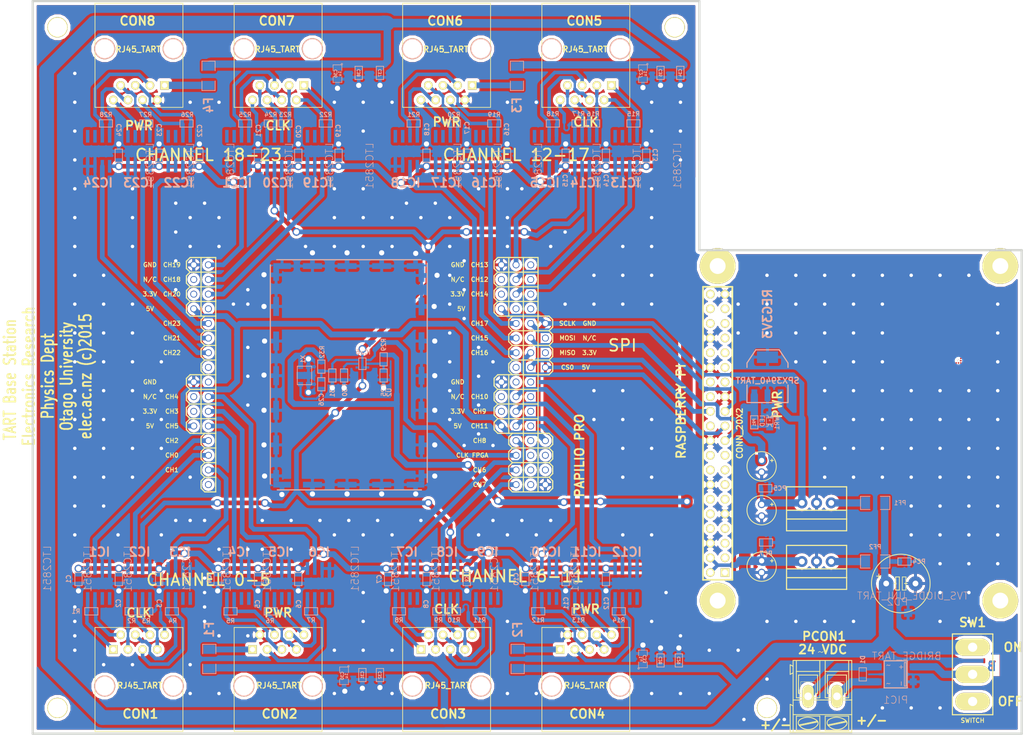
<source format=kicad_pcb>
(kicad_pcb (version 4) (host pcbnew 4.0.2+dfsg1-stable)
  (layers (0 Front signal) (31 Back signal) (34 B.Paste user) (35 F.Paste user) (36 B.SilkS user) (37 F.SilkS user) (38 B.Mask user) (39 F.Mask user) (44 Edge.Cuts user))
  (net 0 "")
  (net 1 +24V)
  (net 2 +3V3)
  (net 3 +5V)
  (net 4 +5V_PI)
  (net 5 /CS0)
  (net 6 /MISO)
  (net 7 /MOSI)
  (net 8 /SCLK)
  (net 9 /clock/CLK_FPGA)
  (net 10 /transceiver_block_1/CLK)
  (net 11 /transceiver_block_1/DT_1)
  (net 12 /transceiver_block_1/DT_2)
  (net 13 /transceiver_block_1/DT_3)
  (net 14 /transceiver_block_1/DT_4)
  (net 15 /transceiver_block_1/DT_5)
  (net 16 /transceiver_block_1/DT_6)
  (net 17 /transceiver_block_2/DT_1)
  (net 18 /transceiver_block_2/DT_2)
  (net 19 /transceiver_block_2/DT_3)
  (net 20 /transceiver_block_2/DT_4)
  (net 21 /transceiver_block_2/DT_5)
  (net 22 /transceiver_block_2/DT_6)
  (net 23 /transceiver_block_3/DT_1)
  (net 24 /transceiver_block_3/DT_2)
  (net 25 /transceiver_block_3/DT_3)
  (net 26 /transceiver_block_3/DT_4)
  (net 27 /transceiver_block_3/DT_5)
  (net 28 /transceiver_block_3/DT_6)
  (net 29 /transceiver_block_4/DT_1)
  (net 30 /transceiver_block_4/DT_2)
  (net 31 /transceiver_block_4/DT_3)
  (net 32 /transceiver_block_4/DT_4)
  (net 33 /transceiver_block_4/DT_5)
  (net 34 /transceiver_block_4/DT_6)
  (net 35 GND)
  (net 36 N-00000102)
  (net 37 N-00000103)
  (net 38 N-00000104)
  (net 39 N-00000105)
  (net 40 N-00000106)
  (net 41 N-00000107)
  (net 42 N-00000108)
  (net 43 N-00000109)
  (net 44 N-00000110)
  (net 45 N-00000111)
  (net 46 N-00000118)
  (net 47 N-00000119)
  (net 48 N-00000120)
  (net 49 N-00000121)
  (net 50 N-00000122)
  (net 51 N-00000123)
  (net 52 N-00000124)
  (net 53 N-00000125)
  (net 54 N-00000126)
  (net 55 N-00000127)
  (net 56 N-00000128)
  (net 57 N-00000131)
  (net 58 N-00000132)
  (net 59 N-00000133)
  (net 60 N-00000134)
  (net 61 N-00000135)
  (net 62 N-00000136)
  (net 63 N-00000139)
  (net 64 N-00000140)
  (net 65 N-00000141)
  (net 66 N-00000142)
  (net 67 N-00000143)
  (net 68 N-00000144)
  (net 69 N-00000145)
  (net 70 N-00000146)
  (net 71 N-00000155)
  (net 72 N-00000156)
  (net 73 N-00000157)
  (net 74 N-00000158)
  (net 75 N-00000159)
  (net 76 N-00000160)
  (net 77 N-00000161)
  (net 78 N-00000162)
  (net 79 N-00000163)
  (net 80 N-00000164)
  (net 81 N-00000165)
  (net 82 N-00000166)
  (net 83 N-00000167)
  (net 84 N-00000168)
  (net 85 N-00000169)
  (net 86 N-00000170)
  (net 87 N-00000171)
  (net 88 N-00000172)
  (net 89 N-00000173)
  (net 90 N-00000174)
  (net 91 N-00000191)
  (net 92 N-00000192)
  (net 93 N-00000195)
  (net 94 N-00000196)
  (net 95 N-00000197)
  (net 96 N-00000198)
  (net 97 N-00000201)
  (net 98 N-00000202)
  (net 99 N-00000203)
  (net 100 N-00000204)
  (net 101 N-00000205)
  (net 102 N-00000206)
  (net 103 N-00000207)
  (net 104 N-00000208)
  (net 105 N-00000209)
  (module RASP_PI_B+_TART (layer Front) (at 171.45 112.395 90)
    (fp_text reference P1 hide)
    (fp_text value CONN_20X2 (at 0 3.81 90) (layer F.SilkS) (effects (font (size 1.016 1.016) (thickness 0.2032))))
    (pad "" thru_hole circle (at 28.99918 48.99914 90) (size 6.2 6.2) (drill 2.75) (layers *.Cu *.Mask F.SilkS))
    (pad "" thru_hole circle (at 29.00172 0 90) (size 6.2 6.2) (drill 2.75) (layers *.Cu *.Mask F.SilkS))
    (pad "" thru_hole circle (at -28.99918 48.99914 90) (size 6.2 6.2) (drill 2.75) (layers *.Cu *.Mask F.SilkS))
    (pad 1 thru_hole rect (at -24.13 1.27 90) (size 1.5 1.5) (drill 1) (layers *.Cu *.Mask F.SilkS))
    (pad 2 thru_hole circle (at -24.13 -1.27 90) (size 1.5 1.5) (drill 1) (layers *.Cu *.Mask F.SilkS) (net 4 +5V_PI))
    (pad 11 thru_hole circle (at -11.43 1.27 90) (size 1.5 1.5) (drill 1) (layers *.Cu *.Mask F.SilkS))
    (pad 4 thru_hole circle (at -21.59 -1.27 90) (size 1.5 1.5) (drill 1) (layers *.Cu *.Mask F.SilkS) (net 4 +5V_PI))
    (pad 13 thru_hole circle (at -8.89 1.27 90) (size 1.5 1.5) (drill 1) (layers *.Cu *.Mask F.SilkS))
    (pad 6 thru_hole circle (at -19.05 -1.27 90) (size 1.5 1.5) (drill 1) (layers *.Cu *.Mask F.SilkS) (net 35 GND))
    (pad 15 thru_hole circle (at -6.35 1.27 90) (size 1.5 1.5) (drill 1) (layers *.Cu *.Mask F.SilkS))
    (pad 8 thru_hole circle (at -16.51 -1.27 90) (size 1.5 1.5) (drill 1) (layers *.Cu *.Mask F.SilkS))
    (pad 17 thru_hole circle (at -3.81 1.27 90) (size 1.5 1.5) (drill 1) (layers *.Cu *.Mask F.SilkS))
    (pad 10 thru_hole circle (at -13.97 -1.27 90) (size 1.5 1.5) (drill 1) (layers *.Cu *.Mask F.SilkS))
    (pad 19 thru_hole circle (at -1.27 1.27 90) (size 1.5 1.5) (drill 1) (layers *.Cu *.Mask F.SilkS) (net 7 /MOSI))
    (pad 12 thru_hole circle (at -11.43 -1.27 90) (size 1.5 1.5) (drill 1) (layers *.Cu *.Mask F.SilkS))
    (pad 21 thru_hole circle (at 1.27 1.27 90) (size 1.5 1.5) (drill 1) (layers *.Cu *.Mask F.SilkS) (net 6 /MISO))
    (pad 14 thru_hole circle (at -8.89 -1.27 90) (size 1.5 1.5) (drill 1) (layers *.Cu *.Mask F.SilkS) (net 35 GND))
    (pad 23 thru_hole circle (at 3.81 1.27 90) (size 1.5 1.5) (drill 1) (layers *.Cu *.Mask F.SilkS) (net 8 /SCLK))
    (pad 16 thru_hole circle (at -6.35 -1.27 90) (size 1.5 1.5) (drill 1) (layers *.Cu *.Mask F.SilkS))
    (pad 25 thru_hole circle (at 6.35 1.27 90) (size 1.5 1.5) (drill 1) (layers *.Cu *.Mask F.SilkS) (net 35 GND))
    (pad 18 thru_hole circle (at -3.81 -1.27 90) (size 1.5 1.5) (drill 1) (layers *.Cu *.Mask F.SilkS))
    (pad 27 thru_hole circle (at 8.89 1.27 90) (size 1.5 1.5) (drill 1) (layers *.Cu *.Mask F.SilkS))
    (pad 20 thru_hole circle (at -1.27 -1.27 90) (size 1.5 1.5) (drill 1) (layers *.Cu *.Mask F.SilkS) (net 35 GND))
    (pad 29 thru_hole circle (at 11.43 1.27 90) (size 1.5 1.5) (drill 1) (layers *.Cu *.Mask F.SilkS))
    (pad 22 thru_hole circle (at 1.27 -1.27 90) (size 1.5 1.5) (drill 1) (layers *.Cu *.Mask F.SilkS))
    (pad 31 thru_hole circle (at 13.97 1.27 90) (size 1.5 1.5) (drill 1) (layers *.Cu *.Mask F.SilkS))
    (pad 24 thru_hole circle (at 3.81 -1.27 90) (size 1.5 1.5) (drill 1) (layers *.Cu *.Mask F.SilkS) (net 5 /CS0))
    (pad 26 thru_hole circle (at 6.35 -1.27 90) (size 1.5 1.5) (drill 1) (layers *.Cu *.Mask F.SilkS))
    (pad 33 thru_hole circle (at 16.51 1.27 90) (size 1.5 1.5) (drill 1) (layers *.Cu *.Mask F.SilkS))
    (pad 28 thru_hole circle (at 8.89 -1.27 90) (size 1.5 1.5) (drill 1) (layers *.Cu *.Mask F.SilkS))
    (pad 32 thru_hole circle (at 13.97 -1.27 90) (size 1.5 1.5) (drill 1) (layers *.Cu *.Mask F.SilkS))
    (pad 34 thru_hole circle (at 16.51 -1.27 90) (size 1.5 1.5) (drill 1) (layers *.Cu *.Mask F.SilkS) (net 35 GND))
    (pad 36 thru_hole circle (at 19.05 -1.27 90) (size 1.5 1.5) (drill 1) (layers *.Cu *.Mask F.SilkS))
    (pad 38 thru_hole circle (at 21.59 -1.27 90) (size 1.5 1.5) (drill 1) (layers *.Cu *.Mask F.SilkS))
    (pad 35 thru_hole circle (at 19.05 1.27 90) (size 1.5 1.5) (drill 1) (layers *.Cu *.Mask F.SilkS))
    (pad 37 thru_hole circle (at 21.59 1.27 90) (size 1.5 1.5) (drill 1) (layers *.Cu *.Mask F.SilkS))
    (pad 3 thru_hole circle (at -21.59 1.27 90) (size 1.5 1.5) (drill 1) (layers *.Cu *.Mask F.SilkS))
    (pad 5 thru_hole circle (at -19.05 1.27 90) (size 1.5 1.5) (drill 1) (layers *.Cu *.Mask F.SilkS))
    (pad 7 thru_hole circle (at -16.51 1.27 90) (size 1.5 1.5) (drill 1) (layers *.Cu *.Mask F.SilkS))
    (pad 9 thru_hole circle (at -13.97 1.27 90) (size 1.5 1.5) (drill 1) (layers *.Cu *.Mask F.SilkS) (net 35 GND))
    (pad 39 thru_hole circle (at 24.13 1.27 90) (size 1.5 1.5) (drill 1) (layers *.Cu *.Mask F.SilkS) (net 35 GND))
    (pad 40 thru_hole circle (at 24.13 -1.27 90) (size 1.5 1.5) (drill 1) (layers *.Cu *.Mask F.SilkS))
    (pad 30 thru_hole circle (at 11.43 -1.27 90) (size 1.5 1.5) (drill 1) (layers *.Cu *.Mask F.SilkS) (net 35 GND))
    (pad "" thru_hole circle (at -28.99918 0 90) (size 6.2 6.2) (drill 2.75) (layers *.Cu *.Mask F.SilkS))
  )
  (module VIA_0.6_TART (layer Front) (at 60 100)
    (fp_text reference via hide)
    (fp_text value VAL** hide)
    (pad 1 thru_hole circle (at 0 0) (size 1 1) (drill 0.6) (layers *.Cu) (net 35 GND))
  )
  (module PAPILIO_TART (layer Front) (at 76.8096 142.875)
    (fp_text reference U1 hide)
    (fp_text value PAPILIO_TART hide)
    (pad AL0 thru_hole oval (at 64.77 -21.59 270) (size 1.2 1.2) (drill 0.9) (layers *.Cu *.Mask) (net 35 GND))
    (pad AL1 thru_hole oval (at 64.77 -24.13 270) (size 1.2 1.2) (drill 0.9) (layers *.Cu *.Mask))
    (pad AL2 thru_hole oval (at 64.77 -26.67 270) (size 1.2 1.2) (drill 0.9) (layers *.Cu *.Mask))
    (pad AL3 thru_hole oval (at 64.77 -29.21 270) (size 1.2 1.2) (drill 0.9) (layers *.Cu *.Mask) (net 3 +5V))
    (pad AH8 thru_hole oval (at 64.77 -41.91 270) (size 1.2 1.2) (drill 0.9) (layers *.Cu *.Mask) (net 35 GND))
    (pad AH9 thru_hole oval (at 64.77 -44.45 270) (size 1.2 1.2) (drill 0.9) (layers *.Cu *.Mask))
    (pad AH10 thru_hole oval (at 64.77 -46.99 270) (size 1.2 1.2) (drill 0.9) (layers *.Cu *.Mask))
    (pad AH11 thru_hole oval (at 64.77 -49.53 270) (size 1.2 1.2) (drill 0.9) (layers *.Cu *.Mask) (net 3 +5V))
    (pad A8 thru_hole oval (at 62.23 -41.91 270) (size 1.2 1.2) (drill 0.9) (layers *.Cu *.Mask) (net 5 /CS0))
    (pad A0 thru_hole oval (at 62.23 -21.59 270) (size 1.2 1.2) (drill 0.9) (layers *.Cu *.Mask))
    (pad A1 thru_hole oval (at 62.23 -24.13 270) (size 1.2 1.2) (drill 0.9) (layers *.Cu *.Mask))
    (pad A2 thru_hole oval (at 62.23 -26.67 270) (size 1.2 1.2) (drill 0.9) (layers *.Cu *.Mask))
    (pad A3 thru_hole oval (at 62.23 -29.21 270) (size 1.2 1.2) (drill 0.9) (layers *.Cu *.Mask))
    (pad A4 thru_hole oval (at 62.23 -31.75 270) (size 1.2 1.2) (drill 0.9) (layers *.Cu *.Mask))
    (pad A5 thru_hole oval (at 62.23 -34.29 270) (size 1.2 1.2) (drill 0.9) (layers *.Cu *.Mask))
    (pad A6 thru_hole oval (at 62.23 -36.83 270) (size 1.2 1.2) (drill 0.9) (layers *.Cu *.Mask))
    (pad A7 thru_hole oval (at 62.23 -39.37 270) (size 1.2 1.2) (drill 0.9) (layers *.Cu *.Mask))
    (pad A12 thru_hole oval (at 62.23 -52.07 270) (size 1.2 1.2) (drill 0.9) (layers *.Cu *.Mask))
    (pad A13 thru_hole oval (at 62.23 -54.61 270) (size 1.2 1.2) (drill 0.9) (layers *.Cu *.Mask))
    (pad A14 thru_hole oval (at 62.23 -57.15 270) (size 1.2 1.2) (drill 0.9) (layers *.Cu *.Mask))
    (pad A15 thru_hole oval (at 62.23 -59.69 270) (size 1.2 1.2) (drill 0.9) (layers *.Cu *.Mask))
    (pad A9 thru_hole oval (at 62.23 -44.45 90) (size 1.2 1.2) (drill 0.9) (layers *.Cu *.Mask) (net 6 /MISO))
    (pad A10 thru_hole oval (at 62.23 -46.99 90) (size 1.2 1.2) (drill 0.9) (layers *.Cu *.Mask) (net 7 /MOSI))
    (pad A11 thru_hole oval (at 62.23 -49.53 90) (size 1.2 1.2) (drill 0.9) (layers *.Cu *.Mask) (net 8 /SCLK))
    (pad B0 thru_hole oval (at 59.69 -59.69 270) (size 1.2 1.2) (drill 0.9) (layers *.Cu *.Mask) (net 24 /transceiver_block_3/DT_2))
    (pad B1 thru_hole oval (at 59.69 -57.15 270) (size 1.2 1.2) (drill 0.9) (layers *.Cu *.Mask) (net 23 /transceiver_block_3/DT_1))
    (pad B2 thru_hole oval (at 59.69 -54.61 270) (size 1.2 1.2) (drill 0.9) (layers *.Cu *.Mask) (net 25 /transceiver_block_3/DT_3))
    (pad B3 thru_hole oval (at 59.69 -52.07 270) (size 1.2 1.2) (drill 0.9) (layers *.Cu *.Mask))
    (pad B4 thru_hole oval (at 59.69 -49.53 270) (size 1.2 1.2) (drill 0.9) (layers *.Cu *.Mask) (net 28 /transceiver_block_3/DT_6))
    (pad B5 thru_hole oval (at 59.69 -46.99 270) (size 1.2 1.2) (drill 0.9) (layers *.Cu *.Mask) (net 26 /transceiver_block_3/DT_4))
    (pad B6 thru_hole oval (at 59.69 -44.45 270) (size 1.2 1.2) (drill 0.9) (layers *.Cu *.Mask) (net 27 /transceiver_block_3/DT_5))
    (pad B7 thru_hole oval (at 59.69 -41.91 270) (size 1.2 1.2) (drill 0.9) (layers *.Cu *.Mask))
    (pad B8 thru_hole oval (at 59.69 -39.37 270) (size 1.2 1.2) (drill 0.9) (layers *.Cu *.Mask))
    (pad B9 thru_hole oval (at 59.69 -36.83 270) (size 1.2 1.2) (drill 0.9) (layers *.Cu *.Mask) (net 21 /transceiver_block_2/DT_5))
    (pad B10 thru_hole oval (at 59.69 -34.29 270) (size 1.2 1.2) (drill 0.9) (layers *.Cu *.Mask) (net 20 /transceiver_block_2/DT_4))
    (pad B11 thru_hole oval (at 59.69 -31.75 270) (size 1.2 1.2) (drill 0.9) (layers *.Cu *.Mask) (net 22 /transceiver_block_2/DT_6))
    (pad B12 thru_hole oval (at 59.69 -29.21 270) (size 1.2 1.2) (drill 0.9) (layers *.Cu *.Mask) (net 19 /transceiver_block_2/DT_3))
    (pad B13 thru_hole oval (at 59.69 -26.67 270) (size 1.2 1.2) (drill 0.9) (layers *.Cu *.Mask) (net 9 /clock/CLK_FPGA))
    (pad B14 thru_hole oval (at 59.69 -24.13 270) (size 1.2 1.2) (drill 0.9) (layers *.Cu *.Mask) (net 17 /transceiver_block_2/DT_1))
    (pad B15 thru_hole oval (at 59.69 -21.59 270) (size 1.2 1.2) (drill 0.9) (layers *.Cu *.Mask) (net 18 /transceiver_block_2/DT_2))
    (pad BL0 thru_hole oval (at 57.15 -59.69 270) (size 1.2 1.2) (drill 0.9) (layers *.Cu *.Mask) (net 35 GND))
    (pad BL1 thru_hole oval (at 57.15 -57.15 270) (size 1.2 1.2) (drill 0.9) (layers *.Cu *.Mask))
    (pad BL2 thru_hole oval (at 57.15 -54.61 270) (size 1.2 1.2) (drill 0.9) (layers *.Cu *.Mask))
    (pad BL3 thru_hole oval (at 57.15 -52.07 270) (size 1.2 1.2) (drill 0.9) (layers *.Cu *.Mask) (net 3 +5V))
    (pad BH8 thru_hole oval (at 57.15 -39.37 270) (size 1.2 1.2) (drill 0.9) (layers *.Cu *.Mask) (net 35 GND))
    (pad BH9 thru_hole oval (at 57.15 -36.83 270) (size 1.2 1.2) (drill 0.9) (layers *.Cu *.Mask))
    (pad BH10 thru_hole oval (at 57.15 -34.29 270) (size 1.2 1.2) (drill 0.9) (layers *.Cu *.Mask))
    (pad BH11 thru_hole oval (at 57.15 -31.75 270) (size 1.2 1.2) (drill 0.9) (layers *.Cu *.Mask) (net 3 +5V))
    (pad C0 thru_hole oval (at 6.35 -59.69 270) (size 1.2 1.2) (drill 0.9) (layers *.Cu *.Mask) (net 30 /transceiver_block_4/DT_2))
    (pad C1 thru_hole oval (at 6.35 -57.15 270) (size 1.2 1.2) (drill 0.9) (layers *.Cu *.Mask) (net 29 /transceiver_block_4/DT_1))
    (pad C2 thru_hole oval (at 6.35 -54.61 270) (size 1.2 1.2) (drill 0.9) (layers *.Cu *.Mask) (net 31 /transceiver_block_4/DT_3))
    (pad C3 thru_hole oval (at 6.35 -52.07 270) (size 1.2 1.2) (drill 0.9) (layers *.Cu *.Mask))
    (pad C4 thru_hole oval (at 6.35 -49.53 270) (size 1.2 1.2) (drill 0.9) (layers *.Cu *.Mask) (net 34 /transceiver_block_4/DT_6))
    (pad C5 thru_hole oval (at 6.35 -46.99 270) (size 1.2 1.2) (drill 0.9) (layers *.Cu *.Mask) (net 32 /transceiver_block_4/DT_4))
    (pad C6 thru_hole oval (at 6.35 -44.45 270) (size 1.2 1.2) (drill 0.9) (layers *.Cu *.Mask) (net 33 /transceiver_block_4/DT_5))
    (pad C7 thru_hole oval (at 6.35 -41.91 270) (size 1.2 1.2) (drill 0.9) (layers *.Cu *.Mask))
    (pad C8 thru_hole oval (at 6.35 -39.37 270) (size 1.2 1.2) (drill 0.9) (layers *.Cu *.Mask))
    (pad C9 thru_hole oval (at 6.35 -36.83 270) (size 1.2 1.2) (drill 0.9) (layers *.Cu *.Mask) (net 15 /transceiver_block_1/DT_5))
    (pad C10 thru_hole oval (at 6.35 -34.29 270) (size 1.2 1.2) (drill 0.9) (layers *.Cu *.Mask) (net 14 /transceiver_block_1/DT_4))
    (pad C11 thru_hole oval (at 6.35 -31.75 270) (size 1.2 1.2) (drill 0.9) (layers *.Cu *.Mask) (net 16 /transceiver_block_1/DT_6))
    (pad C12 thru_hole oval (at 6.35 -29.21 270) (size 1.2 1.2) (drill 0.9) (layers *.Cu *.Mask) (net 13 /transceiver_block_1/DT_3))
    (pad C13 thru_hole oval (at 6.35 -26.67 270) (size 1.2 1.2) (drill 0.9) (layers *.Cu *.Mask) (net 11 /transceiver_block_1/DT_1))
    (pad C14 thru_hole oval (at 6.35 -24.13 270) (size 1.2 1.2) (drill 0.9) (layers *.Cu *.Mask) (net 12 /transceiver_block_1/DT_2))
    (pad C15 thru_hole oval (at 6.35 -21.59 270) (size 1.2 1.2) (drill 0.9) (layers *.Cu *.Mask))
    (pad CL0 thru_hole oval (at 3.81 -59.69 270) (size 1.2 1.2) (drill 0.9) (layers *.Cu *.Mask) (net 35 GND))
    (pad CL1 thru_hole oval (at 3.81 -57.15 270) (size 1.2 1.2) (drill 0.9) (layers *.Cu *.Mask))
    (pad CL2 thru_hole oval (at 3.81 -54.61 270) (size 1.2 1.2) (drill 0.9) (layers *.Cu *.Mask))
    (pad CL3 thru_hole oval (at 3.81 -52.07 270) (size 1.2 1.2) (drill 0.9) (layers *.Cu *.Mask) (net 3 +5V))
    (pad CH8 thru_hole oval (at 3.81 -39.37 270) (size 1.2 1.2) (drill 0.9) (layers *.Cu *.Mask) (net 35 GND))
    (pad CH9 thru_hole oval (at 3.81 -36.83 270) (size 1.2 1.2) (drill 0.9) (layers *.Cu *.Mask))
    (pad CH10 thru_hole oval (at 3.81 -34.29 270) (size 1.2 1.2) (drill 0.9) (layers *.Cu *.Mask))
    (pad CH11 thru_hole oval (at 3.81 -31.75 270) (size 1.2 1.2) (drill 0.9) (layers *.Cu *.Mask) (net 3 +5V))
  )
  (module CS12ANW03_TART (layer Front) (at 215.646 154.178)
    (fp_text reference SW1 (at 0 -9) (layer F.SilkS) (effects (font (thickness 0.3048))))
    (fp_text value SWITCH (at 0 8) (layer F.SilkS) (effects (font (size 0.762 0.762) (thickness 0.1524))))
    (fp_text user OFF (at 6.5 4.7) (layer F.SilkS) (effects (font (thickness 0.3048))))
    (fp_text user ON (at 7 -4.7) (layer F.SilkS) (effects (font (thickness 0.3048))))
    (pad 3 thru_hole oval (at 0 -4.7) (size 6 3) (drill 1.6) (layers *.Cu *.Mask F.SilkS) (net 1 +24V))
    (pad 2 thru_hole oval (at 0 0) (size 6 3) (drill 1.6) (layers *.Cu *.Mask F.SilkS) (net 56 N-00000128))
    (pad 1 thru_hole oval (at 0 4.7) (size 6 3) (drill 1.6) (layers *.Cu *.Mask F.SilkS))
  )
  (module 4_SMD_TART (layer Back) (at 99.822 102.362 270)
    (fp_text reference X1 (at -2.794 0.254 270) (layer B.SilkS) (effects (font (size 0.762 0.762) (thickness 0.1524)) (justify mirror)))
    (fp_text value TCXO_TART hide)
    (pad 1 smd rect (at -1.51384 -0.67818 270) (size 0.77978 0.86868) (layers Back B.Paste B.Mask) (net 35 GND))
    (pad 2 smd rect (at 1.51384 -0.67818 270) (size 0.77978 0.86868) (layers Back B.Paste B.Mask) (net 35 GND))
    (pad 3 smd rect (at 1.51384 0.67818 270) (size 0.77978 0.86868) (layers Back B.Paste B.Mask) (net 57 N-00000131))
    (pad 4 smd rect (at -1.51384 0.67818 270) (size 0.77978 0.86868) (layers Back B.Paste B.Mask) (net 2 +3V3))
  )
  (module SM1206 (layer Back) (at 198.755 124.46 180)
    (fp_text reference PF1 (at -4.318 0 180) (layer B.SilkS) (effects (font (size 0.762 0.762) (thickness 0.127)) (justify mirror)))
    (fp_text value FUSE hide)
    (pad 1 smd rect (at -1.651 0 180) (size 1.524 2.032) (layers Back B.Paste B.Mask) (net 1 +24V))
    (pad 2 smd rect (at 1.651 0 180) (size 1.524 2.032) (layers Back B.Paste B.Mask) (net 51 N-00000123))
  )
  (module SM1206 (layer Back) (at 198.755 134.62 180)
    (fp_text reference PF2 (at 0 2.54 180) (layer B.SilkS) (effects (font (size 0.762 0.762) (thickness 0.1524)) (justify mirror)))
    (fp_text value FUSE hide)
    (pad 1 smd rect (at -1.651 0 180) (size 1.524 2.032) (layers Back B.Paste B.Mask) (net 1 +24V))
    (pad 2 smd rect (at 1.651 0 180) (size 1.524 2.032) (layers Back B.Paste B.Mask) (net 54 N-00000126))
  )
  (module SM1206 (layer Back) (at 136.652 50.419 90)
    (fp_text reference F3 (at -5.08 0 90) (layer B.SilkS) (effects (font (thickness 0.3048)) (justify mirror)))
    (fp_text value FUSE hide)
    (pad 1 smd rect (at -1.651 0 90) (size 1.524 2.032) (layers Back B.Paste B.Mask) (net 70 N-00000146))
    (pad 2 smd rect (at 1.651 0 90) (size 1.524 2.032) (layers Back B.Paste B.Mask) (net 1 +24V))
  )
  (module SM1206 (layer Back) (at 136.779 151.511 270)
    (fp_text reference F2 (at -5.08 0 270) (layer B.SilkS) (effects (font (thickness 0.3048)) (justify mirror)))
    (fp_text value FUSE hide)
    (pad 1 smd rect (at -1.651 0 270) (size 1.524 2.032) (layers Back B.Paste B.Mask) (net 76 N-00000160))
    (pad 2 smd rect (at 1.651 0 270) (size 1.524 2.032) (layers Back B.Paste B.Mask) (net 1 +24V))
  )
  (module SM1206 (layer Back) (at 83.185 50.419 90)
    (fp_text reference F4 (at -5.08 0 90) (layer B.SilkS) (effects (font (thickness 0.3048)) (justify mirror)))
    (fp_text value FUSE hide)
    (pad 1 smd rect (at -1.651 0 90) (size 1.524 2.032) (layers Back B.Paste B.Mask) (net 45 N-00000111))
    (pad 2 smd rect (at 1.651 0 90) (size 1.524 2.032) (layers Back B.Paste B.Mask) (net 1 +24V))
  )
  (module SM1206 (layer Back) (at 83.312 151.511 270)
    (fp_text reference F1 (at -5.08 0 270) (layer B.SilkS) (effects (font (thickness 0.3175)) (justify mirror)))
    (fp_text value FUSE hide)
    (pad 1 smd rect (at -1.651 0 270) (size 1.524 2.032) (layers Back B.Paste B.Mask) (net 91 N-00000191))
    (pad 2 smd rect (at 1.651 0 270) (size 1.524 2.032) (layers Back B.Paste B.Mask) (net 1 +24V))
  )
  (module E5-10,5_TART (layer Front) (at 203.2 138.43)
    (fp_text reference PC1)
    (fp_text value 100u)
    (pad 1 thru_hole oval (at -2.54 0) (size 2.5 2.5) (drill 1) (layers *.Cu *.Mask) (net 1 +24V))
    (pad 2 thru_hole oval (at 2.54 0) (size 2.5 2.5) (drill 1) (layers *.Cu *.Mask) (net 35 GND))
  )
  (module SOT223 (layer Back) (at 180.086 102.489 180)
    (fp_text reference REG3V3 (at 0 10.795 450) (layer B.SilkS) (effects (font (thickness 0.3048)) (justify mirror)))
    (fp_text value SPX3940_TART (at 0 -0.762 180) (layer B.SilkS) (effects (font (size 1.016 1.016) (thickness 0.2032)) (justify mirror)))
    (pad 4 smd rect (at 0 3.302 180) (size 3.6576 2.032) (layers Back B.Paste B.Mask) (net 35 GND))
    (pad 2 smd rect (at 0 -3.302 180) (size 1.016 2.032) (layers Back B.Paste B.Mask) (net 35 GND))
    (pad 3 smd rect (at 2.286 -3.302 180) (size 1.016 2.032) (layers Back B.Paste B.Mask) (net 2 +3V3))
    (pad 1 smd rect (at -2.286 -3.302 180) (size 1.016 2.032) (layers Back B.Paste B.Mask) (net 3 +5V))
  )
  (module SM0603 (layer Back) (at 125.73 143.256)
    (fp_text reference R10 (at 0 1.524) (layer B.SilkS) (effects (font (size 0.762 0.762) (thickness 0.1524)) (justify mirror)))
    (fp_text value 100 hide)
    (pad 1 smd rect (at -0.762 0) (size 0.635 1.143) (layers Back B.Paste B.Mask) (net 88 N-00000172))
    (pad 2 smd rect (at 0.762 0) (size 0.635 1.143) (layers Back B.Paste B.Mask) (net 89 N-00000173))
  )
  (module SM0603 (layer Back) (at 123.19 143.256)
    (fp_text reference R9 (at -0.127 1.524) (layer B.SilkS) (effects (font (size 0.762 0.762) (thickness 0.1524)) (justify mirror)))
    (fp_text value 100 hide)
    (pad 1 smd rect (at -0.762 0) (size 0.635 1.143) (layers Back B.Paste B.Mask) (net 77 N-00000161))
    (pad 2 smd rect (at 0.762 0) (size 0.635 1.143) (layers Back B.Paste B.Mask) (net 87 N-00000171))
  )
  (module SM0603 (layer Back) (at 130.175 143.256)
    (fp_text reference R11 (at 0 1.524) (layer B.SilkS) (effects (font (size 0.762 0.762) (thickness 0.1524)) (justify mirror)))
    (fp_text value 100 hide)
    (pad 1 smd rect (at -0.762 0) (size 0.635 1.143) (layers Back B.Paste B.Mask) (net 83 N-00000167))
    (pad 2 smd rect (at 0.762 0) (size 0.635 1.143) (layers Back B.Paste B.Mask) (net 85 N-00000169))
  )
  (module SM0603 (layer Back) (at 116.205 143.256)
    (fp_text reference R8 (at 0 1.524) (layer B.SilkS) (effects (font (size 0.762 0.762) (thickness 0.1524)) (justify mirror)))
    (fp_text value 100 hide)
    (pad 1 smd rect (at -0.762 0) (size 0.635 1.143) (layers Back B.Paste B.Mask) (net 82 N-00000166))
    (pad 2 smd rect (at 0.762 0) (size 0.635 1.143) (layers Back B.Paste B.Mask) (net 86 N-00000170))
  )
  (module SM0603 (layer Back) (at 147.32 143.256)
    (fp_text reference R13 (at 0 1.524) (layer B.SilkS) (effects (font (size 0.762 0.762) (thickness 0.1524)) (justify mirror)))
    (fp_text value 100 hide)
    (pad 1 smd rect (at -0.762 0) (size 0.635 1.143) (layers Back B.Paste B.Mask) (net 81 N-00000165))
    (pad 2 smd rect (at 0.762 0) (size 0.635 1.143) (layers Back B.Paste B.Mask) (net 78 N-00000162))
  )
  (module SM0603 (layer Back) (at 154.305 143.256)
    (fp_text reference R14 (at 0 1.524) (layer B.SilkS) (effects (font (size 0.762 0.762) (thickness 0.1524)) (justify mirror)))
    (fp_text value 100 hide)
    (pad 1 smd rect (at -0.762 0) (size 0.635 1.143) (layers Back B.Paste B.Mask) (net 90 N-00000174))
    (pad 2 smd rect (at 0.762 0) (size 0.635 1.143) (layers Back B.Paste B.Mask) (net 80 N-00000164))
  )
  (module SM0603 (layer Back) (at 140.335 143.256)
    (fp_text reference R12 (at 0 1.524) (layer B.SilkS) (effects (font (size 0.762 0.762) (thickness 0.1524)) (justify mirror)))
    (fp_text value 100 hide)
    (pad 1 smd rect (at -0.762 0) (size 0.635 1.143) (layers Back B.Paste B.Mask) (net 84 N-00000168))
    (pad 2 smd rect (at 0.762 0) (size 0.635 1.143) (layers Back B.Paste B.Mask) (net 79 N-00000163))
  )
  (module SM0603 (layer Back) (at 138.1125 137.668 270)
    (fp_text reference C10 (at 0 1.5875 270) (layer B.SilkS) (effects (font (size 0.762 0.762) (thickness 0.1524)) (justify mirror)))
    (fp_text value 0.1u hide)
    (pad 1 smd rect (at -0.762 0 270) (size 0.635 1.143) (layers Back B.Paste B.Mask) (net 2 +3V3))
    (pad 2 smd rect (at 0.762 0 270) (size 0.635 1.143) (layers Back B.Paste B.Mask) (net 35 GND))
  )
  (module SM0603 (layer Back) (at 152.0825 137.668 270)
    (fp_text reference C12 (at 4.191 -0.0635 270) (layer B.SilkS) (effects (font (size 0.762 0.762) (thickness 0.1524)) (justify mirror)))
    (fp_text value 0.1u hide)
    (pad 1 smd rect (at -0.762 0 270) (size 0.635 1.143) (layers Back B.Paste B.Mask) (net 2 +3V3))
    (pad 2 smd rect (at 0.762 0 270) (size 0.635 1.143) (layers Back B.Paste B.Mask) (net 35 GND))
  )
  (module SM0603 (layer Back) (at 145.0975 137.668 270)
    (fp_text reference C11 (at 4.191 -0.0635 270) (layer B.SilkS) (effects (font (size 0.762 0.762) (thickness 0.1524)) (justify mirror)))
    (fp_text value 0.1u hide)
    (pad 1 smd rect (at -0.762 0 270) (size 0.635 1.143) (layers Back B.Paste B.Mask) (net 2 +3V3))
    (pad 2 smd rect (at 0.762 0 270) (size 0.635 1.143) (layers Back B.Paste B.Mask) (net 35 GND))
  )
  (module SM0603 (layer Back) (at 114.3 137.668 270)
    (fp_text reference C7 (at 0 1.524 270) (layer B.SilkS) (effects (font (size 0.762 0.762) (thickness 0.1524)) (justify mirror)))
    (fp_text value 0.1u hide)
    (pad 1 smd rect (at -0.762 0 270) (size 0.635 1.143) (layers Back B.Paste B.Mask) (net 2 +3V3))
    (pad 2 smd rect (at 0.762 0 270) (size 0.635 1.143) (layers Back B.Paste B.Mask) (net 35 GND))
  )
  (module SM0603 (layer Back) (at 120.9675 137.668 270)
    (fp_text reference C8 (at 4.318 0.0635 270) (layer B.SilkS) (effects (font (size 0.762 0.762) (thickness 0.1524)) (justify mirror)))
    (fp_text value 0.1u hide)
    (pad 1 smd rect (at -0.762 0 270) (size 0.635 1.143) (layers Back B.Paste B.Mask) (net 2 +3V3))
    (pad 2 smd rect (at 0.762 0 270) (size 0.635 1.143) (layers Back B.Paste B.Mask) (net 35 GND))
  )
  (module SOIC-4_TART (layer Back) (at 202.311 154.178 90)
    (fp_text reference PIC1 (at -4.445 0 180) (layer B.SilkS) (effects (font (size 1.27 1.27) (thickness 0.1016)) (justify mirror)))
    (fp_text value BRIDGE_TART (at 3.175 1.905 360) (layer B.SilkS) (effects (font (size 1.27 1.27) (thickness 0.1016)) (justify mirror)))
    (pad 3 smd rect (at 1.29794 3.048 90) (size 1.19888 1.19888) (layers Back B.Paste B.Mask) (net 56 N-00000128))
    (pad 1 smd rect (at -1.29794 3.048 90) (size 1.19888 1.19888) (layers Back B.Paste B.Mask) (net 35 GND))
    (pad 4 smd rect (at -1.29794 -3.048 270) (size 1.19888 1.19888) (layers Back B.Paste B.Mask) (net 55 N-00000127))
    (pad 2 smd rect (at 1.29794 -3.048 270) (size 1.19888 1.19888) (layers Back B.Paste B.Mask) (net 53 N-00000125))
  )
  (module SOD123_TART (layer Back) (at 202.565 143.51)
    (fp_text reference PD2 (at 0.035 -1.91) (layer B.SilkS) (effects (font (size 1.27 1.27) (thickness 0.1016)) (justify mirror)))
    (fp_text value TVS_DIODE_UNI_TART (at 2.71018 -2.9337) (layer B.SilkS) (effects (font (size 1.27 1.27) (thickness 0.1016)) (justify mirror)))
    (pad 1 smd rect (at 1.89992 0) (size 1.39954 1.39954) (layers Back B.Paste B.Mask) (net 35 GND))
    (pad 2 smd rect (at -1.89992 0) (size 1.39954 1.39954) (layers Back B.Paste B.Mask) (net 1 +24V))
  )
  (module SM0603 (layer Back) (at 102.743 100.838 270)
    (fp_text reference R32 (at -2.54 -0.127 270) (layer B.SilkS) (effects (font (size 0.762 0.762) (thickness 0.1524)) (justify mirror)))
    (fp_text value 10k hide)
    (pad 1 smd rect (at -0.762 0 270) (size 0.635 1.143) (layers Back B.Paste B.Mask) (net 2 +3V3))
    (pad 2 smd rect (at 0.762 0 270) (size 0.635 1.143) (layers Back B.Paste B.Mask) (net 59 N-00000133))
  )
  (module SM0603 (layer Back) (at 106.68 102.362 270)
    (fp_text reference R30 (at 2.54 -0.127 270) (layer B.SilkS) (effects (font (size 0.762 0.762) (thickness 0.1524)) (justify mirror)))
    (fp_text value 0 hide)
    (pad 1 smd rect (at -0.762 0 270) (size 0.635 1.143) (layers Back B.Paste B.Mask) (net 60 N-00000134))
    (pad 2 smd rect (at 0.762 0 270) (size 0.635 1.143) (layers Back B.Paste B.Mask) (net 35 GND))
  )
  (module SM0603 (layer Back) (at 113.538 99.568 270)
    (fp_text reference R29 (at -2.54 0 270) (layer B.SilkS) (effects (font (size 0.762 0.762) (thickness 0.1524)) (justify mirror)))
    (fp_text value 0 hide)
    (pad 1 smd rect (at -0.762 0 270) (size 0.635 1.143) (layers Back B.Paste B.Mask) (net 2 +3V3))
    (pad 2 smd rect (at 0.762 0 270) (size 0.635 1.143) (layers Back B.Paste B.Mask) (net 58 N-00000132))
  )
  (module SM0603 (layer Back) (at 69.85 143.256)
    (fp_text reference R2 (at 0 1.651) (layer B.SilkS) (effects (font (size 0.762 0.762) (thickness 0.1524)) (justify mirror)))
    (fp_text value 100 hide)
    (pad 1 smd rect (at -0.762 0) (size 0.635 1.143) (layers Back B.Paste B.Mask) (net 99 N-00000203))
    (pad 2 smd rect (at 0.762 0) (size 0.635 1.143) (layers Back B.Paste B.Mask) (net 98 N-00000202))
  )
  (module SM0603 (layer Back) (at 96.52 58.674 180)
    (fp_text reference R23 (at 0 1.524 180) (layer B.SilkS) (effects (font (size 0.762 0.762) (thickness 0.1524)) (justify mirror)))
    (fp_text value 100 hide)
    (pad 1 smd rect (at -0.762 0 180) (size 0.635 1.143) (layers Back B.Paste B.Mask) (net 36 N-00000102))
    (pad 2 smd rect (at 0.762 0 180) (size 0.635 1.143) (layers Back B.Paste B.Mask) (net 37 N-00000103))
  )
  (module SM0603 (layer Back) (at 89.535 58.674 180)
    (fp_text reference R25 (at 0 1.524 180) (layer B.SilkS) (effects (font (size 0.762 0.762) (thickness 0.1524)) (justify mirror)))
    (fp_text value 100 hide)
    (pad 1 smd rect (at -0.762 0 180) (size 0.635 1.143) (layers Back B.Paste B.Mask) (net 44 N-00000110))
    (pad 2 smd rect (at 0.762 0 180) (size 0.635 1.143) (layers Back B.Paste B.Mask) (net 50 N-00000122))
  )
  (module SM0603 (layer Back) (at 103.505 58.674 180)
    (fp_text reference R22 (at 0 1.524 180) (layer B.SilkS) (effects (font (size 0.762 0.762) (thickness 0.1524)) (justify mirror)))
    (fp_text value 100 hide)
    (pad 1 smd rect (at -0.762 0 180) (size 0.635 1.143) (layers Back B.Paste B.Mask) (net 42 N-00000108))
    (pad 2 smd rect (at 0.762 0 180) (size 0.635 1.143) (layers Back B.Paste B.Mask) (net 43 N-00000109))
  )
  (module SM0603 (layer Back) (at 72.39 58.674 180)
    (fp_text reference R27 (at 0.127 1.524 180) (layer B.SilkS) (effects (font (size 0.762 0.762) (thickness 0.1524)) (justify mirror)))
    (fp_text value 100 hide)
    (pad 1 smd rect (at -0.762 0 180) (size 0.635 1.143) (layers Back B.Paste B.Mask) (net 41 N-00000107))
    (pad 2 smd rect (at 0.762 0 180) (size 0.635 1.143) (layers Back B.Paste B.Mask) (net 49 N-00000121))
  )
  (module SM0603 (layer Back) (at 65.405 58.674 180)
    (fp_text reference R28 (at 0 1.524 180) (layer B.SilkS) (effects (font (size 0.762 0.762) (thickness 0.1524)) (justify mirror)))
    (fp_text value 100 hide)
    (pad 1 smd rect (at -0.762 0 180) (size 0.635 1.143) (layers Back B.Paste B.Mask) (net 40 N-00000106))
    (pad 2 smd rect (at 0.762 0 180) (size 0.635 1.143) (layers Back B.Paste B.Mask) (net 48 N-00000120))
  )
  (module SM0603 (layer Back) (at 79.375 58.674 180)
    (fp_text reference R26 (at -0.127 1.524 180) (layer B.SilkS) (effects (font (size 0.762 0.762) (thickness 0.1524)) (justify mirror)))
    (fp_text value 100 hide)
    (pad 1 smd rect (at -0.762 0 180) (size 0.635 1.143) (layers Back B.Paste B.Mask) (net 39 N-00000105))
    (pad 2 smd rect (at 0.762 0 180) (size 0.635 1.143) (layers Back B.Paste B.Mask) (net 47 N-00000119))
  )
  (module SM0603 (layer Back) (at 72.39 143.256)
    (fp_text reference R3 (at 0 1.651) (layer B.SilkS) (effects (font (size 0.762 0.762) (thickness 0.1524)) (justify mirror)))
    (fp_text value 100 hide)
    (pad 1 smd rect (at -0.762 0) (size 0.635 1.143) (layers Back B.Paste B.Mask) (net 97 N-00000201))
    (pad 2 smd rect (at 0.762 0) (size 0.635 1.143) (layers Back B.Paste B.Mask) (net 100 N-00000204))
  )
  (module SM0603 (layer Back) (at 104.648 102.362 270)
    (fp_text reference R31 (at 2.667 0 270) (layer B.SilkS) (effects (font (size 0.762 0.762) (thickness 0.1524)) (justify mirror)))
    (fp_text value 10k hide)
    (pad 1 smd rect (at -0.762 0 270) (size 0.635 1.143) (layers Back B.Paste B.Mask) (net 59 N-00000133))
    (pad 2 smd rect (at 0.762 0 270) (size 0.635 1.143) (layers Back B.Paste B.Mask) (net 35 GND))
  )
  (module SM0603 (layer Back) (at 76.835 143.256)
    (fp_text reference R4 (at 0.127 1.651) (layer B.SilkS) (effects (font (size 0.762 0.762) (thickness 0.1524)) (justify mirror)))
    (fp_text value 100 hide)
    (pad 1 smd rect (at -0.762 0) (size 0.635 1.143) (layers Back B.Paste B.Mask) (net 93 N-00000195))
    (pad 2 smd rect (at 0.762 0) (size 0.635 1.143) (layers Back B.Paste B.Mask) (net 104 N-00000208))
  )
  (module SM0603 (layer Back) (at 62.865 143.256)
    (fp_text reference R1 (at -2.667 0) (layer B.SilkS) (effects (font (size 0.762 0.762) (thickness 0.1524)) (justify mirror)))
    (fp_text value 100 hide)
    (pad 1 smd rect (at -0.762 0) (size 0.635 1.143) (layers Back B.Paste B.Mask) (net 95 N-00000197))
    (pad 2 smd rect (at 0.762 0) (size 0.635 1.143) (layers Back B.Paste B.Mask) (net 94 N-00000196))
  )
  (module SM0603 (layer Back) (at 93.98 143.256)
    (fp_text reference R6 (at -0.127 1.651) (layer B.SilkS) (effects (font (size 0.762 0.762) (thickness 0.1524)) (justify mirror)))
    (fp_text value 100 hide)
    (pad 1 smd rect (at -0.762 0) (size 0.635 1.143) (layers Back B.Paste B.Mask) (net 96 N-00000198))
    (pad 2 smd rect (at 0.762 0) (size 0.635 1.143) (layers Back B.Paste B.Mask) (net 103 N-00000207))
  )
  (module SM0603 (layer Back) (at 100.965 143.256)
    (fp_text reference R7 (at 0 1.524) (layer B.SilkS) (effects (font (size 0.762 0.762) (thickness 0.1524)) (justify mirror)))
    (fp_text value 100 hide)
    (pad 1 smd rect (at -0.762 0) (size 0.635 1.143) (layers Back B.Paste B.Mask) (net 105 N-00000209))
    (pad 2 smd rect (at 0.762 0) (size 0.635 1.143) (layers Back B.Paste B.Mask) (net 102 N-00000206))
  )
  (module SM0603 (layer Back) (at 86.995 143.256)
    (fp_text reference R5 (at 0 1.651) (layer B.SilkS) (effects (font (size 0.762 0.762) (thickness 0.1524)) (justify mirror)))
    (fp_text value 100 hide)
    (pad 1 smd rect (at -0.762 0) (size 0.635 1.143) (layers Back B.Paste B.Mask) (net 92 N-00000192))
    (pad 2 smd rect (at 0.762 0) (size 0.635 1.143) (layers Back B.Paste B.Mask) (net 101 N-00000205))
  )
  (module SM0603 (layer Back) (at 147.32 58.674 180)
    (fp_text reference R17 (at 0 1.651 180) (layer B.SilkS) (effects (font (size 0.762 0.762) (thickness 0.1524)) (justify mirror)))
    (fp_text value 100 hide)
    (pad 1 smd rect (at -0.762 0 180) (size 0.635 1.143) (layers Back B.Paste B.Mask) (net 73 N-00000157))
    (pad 2 smd rect (at 0.762 0 180) (size 0.635 1.143) (layers Back B.Paste B.Mask) (net 75 N-00000159))
  )
  (module SM0603 (layer Back) (at 149.86 58.674 180)
    (fp_text reference R16 (at 0 1.651 180) (layer B.SilkS) (effects (font (size 0.762 0.762) (thickness 0.1524)) (justify mirror)))
    (fp_text value 100 hide)
    (pad 1 smd rect (at -0.762 0 180) (size 0.635 1.143) (layers Back B.Paste B.Mask) (net 69 N-00000145))
    (pad 2 smd rect (at 0.762 0 180) (size 0.635 1.143) (layers Back B.Paste B.Mask) (net 63 N-00000139))
  )
  (module SM0603 (layer Back) (at 142.875 58.674 180)
    (fp_text reference R18 (at 0 1.651 180) (layer B.SilkS) (effects (font (size 0.762 0.762) (thickness 0.1524)) (justify mirror)))
    (fp_text value 100 hide)
    (pad 1 smd rect (at -0.762 0 180) (size 0.635 1.143) (layers Back B.Paste B.Mask) (net 64 N-00000140))
    (pad 2 smd rect (at 0.762 0 180) (size 0.635 1.143) (layers Back B.Paste B.Mask) (net 61 N-00000135))
  )
  (module SM0603 (layer Back) (at 156.845 58.674 180)
    (fp_text reference R15 (at 0 1.651 180) (layer B.SilkS) (effects (font (size 0.762 0.762) (thickness 0.1524)) (justify mirror)))
    (fp_text value 100 hide)
    (pad 1 smd rect (at -0.762 0 180) (size 0.635 1.143) (layers Back B.Paste B.Mask) (net 71 N-00000155))
    (pad 2 smd rect (at 0.762 0 180) (size 0.635 1.143) (layers Back B.Paste B.Mask) (net 62 N-00000136))
  )
  (module SM0603 (layer Back) (at 125.73 58.674 180)
    (fp_text reference R20 (at 0 1.524 180) (layer B.SilkS) (effects (font (size 0.762 0.762) (thickness 0.1524)) (justify mirror)))
    (fp_text value 100 hide)
    (pad 1 smd rect (at -0.762 0 180) (size 0.635 1.143) (layers Back B.Paste B.Mask) (net 72 N-00000156))
    (pad 2 smd rect (at 0.762 0 180) (size 0.635 1.143) (layers Back B.Paste B.Mask) (net 74 N-00000158))
  )
  (module SM0603 (layer Back) (at 118.745 58.674 180)
    (fp_text reference R21 (at 0 1.524 180) (layer B.SilkS) (effects (font (size 0.762 0.762) (thickness 0.1524)) (justify mirror)))
    (fp_text value 100 hide)
    (pad 1 smd rect (at -0.762 0 180) (size 0.635 1.143) (layers Back B.Paste B.Mask) (net 65 N-00000141))
    (pad 2 smd rect (at 0.762 0 180) (size 0.635 1.143) (layers Back B.Paste B.Mask) (net 68 N-00000144))
  )
  (module SM0603 (layer Back) (at 132.715 58.674 180)
    (fp_text reference R19 (at 0 1.524 180) (layer B.SilkS) (effects (font (size 0.762 0.762) (thickness 0.1524)) (justify mirror)))
    (fp_text value 100 hide)
    (pad 1 smd rect (at -0.762 0 180) (size 0.635 1.143) (layers Back B.Paste B.Mask) (net 66 N-00000142))
    (pad 2 smd rect (at 0.762 0 180) (size 0.635 1.143) (layers Back B.Paste B.Mask) (net 67 N-00000143))
  )
  (module SM0603 (layer Back) (at 93.98 58.674 180)
    (fp_text reference R24 (at 0 1.524 180) (layer B.SilkS) (effects (font (size 0.762 0.762) (thickness 0.1524)) (justify mirror)))
    (fp_text value 100 hide)
    (pad 1 smd rect (at -0.762 0 180) (size 0.635 1.143) (layers Back B.Paste B.Mask) (net 38 N-00000104))
    (pad 2 smd rect (at 0.762 0 180) (size 0.635 1.143) (layers Back B.Paste B.Mask) (net 46 N-00000118))
  )
  (module SM0603 (layer Back) (at 196.596 154.178 270)
    (fp_text reference D1 (at -2.54 0 270) (layer B.SilkS) (effects (font (size 0.762 0.762) (thickness 0.1524)) (justify mirror)))
    (fp_text value TVS_DIODE_BI_TART hide)
    (pad 1 smd rect (at -0.762 0 270) (size 0.635 1.143) (layers Back B.Paste B.Mask) (net 53 N-00000125))
    (pad 2 smd rect (at 0.762 0 270) (size 0.635 1.143) (layers Back B.Paste B.Mask) (net 55 N-00000127))
  )
  (module SM0603 (layer Back) (at 179.832 131.318)
    (fp_text reference PC7 (at 0 1.905) (layer B.SilkS) (effects (font (size 0.762 0.762) (thickness 0.1524)) (justify mirror)))
    (fp_text value 0.1u hide)
    (pad 1 smd rect (at -0.762 0) (size 0.635 1.143) (layers Back B.Paste B.Mask) (net 4 +5V_PI))
    (pad 2 smd rect (at 0.762 0) (size 0.635 1.143) (layers Back B.Paste B.Mask) (net 35 GND))
  )
  (module SM0603 (layer Back) (at 134.9375 64.262 90)
    (fp_text reference C16 (at 4.572 -0.0635 90) (layer B.SilkS) (effects (font (size 0.762 0.762) (thickness 0.1524)) (justify mirror)))
    (fp_text value 0.1u hide)
    (pad 1 smd rect (at -0.762 0 90) (size 0.635 1.143) (layers Back B.Paste B.Mask) (net 2 +3V3))
    (pad 2 smd rect (at 0.762 0 90) (size 0.635 1.143) (layers Back B.Paste B.Mask) (net 35 GND))
  )
  (module SM0603 (layer Back) (at 120.9675 64.262 90)
    (fp_text reference C18 (at 4.572 0.0635 90) (layer B.SilkS) (effects (font (size 0.762 0.762) (thickness 0.1524)) (justify mirror)))
    (fp_text value 0.1u hide)
    (pad 1 smd rect (at -0.762 0 90) (size 0.635 1.143) (layers Back B.Paste B.Mask) (net 2 +3V3))
    (pad 2 smd rect (at 0.762 0 90) (size 0.635 1.143) (layers Back B.Paste B.Mask) (net 35 GND))
  )
  (module SM0603 (layer Back) (at 127.9525 64.262 90)
    (fp_text reference C17 (at 4.826 0.0635 90) (layer B.SilkS) (effects (font (size 0.762 0.762) (thickness 0.1524)) (justify mirror)))
    (fp_text value 0.1u hide)
    (pad 1 smd rect (at -0.762 0 90) (size 0.635 1.143) (layers Back B.Paste B.Mask) (net 2 +3V3))
    (pad 2 smd rect (at 0.762 0 90) (size 0.635 1.143) (layers Back B.Paste B.Mask) (net 35 GND))
  )
  (module SM0603 (layer Back) (at 159.0675 64.262 90)
    (fp_text reference C13 (at 0.127 1.5875 90) (layer B.SilkS) (effects (font (size 0.762 0.762) (thickness 0.1524)) (justify mirror)))
    (fp_text value 0.1u hide)
    (pad 1 smd rect (at -0.762 0 90) (size 0.635 1.143) (layers Back B.Paste B.Mask) (net 2 +3V3))
    (pad 2 smd rect (at 0.762 0 90) (size 0.635 1.143) (layers Back B.Paste B.Mask) (net 35 GND))
  )
  (module SM0603 (layer Back) (at 145.0975 64.262 90)
    (fp_text reference C15 (at -4.318 -0.0635 90) (layer B.SilkS) (effects (font (size 0.762 0.762) (thickness 0.1524)) (justify mirror)))
    (fp_text value 0.1u hide)
    (pad 1 smd rect (at -0.762 0 90) (size 0.635 1.143) (layers Back B.Paste B.Mask) (net 2 +3V3))
    (pad 2 smd rect (at 0.762 0 90) (size 0.635 1.143) (layers Back B.Paste B.Mask) (net 35 GND))
  )
  (module SM0603 (layer Back) (at 152.0825 64.262 90)
    (fp_text reference C14 (at -4.318 0.0635 90) (layer B.SilkS) (effects (font (size 0.762 0.762) (thickness 0.1524)) (justify mirror)))
    (fp_text value 0.1u hide)
    (pad 1 smd rect (at -0.762 0 90) (size 0.635 1.143) (layers Back B.Paste B.Mask) (net 2 +3V3))
    (pad 2 smd rect (at 0.762 0 90) (size 0.635 1.143) (layers Back B.Paste B.Mask) (net 35 GND))
  )
  (module SM0603 (layer Back) (at 84.7725 137.668 270)
    (fp_text reference C4 (at 0 1.4605 270) (layer B.SilkS) (effects (font (size 0.762 0.762) (thickness 0.1524)) (justify mirror)))
    (fp_text value 0.1u hide)
    (pad 1 smd rect (at -0.762 0 270) (size 0.635 1.143) (layers Back B.Paste B.Mask) (net 2 +3V3))
    (pad 2 smd rect (at 0.762 0 270) (size 0.635 1.143) (layers Back B.Paste B.Mask) (net 35 GND))
  )
  (module SM0603 (layer Back) (at 98.7425 137.668 270)
    (fp_text reference C6 (at 4.318 -0.0635 270) (layer B.SilkS) (effects (font (size 0.762 0.762) (thickness 0.1524)) (justify mirror)))
    (fp_text value 0.1u hide)
    (pad 1 smd rect (at -0.762 0 270) (size 0.635 1.143) (layers Back B.Paste B.Mask) (net 2 +3V3))
    (pad 2 smd rect (at 0.762 0 270) (size 0.635 1.143) (layers Back B.Paste B.Mask) (net 35 GND))
  )
  (module SM0603 (layer Back) (at 91.7575 137.668 270)
    (fp_text reference C5 (at 4.318 0.0635 270) (layer B.SilkS) (effects (font (size 0.762 0.762) (thickness 0.1524)) (justify mirror)))
    (fp_text value 0.1u hide)
    (pad 1 smd rect (at -0.762 0 270) (size 0.635 1.143) (layers Back B.Paste B.Mask) (net 2 +3V3))
    (pad 2 smd rect (at 0.762 0 270) (size 0.635 1.143) (layers Back B.Paste B.Mask) (net 35 GND))
  )
  (module SM0603 (layer Back) (at 60.6425 137.668 270)
    (fp_text reference C1 (at 0 1.7145 270) (layer B.SilkS) (effects (font (size 0.762 0.762) (thickness 0.1524)) (justify mirror)))
    (fp_text value 0.1u hide)
    (pad 1 smd rect (at -0.762 0 270) (size 0.635 1.143) (layers Back B.Paste B.Mask) (net 2 +3V3))
    (pad 2 smd rect (at 0.762 0 270) (size 0.635 1.143) (layers Back B.Paste B.Mask) (net 35 GND))
  )
  (module SM0603 (layer Back) (at 74.6125 137.668 270)
    (fp_text reference C3 (at 4.191 -0.0635 270) (layer B.SilkS) (effects (font (size 0.762 0.762) (thickness 0.1524)) (justify mirror)))
    (fp_text value 0.1u hide)
    (pad 1 smd rect (at -0.762 0 270) (size 0.635 1.143) (layers Back B.Paste B.Mask) (net 2 +3V3))
    (pad 2 smd rect (at 0.762 0 270) (size 0.635 1.143) (layers Back B.Paste B.Mask) (net 35 GND))
  )
  (module SM0603 (layer Back) (at 67.6275 64.262 90)
    (fp_text reference C24 (at 4.445 0.0635 90) (layer B.SilkS) (effects (font (size 0.762 0.762) (thickness 0.1524)) (justify mirror)))
    (fp_text value 0.1u hide)
    (pad 1 smd rect (at -0.762 0 90) (size 0.635 1.143) (layers Back B.Paste B.Mask) (net 2 +3V3))
    (pad 2 smd rect (at 0.762 0 90) (size 0.635 1.143) (layers Back B.Paste B.Mask) (net 35 GND))
  )
  (module SM0603 (layer Back) (at 67.6275 137.668 270)
    (fp_text reference C2 (at 4.191 0.0635 270) (layer B.SilkS) (effects (font (size 0.762 0.762) (thickness 0.1524)) (justify mirror)))
    (fp_text value 0.1u hide)
    (pad 1 smd rect (at -0.762 0 270) (size 0.635 1.143) (layers Back B.Paste B.Mask) (net 2 +3V3))
    (pad 2 smd rect (at 0.762 0 270) (size 0.635 1.143) (layers Back B.Paste B.Mask) (net 35 GND))
  )
  (module SM0603 (layer Back) (at 81.5975 64.262 90)
    (fp_text reference C22 (at 4.318 0.0635 90) (layer B.SilkS) (effects (font (size 0.762 0.762) (thickness 0.1524)) (justify mirror)))
    (fp_text value 0.1u hide)
    (pad 1 smd rect (at -0.762 0 90) (size 0.635 1.143) (layers Back B.Paste B.Mask) (net 2 +3V3))
    (pad 2 smd rect (at 0.762 0 90) (size 0.635 1.143) (layers Back B.Paste B.Mask) (net 35 GND))
  )
  (module SM0603 (layer Back) (at 105.7275 64.262 90)
    (fp_text reference C19 (at 4.318 -0.0635 90) (layer B.SilkS) (effects (font (size 0.762 0.762) (thickness 0.1524)) (justify mirror)))
    (fp_text value 0.1u hide)
    (pad 1 smd rect (at -0.762 0 90) (size 0.635 1.143) (layers Back B.Paste B.Mask) (net 2 +3V3))
    (pad 2 smd rect (at 0.762 0 90) (size 0.635 1.143) (layers Back B.Paste B.Mask) (net 35 GND))
  )
  (module SM0603 (layer Back) (at 91.7575 64.262 90)
    (fp_text reference C21 (at 4.318 0.0635 90) (layer B.SilkS) (effects (font (size 0.762 0.762) (thickness 0.1524)) (justify mirror)))
    (fp_text value 0.1u hide)
    (pad 1 smd rect (at -0.762 0 90) (size 0.635 1.143) (layers Back B.Paste B.Mask) (net 2 +3V3))
    (pad 2 smd rect (at 0.762 0 90) (size 0.635 1.143) (layers Back B.Paste B.Mask) (net 35 GND))
  )
  (module SM0603 (layer Back) (at 98.7425 64.262 90)
    (fp_text reference C20 (at 4.191 0.0635 90) (layer B.SilkS) (effects (font (size 0.762 0.762) (thickness 0.1524)) (justify mirror)))
    (fp_text value 0.1u hide)
    (pad 1 smd rect (at -0.762 0 90) (size 0.635 1.143) (layers Back B.Paste B.Mask) (net 2 +3V3))
    (pad 2 smd rect (at 0.762 0 90) (size 0.635 1.143) (layers Back B.Paste B.Mask) (net 35 GND))
  )
  (module SM0603 (layer Back) (at 102.743 103.886 90)
    (fp_text reference C26 (at -2.667 0 90) (layer B.SilkS) (effects (font (size 0.762 0.762) (thickness 0.1524)) (justify mirror)))
    (fp_text value 2200p hide)
    (pad 1 smd rect (at -0.762 0 90) (size 0.635 1.143) (layers Back B.Paste B.Mask) (net 57 N-00000131))
    (pad 2 smd rect (at 0.762 0 90) (size 0.635 1.143) (layers Back B.Paste B.Mask) (net 59 N-00000133))
  )
  (module SM0603 (layer Back) (at 113.538 102.362 270)
    (fp_text reference C25 (at 2.54 0 270) (layer B.SilkS) (effects (font (size 0.762 0.762) (thickness 0.1524)) (justify mirror)))
    (fp_text value 0.1u hide)
    (pad 1 smd rect (at -0.762 0 270) (size 0.635 1.143) (layers Back B.Paste B.Mask) (net 58 N-00000132))
    (pad 2 smd rect (at 0.762 0 270) (size 0.635 1.143) (layers Back B.Paste B.Mask) (net 35 GND))
  )
  (module SM0603 (layer Back) (at 74.6125 64.262 90)
    (fp_text reference C23 (at 4.445 0.0635 90) (layer B.SilkS) (effects (font (size 0.762 0.762) (thickness 0.1524)) (justify mirror)))
    (fp_text value 0.1u hide)
    (pad 1 smd rect (at -0.762 0 90) (size 0.635 1.143) (layers Back B.Paste B.Mask) (net 2 +3V3))
    (pad 2 smd rect (at 0.762 0 90) (size 0.635 1.143) (layers Back B.Paste B.Mask) (net 35 GND))
  )
  (module SM0603 (layer Back) (at 179.705 121.92)
    (fp_text reference PC5 (at 2.54 0) (layer B.SilkS) (effects (font (size 0.762 0.762) (thickness 0.1524)) (justify mirror)))
    (fp_text value 0.1u hide)
    (pad 1 smd rect (at -0.762 0) (size 0.635 1.143) (layers Back B.Paste B.Mask) (net 3 +5V))
    (pad 2 smd rect (at 0.762 0) (size 0.635 1.143) (layers Back B.Paste B.Mask) (net 35 GND))
  )
  (module SM0603 (layer Back) (at 203.835 134.62)
    (fp_text reference PC4 (at 2.54 0) (layer B.SilkS) (effects (font (size 0.762 0.762) (thickness 0.1524)) (justify mirror)))
    (fp_text value 0.1u hide)
    (pad 1 smd rect (at -0.762 0) (size 0.635 1.143) (layers Back B.Paste B.Mask) (net 1 +24V))
    (pad 2 smd rect (at 0.762 0) (size 0.635 1.143) (layers Back B.Paste B.Mask) (net 35 GND))
  )
  (module 6TSSOP_TART (layer Back) (at 109.855 100.33 90)
    (fp_text reference IC26 (at 2 0.145 360) (layer B.SilkS) (effects (font (size 0.762 0.762) (thickness 0.1524)) (justify mirror)))
    (fp_text value XTAL_DRIVER_TART hide)
    (pad 1 smd rect (at -0.6477 -0.94996 90) (size 0.39878 0.49784) (layers Back B.Paste B.Mask) (clearance 0.1016))
    (pad 2 smd rect (at 0 -0.94996 90) (size 0.39878 0.49784) (layers Back B.Paste B.Mask) (net 60 N-00000134) (clearance 0.1016))
    (pad 3 smd rect (at 0.6477 -0.94996 90) (size 0.39878 0.49784) (layers Back B.Paste B.Mask) (net 59 N-00000133) (clearance 0.1016))
    (pad 6 smd rect (at 0.6477 0.94996 90) (size 0.39878 0.49784) (layers Back B.Paste B.Mask) (net 9 /clock/CLK_FPGA) (clearance 0.1016))
    (pad 5 smd rect (at 0 0.94996 90) (size 0.39878 0.49784) (layers Back B.Paste B.Mask) (net 58 N-00000132) (clearance 0.1016))
    (pad 4 smd rect (at -0.6477 0.94996 90) (size 0.39878 0.49784) (layers Back B.Paste B.Mask) (net 10 /transceiver_block_1/CLK) (clearance 0.1016))
  )
  (module OKI-78SR_TART (layer Front) (at 188.595 124.46 180)
    (fp_text reference REG5V1)
    (fp_text value OK1-78SR_TART hide)
    (pad 2 thru_hole oval (at 0 0 180) (size 1.9 1.9) (drill 1) (layers *.Cu *.Mask) (net 35 GND))
    (pad 1 thru_hole oval (at -2.54 0 180) (size 1.9 1.9) (drill 1) (layers *.Cu *.Mask) (net 51 N-00000123))
    (pad 3 thru_hole oval (at 2.54 0 180) (size 1.9 1.9) (drill 1) (layers *.Cu *.Mask) (net 3 +5V))
  )
  (module OKI-78SR_TART (layer Front) (at 188.595 134.62 180)
    (fp_text reference REG5V2)
    (fp_text value OK1-78SR_TART hide)
    (pad 2 thru_hole oval (at 0 0 180) (size 1.9 1.9) (drill 1) (layers *.Cu *.Mask) (net 35 GND))
    (pad 1 thru_hole oval (at -2.54 0 180) (size 1.9 1.9) (drill 1) (layers *.Cu *.Mask) (net 54 N-00000126))
    (pad 3 thru_hole oval (at 2.54 0 180) (size 1.9 1.9) (drill 1) (layers *.Cu *.Mask) (net 4 +5V_PI))
  )
  (module E2-5_TART (layer Front) (at 179.07 135.509 270)
    (fp_text reference PC6)
    (fp_text value 10u)
    (pad 1 thru_hole oval (at -1.016 0 270) (size 1.3 1.3) (drill 0.9) (layers *.Cu *.Mask) (net 4 +5V_PI))
    (pad 2 thru_hole oval (at 1.016 0 270) (size 1.3 1.3) (drill 0.9) (layers *.Cu *.Mask) (net 35 GND))
  )
  (module E2-5_TART (layer Front) (at 179.07 125.73 270)
    (fp_text reference PC3)
    (fp_text value 10u)
    (pad 1 thru_hole oval (at -1.016 0 270) (size 1.3 1.3) (drill 0.9) (layers *.Cu *.Mask) (net 3 +5V))
    (pad 2 thru_hole oval (at 1.016 0 270) (size 1.3 1.3) (drill 0.9) (layers *.Cu *.Mask) (net 35 GND))
  )
  (module E2-5_TART (layer Front) (at 179.07 118.11 270)
    (fp_text reference PC2)
    (fp_text value 10u)
    (pad 1 thru_hole oval (at -1.016 0 270) (size 1.3 1.3) (drill 0.9) (layers *.Cu *.Mask) (net 2 +3V3))
    (pad 2 thru_hole oval (at 1.016 0 270) (size 1.3 1.3) (drill 0.9) (layers *.Cu *.Mask) (net 35 GND))
  )
  (module SOIC8_TART (layer Back) (at 78.105 63.5 180)
    (fp_text reference IC22 (at 0.127 -5.461 180) (layer B.SilkS) (effects (font (thickness 0.3175)) (justify mirror)))
    (fp_text value LTC2851 (at -8.89 -2.54 450) (layer B.SilkS) (effects (font (size 1.27 1.27) (thickness 0.1016)) (justify mirror)))
    (pad 1 smd rect (at -1.905 -2.59842 180) (size 0.59944 2.19964) (layers Back B.Paste B.Mask) (net 2 +3V3))
    (pad 2 smd rect (at -0.635 -2.59842 180) (size 0.59944 2.19964) (layers Back B.Paste B.Mask) (net 34 /transceiver_block_4/DT_6))
    (pad 3 smd rect (at 0.635 -2.59842 180) (size 0.59944 2.19964) (layers Back B.Paste B.Mask) (net 35 GND))
    (pad 4 smd rect (at 1.905 -2.59842 180) (size 0.59944 2.19964) (layers Back B.Paste B.Mask) (net 35 GND))
    (pad 5 smd rect (at 1.905 2.59842 180) (size 0.59944 2.19964) (layers Back B.Paste B.Mask))
    (pad 6 smd rect (at 0.635 2.59842 180) (size 0.59944 2.19964) (layers Back B.Paste B.Mask))
    (pad 7 smd rect (at -0.635 2.59842 180) (size 0.59944 2.19964) (layers Back B.Paste B.Mask) (net 47 N-00000119))
    (pad 8 smd rect (at -1.905 2.59842 180) (size 0.59944 2.19964) (layers Back B.Paste B.Mask) (net 39 N-00000105))
  )
  (module SOIC8_TART (layer Back) (at 71.12 138.43)
    (fp_text reference IC2 (at 0.127 -5.461) (layer B.SilkS) (effects (font (thickness 0.3175)) (justify mirror)))
    (fp_text value LTC2851 (at -8.89 -2.54 270) (layer B.SilkS) (effects (font (size 1.27 1.27) (thickness 0.1016)) (justify mirror)))
    (pad 1 smd rect (at -1.905 -2.59842) (size 0.59944 2.19964) (layers Back B.Paste B.Mask) (net 2 +3V3))
    (pad 2 smd rect (at -0.635 -2.59842) (size 0.59944 2.19964) (layers Back B.Paste B.Mask) (net 11 /transceiver_block_1/DT_1))
    (pad 3 smd rect (at 0.635 -2.59842) (size 0.59944 2.19964) (layers Back B.Paste B.Mask) (net 10 /transceiver_block_1/CLK))
    (pad 4 smd rect (at 1.905 -2.59842) (size 0.59944 2.19964) (layers Back B.Paste B.Mask) (net 35 GND))
    (pad 5 smd rect (at 1.905 2.59842) (size 0.59944 2.19964) (layers Back B.Paste B.Mask) (net 100 N-00000204))
    (pad 6 smd rect (at 0.635 2.59842) (size 0.59944 2.19964) (layers Back B.Paste B.Mask) (net 97 N-00000201))
    (pad 7 smd rect (at -0.635 2.59842) (size 0.59944 2.19964) (layers Back B.Paste B.Mask) (net 98 N-00000202))
    (pad 8 smd rect (at -1.905 2.59842) (size 0.59944 2.19964) (layers Back B.Paste B.Mask) (net 99 N-00000203))
  )
  (module SOIC8_TART (layer Back) (at 71.12 63.5 180)
    (fp_text reference IC23 (at 0.127 -5.461 180) (layer B.SilkS) (effects (font (thickness 0.3175)) (justify mirror)))
    (fp_text value LTC2851 (at -8.89 -2.54 450) (layer B.SilkS) (effects (font (size 1.27 1.27) (thickness 0.1016)) (justify mirror)))
    (pad 1 smd rect (at -1.905 -2.59842 180) (size 0.59944 2.19964) (layers Back B.Paste B.Mask) (net 2 +3V3))
    (pad 2 smd rect (at -0.635 -2.59842 180) (size 0.59944 2.19964) (layers Back B.Paste B.Mask) (net 32 /transceiver_block_4/DT_4))
    (pad 3 smd rect (at 0.635 -2.59842 180) (size 0.59944 2.19964) (layers Back B.Paste B.Mask) (net 35 GND))
    (pad 4 smd rect (at 1.905 -2.59842 180) (size 0.59944 2.19964) (layers Back B.Paste B.Mask) (net 35 GND))
    (pad 5 smd rect (at 1.905 2.59842 180) (size 0.59944 2.19964) (layers Back B.Paste B.Mask))
    (pad 6 smd rect (at 0.635 2.59842 180) (size 0.59944 2.19964) (layers Back B.Paste B.Mask))
    (pad 7 smd rect (at -0.635 2.59842 180) (size 0.59944 2.19964) (layers Back B.Paste B.Mask) (net 49 N-00000121))
    (pad 8 smd rect (at -1.905 2.59842 180) (size 0.59944 2.19964) (layers Back B.Paste B.Mask) (net 41 N-00000107))
  )
  (module SOIC8_TART (layer Back) (at 102.235 63.5 180)
    (fp_text reference IC19 (at 0.127 -5.461 180) (layer B.SilkS) (effects (font (thickness 0.3175)) (justify mirror)))
    (fp_text value LTC2851 (at -8.89 -2.54 450) (layer B.SilkS) (effects (font (size 1.27 1.27) (thickness 0.1016)) (justify mirror)))
    (pad 1 smd rect (at -1.905 -2.59842 180) (size 0.59944 2.19964) (layers Back B.Paste B.Mask) (net 2 +3V3))
    (pad 2 smd rect (at -0.635 -2.59842 180) (size 0.59944 2.19964) (layers Back B.Paste B.Mask) (net 31 /transceiver_block_4/DT_3))
    (pad 3 smd rect (at 0.635 -2.59842 180) (size 0.59944 2.19964) (layers Back B.Paste B.Mask) (net 35 GND))
    (pad 4 smd rect (at 1.905 -2.59842 180) (size 0.59944 2.19964) (layers Back B.Paste B.Mask) (net 35 GND))
    (pad 5 smd rect (at 1.905 2.59842 180) (size 0.59944 2.19964) (layers Back B.Paste B.Mask))
    (pad 6 smd rect (at 0.635 2.59842 180) (size 0.59944 2.19964) (layers Back B.Paste B.Mask))
    (pad 7 smd rect (at -0.635 2.59842 180) (size 0.59944 2.19964) (layers Back B.Paste B.Mask) (net 43 N-00000109))
    (pad 8 smd rect (at -1.905 2.59842 180) (size 0.59944 2.19964) (layers Back B.Paste B.Mask) (net 42 N-00000108))
  )
  (module SOIC8_TART (layer Back) (at 88.265 63.5 180)
    (fp_text reference IC21 (at 0.127 -5.461 180) (layer B.SilkS) (effects (font (thickness 0.3175)) (justify mirror)))
    (fp_text value LTC2851 (at -8.89 -2.54 450) (layer B.SilkS) (effects (font (size 1.27 1.27) (thickness 0.1016)) (justify mirror)))
    (pad 1 smd rect (at -1.905 -2.59842 180) (size 0.59944 2.19964) (layers Back B.Paste B.Mask) (net 2 +3V3))
    (pad 2 smd rect (at -0.635 -2.59842 180) (size 0.59944 2.19964) (layers Back B.Paste B.Mask) (net 30 /transceiver_block_4/DT_2))
    (pad 3 smd rect (at 0.635 -2.59842 180) (size 0.59944 2.19964) (layers Back B.Paste B.Mask) (net 35 GND))
    (pad 4 smd rect (at 1.905 -2.59842 180) (size 0.59944 2.19964) (layers Back B.Paste B.Mask) (net 35 GND))
    (pad 5 smd rect (at 1.905 2.59842 180) (size 0.59944 2.19964) (layers Back B.Paste B.Mask))
    (pad 6 smd rect (at 0.635 2.59842 180) (size 0.59944 2.19964) (layers Back B.Paste B.Mask))
    (pad 7 smd rect (at -0.635 2.59842 180) (size 0.59944 2.19964) (layers Back B.Paste B.Mask) (net 50 N-00000122))
    (pad 8 smd rect (at -1.905 2.59842 180) (size 0.59944 2.19964) (layers Back B.Paste B.Mask) (net 44 N-00000110))
  )
  (module SOIC8_TART (layer Back) (at 64.135 63.5 180)
    (fp_text reference IC24 (at 0.127 -5.461 180) (layer B.SilkS) (effects (font (thickness 0.3175)) (justify mirror)))
    (fp_text value LTC2851 (at -8.89 -2.54 450) (layer B.SilkS) (effects (font (size 1.27 1.27) (thickness 0.1016)) (justify mirror)))
    (pad 1 smd rect (at -1.905 -2.59842 180) (size 0.59944 2.19964) (layers Back B.Paste B.Mask) (net 2 +3V3))
    (pad 2 smd rect (at -0.635 -2.59842 180) (size 0.59944 2.19964) (layers Back B.Paste B.Mask) (net 33 /transceiver_block_4/DT_5))
    (pad 3 smd rect (at 0.635 -2.59842 180) (size 0.59944 2.19964) (layers Back B.Paste B.Mask) (net 35 GND))
    (pad 4 smd rect (at 1.905 -2.59842 180) (size 0.59944 2.19964) (layers Back B.Paste B.Mask) (net 35 GND))
    (pad 5 smd rect (at 1.905 2.59842 180) (size 0.59944 2.19964) (layers Back B.Paste B.Mask))
    (pad 6 smd rect (at 0.635 2.59842 180) (size 0.59944 2.19964) (layers Back B.Paste B.Mask))
    (pad 7 smd rect (at -0.635 2.59842 180) (size 0.59944 2.19964) (layers Back B.Paste B.Mask) (net 48 N-00000120))
    (pad 8 smd rect (at -1.905 2.59842 180) (size 0.59944 2.19964) (layers Back B.Paste B.Mask) (net 40 N-00000106))
  )
  (module SOIC8_TART (layer Back) (at 78.105 138.43)
    (fp_text reference IC3 (at 0.127 -5.461) (layer B.SilkS) (effects (font (thickness 0.3175)) (justify mirror)))
    (fp_text value LTC2851 (at -8.89 -2.54 270) (layer B.SilkS) (effects (font (size 1.27 1.27) (thickness 0.1016)) (justify mirror)))
    (pad 1 smd rect (at -1.905 -2.59842) (size 0.59944 2.19964) (layers Back B.Paste B.Mask) (net 2 +3V3))
    (pad 2 smd rect (at -0.635 -2.59842) (size 0.59944 2.19964) (layers Back B.Paste B.Mask) (net 12 /transceiver_block_1/DT_2))
    (pad 3 smd rect (at 0.635 -2.59842) (size 0.59944 2.19964) (layers Back B.Paste B.Mask) (net 35 GND))
    (pad 4 smd rect (at 1.905 -2.59842) (size 0.59944 2.19964) (layers Back B.Paste B.Mask) (net 35 GND))
    (pad 5 smd rect (at 1.905 2.59842) (size 0.59944 2.19964) (layers Back B.Paste B.Mask))
    (pad 6 smd rect (at 0.635 2.59842) (size 0.59944 2.19964) (layers Back B.Paste B.Mask))
    (pad 7 smd rect (at -0.635 2.59842) (size 0.59944 2.19964) (layers Back B.Paste B.Mask) (net 104 N-00000208))
    (pad 8 smd rect (at -1.905 2.59842) (size 0.59944 2.19964) (layers Back B.Paste B.Mask) (net 93 N-00000195))
  )
  (module SOIC8_TART (layer Back) (at 102.235 138.43)
    (fp_text reference IC6 (at 0.127 -5.461) (layer B.SilkS) (effects (font (thickness 0.3175)) (justify mirror)))
    (fp_text value LTC2851 (at -8.89 -2.54 270) (layer B.SilkS) (effects (font (size 1.27 1.27) (thickness 0.1016)) (justify mirror)))
    (pad 1 smd rect (at -1.905 -2.59842) (size 0.59944 2.19964) (layers Back B.Paste B.Mask) (net 2 +3V3))
    (pad 2 smd rect (at -0.635 -2.59842) (size 0.59944 2.19964) (layers Back B.Paste B.Mask) (net 15 /transceiver_block_1/DT_5))
    (pad 3 smd rect (at 0.635 -2.59842) (size 0.59944 2.19964) (layers Back B.Paste B.Mask) (net 35 GND))
    (pad 4 smd rect (at 1.905 -2.59842) (size 0.59944 2.19964) (layers Back B.Paste B.Mask) (net 35 GND))
    (pad 5 smd rect (at 1.905 2.59842) (size 0.59944 2.19964) (layers Back B.Paste B.Mask))
    (pad 6 smd rect (at 0.635 2.59842) (size 0.59944 2.19964) (layers Back B.Paste B.Mask))
    (pad 7 smd rect (at -0.635 2.59842) (size 0.59944 2.19964) (layers Back B.Paste B.Mask) (net 102 N-00000206))
    (pad 8 smd rect (at -1.905 2.59842) (size 0.59944 2.19964) (layers Back B.Paste B.Mask) (net 105 N-00000209))
  )
  (module SOIC8_TART (layer Back) (at 88.265 138.43)
    (fp_text reference IC4 (at 0.127 -5.461) (layer B.SilkS) (effects (font (thickness 0.3175)) (justify mirror)))
    (fp_text value LTC2851 (at -8.89 -2.54 270) (layer B.SilkS) (effects (font (size 1.27 1.27) (thickness 0.1016)) (justify mirror)))
    (pad 1 smd rect (at -1.905 -2.59842) (size 0.59944 2.19964) (layers Back B.Paste B.Mask) (net 2 +3V3))
    (pad 2 smd rect (at -0.635 -2.59842) (size 0.59944 2.19964) (layers Back B.Paste B.Mask) (net 16 /transceiver_block_1/DT_6))
    (pad 3 smd rect (at 0.635 -2.59842) (size 0.59944 2.19964) (layers Back B.Paste B.Mask) (net 35 GND))
    (pad 4 smd rect (at 1.905 -2.59842) (size 0.59944 2.19964) (layers Back B.Paste B.Mask) (net 35 GND))
    (pad 5 smd rect (at 1.905 2.59842) (size 0.59944 2.19964) (layers Back B.Paste B.Mask))
    (pad 6 smd rect (at 0.635 2.59842) (size 0.59944 2.19964) (layers Back B.Paste B.Mask))
    (pad 7 smd rect (at -0.635 2.59842) (size 0.59944 2.19964) (layers Back B.Paste B.Mask) (net 101 N-00000205))
    (pad 8 smd rect (at -1.905 2.59842) (size 0.59944 2.19964) (layers Back B.Paste B.Mask) (net 92 N-00000192))
  )
  (module SOIC8_TART (layer Back) (at 148.59 63.5 180)
    (fp_text reference IC14 (at 0.127 -5.461 180) (layer B.SilkS) (effects (font (thickness 0.3175)) (justify mirror)))
    (fp_text value LTC2851 (at -8.89 -2.54 450) (layer B.SilkS) (effects (font (size 1.27 1.27) (thickness 0.1016)) (justify mirror)))
    (pad 1 smd rect (at -1.905 -2.59842 180) (size 0.59944 2.19964) (layers Back B.Paste B.Mask) (net 2 +3V3))
    (pad 2 smd rect (at -0.635 -2.59842 180) (size 0.59944 2.19964) (layers Back B.Paste B.Mask) (net 23 /transceiver_block_3/DT_1))
    (pad 3 smd rect (at 0.635 -2.59842 180) (size 0.59944 2.19964) (layers Back B.Paste B.Mask) (net 10 /transceiver_block_1/CLK))
    (pad 4 smd rect (at 1.905 -2.59842 180) (size 0.59944 2.19964) (layers Back B.Paste B.Mask) (net 35 GND))
    (pad 5 smd rect (at 1.905 2.59842 180) (size 0.59944 2.19964) (layers Back B.Paste B.Mask) (net 75 N-00000159))
    (pad 6 smd rect (at 0.635 2.59842 180) (size 0.59944 2.19964) (layers Back B.Paste B.Mask) (net 73 N-00000157))
    (pad 7 smd rect (at -0.635 2.59842 180) (size 0.59944 2.19964) (layers Back B.Paste B.Mask) (net 63 N-00000139))
    (pad 8 smd rect (at -1.905 2.59842 180) (size 0.59944 2.19964) (layers Back B.Paste B.Mask) (net 69 N-00000145))
  )
  (module SOIC8_TART (layer Back) (at 141.605 63.5 180)
    (fp_text reference IC15 (at 0.127 -5.461 180) (layer B.SilkS) (effects (font (thickness 0.3175)) (justify mirror)))
    (fp_text value LTC2851 (at -8.89 -2.54 450) (layer B.SilkS) (effects (font (size 1.27 1.27) (thickness 0.1016)) (justify mirror)))
    (pad 1 smd rect (at -1.905 -2.59842 180) (size 0.59944 2.19964) (layers Back B.Paste B.Mask) (net 2 +3V3))
    (pad 2 smd rect (at -0.635 -2.59842 180) (size 0.59944 2.19964) (layers Back B.Paste B.Mask) (net 24 /transceiver_block_3/DT_2))
    (pad 3 smd rect (at 0.635 -2.59842 180) (size 0.59944 2.19964) (layers Back B.Paste B.Mask) (net 35 GND))
    (pad 4 smd rect (at 1.905 -2.59842 180) (size 0.59944 2.19964) (layers Back B.Paste B.Mask) (net 35 GND))
    (pad 5 smd rect (at 1.905 2.59842 180) (size 0.59944 2.19964) (layers Back B.Paste B.Mask))
    (pad 6 smd rect (at 0.635 2.59842 180) (size 0.59944 2.19964) (layers Back B.Paste B.Mask))
    (pad 7 smd rect (at -0.635 2.59842 180) (size 0.59944 2.19964) (layers Back B.Paste B.Mask) (net 61 N-00000135))
    (pad 8 smd rect (at -1.905 2.59842 180) (size 0.59944 2.19964) (layers Back B.Paste B.Mask) (net 64 N-00000140))
  )
  (module SOIC8_TART (layer Back) (at 155.575 63.5 180)
    (fp_text reference IC13 (at 0.127 -5.461 180) (layer B.SilkS) (effects (font (thickness 0.3175)) (justify mirror)))
    (fp_text value LTC2851 (at -8.89 -2.54 450) (layer B.SilkS) (effects (font (size 1.27 1.27) (thickness 0.1016)) (justify mirror)))
    (pad 1 smd rect (at -1.905 -2.59842 180) (size 0.59944 2.19964) (layers Back B.Paste B.Mask) (net 2 +3V3))
    (pad 2 smd rect (at -0.635 -2.59842 180) (size 0.59944 2.19964) (layers Back B.Paste B.Mask) (net 25 /transceiver_block_3/DT_3))
    (pad 3 smd rect (at 0.635 -2.59842 180) (size 0.59944 2.19964) (layers Back B.Paste B.Mask) (net 35 GND))
    (pad 4 smd rect (at 1.905 -2.59842 180) (size 0.59944 2.19964) (layers Back B.Paste B.Mask) (net 35 GND))
    (pad 5 smd rect (at 1.905 2.59842 180) (size 0.59944 2.19964) (layers Back B.Paste B.Mask))
    (pad 6 smd rect (at 0.635 2.59842 180) (size 0.59944 2.19964) (layers Back B.Paste B.Mask))
    (pad 7 smd rect (at -0.635 2.59842 180) (size 0.59944 2.19964) (layers Back B.Paste B.Mask) (net 62 N-00000136))
    (pad 8 smd rect (at -1.905 2.59842 180) (size 0.59944 2.19964) (layers Back B.Paste B.Mask) (net 71 N-00000155))
  )
  (module SOIC8_TART (layer Back) (at 124.46 63.5 180)
    (fp_text reference IC17 (at 0.127 -5.461 180) (layer B.SilkS) (effects (font (thickness 0.3175)) (justify mirror)))
    (fp_text value LTC2851 (at -8.89 -2.54 450) (layer B.SilkS) (effects (font (size 1.27 1.27) (thickness 0.1016)) (justify mirror)))
    (pad 1 smd rect (at -1.905 -2.59842 180) (size 0.59944 2.19964) (layers Back B.Paste B.Mask) (net 2 +3V3))
    (pad 2 smd rect (at -0.635 -2.59842 180) (size 0.59944 2.19964) (layers Back B.Paste B.Mask) (net 26 /transceiver_block_3/DT_4))
    (pad 3 smd rect (at 0.635 -2.59842 180) (size 0.59944 2.19964) (layers Back B.Paste B.Mask) (net 35 GND))
    (pad 4 smd rect (at 1.905 -2.59842 180) (size 0.59944 2.19964) (layers Back B.Paste B.Mask) (net 35 GND))
    (pad 5 smd rect (at 1.905 2.59842 180) (size 0.59944 2.19964) (layers Back B.Paste B.Mask))
    (pad 6 smd rect (at 0.635 2.59842 180) (size 0.59944 2.19964) (layers Back B.Paste B.Mask))
    (pad 7 smd rect (at -0.635 2.59842 180) (size 0.59944 2.19964) (layers Back B.Paste B.Mask) (net 74 N-00000158))
    (pad 8 smd rect (at -1.905 2.59842 180) (size 0.59944 2.19964) (layers Back B.Paste B.Mask) (net 72 N-00000156))
  )
  (module SOIC8_TART (layer Back) (at 117.475 63.5 180)
    (fp_text reference IC18 (at 0.127 -5.461 180) (layer B.SilkS) (effects (font (thickness 0.3175)) (justify mirror)))
    (fp_text value LTC2851 (at -8.89 -2.54 450) (layer B.SilkS) (effects (font (size 1.27 1.27) (thickness 0.1016)) (justify mirror)))
    (pad 1 smd rect (at -1.905 -2.59842 180) (size 0.59944 2.19964) (layers Back B.Paste B.Mask) (net 2 +3V3))
    (pad 2 smd rect (at -0.635 -2.59842 180) (size 0.59944 2.19964) (layers Back B.Paste B.Mask) (net 27 /transceiver_block_3/DT_5))
    (pad 3 smd rect (at 0.635 -2.59842 180) (size 0.59944 2.19964) (layers Back B.Paste B.Mask) (net 35 GND))
    (pad 4 smd rect (at 1.905 -2.59842 180) (size 0.59944 2.19964) (layers Back B.Paste B.Mask) (net 35 GND))
    (pad 5 smd rect (at 1.905 2.59842 180) (size 0.59944 2.19964) (layers Back B.Paste B.Mask))
    (pad 6 smd rect (at 0.635 2.59842 180) (size 0.59944 2.19964) (layers Back B.Paste B.Mask))
    (pad 7 smd rect (at -0.635 2.59842 180) (size 0.59944 2.19964) (layers Back B.Paste B.Mask) (net 68 N-00000144))
    (pad 8 smd rect (at -1.905 2.59842 180) (size 0.59944 2.19964) (layers Back B.Paste B.Mask) (net 65 N-00000141))
  )
  (module SOIC8_TART (layer Back) (at 131.445 63.5 180)
    (fp_text reference IC16 (at 0.127 -5.461 180) (layer B.SilkS) (effects (font (thickness 0.3175)) (justify mirror)))
    (fp_text value LTC2851 (at -8.89 -2.54 450) (layer B.SilkS) (effects (font (size 1.27 1.27) (thickness 0.1016)) (justify mirror)))
    (pad 1 smd rect (at -1.905 -2.59842 180) (size 0.59944 2.19964) (layers Back B.Paste B.Mask) (net 2 +3V3))
    (pad 2 smd rect (at -0.635 -2.59842 180) (size 0.59944 2.19964) (layers Back B.Paste B.Mask) (net 28 /transceiver_block_3/DT_6))
    (pad 3 smd rect (at 0.635 -2.59842 180) (size 0.59944 2.19964) (layers Back B.Paste B.Mask) (net 35 GND))
    (pad 4 smd rect (at 1.905 -2.59842 180) (size 0.59944 2.19964) (layers Back B.Paste B.Mask) (net 35 GND))
    (pad 5 smd rect (at 1.905 2.59842 180) (size 0.59944 2.19964) (layers Back B.Paste B.Mask))
    (pad 6 smd rect (at 0.635 2.59842 180) (size 0.59944 2.19964) (layers Back B.Paste B.Mask))
    (pad 7 smd rect (at -0.635 2.59842 180) (size 0.59944 2.19964) (layers Back B.Paste B.Mask) (net 67 N-00000143))
    (pad 8 smd rect (at -1.905 2.59842 180) (size 0.59944 2.19964) (layers Back B.Paste B.Mask) (net 66 N-00000142))
  )
  (module SOIC8_TART (layer Back) (at 95.25 63.5 180)
    (fp_text reference IC20 (at 0.127 -5.461 180) (layer B.SilkS) (effects (font (thickness 0.3175)) (justify mirror)))
    (fp_text value LTC2851 (at -8.89 -2.54 450) (layer B.SilkS) (effects (font (size 1.27 1.27) (thickness 0.1016)) (justify mirror)))
    (pad 1 smd rect (at -1.905 -2.59842 180) (size 0.59944 2.19964) (layers Back B.Paste B.Mask) (net 2 +3V3))
    (pad 2 smd rect (at -0.635 -2.59842 180) (size 0.59944 2.19964) (layers Back B.Paste B.Mask) (net 29 /transceiver_block_4/DT_1))
    (pad 3 smd rect (at 0.635 -2.59842 180) (size 0.59944 2.19964) (layers Back B.Paste B.Mask) (net 10 /transceiver_block_1/CLK))
    (pad 4 smd rect (at 1.905 -2.59842 180) (size 0.59944 2.19964) (layers Back B.Paste B.Mask) (net 35 GND))
    (pad 5 smd rect (at 1.905 2.59842 180) (size 0.59944 2.19964) (layers Back B.Paste B.Mask) (net 46 N-00000118))
    (pad 6 smd rect (at 0.635 2.59842 180) (size 0.59944 2.19964) (layers Back B.Paste B.Mask) (net 38 N-00000104))
    (pad 7 smd rect (at -0.635 2.59842 180) (size 0.59944 2.19964) (layers Back B.Paste B.Mask) (net 37 N-00000103))
    (pad 8 smd rect (at -1.905 2.59842 180) (size 0.59944 2.19964) (layers Back B.Paste B.Mask) (net 36 N-00000102))
  )
  (module SOIC8_TART (layer Back) (at 95.25 138.43)
    (fp_text reference IC5 (at 0.127 -5.461) (layer B.SilkS) (effects (font (thickness 0.3175)) (justify mirror)))
    (fp_text value LTC2851 (at -8.89 -2.54 270) (layer B.SilkS) (effects (font (size 1.27 1.27) (thickness 0.1016)) (justify mirror)))
    (pad 1 smd rect (at -1.905 -2.59842) (size 0.59944 2.19964) (layers Back B.Paste B.Mask) (net 2 +3V3))
    (pad 2 smd rect (at -0.635 -2.59842) (size 0.59944 2.19964) (layers Back B.Paste B.Mask) (net 14 /transceiver_block_1/DT_4))
    (pad 3 smd rect (at 0.635 -2.59842) (size 0.59944 2.19964) (layers Back B.Paste B.Mask) (net 35 GND))
    (pad 4 smd rect (at 1.905 -2.59842) (size 0.59944 2.19964) (layers Back B.Paste B.Mask) (net 35 GND))
    (pad 5 smd rect (at 1.905 2.59842) (size 0.59944 2.19964) (layers Back B.Paste B.Mask))
    (pad 6 smd rect (at 0.635 2.59842) (size 0.59944 2.19964) (layers Back B.Paste B.Mask))
    (pad 7 smd rect (at -0.635 2.59842) (size 0.59944 2.19964) (layers Back B.Paste B.Mask) (net 103 N-00000207))
    (pad 8 smd rect (at -1.905 2.59842) (size 0.59944 2.19964) (layers Back B.Paste B.Mask) (net 96 N-00000198))
  )
  (module SOIC8_TART (layer Back) (at 141.605 138.43)
    (fp_text reference IC10 (at 0.127 -5.461) (layer B.SilkS) (effects (font (thickness 0.3175)) (justify mirror)))
    (fp_text value LTC2851 (at -8.89 -2.54 270) (layer B.SilkS) (effects (font (size 1.27 1.27) (thickness 0.1016)) (justify mirror)))
    (pad 1 smd rect (at -1.905 -2.59842) (size 0.59944 2.19964) (layers Back B.Paste B.Mask) (net 2 +3V3))
    (pad 2 smd rect (at -0.635 -2.59842) (size 0.59944 2.19964) (layers Back B.Paste B.Mask) (net 22 /transceiver_block_2/DT_6))
    (pad 3 smd rect (at 0.635 -2.59842) (size 0.59944 2.19964) (layers Back B.Paste B.Mask) (net 35 GND))
    (pad 4 smd rect (at 1.905 -2.59842) (size 0.59944 2.19964) (layers Back B.Paste B.Mask) (net 35 GND))
    (pad 5 smd rect (at 1.905 2.59842) (size 0.59944 2.19964) (layers Back B.Paste B.Mask))
    (pad 6 smd rect (at 0.635 2.59842) (size 0.59944 2.19964) (layers Back B.Paste B.Mask))
    (pad 7 smd rect (at -0.635 2.59842) (size 0.59944 2.19964) (layers Back B.Paste B.Mask) (net 79 N-00000163))
    (pad 8 smd rect (at -1.905 2.59842) (size 0.59944 2.19964) (layers Back B.Paste B.Mask) (net 84 N-00000168))
  )
  (module SOIC8_TART (layer Back) (at 155.575 138.43)
    (fp_text reference IC12 (at 0.127 -5.461) (layer B.SilkS) (effects (font (thickness 0.3175)) (justify mirror)))
    (fp_text value LTC2851 (at -8.89 -2.54 270) (layer B.SilkS) (effects (font (size 1.27 1.27) (thickness 0.1016)) (justify mirror)))
    (pad 1 smd rect (at -1.905 -2.59842) (size 0.59944 2.19964) (layers Back B.Paste B.Mask) (net 2 +3V3))
    (pad 2 smd rect (at -0.635 -2.59842) (size 0.59944 2.19964) (layers Back B.Paste B.Mask) (net 21 /transceiver_block_2/DT_5))
    (pad 3 smd rect (at 0.635 -2.59842) (size 0.59944 2.19964) (layers Back B.Paste B.Mask) (net 35 GND))
    (pad 4 smd rect (at 1.905 -2.59842) (size 0.59944 2.19964) (layers Back B.Paste B.Mask) (net 35 GND))
    (pad 5 smd rect (at 1.905 2.59842) (size 0.59944 2.19964) (layers Back B.Paste B.Mask))
    (pad 6 smd rect (at 0.635 2.59842) (size 0.59944 2.19964) (layers Back B.Paste B.Mask))
    (pad 7 smd rect (at -0.635 2.59842) (size 0.59944 2.19964) (layers Back B.Paste B.Mask) (net 80 N-00000164))
    (pad 8 smd rect (at -1.905 2.59842) (size 0.59944 2.19964) (layers Back B.Paste B.Mask) (net 90 N-00000174))
  )
  (module SOIC8_TART (layer Back) (at 148.59 138.43)
    (fp_text reference IC11 (at 0.127 -5.461) (layer B.SilkS) (effects (font (thickness 0.3175)) (justify mirror)))
    (fp_text value LTC2851 (at -8.89 -2.54 270) (layer B.SilkS) (effects (font (size 1.27 1.27) (thickness 0.1016)) (justify mirror)))
    (pad 1 smd rect (at -1.905 -2.59842) (size 0.59944 2.19964) (layers Back B.Paste B.Mask) (net 2 +3V3))
    (pad 2 smd rect (at -0.635 -2.59842) (size 0.59944 2.19964) (layers Back B.Paste B.Mask) (net 20 /transceiver_block_2/DT_4))
    (pad 3 smd rect (at 0.635 -2.59842) (size 0.59944 2.19964) (layers Back B.Paste B.Mask) (net 35 GND))
    (pad 4 smd rect (at 1.905 -2.59842) (size 0.59944 2.19964) (layers Back B.Paste B.Mask) (net 35 GND))
    (pad 5 smd rect (at 1.905 2.59842) (size 0.59944 2.19964) (layers Back B.Paste B.Mask))
    (pad 6 smd rect (at 0.635 2.59842) (size 0.59944 2.19964) (layers Back B.Paste B.Mask))
    (pad 7 smd rect (at -0.635 2.59842) (size 0.59944 2.19964) (layers Back B.Paste B.Mask) (net 78 N-00000162))
    (pad 8 smd rect (at -1.905 2.59842) (size 0.59944 2.19964) (layers Back B.Paste B.Mask) (net 81 N-00000165))
  )
  (module SOIC8_TART (layer Back) (at 117.475 138.43)
    (fp_text reference IC7 (at 0.127 -5.461) (layer B.SilkS) (effects (font (thickness 0.3175)) (justify mirror)))
    (fp_text value LTC2851 (at -8.89 -2.54 270) (layer B.SilkS) (effects (font (size 1.27 1.27) (thickness 0.1016)) (justify mirror)))
    (pad 1 smd rect (at -1.905 -2.59842) (size 0.59944 2.19964) (layers Back B.Paste B.Mask) (net 2 +3V3))
    (pad 2 smd rect (at -0.635 -2.59842) (size 0.59944 2.19964) (layers Back B.Paste B.Mask) (net 19 /transceiver_block_2/DT_3))
    (pad 3 smd rect (at 0.635 -2.59842) (size 0.59944 2.19964) (layers Back B.Paste B.Mask) (net 35 GND))
    (pad 4 smd rect (at 1.905 -2.59842) (size 0.59944 2.19964) (layers Back B.Paste B.Mask) (net 35 GND))
    (pad 5 smd rect (at 1.905 2.59842) (size 0.59944 2.19964) (layers Back B.Paste B.Mask))
    (pad 6 smd rect (at 0.635 2.59842) (size 0.59944 2.19964) (layers Back B.Paste B.Mask))
    (pad 7 smd rect (at -0.635 2.59842) (size 0.59944 2.19964) (layers Back B.Paste B.Mask) (net 86 N-00000170))
    (pad 8 smd rect (at -1.905 2.59842) (size 0.59944 2.19964) (layers Back B.Paste B.Mask) (net 82 N-00000166))
  )
  (module SOIC8_TART (layer Back) (at 131.445 138.43)
    (fp_text reference IC9 (at 0.127 -5.461) (layer B.SilkS) (effects (font (thickness 0.3175)) (justify mirror)))
    (fp_text value LTC2851 (at -8.89 -2.54 270) (layer B.SilkS) (effects (font (size 1.27 1.27) (thickness 0.1016)) (justify mirror)))
    (pad 1 smd rect (at -1.905 -2.59842) (size 0.59944 2.19964) (layers Back B.Paste B.Mask) (net 2 +3V3))
    (pad 2 smd rect (at -0.635 -2.59842) (size 0.59944 2.19964) (layers Back B.Paste B.Mask) (net 18 /transceiver_block_2/DT_2))
    (pad 3 smd rect (at 0.635 -2.59842) (size 0.59944 2.19964) (layers Back B.Paste B.Mask) (net 35 GND))
    (pad 4 smd rect (at 1.905 -2.59842) (size 0.59944 2.19964) (layers Back B.Paste B.Mask) (net 35 GND))
    (pad 5 smd rect (at 1.905 2.59842) (size 0.59944 2.19964) (layers Back B.Paste B.Mask))
    (pad 6 smd rect (at 0.635 2.59842) (size 0.59944 2.19964) (layers Back B.Paste B.Mask))
    (pad 7 smd rect (at -0.635 2.59842) (size 0.59944 2.19964) (layers Back B.Paste B.Mask) (net 85 N-00000169))
    (pad 8 smd rect (at -1.905 2.59842) (size 0.59944 2.19964) (layers Back B.Paste B.Mask) (net 83 N-00000167))
  )
  (module SOIC8_TART (layer Back) (at 124.46 138.43)
    (fp_text reference IC8 (at 0.127 -5.461) (layer B.SilkS) (effects (font (thickness 0.3175)) (justify mirror)))
    (fp_text value LTC2851 (at -8.89 -2.54 270) (layer B.SilkS) (effects (font (size 1.27 1.27) (thickness 0.1016)) (justify mirror)))
    (pad 1 smd rect (at -1.905 -2.59842) (size 0.59944 2.19964) (layers Back B.Paste B.Mask) (net 2 +3V3))
    (pad 2 smd rect (at -0.635 -2.59842) (size 0.59944 2.19964) (layers Back B.Paste B.Mask) (net 17 /transceiver_block_2/DT_1))
    (pad 3 smd rect (at 0.635 -2.59842) (size 0.59944 2.19964) (layers Back B.Paste B.Mask) (net 10 /transceiver_block_1/CLK))
    (pad 4 smd rect (at 1.905 -2.59842) (size 0.59944 2.19964) (layers Back B.Paste B.Mask) (net 35 GND))
    (pad 5 smd rect (at 1.905 2.59842) (size 0.59944 2.19964) (layers Back B.Paste B.Mask) (net 89 N-00000173))
    (pad 6 smd rect (at 0.635 2.59842) (size 0.59944 2.19964) (layers Back B.Paste B.Mask) (net 88 N-00000172))
    (pad 7 smd rect (at -0.635 2.59842) (size 0.59944 2.19964) (layers Back B.Paste B.Mask) (net 87 N-00000171))
    (pad 8 smd rect (at -1.905 2.59842) (size 0.59944 2.19964) (layers Back B.Paste B.Mask) (net 77 N-00000161))
  )
  (module SOIC8_TART (layer Back) (at 64.135 138.43)
    (fp_text reference IC1 (at 0.127 -5.461) (layer B.SilkS) (effects (font (thickness 0.3175)) (justify mirror)))
    (fp_text value LTC2851 (at -8.89 -2.54 270) (layer B.SilkS) (effects (font (size 1.27 1.27) (thickness 0.1016)) (justify mirror)))
    (pad 1 smd rect (at -1.905 -2.59842) (size 0.59944 2.19964) (layers Back B.Paste B.Mask) (net 2 +3V3))
    (pad 2 smd rect (at -0.635 -2.59842) (size 0.59944 2.19964) (layers Back B.Paste B.Mask) (net 13 /transceiver_block_1/DT_3))
    (pad 3 smd rect (at 0.635 -2.59842) (size 0.59944 2.19964) (layers Back B.Paste B.Mask) (net 35 GND))
    (pad 4 smd rect (at 1.905 -2.59842) (size 0.59944 2.19964) (layers Back B.Paste B.Mask) (net 35 GND))
    (pad 5 smd rect (at 1.905 2.59842) (size 0.59944 2.19964) (layers Back B.Paste B.Mask))
    (pad 6 smd rect (at 0.635 2.59842) (size 0.59944 2.19964) (layers Back B.Paste B.Mask))
    (pad 7 smd rect (at -0.635 2.59842) (size 0.59944 2.19964) (layers Back B.Paste B.Mask) (net 94 N-00000196))
    (pad 8 smd rect (at -1.905 2.59842) (size 0.59944 2.19964) (layers Back B.Paste B.Mask) (net 95 N-00000197))
  )
  (module SM0603 (layer Back) (at 127.9525 137.668 270)
    (fp_text reference C9 (at 0 0 270) (layer B.SilkS) (effects (font (size 0.508 0.4572) (thickness 0.1143)) (justify mirror)))
    (fp_text value 0.1u hide)
    (pad 1 smd rect (at -0.762 0 270) (size 0.635 1.143) (layers Back B.Paste B.Mask) (net 2 +3V3))
    (pad 2 smd rect (at 0.762 0 270) (size 0.635 1.143) (layers Back B.Paste B.Mask) (net 35 GND))
  )
  (module SM0805 (layer Back) (at 158.496 50.038 270)
    (fp_text reference C27 (at 0 0.3175 270) (layer B.SilkS) (effects (font (size 0.50038 0.50038) (thickness 0.10922)) (justify mirror)))
    (fp_text value 1u (at 0 -0.381 270) (layer B.SilkS) (effects (font (size 0.50038 0.50038) (thickness 0.10922)) (justify mirror)))
    (pad 1 smd rect (at -0.9525 0 270) (size 0.889 1.397) (layers Back B.Paste B.Mask) (net 1 +24V))
    (pad 2 smd rect (at 0.9525 0 270) (size 0.889 1.397) (layers Back B.Paste B.Mask) (net 35 GND))
  )
  (module SM0805 (layer Back) (at 106.68 154.432 270)
    (fp_text reference C30 (at 0 0.3175 270) (layer B.SilkS) (effects (font (size 0.50038 0.50038) (thickness 0.10922)) (justify mirror)))
    (fp_text value 1u (at 0 -0.381 270) (layer B.SilkS) (effects (font (size 0.50038 0.50038) (thickness 0.10922)) (justify mirror)))
    (pad 1 smd rect (at -0.9525 0 270) (size 0.889 1.397) (layers Back B.Paste B.Mask) (net 1 +24V))
    (pad 2 smd rect (at 0.9525 0 270) (size 0.889 1.397) (layers Back B.Paste B.Mask) (net 35 GND))
  )
  (module SM0805 (layer Back) (at 158.496 151.511 90)
    (fp_text reference C33 (at 0 0.3175 90) (layer B.SilkS) (effects (font (size 0.50038 0.50038) (thickness 0.10922)) (justify mirror)))
    (fp_text value 1u (at 0 -0.381 90) (layer B.SilkS) (effects (font (size 0.50038 0.50038) (thickness 0.10922)) (justify mirror)))
    (pad 1 smd rect (at -0.9525 0 90) (size 0.889 1.397) (layers Back B.Paste B.Mask) (net 1 +24V))
    (pad 2 smd rect (at 0.9525 0 90) (size 0.889 1.397) (layers Back B.Paste B.Mask) (net 35 GND))
  )
  (module SM0805 (layer Back) (at 105.537 50.038 270)
    (fp_text reference C36 (at 0 0.3175 270) (layer B.SilkS) (effects (font (size 0.50038 0.50038) (thickness 0.10922)) (justify mirror)))
    (fp_text value 1u (at 0 -0.381 270) (layer B.SilkS) (effects (font (size 0.50038 0.50038) (thickness 0.10922)) (justify mirror)))
    (pad 1 smd rect (at -0.9525 0 270) (size 0.889 1.397) (layers Back B.Paste B.Mask) (net 1 +24V))
    (pad 2 smd rect (at 0.9525 0 270) (size 0.889 1.397) (layers Back B.Paste B.Mask) (net 35 GND))
  )
  (module SM0603 (layer Back) (at 161.544 151.765 90)
    (fp_text reference C28 (at 0 0 90) (layer B.SilkS) (effects (font (size 0.508 0.4572) (thickness 0.1143)) (justify mirror)))
    (fp_text value 0.1u hide)
    (pad 1 smd rect (at -0.762 0 90) (size 0.635 1.143) (layers Back B.Paste B.Mask) (net 1 +24V))
    (pad 2 smd rect (at 0.762 0 90) (size 0.635 1.143) (layers Back B.Paste B.Mask) (net 35 GND))
  )
  (module SM0603 (layer Back) (at 164.719 151.765 90)
    (fp_text reference C29 (at 0 0 90) (layer B.SilkS) (effects (font (size 0.508 0.4572) (thickness 0.1143)) (justify mirror)))
    (fp_text value 0.01 hide)
    (pad 1 smd rect (at -0.762 0 90) (size 0.635 1.143) (layers Back B.Paste B.Mask) (net 1 +24V))
    (pad 2 smd rect (at 0.762 0 90) (size 0.635 1.143) (layers Back B.Paste B.Mask) (net 35 GND))
  )
  (module SM0603 (layer Back) (at 109.855 154.305 270)
    (fp_text reference C31 (at 0 0 270) (layer B.SilkS) (effects (font (size 0.508 0.4572) (thickness 0.1143)) (justify mirror)))
    (fp_text value 0.1u hide)
    (pad 1 smd rect (at -0.762 0 270) (size 0.635 1.143) (layers Back B.Paste B.Mask) (net 1 +24V))
    (pad 2 smd rect (at 0.762 0 270) (size 0.635 1.143) (layers Back B.Paste B.Mask) (net 35 GND))
  )
  (module SM0603 (layer Back) (at 112.903 154.305 270)
    (fp_text reference C32 (at 0 0 270) (layer B.SilkS) (effects (font (size 0.508 0.4572) (thickness 0.1143)) (justify mirror)))
    (fp_text value 0.01 hide)
    (pad 1 smd rect (at -0.762 0 270) (size 0.635 1.143) (layers Back B.Paste B.Mask) (net 1 +24V))
    (pad 2 smd rect (at 0.762 0 270) (size 0.635 1.143) (layers Back B.Paste B.Mask) (net 35 GND))
  )
  (module SM0603 (layer Back) (at 164.973 49.911 270)
    (fp_text reference C34 (at 0 0 270) (layer B.SilkS) (effects (font (size 0.508 0.4572) (thickness 0.1143)) (justify mirror)))
    (fp_text value 0.1u hide)
    (pad 1 smd rect (at -0.762 0 270) (size 0.635 1.143) (layers Back B.Paste B.Mask) (net 1 +24V))
    (pad 2 smd rect (at 0.762 0 270) (size 0.635 1.143) (layers Back B.Paste B.Mask) (net 35 GND))
  )
  (module SM0603 (layer Back) (at 161.544 49.911 270)
    (fp_text reference C35 (at 0 0 270) (layer B.SilkS) (effects (font (size 0.508 0.4572) (thickness 0.1143)) (justify mirror)))
    (fp_text value 0.01 hide)
    (pad 1 smd rect (at -0.762 0 270) (size 0.635 1.143) (layers Back B.Paste B.Mask) (net 1 +24V))
    (pad 2 smd rect (at 0.762 0 270) (size 0.635 1.143) (layers Back B.Paste B.Mask) (net 35 GND))
  )
  (module SM0603 (layer Back) (at 112.903 49.911 270)
    (fp_text reference C37 (at 0 0 270) (layer B.SilkS) (effects (font (size 0.508 0.4572) (thickness 0.1143)) (justify mirror)))
    (fp_text value 0.1u hide)
    (pad 1 smd rect (at -0.762 0 270) (size 0.635 1.143) (layers Back B.Paste B.Mask) (net 1 +24V))
    (pad 2 smd rect (at 0.762 0 270) (size 0.635 1.143) (layers Back B.Paste B.Mask) (net 35 GND))
  )
  (module SM0603 (layer Back) (at 109.22 49.911 270)
    (fp_text reference C38 (at 0 0 270) (layer B.SilkS) (effects (font (size 0.508 0.4572) (thickness 0.1143)) (justify mirror)))
    (fp_text value 0.01 hide)
    (pad 1 smd rect (at -0.762 0 270) (size 0.635 1.143) (layers Back B.Paste B.Mask) (net 1 +24V))
    (pad 2 smd rect (at 0.762 0 270) (size 0.635 1.143) (layers Back B.Paste B.Mask) (net 35 GND))
  )
  (module SM0603 (layer Back) (at 177.8 110.49 270)
    (fp_text reference PR1 (at 0 0 270) (layer B.SilkS) (effects (font (size 0.508 0.4572) (thickness 0.1143)) (justify mirror)))
    (fp_text value 1k hide)
    (pad 1 smd rect (at -0.762 0 270) (size 0.635 1.143) (layers Back B.Paste B.Mask) (net 2 +3V3))
    (pad 2 smd rect (at 0.762 0 270) (size 0.635 1.143) (layers Back B.Paste B.Mask) (net 52 N-00000124))
  )
  (module LED-0805 (layer Back) (at 180.467 110.236 90)
    (fp_text reference PWR1 (at 0 1.27 90) (layer B.SilkS) (effects (font (size 0.762 0.762) (thickness 0.127)) (justify mirror)))
    (fp_text value LED (at 0 -1.27 90) (layer B.SilkS) (effects (font (size 0.762 0.762) (thickness 0.127)) (justify mirror)))
    (pad 1 smd rect (at -1.04902 0 90) (size 1.19888 1.19888) (layers Back B.Paste B.Mask) (net 52 N-00000124))
    (pad 2 smd rect (at 1.04902 0 90) (size 1.19888 1.19888) (layers Back B.Paste B.Mask) (net 35 GND))
  )
  (module RJ45_8 (layer Front) (at 71.12 45.72 180)
    (fp_text reference CON8 (at 0.254 4.826 180) (layer F.SilkS) (effects (font (thickness 0.3048))))
    (fp_text value RJ45_TART (at 0.14224 -0.1016 180) (layer F.SilkS) (effects (font (size 1.00076 1.00076) (thickness 0.2032))))
    (pad Hole np_thru_hole circle (at 5.93852 0 180) (size 3.64998 3.64998) (drill 3.2512) (layers *.Cu *.SilkS *.Mask))
    (pad Hole np_thru_hole circle (at -5.9309 0 180) (size 3.64998 3.64998) (drill 3.2512) (layers *.Cu *.SilkS *.Mask))
    (pad 1 thru_hole rect (at -4.445 -6.35 180) (size 1.50114 1.50114) (drill 0.89916) (layers *.Cu *.Mask F.SilkS) (net 45 N-00000111))
    (pad 2 thru_hole circle (at -3.175 -8.89 180) (size 1.50114 1.50114) (drill 0.89916) (layers *.Cu *.Mask F.SilkS) (net 35 GND))
    (pad 3 thru_hole circle (at -1.905 -6.35 180) (size 1.50114 1.50114) (drill 0.89916) (layers *.Cu *.Mask F.SilkS) (net 48 N-00000120))
    (pad 4 thru_hole circle (at -0.635 -8.89 180) (size 1.50114 1.50114) (drill 0.89916) (layers *.Cu *.Mask F.SilkS) (net 47 N-00000119))
    (pad 5 thru_hole circle (at 0.635 -6.35 180) (size 1.50114 1.50114) (drill 0.89916) (layers *.Cu *.Mask F.SilkS) (net 39 N-00000105))
    (pad 6 thru_hole circle (at 1.905 -8.89 180) (size 1.50114 1.50114) (drill 0.89916) (layers *.Cu *.Mask F.SilkS) (net 40 N-00000106))
    (pad 7 thru_hole circle (at 3.175 -6.35 180) (size 1.50114 1.50114) (drill 0.89916) (layers *.Cu *.Mask F.SilkS) (net 41 N-00000107))
    (pad 8 thru_hole circle (at 4.445 -8.89 180) (size 1.50114 1.50114) (drill 0.89916) (layers *.Cu *.Mask F.SilkS) (net 49 N-00000121))
  )
  (module RJ45_8 (layer Front) (at 124.46 45.72 180)
    (fp_text reference CON6 (at 0.254 4.826 180) (layer F.SilkS) (effects (font (thickness 0.3048))))
    (fp_text value RJ45_TART (at 0.14224 -0.1016 180) (layer F.SilkS) (effects (font (size 1.00076 1.00076) (thickness 0.2032))))
    (pad Hole np_thru_hole circle (at 5.93852 0 180) (size 3.64998 3.64998) (drill 3.2512) (layers *.Cu *.SilkS *.Mask))
    (pad Hole np_thru_hole circle (at -5.9309 0 180) (size 3.64998 3.64998) (drill 3.2512) (layers *.Cu *.SilkS *.Mask))
    (pad 1 thru_hole rect (at -4.445 -6.35 180) (size 1.50114 1.50114) (drill 0.89916) (layers *.Cu *.Mask F.SilkS) (net 70 N-00000146))
    (pad 2 thru_hole circle (at -3.175 -8.89 180) (size 1.50114 1.50114) (drill 0.89916) (layers *.Cu *.Mask F.SilkS) (net 35 GND))
    (pad 3 thru_hole circle (at -1.905 -6.35 180) (size 1.50114 1.50114) (drill 0.89916) (layers *.Cu *.Mask F.SilkS) (net 68 N-00000144))
    (pad 4 thru_hole circle (at -0.635 -8.89 180) (size 1.50114 1.50114) (drill 0.89916) (layers *.Cu *.Mask F.SilkS) (net 67 N-00000143))
    (pad 5 thru_hole circle (at 0.635 -6.35 180) (size 1.50114 1.50114) (drill 0.89916) (layers *.Cu *.Mask F.SilkS) (net 66 N-00000142))
    (pad 6 thru_hole circle (at 1.905 -8.89 180) (size 1.50114 1.50114) (drill 0.89916) (layers *.Cu *.Mask F.SilkS) (net 65 N-00000141))
    (pad 7 thru_hole circle (at 3.175 -6.35 180) (size 1.50114 1.50114) (drill 0.89916) (layers *.Cu *.Mask F.SilkS) (net 72 N-00000156))
    (pad 8 thru_hole circle (at 4.445 -8.89 180) (size 1.50114 1.50114) (drill 0.89916) (layers *.Cu *.Mask F.SilkS) (net 74 N-00000158))
  )
  (module RJ45_8 (layer Front) (at 95.25 156.21)
    (fp_text reference CON2 (at 0.254 4.826) (layer F.SilkS) (effects (font (thickness 0.3048))))
    (fp_text value RJ45_TART (at 0.14224 -0.1016) (layer F.SilkS) (effects (font (size 1.00076 1.00076) (thickness 0.2032))))
    (pad Hole np_thru_hole circle (at 5.93852 0) (size 3.64998 3.64998) (drill 3.2512) (layers *.Cu *.SilkS *.Mask))
    (pad Hole np_thru_hole circle (at -5.9309 0) (size 3.64998 3.64998) (drill 3.2512) (layers *.Cu *.SilkS *.Mask))
    (pad 1 thru_hole rect (at -4.445 -6.35) (size 1.50114 1.50114) (drill 0.89916) (layers *.Cu *.Mask F.SilkS) (net 91 N-00000191))
    (pad 2 thru_hole circle (at -3.175 -8.89) (size 1.50114 1.50114) (drill 0.89916) (layers *.Cu *.Mask F.SilkS) (net 35 GND))
    (pad 3 thru_hole circle (at -1.905 -6.35) (size 1.50114 1.50114) (drill 0.89916) (layers *.Cu *.Mask F.SilkS) (net 102 N-00000206))
    (pad 4 thru_hole circle (at -0.635 -8.89) (size 1.50114 1.50114) (drill 0.89916) (layers *.Cu *.Mask F.SilkS) (net 101 N-00000205))
    (pad 5 thru_hole circle (at 0.635 -6.35) (size 1.50114 1.50114) (drill 0.89916) (layers *.Cu *.Mask F.SilkS) (net 92 N-00000192))
    (pad 6 thru_hole circle (at 1.905 -8.89) (size 1.50114 1.50114) (drill 0.89916) (layers *.Cu *.Mask F.SilkS) (net 105 N-00000209))
    (pad 7 thru_hole circle (at 3.175 -6.35) (size 1.50114 1.50114) (drill 0.89916) (layers *.Cu *.Mask F.SilkS) (net 96 N-00000198))
    (pad 8 thru_hole circle (at 4.445 -8.89) (size 1.50114 1.50114) (drill 0.89916) (layers *.Cu *.Mask F.SilkS) (net 103 N-00000207))
  )
  (module RJ45_8 (layer Front) (at 71.12 156.21)
    (fp_text reference CON1 (at 0.254 4.826) (layer F.SilkS) (effects (font (thickness 0.3048))))
    (fp_text value RJ45_TART (at 0.14224 -0.1016) (layer F.SilkS) (effects (font (size 1.00076 1.00076) (thickness 0.2032))))
    (pad Hole np_thru_hole circle (at 5.93852 0) (size 3.64998 3.64998) (drill 3.2512) (layers *.Cu *.SilkS *.Mask))
    (pad Hole np_thru_hole circle (at -5.9309 0) (size 3.64998 3.64998) (drill 3.2512) (layers *.Cu *.SilkS *.Mask))
    (pad 1 thru_hole rect (at -4.445 -6.35) (size 1.50114 1.50114) (drill 0.89916) (layers *.Cu *.Mask F.SilkS) (net 95 N-00000197))
    (pad 2 thru_hole circle (at -3.175 -8.89) (size 1.50114 1.50114) (drill 0.89916) (layers *.Cu *.Mask F.SilkS) (net 94 N-00000196))
    (pad 3 thru_hole circle (at -1.905 -6.35) (size 1.50114 1.50114) (drill 0.89916) (layers *.Cu *.Mask F.SilkS) (net 99 N-00000203))
    (pad 4 thru_hole circle (at -0.635 -8.89) (size 1.50114 1.50114) (drill 0.89916) (layers *.Cu *.Mask F.SilkS) (net 93 N-00000195))
    (pad 5 thru_hole circle (at 0.635 -6.35) (size 1.50114 1.50114) (drill 0.89916) (layers *.Cu *.Mask F.SilkS) (net 104 N-00000208))
    (pad 6 thru_hole circle (at 1.905 -8.89) (size 1.50114 1.50114) (drill 0.89916) (layers *.Cu *.Mask F.SilkS) (net 98 N-00000202))
    (pad 7 thru_hole circle (at 3.175 -6.35) (size 1.50114 1.50114) (drill 0.89916) (layers *.Cu *.Mask F.SilkS) (net 97 N-00000201))
    (pad 8 thru_hole circle (at 4.445 -8.89) (size 1.50114 1.50114) (drill 0.89916) (layers *.Cu *.Mask F.SilkS) (net 100 N-00000204))
  )
  (module RJ45_8 (layer Front) (at 148.59 156.21)
    (fp_text reference CON4 (at 0.254 4.826) (layer F.SilkS) (effects (font (thickness 0.3048))))
    (fp_text value RJ45_TART (at 0.14224 -0.1016) (layer F.SilkS) (effects (font (size 1.00076 1.00076) (thickness 0.2032))))
    (pad Hole np_thru_hole circle (at 5.93852 0) (size 3.64998 3.64998) (drill 3.2512) (layers *.Cu *.SilkS *.Mask))
    (pad Hole np_thru_hole circle (at -5.9309 0) (size 3.64998 3.64998) (drill 3.2512) (layers *.Cu *.SilkS *.Mask))
    (pad 1 thru_hole rect (at -4.445 -6.35) (size 1.50114 1.50114) (drill 0.89916) (layers *.Cu *.Mask F.SilkS) (net 76 N-00000160))
    (pad 2 thru_hole circle (at -3.175 -8.89) (size 1.50114 1.50114) (drill 0.89916) (layers *.Cu *.Mask F.SilkS) (net 35 GND))
    (pad 3 thru_hole circle (at -1.905 -6.35) (size 1.50114 1.50114) (drill 0.89916) (layers *.Cu *.Mask F.SilkS) (net 80 N-00000164))
    (pad 4 thru_hole circle (at -0.635 -8.89) (size 1.50114 1.50114) (drill 0.89916) (layers *.Cu *.Mask F.SilkS) (net 79 N-00000163))
    (pad 5 thru_hole circle (at 0.635 -6.35) (size 1.50114 1.50114) (drill 0.89916) (layers *.Cu *.Mask F.SilkS) (net 84 N-00000168))
    (pad 6 thru_hole circle (at 1.905 -8.89) (size 1.50114 1.50114) (drill 0.89916) (layers *.Cu *.Mask F.SilkS) (net 90 N-00000174))
    (pad 7 thru_hole circle (at 3.175 -6.35) (size 1.50114 1.50114) (drill 0.89916) (layers *.Cu *.Mask F.SilkS) (net 81 N-00000165))
    (pad 8 thru_hole circle (at 4.445 -8.89) (size 1.50114 1.50114) (drill 0.89916) (layers *.Cu *.Mask F.SilkS) (net 78 N-00000162))
  )
  (module RJ45_8 (layer Front) (at 124.46 156.21)
    (fp_text reference CON3 (at 0.254 4.826) (layer F.SilkS) (effects (font (thickness 0.3048))))
    (fp_text value RJ45_TART (at 0.14224 -0.1016) (layer F.SilkS) (effects (font (size 1.00076 1.00076) (thickness 0.2032))))
    (pad Hole np_thru_hole circle (at 5.93852 0) (size 3.64998 3.64998) (drill 3.2512) (layers *.Cu *.SilkS *.Mask))
    (pad Hole np_thru_hole circle (at -5.9309 0) (size 3.64998 3.64998) (drill 3.2512) (layers *.Cu *.SilkS *.Mask))
    (pad 1 thru_hole rect (at -4.445 -6.35) (size 1.50114 1.50114) (drill 0.89916) (layers *.Cu *.Mask F.SilkS) (net 82 N-00000166))
    (pad 2 thru_hole circle (at -3.175 -8.89) (size 1.50114 1.50114) (drill 0.89916) (layers *.Cu *.Mask F.SilkS) (net 86 N-00000170))
    (pad 3 thru_hole circle (at -1.905 -6.35) (size 1.50114 1.50114) (drill 0.89916) (layers *.Cu *.Mask F.SilkS) (net 77 N-00000161))
    (pad 4 thru_hole circle (at -0.635 -8.89) (size 1.50114 1.50114) (drill 0.89916) (layers *.Cu *.Mask F.SilkS) (net 83 N-00000167))
    (pad 5 thru_hole circle (at 0.635 -6.35) (size 1.50114 1.50114) (drill 0.89916) (layers *.Cu *.Mask F.SilkS) (net 85 N-00000169))
    (pad 6 thru_hole circle (at 1.905 -8.89) (size 1.50114 1.50114) (drill 0.89916) (layers *.Cu *.Mask F.SilkS) (net 87 N-00000171))
    (pad 7 thru_hole circle (at 3.175 -6.35) (size 1.50114 1.50114) (drill 0.89916) (layers *.Cu *.Mask F.SilkS) (net 88 N-00000172))
    (pad 8 thru_hole circle (at 4.445 -8.89) (size 1.50114 1.50114) (drill 0.89916) (layers *.Cu *.Mask F.SilkS) (net 89 N-00000173))
  )
  (module RJ45_8 (layer Front) (at 95.25 45.72 180)
    (fp_text reference CON7 (at 0.254 4.826 180) (layer F.SilkS) (effects (font (thickness 0.3048))))
    (fp_text value RJ45_TART (at 0.14224 -0.1016 180) (layer F.SilkS) (effects (font (size 1.00076 1.00076) (thickness 0.2032))))
    (pad Hole np_thru_hole circle (at 5.93852 0 180) (size 3.64998 3.64998) (drill 3.2512) (layers *.Cu *.SilkS *.Mask))
    (pad Hole np_thru_hole circle (at -5.9309 0 180) (size 3.64998 3.64998) (drill 3.2512) (layers *.Cu *.SilkS *.Mask))
    (pad 1 thru_hole rect (at -4.445 -6.35 180) (size 1.50114 1.50114) (drill 0.89916) (layers *.Cu *.Mask F.SilkS) (net 42 N-00000108))
    (pad 2 thru_hole circle (at -3.175 -8.89 180) (size 1.50114 1.50114) (drill 0.89916) (layers *.Cu *.Mask F.SilkS) (net 43 N-00000109))
    (pad 3 thru_hole circle (at -1.905 -6.35 180) (size 1.50114 1.50114) (drill 0.89916) (layers *.Cu *.Mask F.SilkS) (net 36 N-00000102))
    (pad 4 thru_hole circle (at -0.635 -8.89 180) (size 1.50114 1.50114) (drill 0.89916) (layers *.Cu *.Mask F.SilkS) (net 44 N-00000110))
    (pad 5 thru_hole circle (at 0.635 -6.35 180) (size 1.50114 1.50114) (drill 0.89916) (layers *.Cu *.Mask F.SilkS) (net 50 N-00000122))
    (pad 6 thru_hole circle (at 1.905 -8.89 180) (size 1.50114 1.50114) (drill 0.89916) (layers *.Cu *.Mask F.SilkS) (net 37 N-00000103))
    (pad 7 thru_hole circle (at 3.175 -6.35 180) (size 1.50114 1.50114) (drill 0.89916) (layers *.Cu *.Mask F.SilkS) (net 38 N-00000104))
    (pad 8 thru_hole circle (at 4.445 -8.89 180) (size 1.50114 1.50114) (drill 0.89916) (layers *.Cu *.Mask F.SilkS) (net 46 N-00000118))
  )
  (module RJ45_8 (layer Front) (at 148.59 45.72 180)
    (fp_text reference CON5 (at 0.254 4.826 180) (layer F.SilkS) (effects (font (thickness 0.3048))))
    (fp_text value RJ45_TART (at 0.14224 -0.1016 180) (layer F.SilkS) (effects (font (size 1.00076 1.00076) (thickness 0.2032))))
    (pad Hole np_thru_hole circle (at 5.93852 0 180) (size 3.64998 3.64998) (drill 3.2512) (layers *.Cu *.SilkS *.Mask))
    (pad Hole np_thru_hole circle (at -5.9309 0 180) (size 3.64998 3.64998) (drill 3.2512) (layers *.Cu *.SilkS *.Mask))
    (pad 1 thru_hole rect (at -4.445 -6.35 180) (size 1.50114 1.50114) (drill 0.89916) (layers *.Cu *.Mask F.SilkS) (net 71 N-00000155))
    (pad 2 thru_hole circle (at -3.175 -8.89 180) (size 1.50114 1.50114) (drill 0.89916) (layers *.Cu *.Mask F.SilkS) (net 62 N-00000136))
    (pad 3 thru_hole circle (at -1.905 -6.35 180) (size 1.50114 1.50114) (drill 0.89916) (layers *.Cu *.Mask F.SilkS) (net 69 N-00000145))
    (pad 4 thru_hole circle (at -0.635 -8.89 180) (size 1.50114 1.50114) (drill 0.89916) (layers *.Cu *.Mask F.SilkS) (net 64 N-00000140))
    (pad 5 thru_hole circle (at 0.635 -6.35 180) (size 1.50114 1.50114) (drill 0.89916) (layers *.Cu *.Mask F.SilkS) (net 61 N-00000135))
    (pad 6 thru_hole circle (at 1.905 -8.89 180) (size 1.50114 1.50114) (drill 0.89916) (layers *.Cu *.Mask F.SilkS) (net 63 N-00000139))
    (pad 7 thru_hole circle (at 3.175 -6.35 180) (size 1.50114 1.50114) (drill 0.89916) (layers *.Cu *.Mask F.SilkS) (net 73 N-00000157))
    (pad 8 thru_hole circle (at 4.445 -8.89 180) (size 1.50114 1.50114) (drill 0.89916) (layers *.Cu *.Mask F.SilkS) (net 75 N-00000159))
  )
  (module AK300-2 (layer Front) (at 189.611 157.988 180)
    (fp_text reference PCON1 (at -0.289 10.388 180) (layer F.SilkS) (effects (font (size 1.5 1.5) (thickness 0.3))))
    (fp_text value ~ (at 0.254 7.747 180) (layer F.SilkS) (effects (font (size 1.778 1.778) (thickness 0.0889))))
    (pad 1 thru_hole oval (at -2.5146 0 180) (size 1.9812 3.9624) (drill 1.3208) (layers *.Cu F.Paste F.SilkS F.Mask) (net 55 N-00000127))
    (pad 2 thru_hole oval (at 2.4892 0 180) (size 1.9812 3.9624) (drill 1.3208) (layers *.Cu F.Paste F.SilkS F.Mask) (net 53 N-00000125))
  )
  (module BMIS_105_BMIS_205 (layer Back) (at 120.6 121.8 90)
    (fp_text reference U2 (at 16.5 -6.1 90) (layer B.SilkS) (effects (font (size 0.762 0.762) (thickness 0.1524)) (justify mirror)))
    (fp_text value BMIS-105_BMIS-205 hide)
    (pad 1 smd rect (at 0.5 -1.525 90) (size 1 3.05) (layers Back B.Paste B.Mask) (net 35 GND))
    (pad 3 smd rect (at 7.4 -0.5 90) (size 3.3 1) (layers Back B.Paste B.Mask) (net 35 GND))
    (pad 4 smd rect (at 13.4 -0.5 90) (size 3.05 1) (layers Back B.Paste B.Mask) (net 35 GND))
    (pad 5 smd rect (at 19.4 -0.5 90) (size 3.05 1) (layers Back B.Paste B.Mask) (net 35 GND))
    (pad 6 smd rect (at 25.4 -0.5 90) (size 3.05 1) (layers Back B.Paste B.Mask) (net 35 GND))
    (pad 7 smd rect (at 31.4 -0.5 90) (size 3.05 1) (layers Back B.Paste B.Mask) (net 35 GND))
    (pad 8 smd rect (at 36.775 -0.5 90) (size 2.2 1) (layers Back B.Paste B.Mask) (net 35 GND))
    (pad 9 smd rect (at 38.4 -1.525 90) (size 1 3.05) (layers Back B.Paste B.Mask) (net 35 GND))
    (pad 9 smd rect (at 0.5 -7.4 90) (size 1 3.3) (layers Back B.Paste B.Mask) (net 35 GND))
    (pad 10 smd rect (at 0.5 -13.4 90) (size 1 3.3) (layers Back B.Paste B.Mask) (net 35 GND))
    (pad 11 smd rect (at 0.5 -19.4 90) (size 1 3.3) (layers Back B.Paste B.Mask) (net 35 GND))
    (pad 12 smd rect (at 0.5 -24.675 90) (size 1 3.05) (layers Back B.Paste B.Mask) (net 35 GND))
    (pad 13 smd rect (at 38.4 -7.4 90) (size 1 3.3) (layers Back B.Paste B.Mask) (net 35 GND))
    (pad 14 smd rect (at 38.4 -13.4 90) (size 1 3.3) (layers Back B.Paste B.Mask) (net 35 GND))
    (pad 15 smd rect (at 38.4 -19.4 90) (size 1 3.3) (layers Back B.Paste B.Mask) (net 35 GND))
    (pad 16 smd rect (at 38.4 -24.675 90) (size 1 3.05) (layers Back B.Paste B.Mask) (net 35 GND))
    (pad 17 smd rect (at 36.875 -25.7 90) (size 2.05 1) (layers Back B.Paste B.Mask) (net 35 GND))
    (pad 18 smd rect (at 2.025 -25.7 90) (size 2.05 1) (layers Back B.Paste B.Mask) (net 35 GND))
    (pad 19 smd rect (at 7.4 -25.7 90) (size 3.3 1) (layers Back B.Paste B.Mask) (net 35 GND))
    (pad 20 smd rect (at 13.4 -25.7 90) (size 3.3 1) (layers Back B.Paste B.Mask) (net 35 GND))
    (pad 21 smd rect (at 19.4 -25.7 90) (size 3.3 1) (layers Back B.Paste B.Mask) (net 35 GND))
    (pad 22 smd rect (at 25.4 -25.7 90) (size 3.3 1) (layers Back B.Paste B.Mask) (net 35 GND))
    (pad 23 smd rect (at 31.4 -25.7 90) (size 3.3 1) (layers Back B.Paste B.Mask) (net 35 GND))
    (pad 2 smd rect (at 2.025 -0.5 90) (size 2.05 1) (layers Back B.Paste B.Mask) (net 35 GND))
  )
  (module VIA_0.6_TART (layer Front) (at 60 85)
    (fp_text reference via hide)
    (fp_text value VAL** hide)
    (pad 1 thru_hole circle (at 0 0) (size 1 1) (drill 0.6) (layers *.Cu) (net 35 GND))
  )
  (module VIA_0.6_TART (layer Front) (at 60 90)
    (fp_text reference via hide)
    (fp_text value VAL** hide)
    (pad 1 thru_hole circle (at 0 0) (size 1 1) (drill 0.6) (layers *.Cu) (net 35 GND))
  )
  (module VIA_0.6_TART (layer Front) (at 60 95)
    (fp_text reference via hide)
    (fp_text value VAL** hide)
    (pad 1 thru_hole circle (at 0 0) (size 1 1) (drill 0.6) (layers *.Cu) (net 35 GND))
  )
  (module VIA_0.6_TART (layer Front) (at 60 105)
    (fp_text reference via hide)
    (fp_text value VAL** hide)
    (pad 1 thru_hole circle (at 0 0) (size 1 1) (drill 0.6) (layers *.Cu) (net 35 GND))
  )
  (module VIA_0.6_TART (layer Front) (at 60 110)
    (fp_text reference via hide)
    (fp_text value VAL** hide)
    (pad 1 thru_hole circle (at 0 0) (size 1 1) (drill 0.6) (layers *.Cu) (net 35 GND))
  )
  (module VIA_0.6_TART (layer Front) (at 60 115)
    (fp_text reference via hide)
    (fp_text value VAL** hide)
    (pad 1 thru_hole circle (at 0 0) (size 1 1) (drill 0.6) (layers *.Cu) (net 35 GND))
  )
  (module VIA_0.6_TART (layer Front) (at 60 120)
    (fp_text reference via hide)
    (fp_text value VAL** hide)
    (pad 1 thru_hole circle (at 0 0) (size 1 1) (drill 0.6) (layers *.Cu) (net 35 GND))
  )
  (module VIA_0.6_TART (layer Front) (at 65 100)
    (fp_text reference via hide)
    (fp_text value VAL** hide)
    (pad 1 thru_hole circle (at 0 0) (size 1 1) (drill 0.6) (layers *.Cu) (net 35 GND))
  )
  (module VIA_0.6_TART (layer Front) (at 60 125)
    (fp_text reference via hide)
    (fp_text value VAL** hide)
    (pad 1 thru_hole circle (at 0 0) (size 1 1) (drill 0.6) (layers *.Cu) (net 35 GND))
  )
  (module VIA_0.6_TART (layer Front) (at 60 130)
    (fp_text reference via hide)
    (fp_text value VAL** hide)
    (pad 1 thru_hole circle (at 0 0) (size 1 1) (drill 0.6) (layers *.Cu) (net 35 GND))
  )
  (module VIA_0.6_TART (layer Front) (at 65 95)
    (fp_text reference via hide)
    (fp_text value VAL** hide)
    (pad 1 thru_hole circle (at 0 0) (size 1 1) (drill 0.6) (layers *.Cu) (net 35 GND))
  )
  (module VIA_0.6_TART (layer Front) (at 65 90)
    (fp_text reference via hide)
    (fp_text value VAL** hide)
    (pad 1 thru_hole circle (at 0 0) (size 1 1) (drill 0.6) (layers *.Cu) (net 35 GND))
  )
  (module VIA_0.6_TART (layer Front) (at 65 85)
    (fp_text reference via hide)
    (fp_text value VAL** hide)
    (pad 1 thru_hole circle (at 0 0) (size 1 1) (drill 0.6) (layers *.Cu) (net 35 GND))
  )
  (module VIA_0.6_TART (layer Front) (at 65 105)
    (fp_text reference via hide)
    (fp_text value VAL** hide)
    (pad 1 thru_hole circle (at 0 0) (size 1 1) (drill 0.6) (layers *.Cu) (net 35 GND))
  )
  (module VIA_0.6_TART (layer Front) (at 65 110)
    (fp_text reference via hide)
    (fp_text value VAL** hide)
    (pad 1 thru_hole circle (at 0 0) (size 1 1) (drill 0.6) (layers *.Cu) (net 35 GND))
  )
  (module VIA_0.6_TART (layer Front) (at 65 115)
    (fp_text reference via hide)
    (fp_text value VAL** hide)
    (pad 1 thru_hole circle (at 0 0) (size 1 1) (drill 0.6) (layers *.Cu) (net 35 GND))
  )
  (module VIA_0.6_TART (layer Front) (at 65 120)
    (fp_text reference via hide)
    (fp_text value VAL** hide)
    (pad 1 thru_hole circle (at 0 0) (size 1 1) (drill 0.6) (layers *.Cu) (net 35 GND))
  )
  (module VIA_0.6_TART (layer Front) (at 65 125)
    (fp_text reference via hide)
    (fp_text value VAL** hide)
    (pad 1 thru_hole circle (at 0 0) (size 1 1) (drill 0.6) (layers *.Cu) (net 35 GND))
  )
  (module VIA_0.6_TART (layer Front) (at 70 120)
    (fp_text reference via hide)
    (fp_text value VAL** hide)
    (pad 1 thru_hole circle (at 0 0) (size 1 1) (drill 0.6) (layers *.Cu) (net 35 GND))
  )
  (module VIA_0.6_TART (layer Front) (at 70 115)
    (fp_text reference via hide)
    (fp_text value VAL** hide)
    (pad 1 thru_hole circle (at 0 0) (size 1 1) (drill 0.6) (layers *.Cu) (net 35 GND))
  )
  (module VIA_0.6_TART (layer Front) (at 70 110)
    (fp_text reference via hide)
    (fp_text value VAL** hide)
    (pad 1 thru_hole circle (at 0 0) (size 1 1) (drill 0.6) (layers *.Cu) (net 35 GND))
  )
  (module VIA_0.6_TART (layer Front) (at 70 105)
    (fp_text reference via hide)
    (fp_text value VAL** hide)
    (pad 1 thru_hole circle (at 0 0) (size 1 1) (drill 0.6) (layers *.Cu) (net 35 GND))
  )
  (module VIA_0.6_TART (layer Front) (at 70 100)
    (fp_text reference via hide)
    (fp_text value VAL** hide)
    (pad 1 thru_hole circle (at 0 0) (size 1 1) (drill 0.6) (layers *.Cu) (net 35 GND))
  )
  (module VIA_0.6_TART (layer Front) (at 70 95)
    (fp_text reference via hide)
    (fp_text value VAL** hide)
    (pad 1 thru_hole circle (at 0 0) (size 1 1) (drill 0.6) (layers *.Cu) (net 35 GND))
  )
  (module VIA_0.6_TART (layer Front) (at 70 90)
    (fp_text reference via hide)
    (fp_text value VAL** hide)
    (pad 1 thru_hole circle (at 0 0) (size 1 1) (drill 0.6) (layers *.Cu) (net 35 GND))
  )
  (module VIA_0.6_TART (layer Front) (at 60 150)
    (fp_text reference via hide)
    (fp_text value VAL** hide)
    (pad 1 thru_hole circle (at 0 0) (size 1 1) (drill 0.6) (layers *.Cu) (net 35 GND))
  )
  (module VIA_0.6_TART (layer Front) (at 105 150)
    (fp_text reference via hide)
    (fp_text value VAL** hide)
    (pad 1 thru_hole circle (at 0 0) (size 1 1) (drill 0.6) (layers *.Cu) (net 35 GND))
  )
  (module VIA_0.6_TART (layer Front) (at 110 150)
    (fp_text reference via hide)
    (fp_text value VAL** hide)
    (pad 1 thru_hole circle (at 0 0) (size 1 1) (drill 0.6) (layers *.Cu) (net 35 GND))
  )
  (module VIA_0.6_TART (layer Front) (at 115 150)
    (fp_text reference via hide)
    (fp_text value VAL** hide)
    (pad 1 thru_hole circle (at 0 0) (size 1 1) (drill 0.6) (layers *.Cu) (net 35 GND))
  )
  (module VIA_0.6_TART (layer Front) (at 110 145)
    (fp_text reference via hide)
    (fp_text value VAL** hide)
    (pad 1 thru_hole circle (at 0 0) (size 1 1) (drill 0.6) (layers *.Cu) (net 35 GND))
  )
  (module VIA_0.6_TART (layer Front) (at 110 140)
    (fp_text reference via hide)
    (fp_text value VAL** hide)
    (pad 1 thru_hole circle (at 0 0) (size 1 1) (drill 0.6) (layers *.Cu) (net 35 GND))
  )
  (module VIA_0.6_TART (layer Front) (at 105 130)
    (fp_text reference via hide)
    (fp_text value VAL** hide)
    (pad 1 thru_hole circle (at 0 0) (size 1 1) (drill 0.6) (layers *.Cu) (net 35 GND))
  )
  (module VIA_0.6_TART (layer Front) (at 110 130)
    (fp_text reference via hide)
    (fp_text value VAL** hide)
    (pad 1 thru_hole circle (at 0 0) (size 1 1) (drill 0.6) (layers *.Cu) (net 35 GND))
  )
  (module VIA_0.6_TART (layer Front) (at 115 130)
    (fp_text reference via hide)
    (fp_text value VAL** hide)
    (pad 1 thru_hole circle (at 0 0) (size 1 1) (drill 0.6) (layers *.Cu) (net 35 GND))
  )
  (module VIA_0.6_TART (layer Front) (at 130 130)
    (fp_text reference via hide)
    (fp_text value VAL** hide)
    (pad 1 thru_hole circle (at 0 0) (size 1 1) (drill 0.6) (layers *.Cu) (net 35 GND))
  )
  (module VIA_0.6_TART (layer Front) (at 135 130)
    (fp_text reference via hide)
    (fp_text value VAL** hide)
    (pad 1 thru_hole circle (at 0 0) (size 1 1) (drill 0.6) (layers *.Cu) (net 35 GND))
  )
  (module VIA_0.6_TART (layer Front) (at 140 130)
    (fp_text reference via hide)
    (fp_text value VAL** hide)
    (pad 1 thru_hole circle (at 0 0) (size 1 1) (drill 0.6) (layers *.Cu) (net 35 GND))
  )
  (module VIA_0.6_TART (layer Front) (at 160 145)
    (fp_text reference via hide)
    (fp_text value VAL** hide)
    (pad 1 thru_hole circle (at 0 0) (size 1 1) (drill 0.6) (layers *.Cu) (net 35 GND))
  )
  (module VIA_0.6_TART (layer Front) (at 160 130)
    (fp_text reference via hide)
    (fp_text value VAL** hide)
    (pad 1 thru_hole circle (at 0 0) (size 1 1) (drill 0.6) (layers *.Cu) (net 35 GND))
  )
  (module VIA_0.6_TART (layer Front) (at 155 130)
    (fp_text reference via hide)
    (fp_text value VAL** hide)
    (pad 1 thru_hole circle (at 0 0) (size 1 1) (drill 0.6) (layers *.Cu) (net 35 GND))
  )
  (module VIA_0.6_TART (layer Front) (at 155 120)
    (fp_text reference via hide)
    (fp_text value VAL** hide)
    (pad 1 thru_hole circle (at 0 0) (size 1 1) (drill 0.6) (layers *.Cu) (net 35 GND))
  )
  (module VIA_0.6_TART (layer Front) (at 160 120)
    (fp_text reference via hide)
    (fp_text value VAL** hide)
    (pad 1 thru_hole circle (at 0 0) (size 1 1) (drill 0.6) (layers *.Cu) (net 35 GND))
  )
  (module VIA_0.6_TART (layer Front) (at 160 115)
    (fp_text reference via hide)
    (fp_text value VAL** hide)
    (pad 1 thru_hole circle (at 0 0) (size 1 1) (drill 0.6) (layers *.Cu) (net 35 GND))
  )
  (module VIA_0.6_TART (layer Front) (at 155 115)
    (fp_text reference via hide)
    (fp_text value VAL** hide)
    (pad 1 thru_hole circle (at 0 0) (size 1 1) (drill 0.6) (layers *.Cu) (net 35 GND))
  )
  (module VIA_0.6_TART (layer Front) (at 155 110)
    (fp_text reference via hide)
    (fp_text value VAL** hide)
    (pad 1 thru_hole circle (at 0 0) (size 1 1) (drill 0.6) (layers *.Cu) (net 35 GND))
  )
  (module VIA_0.6_TART (layer Front) (at 160 110)
    (fp_text reference via hide)
    (fp_text value VAL** hide)
    (pad 1 thru_hole circle (at 0 0) (size 1 1) (drill 0.6) (layers *.Cu) (net 35 GND))
  )
  (module VIA_0.6_TART (layer Front) (at 155 105)
    (fp_text reference via hide)
    (fp_text value VAL** hide)
    (pad 1 thru_hole circle (at 0 0) (size 1 1) (drill 0.6) (layers *.Cu) (net 35 GND))
  )
  (module VIA_0.6_TART (layer Front) (at 150 105)
    (fp_text reference via hide)
    (fp_text value VAL** hide)
    (pad 1 thru_hole circle (at 0 0) (size 1 1) (drill 0.6) (layers *.Cu) (net 35 GND))
  )
  (module VIA_0.6_TART (layer Front) (at 150 110)
    (fp_text reference via hide)
    (fp_text value VAL** hide)
    (pad 1 thru_hole circle (at 0 0) (size 1 1) (drill 0.6) (layers *.Cu) (net 35 GND))
  )
  (module VIA_0.6_TART (layer Front) (at 145 90)
    (fp_text reference via hide)
    (fp_text value VAL** hide)
    (pad 1 thru_hole circle (at 0 0) (size 1 1) (drill 0.6) (layers *.Cu) (net 35 GND))
  )
  (module VIA_0.6_TART (layer Front) (at 150 90)
    (fp_text reference via hide)
    (fp_text value VAL** hide)
    (pad 1 thru_hole circle (at 0 0) (size 1 1) (drill 0.6) (layers *.Cu) (net 35 GND))
  )
  (module VIA_0.6_TART (layer Front) (at 155 90)
    (fp_text reference via hide)
    (fp_text value VAL** hide)
    (pad 1 thru_hole circle (at 0 0) (size 1 1) (drill 0.6) (layers *.Cu) (net 35 GND))
  )
  (module VIA_0.6_TART (layer Front) (at 160 90)
    (fp_text reference via hide)
    (fp_text value VAL** hide)
    (pad 1 thru_hole circle (at 0 0) (size 1 1) (drill 0.6) (layers *.Cu) (net 35 GND))
  )
  (module VIA_0.6_TART (layer Front) (at 160 85)
    (fp_text reference via hide)
    (fp_text value VAL** hide)
    (pad 1 thru_hole circle (at 0 0) (size 1 1) (drill 0.6) (layers *.Cu) (net 35 GND))
  )
  (module VIA_0.6_TART (layer Front) (at 155 85)
    (fp_text reference via hide)
    (fp_text value VAL** hide)
    (pad 1 thru_hole circle (at 0 0) (size 1 1) (drill 0.6) (layers *.Cu) (net 35 GND))
  )
  (module VIA_0.6_TART (layer Front) (at 150 85)
    (fp_text reference via hide)
    (fp_text value VAL** hide)
    (pad 1 thru_hole circle (at 0 0) (size 1 1) (drill 0.6) (layers *.Cu) (net 35 GND))
  )
  (module VIA_0.6_TART (layer Front) (at 155 80)
    (fp_text reference via hide)
    (fp_text value VAL** hide)
    (pad 1 thru_hole circle (at 0 0) (size 1 1) (drill 0.6) (layers *.Cu) (net 35 GND))
  )
  (module VIA_0.6_TART (layer Front) (at 160 80)
    (fp_text reference via hide)
    (fp_text value VAL** hide)
    (pad 1 thru_hole circle (at 0 0) (size 1 1) (drill 0.6) (layers *.Cu) (net 35 GND))
  )
  (module VIA_0.6_TART (layer Front) (at 160 75)
    (fp_text reference via hide)
    (fp_text value VAL** hide)
    (pad 1 thru_hole circle (at 0 0) (size 1 1) (drill 0.6) (layers *.Cu) (net 35 GND))
  )
  (module VIA_0.6_TART (layer Front) (at 160 70)
    (fp_text reference via hide)
    (fp_text value VAL** hide)
    (pad 1 thru_hole circle (at 0 0) (size 1 1) (drill 0.6) (layers *.Cu) (net 35 GND))
  )
  (module VIA_0.6_TART (layer Front) (at 125 75)
    (fp_text reference via hide)
    (fp_text value VAL** hide)
    (pad 1 thru_hole circle (at 0 0) (size 1 1) (drill 0.6) (layers *.Cu) (net 35 GND))
  )
  (module VIA_0.6_TART (layer Front) (at 120 75)
    (fp_text reference via hide)
    (fp_text value VAL** hide)
    (pad 1 thru_hole circle (at 0 0) (size 1 1) (drill 0.6) (layers *.Cu) (net 35 GND))
  )
  (module VIA_0.6_TART (layer Front) (at 115 75)
    (fp_text reference via hide)
    (fp_text value VAL** hide)
    (pad 1 thru_hole circle (at 0 0) (size 1 1) (drill 0.6) (layers *.Cu) (net 35 GND))
  )
  (module VIA_0.6_TART (layer Front) (at 110 75)
    (fp_text reference via hide)
    (fp_text value VAL** hide)
    (pad 1 thru_hole circle (at 0 0) (size 1 1) (drill 0.6) (layers *.Cu) (net 35 GND))
  )
  (module VIA_0.6_TART (layer Front) (at 105 75)
    (fp_text reference via hide)
    (fp_text value VAL** hide)
    (pad 1 thru_hole circle (at 0 0) (size 1 1) (drill 0.6) (layers *.Cu) (net 35 GND))
  )
  (module VIA_0.6_TART (layer Front) (at 105 70)
    (fp_text reference via hide)
    (fp_text value VAL** hide)
    (pad 1 thru_hole circle (at 0 0) (size 1 1) (drill 0.6) (layers *.Cu) (net 35 GND))
  )
  (module VIA_0.6_TART (layer Front) (at 110 70)
    (fp_text reference via hide)
    (fp_text value VAL** hide)
    (pad 1 thru_hole circle (at 0 0) (size 1 1) (drill 0.6) (layers *.Cu) (net 35 GND))
  )
  (module VIA_0.6_TART (layer Front) (at 110 60)
    (fp_text reference via hide)
    (fp_text value VAL** hide)
    (pad 1 thru_hole circle (at 0 0) (size 1 1) (drill 0.6) (layers *.Cu) (net 35 GND))
  )
  (module VIA_0.6_TART (layer Front) (at 110 55)
    (fp_text reference via hide)
    (fp_text value VAL** hide)
    (pad 1 thru_hole circle (at 0 0) (size 1 1) (drill 0.6) (layers *.Cu) (net 35 GND))
  )
  (module VIA_0.6_TART (layer Front) (at 115 55)
    (fp_text reference via hide)
    (fp_text value VAL** hide)
    (pad 1 thru_hole circle (at 0 0) (size 1 1) (drill 0.6) (layers *.Cu) (net 35 GND))
  )
  (module VIA_0.6_TART (layer Front) (at 105 55)
    (fp_text reference via hide)
    (fp_text value VAL** hide)
    (pad 1 thru_hole circle (at 0 0) (size 1 1) (drill 0.6) (layers *.Cu) (net 35 GND))
  )
  (module VIA_0.6_TART (layer Front) (at 135 55)
    (fp_text reference via hide)
    (fp_text value VAL** hide)
    (pad 1 thru_hole circle (at 0 0) (size 1 1) (drill 0.6) (layers *.Cu) (net 35 GND))
  )
  (module VIA_0.6_TART (layer Front) (at 140 55)
    (fp_text reference via hide)
    (fp_text value VAL** hide)
    (pad 1 thru_hole circle (at 0 0) (size 1 1) (drill 0.6) (layers *.Cu) (net 35 GND))
  )
  (module VIA_0.6_TART (layer Front) (at 85 55)
    (fp_text reference via hide)
    (fp_text value VAL** hide)
    (pad 1 thru_hole circle (at 0 0) (size 1 1) (drill 0.6) (layers *.Cu) (net 35 GND))
  )
  (module VIA_0.6_TART (layer Front) (at 80 55)
    (fp_text reference via hide)
    (fp_text value VAL** hide)
    (pad 1 thru_hole circle (at 0 0) (size 1 1) (drill 0.6) (layers *.Cu) (net 35 GND))
  )
  (module VIA_0.6_TART (layer Front) (at 60 50)
    (fp_text reference via hide)
    (fp_text value VAL** hide)
    (pad 1 thru_hole circle (at 0 0) (size 1 1) (drill 0.6) (layers *.Cu) (net 35 GND))
  )
  (module VIA_0.6_TART (layer Front) (at 60 55)
    (fp_text reference via hide)
    (fp_text value VAL** hide)
    (pad 1 thru_hole circle (at 0 0) (size 1 1) (drill 0.6) (layers *.Cu) (net 35 GND))
  )
  (module VIA_0.6_TART (layer Front) (at 60 60)
    (fp_text reference via hide)
    (fp_text value VAL** hide)
    (pad 1 thru_hole circle (at 0 0) (size 1 1) (drill 0.6) (layers *.Cu) (net 35 GND))
  )
  (module VIA_0.6_TART (layer Front) (at 60 65)
    (fp_text reference via hide)
    (fp_text value VAL** hide)
    (pad 1 thru_hole circle (at 0 0) (size 1 1) (drill 0.6) (layers *.Cu) (net 35 GND))
  )
  (module VIA_0.6_TART (layer Front) (at 60 70)
    (fp_text reference via hide)
    (fp_text value VAL** hide)
    (pad 1 thru_hole circle (at 0 0) (size 1 1) (drill 0.6) (layers *.Cu) (net 35 GND))
  )
  (module VIA_0.6_TART (layer Front) (at 60 75)
    (fp_text reference via hide)
    (fp_text value VAL** hide)
    (pad 1 thru_hole circle (at 0 0) (size 1 1) (drill 0.6) (layers *.Cu) (net 35 GND))
  )
  (module VIA_0.6_TART (layer Front) (at 60 80)
    (fp_text reference via hide)
    (fp_text value VAL** hide)
    (pad 1 thru_hole circle (at 0 0) (size 1 1) (drill 0.6) (layers *.Cu) (net 35 GND))
  )
  (module VIA_0.6_TART (layer Front) (at 165 65)
    (fp_text reference via hide)
    (fp_text value VAL** hide)
    (pad 1 thru_hole circle (at 0 0) (size 1 1) (drill 0.6) (layers *.Cu) (net 35 GND))
  )
  (module VIA_0.6_TART (layer Front) (at 165 60)
    (fp_text reference via hide)
    (fp_text value VAL** hide)
    (pad 1 thru_hole circle (at 0 0) (size 1 1) (drill 0.6) (layers *.Cu) (net 35 GND))
  )
  (module VIA_0.6_TART (layer Front) (at 165 55)
    (fp_text reference via hide)
    (fp_text value VAL** hide)
    (pad 1 thru_hole circle (at 0 0) (size 1 1) (drill 0.6) (layers *.Cu) (net 35 GND))
  )
  (module VIA_0.6_TART (layer Front) (at 160 55)
    (fp_text reference via hide)
    (fp_text value VAL** hide)
    (pad 1 thru_hole circle (at 0 0) (size 1 1) (drill 0.6) (layers *.Cu) (net 35 GND))
  )
  (module VIA_0.6_TART (layer Front) (at 160 60)
    (fp_text reference via hide)
    (fp_text value VAL** hide)
    (pad 1 thru_hole circle (at 0 0) (size 1 1) (drill 0.6) (layers *.Cu) (net 35 GND))
  )
  (module VIA_0.6_TART (layer Front) (at 175 95)
    (fp_text reference via hide)
    (fp_text value VAL** hide)
    (pad 1 thru_hole circle (at 0 0) (size 1 1) (drill 0.6) (layers *.Cu) (net 35 GND))
  )
  (module VIA_0.6_TART (layer Front) (at 175 90)
    (fp_text reference via hide)
    (fp_text value VAL** hide)
    (pad 1 thru_hole circle (at 0 0) (size 1 1) (drill 0.6) (layers *.Cu) (net 35 GND))
  )
  (module VIA_0.6_TART (layer Front) (at 180 85)
    (fp_text reference via hide)
    (fp_text value VAL** hide)
    (pad 1 thru_hole circle (at 0 0) (size 1 1) (drill 0.6) (layers *.Cu) (net 35 GND))
  )
  (module VIA_0.6_TART (layer Front) (at 185 85)
    (fp_text reference via hide)
    (fp_text value VAL** hide)
    (pad 1 thru_hole circle (at 0 0) (size 1 1) (drill 0.6) (layers *.Cu) (net 35 GND))
  )
  (module VIA_0.6_TART (layer Front) (at 190 85)
    (fp_text reference via hide)
    (fp_text value VAL** hide)
    (pad 1 thru_hole circle (at 0 0) (size 1 1) (drill 0.6) (layers *.Cu) (net 35 GND))
  )
  (module VIA_0.6_TART (layer Front) (at 195 85)
    (fp_text reference via hide)
    (fp_text value VAL** hide)
    (pad 1 thru_hole circle (at 0 0) (size 1 1) (drill 0.6) (layers *.Cu) (net 35 GND))
  )
  (module VIA_0.6_TART (layer Front) (at 200 85)
    (fp_text reference via hide)
    (fp_text value VAL** hide)
    (pad 1 thru_hole circle (at 0 0) (size 1 1) (drill 0.6) (layers *.Cu) (net 35 GND))
  )
  (module VIA_0.6_TART (layer Front) (at 205 85)
    (fp_text reference via hide)
    (fp_text value VAL** hide)
    (pad 1 thru_hole circle (at 0 0) (size 1 1) (drill 0.6) (layers *.Cu) (net 35 GND))
  )
  (module VIA_0.6_TART (layer Front) (at 210 85)
    (fp_text reference via hide)
    (fp_text value VAL** hide)
    (pad 1 thru_hole circle (at 0 0) (size 1 1) (drill 0.6) (layers *.Cu) (net 35 GND))
  )
  (module VIA_0.6_TART (layer Front) (at 215 85)
    (fp_text reference via hide)
    (fp_text value VAL** hide)
    (pad 1 thru_hole circle (at 0 0) (size 1 1) (drill 0.6) (layers *.Cu) (net 35 GND))
  )
  (module VIA_0.6_TART (layer Front) (at 220 90)
    (fp_text reference via hide)
    (fp_text value VAL** hide)
    (pad 1 thru_hole circle (at 0 0) (size 1 1) (drill 0.6) (layers *.Cu) (net 35 GND))
  )
  (module VIA_0.6_TART (layer Front) (at 200 90)
    (fp_text reference via hide)
    (fp_text value VAL** hide)
    (pad 1 thru_hole circle (at 0 0) (size 1 1) (drill 0.6) (layers *.Cu) (net 35 GND))
  )
  (module VIA_0.6_TART (layer Front) (at 195 90)
    (fp_text reference via hide)
    (fp_text value VAL** hide)
    (pad 1 thru_hole circle (at 0 0) (size 1 1) (drill 0.6) (layers *.Cu) (net 35 GND))
  )
  (module VIA_0.6_TART (layer Front) (at 190 90)
    (fp_text reference via hide)
    (fp_text value VAL** hide)
    (pad 1 thru_hole circle (at 0 0) (size 1 1) (drill 0.6) (layers *.Cu) (net 35 GND))
  )
  (module VIA_0.6_TART (layer Front) (at 185 90)
    (fp_text reference via hide)
    (fp_text value VAL** hide)
    (pad 1 thru_hole circle (at 0 0) (size 1 1) (drill 0.6) (layers *.Cu) (net 35 GND))
  )
  (module VIA_0.6_TART (layer Front) (at 180 90)
    (fp_text reference via hide)
    (fp_text value VAL** hide)
    (pad 1 thru_hole circle (at 0 0) (size 1 1) (drill 0.6) (layers *.Cu) (net 35 GND))
  )
  (module VIA_0.6_TART (layer Front) (at 180 95)
    (fp_text reference via hide)
    (fp_text value VAL** hide)
    (pad 1 thru_hole circle (at 0 0) (size 1 1) (drill 0.6) (layers *.Cu) (net 35 GND))
  )
  (module VIA_0.6_TART (layer Front) (at 185 95)
    (fp_text reference via hide)
    (fp_text value VAL** hide)
    (pad 1 thru_hole circle (at 0 0) (size 1 1) (drill 0.6) (layers *.Cu) (net 35 GND))
  )
  (module VIA_0.6_TART (layer Front) (at 190 95)
    (fp_text reference via hide)
    (fp_text value VAL** hide)
    (pad 1 thru_hole circle (at 0 0) (size 1 1) (drill 0.6) (layers *.Cu) (net 35 GND))
  )
  (module VIA_0.6_TART (layer Front) (at 195 95)
    (fp_text reference via hide)
    (fp_text value VAL** hide)
    (pad 1 thru_hole circle (at 0 0) (size 1 1) (drill 0.6) (layers *.Cu) (net 35 GND))
  )
  (module VIA_0.6_TART (layer Front) (at 200 95)
    (fp_text reference via hide)
    (fp_text value VAL** hide)
    (pad 1 thru_hole circle (at 0 0) (size 1 1) (drill 0.6) (layers *.Cu) (net 35 GND))
  )
  (module VIA_0.6_TART (layer Front) (at 220 95)
    (fp_text reference via hide)
    (fp_text value VAL** hide)
    (pad 1 thru_hole circle (at 0 0) (size 1 1) (drill 0.6) (layers *.Cu) (net 35 GND))
  )
  (module VIA_0.6_TART (layer Front) (at 220 100)
    (fp_text reference via hide)
    (fp_text value VAL** hide)
    (pad 1 thru_hole circle (at 0 0) (size 1 1) (drill 0.6) (layers *.Cu) (net 35 GND))
  )
  (module VIA_0.6_TART (layer Front) (at 200 100)
    (fp_text reference via hide)
    (fp_text value VAL** hide)
    (pad 1 thru_hole circle (at 0 0) (size 1 1) (drill 0.6) (layers *.Cu) (net 35 GND))
  )
  (module VIA_0.6_TART (layer Front) (at 195 100)
    (fp_text reference via hide)
    (fp_text value VAL** hide)
    (pad 1 thru_hole circle (at 0 0) (size 1 1) (drill 0.6) (layers *.Cu) (net 35 GND))
  )
  (module VIA_0.6_TART (layer Front) (at 190 100)
    (fp_text reference via hide)
    (fp_text value VAL** hide)
    (pad 1 thru_hole circle (at 0 0) (size 1 1) (drill 0.6) (layers *.Cu) (net 35 GND))
  )
  (module VIA_0.6_TART (layer Front) (at 185 100)
    (fp_text reference via hide)
    (fp_text value VAL** hide)
    (pad 1 thru_hole circle (at 0 0) (size 1 1) (drill 0.6) (layers *.Cu) (net 35 GND))
  )
  (module VIA_0.6_TART (layer Front) (at 190 105)
    (fp_text reference via hide)
    (fp_text value VAL** hide)
    (pad 1 thru_hole circle (at 0 0) (size 1 1) (drill 0.6) (layers *.Cu) (net 35 GND))
  )
  (module VIA_0.6_TART (layer Front) (at 195 105)
    (fp_text reference via hide)
    (fp_text value VAL** hide)
    (pad 1 thru_hole circle (at 0 0) (size 1 1) (drill 0.6) (layers *.Cu) (net 35 GND))
  )
  (module VIA_0.6_TART (layer Front) (at 200 105)
    (fp_text reference via hide)
    (fp_text value VAL** hide)
    (pad 1 thru_hole circle (at 0 0) (size 1 1) (drill 0.6) (layers *.Cu) (net 35 GND))
  )
  (module VIA_0.6_TART (layer Front) (at 205 105)
    (fp_text reference via hide)
    (fp_text value VAL** hide)
    (pad 1 thru_hole circle (at 0 0) (size 1 1) (drill 0.6) (layers *.Cu) (net 35 GND))
  )
  (module VIA_0.6_TART (layer Front) (at 210 105)
    (fp_text reference via hide)
    (fp_text value VAL** hide)
    (pad 1 thru_hole circle (at 0 0) (size 1 1) (drill 0.6) (layers *.Cu) (net 35 GND))
  )
  (module VIA_0.6_TART (layer Front) (at 215 105)
    (fp_text reference via hide)
    (fp_text value VAL** hide)
    (pad 1 thru_hole circle (at 0 0) (size 1 1) (drill 0.6) (layers *.Cu) (net 35 GND))
  )
  (module VIA_0.6_TART (layer Front) (at 220 105)
    (fp_text reference via hide)
    (fp_text value VAL** hide)
    (pad 1 thru_hole circle (at 0 0) (size 1 1) (drill 0.6) (layers *.Cu) (net 35 GND))
  )
  (module VIA_0.6_TART (layer Front) (at 220 110)
    (fp_text reference via hide)
    (fp_text value VAL** hide)
    (pad 1 thru_hole circle (at 0 0) (size 1 1) (drill 0.6) (layers *.Cu) (net 35 GND))
  )
  (module VIA_0.6_TART (layer Front) (at 215 110)
    (fp_text reference via hide)
    (fp_text value VAL** hide)
    (pad 1 thru_hole circle (at 0 0) (size 1 1) (drill 0.6) (layers *.Cu) (net 35 GND))
  )
  (module VIA_0.6_TART (layer Front) (at 210 110)
    (fp_text reference via hide)
    (fp_text value VAL** hide)
    (pad 1 thru_hole circle (at 0 0) (size 1 1) (drill 0.6) (layers *.Cu) (net 35 GND))
  )
  (module VIA_0.6_TART (layer Front) (at 205 110)
    (fp_text reference via hide)
    (fp_text value VAL** hide)
    (pad 1 thru_hole circle (at 0 0) (size 1 1) (drill 0.6) (layers *.Cu) (net 35 GND))
  )
  (module VIA_0.6_TART (layer Front) (at 200 110)
    (fp_text reference via hide)
    (fp_text value VAL** hide)
    (pad 1 thru_hole circle (at 0 0) (size 1 1) (drill 0.6) (layers *.Cu) (net 35 GND))
  )
  (module VIA_0.6_TART (layer Front) (at 195 110)
    (fp_text reference via hide)
    (fp_text value VAL** hide)
    (pad 1 thru_hole circle (at 0 0) (size 1 1) (drill 0.6) (layers *.Cu) (net 35 GND))
  )
  (module VIA_0.6_TART (layer Front) (at 190 110)
    (fp_text reference via hide)
    (fp_text value VAL** hide)
    (pad 1 thru_hole circle (at 0 0) (size 1 1) (drill 0.6) (layers *.Cu) (net 35 GND))
  )
  (module VIA_0.6_TART (layer Front) (at 190 115)
    (fp_text reference via hide)
    (fp_text value VAL** hide)
    (pad 1 thru_hole circle (at 0 0) (size 1 1) (drill 0.6) (layers *.Cu) (net 35 GND))
  )
  (module VIA_0.6_TART (layer Front) (at 195 115)
    (fp_text reference via hide)
    (fp_text value VAL** hide)
    (pad 1 thru_hole circle (at 0 0) (size 1 1) (drill 0.6) (layers *.Cu) (net 35 GND))
  )
  (module VIA_0.6_TART (layer Front) (at 200 115)
    (fp_text reference via hide)
    (fp_text value VAL** hide)
    (pad 1 thru_hole circle (at 0 0) (size 1 1) (drill 0.6) (layers *.Cu) (net 35 GND))
  )
  (module VIA_0.6_TART (layer Front) (at 205 115)
    (fp_text reference via hide)
    (fp_text value VAL** hide)
    (pad 1 thru_hole circle (at 0 0) (size 1 1) (drill 0.6) (layers *.Cu) (net 35 GND))
  )
  (module VIA_0.6_TART (layer Front) (at 210 115)
    (fp_text reference via hide)
    (fp_text value VAL** hide)
    (pad 1 thru_hole circle (at 0 0) (size 1 1) (drill 0.6) (layers *.Cu) (net 35 GND))
  )
  (module VIA_0.6_TART (layer Front) (at 215 115)
    (fp_text reference via hide)
    (fp_text value VAL** hide)
    (pad 1 thru_hole circle (at 0 0) (size 1 1) (drill 0.6) (layers *.Cu) (net 35 GND))
  )
  (module VIA_0.6_TART (layer Front) (at 220 115)
    (fp_text reference via hide)
    (fp_text value VAL** hide)
    (pad 1 thru_hole circle (at 0 0) (size 1 1) (drill 0.6) (layers *.Cu) (net 35 GND))
  )
  (module VIA_0.6_TART (layer Front) (at 220 120)
    (fp_text reference via hide)
    (fp_text value VAL** hide)
    (pad 1 thru_hole circle (at 0 0) (size 1 1) (drill 0.6) (layers *.Cu) (net 35 GND))
  )
  (module VIA_0.6_TART (layer Front) (at 215 120)
    (fp_text reference via hide)
    (fp_text value VAL** hide)
    (pad 1 thru_hole circle (at 0 0) (size 1 1) (drill 0.6) (layers *.Cu) (net 35 GND))
  )
  (module VIA_0.6_TART (layer Front) (at 210 120)
    (fp_text reference via hide)
    (fp_text value VAL** hide)
    (pad 1 thru_hole circle (at 0 0) (size 1 1) (drill 0.6) (layers *.Cu) (net 35 GND))
  )
  (module VIA_0.6_TART (layer Front) (at 205 120)
    (fp_text reference via hide)
    (fp_text value VAL** hide)
    (pad 1 thru_hole circle (at 0 0) (size 1 1) (drill 0.6) (layers *.Cu) (net 35 GND))
  )
  (module VIA_0.6_TART (layer Front) (at 200 120)
    (fp_text reference via hide)
    (fp_text value VAL** hide)
    (pad 1 thru_hole circle (at 0 0) (size 1 1) (drill 0.6) (layers *.Cu) (net 35 GND))
  )
  (module VIA_0.6_TART (layer Front) (at 195 120)
    (fp_text reference via hide)
    (fp_text value VAL** hide)
    (pad 1 thru_hole circle (at 0 0) (size 1 1) (drill 0.6) (layers *.Cu) (net 35 GND))
  )
  (module VIA_0.6_TART (layer Front) (at 190 120)
    (fp_text reference via hide)
    (fp_text value VAL** hide)
    (pad 1 thru_hole circle (at 0 0) (size 1 1) (drill 0.6) (layers *.Cu) (net 35 GND))
  )
  (module VIA_0.6_TART (layer Front) (at 205 125)
    (fp_text reference via hide)
    (fp_text value VAL** hide)
    (pad 1 thru_hole circle (at 0 0) (size 1 1) (drill 0.6) (layers *.Cu) (net 35 GND))
  )
  (module VIA_0.6_TART (layer Front) (at 210 125)
    (fp_text reference via hide)
    (fp_text value VAL** hide)
    (pad 1 thru_hole circle (at 0 0) (size 1 1) (drill 0.6) (layers *.Cu) (net 35 GND))
  )
  (module VIA_0.6_TART (layer Front) (at 215 125)
    (fp_text reference via hide)
    (fp_text value VAL** hide)
    (pad 1 thru_hole circle (at 0 0) (size 1 1) (drill 0.6) (layers *.Cu) (net 35 GND))
  )
  (module VIA_0.6_TART (layer Front) (at 220 125)
    (fp_text reference via hide)
    (fp_text value VAL** hide)
    (pad 1 thru_hole circle (at 0 0) (size 1 1) (drill 0.6) (layers *.Cu) (net 35 GND))
  )
  (module VIA_0.6_TART (layer Front) (at 220 130)
    (fp_text reference via hide)
    (fp_text value VAL** hide)
    (pad 1 thru_hole circle (at 0 0) (size 1 1) (drill 0.6) (layers *.Cu) (net 35 GND))
  )
  (module VIA_0.6_TART (layer Front) (at 215 130)
    (fp_text reference via hide)
    (fp_text value VAL** hide)
    (pad 1 thru_hole circle (at 0 0) (size 1 1) (drill 0.6) (layers *.Cu) (net 35 GND))
  )
  (module VIA_0.6_TART (layer Front) (at 210 130)
    (fp_text reference via hide)
    (fp_text value VAL** hide)
    (pad 1 thru_hole circle (at 0 0) (size 1 1) (drill 0.6) (layers *.Cu) (net 35 GND))
  )
  (module VIA_0.6_TART (layer Front) (at 205 130)
    (fp_text reference via hide)
    (fp_text value VAL** hide)
    (pad 1 thru_hole circle (at 0 0) (size 1 1) (drill 0.6) (layers *.Cu) (net 35 GND))
  )
  (module VIA_0.6_TART (layer Front) (at 210 135)
    (fp_text reference via hide)
    (fp_text value VAL** hide)
    (pad 1 thru_hole circle (at 0 0) (size 1 1) (drill 0.6) (layers *.Cu) (net 35 GND))
  )
  (module VIA_0.6_TART (layer Front) (at 215 135)
    (fp_text reference via hide)
    (fp_text value VAL** hide)
    (pad 1 thru_hole circle (at 0 0) (size 1 1) (drill 0.6) (layers *.Cu) (net 35 GND))
  )
  (module VIA_0.6_TART (layer Front) (at 220 135)
    (fp_text reference via hide)
    (fp_text value VAL** hide)
    (pad 1 thru_hole circle (at 0 0) (size 1 1) (drill 0.6) (layers *.Cu) (net 35 GND))
  )
  (module VIA_0.6_TART (layer Front) (at 215 140)
    (fp_text reference via hide)
    (fp_text value VAL** hide)
    (pad 1 thru_hole circle (at 0 0) (size 1 1) (drill 0.6) (layers *.Cu) (net 35 GND))
  )
  (module VIA_0.6_TART (layer Front) (at 210 140)
    (fp_text reference via hide)
    (fp_text value VAL** hide)
    (pad 1 thru_hole circle (at 0 0) (size 1 1) (drill 0.6) (layers *.Cu) (net 35 GND))
  )
  (module VIA_0.6_TART (layer Front) (at 215 145)
    (fp_text reference via hide)
    (fp_text value VAL** hide)
    (pad 1 thru_hole circle (at 0 0) (size 1 1) (drill 0.6) (layers *.Cu) (net 35 GND))
  )
  (module VIA_0.6_TART (layer Front) (at 210 145)
    (fp_text reference via hide)
    (fp_text value VAL** hide)
    (pad 1 thru_hole circle (at 0 0) (size 1 1) (drill 0.6) (layers *.Cu) (net 35 GND))
  )
  (module VIA_0.6_TART (layer Front) (at 195 145)
    (fp_text reference via hide)
    (fp_text value VAL** hide)
    (pad 1 thru_hole circle (at 0 0) (size 1 1) (drill 0.6) (layers *.Cu) (net 35 GND))
  )
  (module VIA_0.6_TART (layer Front) (at 190 145)
    (fp_text reference via hide)
    (fp_text value VAL** hide)
    (pad 1 thru_hole circle (at 0 0) (size 1 1) (drill 0.6) (layers *.Cu) (net 35 GND))
  )
  (module VIA_0.6_TART (layer Front) (at 185 145)
    (fp_text reference via hide)
    (fp_text value VAL** hide)
    (pad 1 thru_hole circle (at 0 0) (size 1 1) (drill 0.6) (layers *.Cu) (net 35 GND))
  )
  (module VIA_0.6_TART (layer Front) (at 180 145)
    (fp_text reference via hide)
    (fp_text value VAL** hide)
    (pad 1 thru_hole circle (at 0 0) (size 1 1) (drill 0.6) (layers *.Cu) (net 35 GND))
  )
  (module VIA_0.6_TART (layer Front) (at 175 150)
    (fp_text reference via hide)
    (fp_text value VAL** hide)
    (pad 1 thru_hole circle (at 0 0) (size 1 1) (drill 0.6) (layers *.Cu) (net 35 GND))
  )
  (module VIA_0.6_TART (layer Front) (at 170 150)
    (fp_text reference via hide)
    (fp_text value VAL** hide)
    (pad 1 thru_hole circle (at 0 0) (size 1 1) (drill 0.6) (layers *.Cu) (net 35 GND))
  )
  (module VIA_0.6_TART (layer Front) (at 180 155)
    (fp_text reference via hide)
    (fp_text value VAL** hide)
    (pad 1 thru_hole circle (at 0 0) (size 1 1) (drill 0.6) (layers *.Cu) (net 35 GND))
  )
  (module VIA_0.6_TART (layer Front) (at 183 162)
    (fp_text reference via hide)
    (fp_text value VAL** hide)
    (pad 1 thru_hole circle (at 0 0) (size 1 1) (drill 0.6) (layers *.Cu) (net 35 GND))
  )
  (module VIA_0.6_TART (layer Front) (at 200 160)
    (fp_text reference via hide)
    (fp_text value VAL** hide)
    (pad 1 thru_hole circle (at 0 0) (size 1 1) (drill 0.6) (layers *.Cu) (net 35 GND))
  )
  (module VIA_0.6_TART (layer Front) (at 205 160)
    (fp_text reference via hide)
    (fp_text value VAL** hide)
    (pad 1 thru_hole circle (at 0 0) (size 1 1) (drill 0.6) (layers *.Cu) (net 35 GND))
  )
  (module VIA_0.6_TART (layer Front) (at 210 160)
    (fp_text reference via hide)
    (fp_text value VAL** hide)
    (pad 1 thru_hole circle (at 0 0) (size 1 1) (drill 0.6) (layers *.Cu) (net 35 GND))
  )
  (module VIA_0.6_TART (layer Front) (at 85 75)
    (fp_text reference via hide)
    (fp_text value VAL** hide)
    (pad 1 thru_hole circle (at 0 0) (size 1 1) (drill 0.6) (layers *.Cu) (net 35 GND))
  )
  (module VIA_0.6_TART (layer Front) (at 80 75)
    (fp_text reference via hide)
    (fp_text value VAL** hide)
    (pad 1 thru_hole circle (at 0 0) (size 1 1) (drill 0.6) (layers *.Cu) (net 35 GND))
  )
  (module VIA_0.6_TART (layer Front) (at 77.5 72.5)
    (fp_text reference via hide)
    (fp_text value VAL** hide)
    (pad 1 thru_hole circle (at 0 0) (size 1 1) (drill 0.6) (layers *.Cu) (net 35 GND))
  )
  (module VIA_0.6_TART (layer Front) (at 77.5 77.5)
    (fp_text reference via hide)
    (fp_text value VAL** hide)
    (pad 1 thru_hole circle (at 0 0) (size 1 1) (drill 0.6) (layers *.Cu) (net 35 GND))
  )
  (module VIA_0.6_TART (layer Front) (at 80 80)
    (fp_text reference via hide)
    (fp_text value VAL** hide)
    (pad 1 thru_hole circle (at 0 0) (size 1 1) (drill 0.6) (layers *.Cu) (net 35 GND))
  )
  (module VIA_0.6_TART (layer Front) (at 85 80)
    (fp_text reference via hide)
    (fp_text value VAL** hide)
    (pad 1 thru_hole circle (at 0 0) (size 1 1) (drill 0.6) (layers *.Cu) (net 35 GND))
  )
  (module VIA_0.6_TART (layer Front) (at 70 75)
    (fp_text reference via hide)
    (fp_text value VAL** hide)
    (pad 1 thru_hole circle (at 0 0) (size 1 1) (drill 0.6) (layers *.Cu) (net 35 GND))
  )
  (module VIA_0.6_TART (layer Front) (at 70 80)
    (fp_text reference via hide)
    (fp_text value VAL** hide)
    (pad 1 thru_hole circle (at 0 0) (size 1 1) (drill 0.6) (layers *.Cu) (net 35 GND))
  )
  (module VIA_0.6_TART (layer Front) (at 70 70)
    (fp_text reference via hide)
    (fp_text value VAL** hide)
    (pad 1 thru_hole circle (at 0 0) (size 1 1) (drill 0.6) (layers *.Cu) (net 35 GND))
  )
  (module VIA_0.6_TART (layer Front) (at 90 90)
    (fp_text reference via hide)
    (fp_text value VAL** hide)
    (pad 1 thru_hole circle (at 0 0) (size 1 1) (drill 0.6) (layers *.Cu) (net 35 GND))
  )
  (module VIA_0.6_TART (layer Front) (at 75 130)
    (fp_text reference via hide)
    (fp_text value VAL** hide)
    (pad 1 thru_hole circle (at 0 0) (size 1 1) (drill 0.6) (layers *.Cu) (net 35 GND))
  )
  (module VIA_0.6_TART (layer Front) (at 85 132.5)
    (fp_text reference via hide)
    (fp_text value VAL** hide)
    (pad 1 thru_hole circle (at 0 0) (size 1 1) (drill 0.6) (layers *.Cu) (net 35 GND))
  )
  (module VIA_0.6_TART (layer Front) (at 80 127.5)
    (fp_text reference via hide)
    (fp_text value VAL** hide)
    (pad 1 thru_hole circle (at 0 0) (size 1 1) (drill 0.6) (layers *.Cu) (net 35 GND))
  )
  (module VIA_0.6_TART (layer Front) (at 80 120)
    (fp_text reference via hide)
    (fp_text value VAL** hide)
    (pad 1 thru_hole circle (at 0 0) (size 1 1) (drill 0.6) (layers *.Cu) (net 35 GND))
  )
  (module VIA_0.6_TART (layer Front) (at 67.5 130)
    (fp_text reference via hide)
    (fp_text value VAL** hide)
    (pad 1 thru_hole circle (at 0 0) (size 1 1) (drill 0.6) (layers *.Cu) (net 35 GND))
  )
  (module VIA_0.6_TART (layer Front) (at 97.5 132.5)
    (fp_text reference via hide)
    (fp_text value VAL** hide)
    (pad 1 thru_hole circle (at 0 0) (size 1 1) (drill 0.6) (layers *.Cu) (net 35 GND))
  )
  (module VIA_0.6_TART (layer Front) (at 90 132.5)
    (fp_text reference via hide)
    (fp_text value VAL** hide)
    (pad 1 thru_hole circle (at 0 0) (size 1 1) (drill 0.6) (layers *.Cu) (net 35 GND))
  )
  (module VIA_0.6_TART (layer Front) (at 92.5 127.5)
    (fp_text reference via hide)
    (fp_text value VAL** hide)
    (pad 1 thru_hole circle (at 0 0) (size 1 1) (drill 0.6) (layers *.Cu) (net 35 GND))
  )
  (module VIA_0.6_TART (layer Front) (at 97.5 127.5)
    (fp_text reference via hide)
    (fp_text value VAL** hide)
    (pad 1 thru_hole circle (at 0 0) (size 1 1) (drill 0.6) (layers *.Cu) (net 35 GND))
  )
  (module VIA_0.6_TART (layer Front) (at 102.5 127.5)
    (fp_text reference via hide)
    (fp_text value VAL** hide)
    (pad 1 thru_hole circle (at 0 0) (size 1 1) (drill 0.6) (layers *.Cu) (net 35 GND))
  )
  (module VIA_0.6_TART (layer Front) (at 107.5 127.5)
    (fp_text reference via hide)
    (fp_text value VAL** hide)
    (pad 1 thru_hole circle (at 0 0) (size 1 1) (drill 0.6) (layers *.Cu) (net 35 GND))
  )
  (module VIA_0.6_TART (layer Front) (at 112.5 127.5)
    (fp_text reference via hide)
    (fp_text value VAL** hide)
    (pad 1 thru_hole circle (at 0 0) (size 1 1) (drill 0.6) (layers *.Cu) (net 35 GND))
  )
  (module VIA_0.6_TART (layer Front) (at 120 127.5)
    (fp_text reference via hide)
    (fp_text value VAL** hide)
    (pad 1 thru_hole circle (at 0 0) (size 1 1) (drill 0.6) (layers *.Cu) (net 35 GND))
  )
  (module VIA_0.6_TART (layer Front) (at 132.5 127.5)
    (fp_text reference via hide)
    (fp_text value VAL** hide)
    (pad 1 thru_hole circle (at 0 0) (size 1 1) (drill 0.6) (layers *.Cu) (net 35 GND))
  )
  (module VIA_0.6_TART (layer Front) (at 137.5 127.5)
    (fp_text reference via hide)
    (fp_text value VAL** hide)
    (pad 1 thru_hole circle (at 0 0) (size 1 1) (drill 0.6) (layers *.Cu) (net 35 GND))
  )
  (module VIA_0.6_TART (layer Front) (at 142.5 127.5)
    (fp_text reference via hide)
    (fp_text value VAL** hide)
    (pad 1 thru_hole circle (at 0 0) (size 1 1) (drill 0.6) (layers *.Cu) (net 35 GND))
  )
  (module VIA_0.6_TART (layer Front) (at 170 157.5)
    (fp_text reference via hide)
    (fp_text value VAL** hide)
    (pad 1 thru_hole circle (at 0 0) (size 1 1) (drill 0.6) (layers *.Cu) (net 35 GND))
  )
  (module VIA_0.6_TART (layer Front) (at 165 157.5)
    (fp_text reference via hide)
    (fp_text value VAL** hide)
    (pad 1 thru_hole circle (at 0 0) (size 1 1) (drill 0.6) (layers *.Cu) (net 35 GND))
  )
  (module VIA_0.6_TART (layer Front) (at 160 157.5)
    (fp_text reference via hide)
    (fp_text value VAL** hide)
    (pad 1 thru_hole circle (at 0 0) (size 1 1) (drill 0.6) (layers *.Cu) (net 35 GND))
  )
  (module VIA_0.6_TART (layer Front) (at 140 157.5)
    (fp_text reference via hide)
    (fp_text value VAL** hide)
    (pad 1 thru_hole circle (at 0 0) (size 1 1) (drill 0.6) (layers *.Cu) (net 35 GND))
  )
  (module VIA_0.6_TART (layer Front) (at 135 157.5)
    (fp_text reference via hide)
    (fp_text value VAL** hide)
    (pad 1 thru_hole circle (at 0 0) (size 1 1) (drill 0.6) (layers *.Cu) (net 35 GND))
  )
  (module VIA_0.6_TART (layer Front) (at 85 157.5)
    (fp_text reference via hide)
    (fp_text value VAL** hide)
    (pad 1 thru_hole circle (at 0 0) (size 1 1) (drill 0.6) (layers *.Cu) (net 35 GND))
  )
  (module VIA_0.6_TART (layer Front) (at 80 157.5)
    (fp_text reference via hide)
    (fp_text value VAL** hide)
    (pad 1 thru_hole circle (at 0 0) (size 1 1) (drill 0.6) (layers *.Cu) (net 35 GND))
  )
  (module VIA_0.6_TART (layer Front) (at 135 145)
    (fp_text reference via hide)
    (fp_text value VAL** hide)
    (pad 1 thru_hole circle (at 0 0) (size 1 1) (drill 0.6) (layers *.Cu) (net 35 GND))
  )
  (module VIA_0.6_TART (layer Front) (at 162.5 140)
    (fp_text reference via hide)
    (fp_text value VAL** hide)
    (pad 1 thru_hole circle (at 0 0) (size 1 1) (drill 0.6) (layers *.Cu) (net 35 GND))
  )
  (module logo (layer Front) (at 210 95)
    (fp_text reference logo hide)
    (fp_text value VAL** hide)
    (pad 1 smd circle (at -5.2 -5.6) (size 0.28 0.28) (layers Front F.Paste F.Mask))
    (pad 2 smd circle (at -4.8 -5.6) (size 0.28 0.28) (layers Front F.Paste F.Mask))
    (pad 3 smd circle (at -4.4 -5.6) (size 0.28 0.28) (layers Front F.Paste F.Mask))
    (pad 4 smd circle (at -4 -5.6) (size 0.28 0.28) (layers Front F.Paste F.Mask))
    (pad 5 smd circle (at -3.6 -5.6) (size 0.28 0.28) (layers Front F.Paste F.Mask))
    (pad 6 smd circle (at -3.2 -5.6) (size 0.28 0.28) (layers Front F.Paste F.Mask))
    (pad 7 smd circle (at -2.8 -5.6) (size 0.28 0.28) (layers Front F.Paste F.Mask))
    (pad 8 smd circle (at -2.4 -5.6) (size 0.28 0.28) (layers Front F.Paste F.Mask))
    (pad 9 smd circle (at -2 -5.6) (size 0.28 0.28) (layers Front F.Paste F.Mask))
    (pad 10 smd circle (at -1.6 -5.6) (size 0.28 0.28) (layers Front F.Paste F.Mask))
    (pad 11 smd circle (at -1.2 -5.6) (size 0.28 0.28) (layers Front F.Paste F.Mask))
    (pad 12 smd circle (at -0.8 -5.6) (size 0.28 0.28) (layers Front F.Paste F.Mask))
    (pad 13 smd circle (at -0.4 -5.6) (size 0.28 0.28) (layers Front F.Paste F.Mask))
    (pad 14 smd circle (at 0 -5.6) (size 0.28 0.28) (layers Front F.Paste F.Mask))
    (pad 15 smd circle (at 0.4 -5.6) (size 0.28 0.28) (layers Front F.Paste F.Mask))
    (pad 16 smd circle (at 0.8 -5.6) (size 0.28 0.28) (layers Front F.Paste F.Mask))
    (pad 17 smd circle (at 1.2 -5.6) (size 0.28 0.28) (layers Front F.Paste F.Mask))
    (pad 18 smd circle (at 1.6 -5.6) (size 0.28 0.28) (layers Front F.Paste F.Mask))
    (pad 19 smd circle (at 2 -5.6) (size 0.28 0.28) (layers Front F.Paste F.Mask))
    (pad 20 smd circle (at 2.4 -5.6) (size 0.28 0.28) (layers Front F.Paste F.Mask))
    (pad 21 smd circle (at 2.8 -5.6) (size 0.28 0.28) (layers Front F.Paste F.Mask))
    (pad 22 smd circle (at 3.2 -5.6) (size 0.28 0.28) (layers Front F.Paste F.Mask))
    (pad 23 smd circle (at 3.6 -5.6) (size 0.28 0.28) (layers Front F.Paste F.Mask))
    (pad 24 smd circle (at 4 -5.6) (size 0.28 0.28) (layers Front F.Paste F.Mask))
    (pad 25 smd circle (at 4.4 -5.6) (size 0.28 0.28) (layers Front F.Paste F.Mask))
    (pad 26 smd circle (at 4.8 -5.6) (size 0.28 0.28) (layers Front F.Paste F.Mask))
    (pad 27 smd circle (at 5.2 -5.6) (size 0.28 0.28) (layers Front F.Paste F.Mask))
    (pad 30 smd circle (at -5.6 -5.2) (size 0.28 0.28) (layers Front F.Paste F.Mask))
    (pad 31 smd circle (at -5.2 -5.2) (size 0.28 0.28) (layers Front F.Paste F.Mask))
    (pad 32 smd circle (at -4.8 -5.2) (size 0.28 0.28) (layers Front F.Paste F.Mask))
    (pad 33 smd circle (at -4.4 -5.2) (size 0.28 0.28) (layers Front F.Paste F.Mask))
    (pad 34 smd circle (at -4 -5.2) (size 0.28 0.28) (layers Front F.Paste F.Mask))
    (pad 35 smd circle (at -3.6 -5.2) (size 0.28 0.28) (layers Front F.Paste F.Mask))
    (pad 36 smd circle (at -3.2 -5.2) (size 0.28 0.28) (layers Front F.Paste F.Mask))
    (pad 37 smd circle (at -2.8 -5.2) (size 0.28 0.28) (layers Front F.Paste F.Mask))
    (pad 38 smd circle (at -2.4 -5.2) (size 0.28 0.28) (layers Front F.Paste F.Mask))
    (pad 39 smd circle (at -2 -5.2) (size 0.28 0.28) (layers Front F.Paste F.Mask))
    (pad 40 smd circle (at -1.6 -5.2) (size 0.28 0.28) (layers Front F.Paste F.Mask))
    (pad 41 smd circle (at -1.2 -5.2) (size 0.28 0.28) (layers Front F.Paste F.Mask))
    (pad 42 smd circle (at -0.8 -5.2) (size 0.28 0.28) (layers Front F.Paste F.Mask))
    (pad 43 smd circle (at -0.4 -5.2) (size 0.28 0.28) (layers Front F.Paste F.Mask))
    (pad 44 smd circle (at 0 -5.2) (size 0.28 0.28) (layers Front F.Paste F.Mask))
    (pad 45 smd circle (at 0.4 -5.2) (size 0.28 0.28) (layers Front F.Paste F.Mask))
    (pad 46 smd circle (at 0.8 -5.2) (size 0.28 0.28) (layers Front F.Paste F.Mask))
    (pad 47 smd circle (at 1.2 -5.2) (size 0.28 0.28) (layers Front F.Paste F.Mask))
    (pad 48 smd circle (at 1.6 -5.2) (size 0.28 0.28) (layers Front F.Paste F.Mask))
    (pad 50 smd circle (at 2 -5.2) (size 0.28 0.28) (layers Front F.Paste F.Mask))
    (pad 51 smd circle (at 2.4 -5.2) (size 0.28 0.28) (layers Front F.Paste F.Mask))
    (pad 52 smd circle (at 2.8 -5.2) (size 0.28 0.28) (layers Front F.Paste F.Mask))
    (pad 53 smd circle (at 3.2 -5.2) (size 0.28 0.28) (layers Front F.Paste F.Mask))
    (pad 54 smd circle (at 3.6 -5.2) (size 0.28 0.28) (layers Front F.Paste F.Mask))
    (pad 55 smd circle (at 4 -5.2) (size 0.28 0.28) (layers Front F.Paste F.Mask))
    (pad 56 smd circle (at 4.4 -5.2) (size 0.28 0.28) (layers Front F.Paste F.Mask))
    (pad 57 smd circle (at 4.8 -5.2) (size 0.28 0.28) (layers Front F.Paste F.Mask))
    (pad 58 smd circle (at 5.2 -5.2) (size 0.28 0.28) (layers Front F.Paste F.Mask))
    (pad 59 smd circle (at 5.6 -5.2) (size 0.28 0.28) (layers Front F.Paste F.Mask))
    (pad 60 smd circle (at -5.6 -4.8) (size 0.28 0.28) (layers Front F.Paste F.Mask))
    (pad 61 smd circle (at -5.2 -4.8) (size 0.28 0.28) (layers Front F.Paste F.Mask))
    (pad 62 smd circle (at -4.8 -4.8) (size 0.28 0.28) (layers Front F.Paste F.Mask))
    (pad 63 smd circle (at -4.4 -4.8) (size 0.28 0.28) (layers Front F.Paste F.Mask))
    (pad 64 smd circle (at -4 -4.8) (size 0.28 0.28) (layers Front F.Paste F.Mask))
    (pad 65 smd circle (at -3.6 -4.8) (size 0.28 0.28) (layers Front F.Paste F.Mask))
    (pad 66 smd circle (at -3.2 -4.8) (size 0.28 0.28) (layers Front F.Paste F.Mask))
    (pad 67 smd circle (at -2.8 -4.8) (size 0.28 0.28) (layers Front F.Paste F.Mask))
    (pad 68 smd circle (at -2.4 -4.8) (size 0.28 0.28) (layers Front F.Paste F.Mask))
    (pad 69 smd circle (at -2 -4.8) (size 0.28 0.28) (layers Front F.Paste F.Mask))
    (pad 70 smd circle (at -1.6 -4.8) (size 0.28 0.28) (layers Front F.Paste F.Mask))
    (pad 71 smd circle (at -1.2 -4.8) (size 0.28 0.28) (layers Front F.Paste F.Mask))
    (pad 72 smd circle (at -0.8 -4.8) (size 0.28 0.28) (layers Front F.Paste F.Mask))
    (pad 73 smd circle (at -0.4 -4.8) (size 0.28 0.28) (layers Front F.Paste F.Mask))
    (pad 74 smd circle (at 0 -4.8) (size 0.28 0.28) (layers Front F.Paste F.Mask))
    (pad 75 smd circle (at 0.4 -4.8) (size 0.28 0.28) (layers Front F.Paste F.Mask))
    (pad 76 smd circle (at 0.8 -4.8) (size 0.28 0.28) (layers Front F.Paste F.Mask))
    (pad 77 smd circle (at 1.2 -4.8) (size 0.28 0.28) (layers Front F.Paste F.Mask))
    (pad 78 smd circle (at 1.6 -4.8) (size 0.28 0.28) (layers Front F.Paste F.Mask))
    (pad 79 smd circle (at 2 -4.8) (size 0.28 0.28) (layers Front F.Paste F.Mask))
    (pad 80 smd circle (at 2.4 -4.8) (size 0.28 0.28) (layers Front F.Paste F.Mask))
    (pad 81 smd circle (at 2.8 -4.8) (size 0.28 0.28) (layers Front F.Paste F.Mask))
    (pad 82 smd circle (at 3.2 -4.8) (size 0.28 0.28) (layers Front F.Paste F.Mask))
    (pad 83 smd circle (at 3.6 -4.8) (size 0.28 0.28) (layers Front F.Paste F.Mask))
    (pad 84 smd circle (at 4 -4.8) (size 0.28 0.28) (layers Front F.Paste F.Mask))
    (pad 85 smd circle (at 4.4 -4.8) (size 0.28 0.28) (layers Front F.Paste F.Mask))
    (pad 86 smd circle (at 4.8 -4.8) (size 0.28 0.28) (layers Front F.Paste F.Mask))
    (pad 87 smd circle (at 5.2 -4.8) (size 0.28 0.28) (layers Front F.Paste F.Mask))
    (pad 88 smd circle (at 5.6 -4.8) (size 0.28 0.28) (layers Front F.Paste F.Mask))
    (pad 89 smd circle (at -5.6 -4.4) (size 0.28 0.28) (layers Front F.Paste F.Mask))
    (pad 90 smd circle (at -5.2 -4.4) (size 0.28 0.28) (layers Front F.Paste F.Mask))
    (pad 91 smd circle (at -4.8 -4.4) (size 0.28 0.28) (layers Front F.Paste F.Mask))
    (pad 92 smd circle (at -4.4 -4.4) (size 0.28 0.28) (layers Front F.Paste F.Mask))
    (pad 93 smd circle (at -4 -4.4) (size 0.28 0.28) (layers Front F.Paste F.Mask))
    (pad 94 smd circle (at -3.6 -4.4) (size 0.28 0.28) (layers Front F.Paste F.Mask))
    (pad 95 smd circle (at -3.2 -4.4) (size 0.28 0.28) (layers Front F.Paste F.Mask))
    (pad 96 smd circle (at -2.8 -4.4) (size 0.28 0.28) (layers Front F.Paste F.Mask))
    (pad 97 smd circle (at -2.4 -4.4) (size 0.28 0.28) (layers Front F.Paste F.Mask))
    (pad 98 smd circle (at -2 -4.4) (size 0.28 0.28) (layers Front F.Paste F.Mask))
    (pad 99 smd circle (at -1.6 -4.4) (size 0.28 0.28) (layers Front F.Paste F.Mask))
    (pad 100 smd circle (at -1.2 -4.4) (size 0.28 0.28) (layers Front F.Paste F.Mask))
    (pad 101 smd circle (at -0.8 -4.4) (size 0.28 0.28) (layers Front F.Paste F.Mask))
    (pad 102 smd circle (at -0.4 -4.4) (size 0.28 0.28) (layers Front F.Paste F.Mask))
    (pad 103 smd circle (at 0 -4.4) (size 0.28 0.28) (layers Front F.Paste F.Mask))
    (pad 104 smd circle (at 0.4 -4.4) (size 0.28 0.28) (layers Front F.Paste F.Mask))
    (pad 105 smd circle (at 0.8 -4.4) (size 0.28 0.28) (layers Front F.Paste F.Mask))
    (pad 106 smd circle (at 1.2 -4.4) (size 0.28 0.28) (layers Front F.Paste F.Mask))
    (pad 107 smd circle (at 1.6 -4.4) (size 0.28 0.28) (layers Front F.Paste F.Mask))
    (pad 108 smd circle (at 2 -4.4) (size 0.28 0.28) (layers Front F.Paste F.Mask))
    (pad 109 smd circle (at 2.4 -4.4) (size 0.28 0.28) (layers Front F.Paste F.Mask))
    (pad 110 smd circle (at 2.8 -4.4) (size 0.28 0.28) (layers Front F.Paste F.Mask))
    (pad 111 smd circle (at 3.2 -4.4) (size 0.28 0.28) (layers Front F.Paste F.Mask))
    (pad 112 smd circle (at 3.6 -4.4) (size 0.28 0.28) (layers Front F.Paste F.Mask))
    (pad 113 smd circle (at 4 -4.4) (size 0.28 0.28) (layers Front F.Paste F.Mask))
    (pad 114 smd circle (at 4.4 -4.4) (size 0.28 0.28) (layers Front F.Paste F.Mask))
    (pad 115 smd circle (at 4.8 -4.4) (size 0.28 0.28) (layers Front F.Paste F.Mask))
    (pad 116 smd circle (at 5.2 -4.4) (size 0.28 0.28) (layers Front F.Paste F.Mask))
    (pad 117 smd circle (at 5.6 -4.4) (size 0.28 0.28) (layers Front F.Paste F.Mask))
    (pad 118 smd circle (at -5.6 -4) (size 0.28 0.28) (layers Front F.Paste F.Mask))
    (pad 119 smd circle (at -5.2 -4) (size 0.28 0.28) (layers Front F.Paste F.Mask))
    (pad 121 smd circle (at -4.8 -4) (size 0.28 0.28) (layers Front F.Paste F.Mask))
    (pad 122 smd circle (at -4.4 -4) (size 0.28 0.28) (layers Front F.Paste F.Mask))
    (pad 123 smd circle (at -4 -4) (size 0.28 0.28) (layers Front F.Paste F.Mask))
    (pad 124 smd circle (at -3.6 -4) (size 0.28 0.28) (layers Front F.Paste F.Mask))
    (pad 125 smd circle (at -3.2 -4) (size 0.28 0.28) (layers Front F.Paste F.Mask))
    (pad 126 smd circle (at -2.8 -4) (size 0.28 0.28) (layers Front F.Paste F.Mask))
    (pad 127 smd circle (at -2.4 -4) (size 0.28 0.28) (layers Front F.Paste F.Mask))
    (pad 128 smd circle (at -2 -4) (size 0.28 0.28) (layers Front F.Paste F.Mask))
    (pad 129 smd circle (at -1.6 -4) (size 0.28 0.28) (layers Front F.Paste F.Mask))
    (pad 130 smd circle (at -1.2 -4) (size 0.28 0.28) (layers Front F.Paste F.Mask))
    (pad 131 smd circle (at -0.8 -4) (size 0.28 0.28) (layers Front F.Paste F.Mask))
    (pad 132 smd circle (at -0.4 -4) (size 0.28 0.28) (layers Front F.Paste F.Mask))
    (pad 133 smd circle (at 0 -4) (size 0.28 0.28) (layers Front F.Paste F.Mask))
    (pad 134 smd circle (at 0.4 -4) (size 0.28 0.28) (layers Front F.Paste F.Mask))
    (pad 135 smd circle (at 0.8 -4) (size 0.28 0.28) (layers Front F.Paste F.Mask))
    (pad 136 smd circle (at 1.2 -4) (size 0.28 0.28) (layers Front F.Paste F.Mask))
    (pad 137 smd circle (at 1.6 -4) (size 0.28 0.28) (layers Front F.Paste F.Mask))
    (pad 138 smd circle (at 2 -4) (size 0.28 0.28) (layers Front F.Paste F.Mask))
    (pad 139 smd circle (at 2.4 -4) (size 0.28 0.28) (layers Front F.Paste F.Mask))
    (pad 140 smd circle (at 2.8 -4) (size 0.28 0.28) (layers Front F.Paste F.Mask))
    (pad 141 smd circle (at 3.2 -4) (size 0.28 0.28) (layers Front F.Paste F.Mask))
    (pad 142 smd circle (at 3.6 -4) (size 0.28 0.28) (layers Front F.Paste F.Mask))
    (pad 143 smd circle (at 4 -4) (size 0.28 0.28) (layers Front F.Paste F.Mask))
    (pad 144 smd circle (at 4.4 -4) (size 0.28 0.28) (layers Front F.Paste F.Mask))
    (pad 145 smd circle (at 4.8 -4) (size 0.28 0.28) (layers Front F.Paste F.Mask))
    (pad 146 smd circle (at 5.2 -4) (size 0.28 0.28) (layers Front F.Paste F.Mask))
    (pad 147 smd circle (at 5.6 -4) (size 0.28 0.28) (layers Front F.Paste F.Mask))
    (pad 148 smd circle (at -5.6 -3.6) (size 0.28 0.28) (layers Front F.Paste F.Mask))
    (pad 149 smd circle (at -5.2 -3.6) (size 0.28 0.28) (layers Front F.Paste F.Mask))
    (pad 150 smd circle (at -4.8 -3.6) (size 0.28 0.28) (layers Front F.Paste F.Mask))
    (pad 151 smd circle (at -4.4 -3.6) (size 0.28 0.28) (layers Front F.Paste F.Mask))
    (pad 152 smd circle (at -4 -3.6) (size 0.28 0.28) (layers Front F.Paste F.Mask))
    (pad 153 smd circle (at -3.6 -3.6) (size 0.28 0.28) (layers Front F.Paste F.Mask))
    (pad 154 smd circle (at -3.2 -3.6) (size 0.28 0.28) (layers Front F.Paste F.Mask))
    (pad 155 smd circle (at -2.8 -3.6) (size 0.28 0.28) (layers Front F.Paste F.Mask))
    (pad 156 smd circle (at -2.4 -3.6) (size 0.28 0.28) (layers Front F.Paste F.Mask))
    (pad 157 smd circle (at -2 -3.6) (size 0.28 0.28) (layers Front F.Paste F.Mask))
    (pad 158 smd circle (at -1.6 -3.6) (size 0.28 0.28) (layers Front F.Paste F.Mask))
    (pad 159 smd circle (at 1.2 -3.6) (size 0.28 0.28) (layers Front F.Paste F.Mask))
    (pad 160 smd circle (at 1.6 -3.6) (size 0.28 0.28) (layers Front F.Paste F.Mask))
    (pad 161 smd circle (at 2 -3.6) (size 0.28 0.28) (layers Front F.Paste F.Mask))
    (pad 162 smd circle (at 2.4 -3.6) (size 0.28 0.28) (layers Front F.Paste F.Mask))
    (pad 163 smd circle (at 2.8 -3.6) (size 0.28 0.28) (layers Front F.Paste F.Mask))
    (pad 164 smd circle (at 3.2 -3.6) (size 0.28 0.28) (layers Front F.Paste F.Mask))
    (pad 165 smd circle (at 3.6 -3.6) (size 0.28 0.28) (layers Front F.Paste F.Mask))
    (pad 166 smd circle (at 4 -3.6) (size 0.28 0.28) (layers Front F.Paste F.Mask))
    (pad 167 smd circle (at 4.4 -3.6) (size 0.28 0.28) (layers Front F.Paste F.Mask))
    (pad 168 smd circle (at 4.8 -3.6) (size 0.28 0.28) (layers Front F.Paste F.Mask))
    (pad 169 smd circle (at 5.2 -3.6) (size 0.28 0.28) (layers Front F.Paste F.Mask))
    (pad 170 smd circle (at 5.6 -3.6) (size 0.28 0.28) (layers Front F.Paste F.Mask))
    (pad 171 smd circle (at -5.6 -3.2) (size 0.28 0.28) (layers Front F.Paste F.Mask))
    (pad 172 smd circle (at -5.2 -3.2) (size 0.28 0.28) (layers Front F.Paste F.Mask))
    (pad 173 smd circle (at -4.8 -3.2) (size 0.28 0.28) (layers Front F.Paste F.Mask))
    (pad 174 smd circle (at -4.4 -3.2) (size 0.28 0.28) (layers Front F.Paste F.Mask))
    (pad 175 smd circle (at -4 -3.2) (size 0.28 0.28) (layers Front F.Paste F.Mask))
    (pad 176 smd circle (at -3.6 -3.2) (size 0.28 0.28) (layers Front F.Paste F.Mask))
    (pad 177 smd circle (at -3.2 -3.2) (size 0.28 0.28) (layers Front F.Paste F.Mask))
    (pad 178 smd circle (at -2.8 -3.2) (size 0.28 0.28) (layers Front F.Paste F.Mask))
    (pad 179 smd circle (at -2.4 -3.2) (size 0.28 0.28) (layers Front F.Paste F.Mask))
    (pad 180 smd circle (at -0.4 -3.2) (size 0.28 0.28) (layers Front F.Paste F.Mask))
    (pad 181 smd circle (at 0 -3.2) (size 0.28 0.28) (layers Front F.Paste F.Mask))
    (pad 182 smd circle (at 2 -3.2) (size 0.28 0.28) (layers Front F.Paste F.Mask))
    (pad 183 smd circle (at 2.4 -3.2) (size 0.28 0.28) (layers Front F.Paste F.Mask))
    (pad 184 smd circle (at 2.8 -3.2) (size 0.28 0.28) (layers Front F.Paste F.Mask))
    (pad 185 smd circle (at 3.2 -3.2) (size 0.28 0.28) (layers Front F.Paste F.Mask))
    (pad 186 smd circle (at 3.6 -3.2) (size 0.28 0.28) (layers Front F.Paste F.Mask))
    (pad 187 smd circle (at 4 -3.2) (size 0.28 0.28) (layers Front F.Paste F.Mask))
    (pad 188 smd circle (at 4.4 -3.2) (size 0.28 0.28) (layers Front F.Paste F.Mask))
    (pad 189 smd circle (at 4.8 -3.2) (size 0.28 0.28) (layers Front F.Paste F.Mask))
    (pad 190 smd circle (at 5.2 -3.2) (size 0.28 0.28) (layers Front F.Paste F.Mask))
    (pad 191 smd circle (at 5.6 -3.2) (size 0.28 0.28) (layers Front F.Paste F.Mask))
    (pad 192 smd circle (at -5.6 -2.8) (size 0.28 0.28) (layers Front F.Paste F.Mask))
    (pad 193 smd circle (at -5.2 -2.8) (size 0.28 0.28) (layers Front F.Paste F.Mask))
    (pad 194 smd circle (at -4.8 -2.8) (size 0.28 0.28) (layers Front F.Paste F.Mask))
    (pad 195 smd circle (at -4.4 -2.8) (size 0.28 0.28) (layers Front F.Paste F.Mask))
    (pad 196 smd circle (at -4 -2.8) (size 0.28 0.28) (layers Front F.Paste F.Mask))
    (pad 197 smd circle (at -3.6 -2.8) (size 0.28 0.28) (layers Front F.Paste F.Mask))
    (pad 198 smd circle (at -3.2 -2.8) (size 0.28 0.28) (layers Front F.Paste F.Mask))
    (pad 199 smd circle (at -2.8 -2.8) (size 0.28 0.28) (layers Front F.Paste F.Mask))
    (pad 200 smd circle (at -1.2 -2.8) (size 0.28 0.28) (layers Front F.Paste F.Mask))
    (pad 201 smd circle (at -0.8 -2.8) (size 0.28 0.28) (layers Front F.Paste F.Mask))
    (pad 202 smd circle (at -0.4 -2.8) (size 0.28 0.28) (layers Front F.Paste F.Mask))
    (pad 203 smd circle (at 0 -2.8) (size 0.28 0.28) (layers Front F.Paste F.Mask))
    (pad 204 smd circle (at 0.4 -2.8) (size 0.28 0.28) (layers Front F.Paste F.Mask))
    (pad 205 smd circle (at 2.4 -2.8) (size 0.28 0.28) (layers Front F.Paste F.Mask))
    (pad 206 smd circle (at 2.8 -2.8) (size 0.28 0.28) (layers Front F.Paste F.Mask))
    (pad 207 smd circle (at 3.2 -2.8) (size 0.28 0.28) (layers Front F.Paste F.Mask))
    (pad 208 smd circle (at 3.6 -2.8) (size 0.28 0.28) (layers Front F.Paste F.Mask))
    (pad 209 smd circle (at 4 -2.8) (size 0.28 0.28) (layers Front F.Paste F.Mask))
    (pad 210 smd circle (at 4.4 -2.8) (size 0.28 0.28) (layers Front F.Paste F.Mask))
    (pad 211 smd circle (at 4.8 -2.8) (size 0.28 0.28) (layers Front F.Paste F.Mask))
    (pad 212 smd circle (at 5.2 -2.8) (size 0.28 0.28) (layers Front F.Paste F.Mask))
    (pad 213 smd circle (at 5.6 -2.8) (size 0.28 0.28) (layers Front F.Paste F.Mask))
    (pad 214 smd circle (at -5.6 -2.4) (size 0.28 0.28) (layers Front F.Paste F.Mask))
    (pad 215 smd circle (at -5.2 -2.4) (size 0.28 0.28) (layers Front F.Paste F.Mask))
    (pad 216 smd circle (at -4.8 -2.4) (size 0.28 0.28) (layers Front F.Paste F.Mask))
    (pad 217 smd circle (at -4.4 -2.4) (size 0.28 0.28) (layers Front F.Paste F.Mask))
    (pad 218 smd circle (at -4 -2.4) (size 0.28 0.28) (layers Front F.Paste F.Mask))
    (pad 219 smd circle (at -3.6 -2.4) (size 0.28 0.28) (layers Front F.Paste F.Mask))
    (pad 220 smd circle (at -3.2 -2.4) (size 0.28 0.28) (layers Front F.Paste F.Mask))
    (pad 221 smd circle (at -1.6 -2.4) (size 0.28 0.28) (layers Front F.Paste F.Mask))
    (pad 222 smd circle (at -1.2 -2.4) (size 0.28 0.28) (layers Front F.Paste F.Mask))
    (pad 224 smd circle (at -0.8 -2.4) (size 0.28 0.28) (layers Front F.Paste F.Mask))
    (pad 225 smd circle (at -0.4 -2.4) (size 0.28 0.28) (layers Front F.Paste F.Mask))
    (pad 226 smd circle (at 0 -2.4) (size 0.28 0.28) (layers Front F.Paste F.Mask))
    (pad 227 smd circle (at 0.4 -2.4) (size 0.28 0.28) (layers Front F.Paste F.Mask))
    (pad 228 smd circle (at 2.4 -2.4) (size 0.28 0.28) (layers Front F.Paste F.Mask))
    (pad 229 smd circle (at 2.8 -2.4) (size 0.28 0.28) (layers Front F.Paste F.Mask))
    (pad 230 smd circle (at 3.2 -2.4) (size 0.28 0.28) (layers Front F.Paste F.Mask))
    (pad 231 smd circle (at 3.6 -2.4) (size 0.28 0.28) (layers Front F.Paste F.Mask))
    (pad 232 smd circle (at 4 -2.4) (size 0.28 0.28) (layers Front F.Paste F.Mask))
    (pad 233 smd circle (at 4.4 -2.4) (size 0.28 0.28) (layers Front F.Paste F.Mask))
    (pad 234 smd circle (at 4.8 -2.4) (size 0.28 0.28) (layers Front F.Paste F.Mask))
    (pad 235 smd circle (at 5.2 -2.4) (size 0.28 0.28) (layers Front F.Paste F.Mask))
    (pad 236 smd circle (at 5.6 -2.4) (size 0.28 0.28) (layers Front F.Paste F.Mask))
    (pad 237 smd circle (at -5.6 -2) (size 0.28 0.28) (layers Front F.Paste F.Mask))
    (pad 238 smd circle (at -5.2 -2) (size 0.28 0.28) (layers Front F.Paste F.Mask))
    (pad 239 smd circle (at -4.8 -2) (size 0.28 0.28) (layers Front F.Paste F.Mask))
    (pad 240 smd circle (at -4.4 -2) (size 0.28 0.28) (layers Front F.Paste F.Mask))
    (pad 241 smd circle (at -4 -2) (size 0.28 0.28) (layers Front F.Paste F.Mask))
    (pad 242 smd circle (at -3.6 -2) (size 0.28 0.28) (layers Front F.Paste F.Mask))
    (pad 243 smd circle (at -3.2 -2) (size 0.28 0.28) (layers Front F.Paste F.Mask))
    (pad 244 smd circle (at -2 -2) (size 0.28 0.28) (layers Front F.Paste F.Mask))
    (pad 245 smd circle (at -1.6 -2) (size 0.28 0.28) (layers Front F.Paste F.Mask))
    (pad 246 smd circle (at -1.2 -2) (size 0.28 0.28) (layers Front F.Paste F.Mask))
    (pad 247 smd circle (at -0.8 -2) (size 0.28 0.28) (layers Front F.Paste F.Mask))
    (pad 248 smd circle (at -0.4 -2) (size 0.28 0.28) (layers Front F.Paste F.Mask))
    (pad 249 smd circle (at 0 -2) (size 0.28 0.28) (layers Front F.Paste F.Mask))
    (pad 250 smd circle (at 0.4 -2) (size 0.28 0.28) (layers Front F.Paste F.Mask))
    (pad 251 smd circle (at 0.8 -2) (size 0.28 0.28) (layers Front F.Paste F.Mask))
    (pad 252 smd circle (at 2.8 -2) (size 0.28 0.28) (layers Front F.Paste F.Mask))
    (pad 253 smd circle (at 3.2 -2) (size 0.28 0.28) (layers Front F.Paste F.Mask))
    (pad 254 smd circle (at 3.6 -2) (size 0.28 0.28) (layers Front F.Paste F.Mask))
    (pad 255 smd circle (at 4 -2) (size 0.28 0.28) (layers Front F.Paste F.Mask))
    (pad 256 smd circle (at 4.4 -2) (size 0.28 0.28) (layers Front F.Paste F.Mask))
    (pad 257 smd circle (at 4.8 -2) (size 0.28 0.28) (layers Front F.Paste F.Mask))
    (pad 258 smd circle (at 5.2 -2) (size 0.28 0.28) (layers Front F.Paste F.Mask))
    (pad 259 smd circle (at 5.6 -2) (size 0.28 0.28) (layers Front F.Paste F.Mask))
    (pad 260 smd circle (at -5.6 -1.6) (size 0.28 0.28) (layers Front F.Paste F.Mask))
    (pad 261 smd circle (at -5.2 -1.6) (size 0.28 0.28) (layers Front F.Paste F.Mask))
    (pad 262 smd circle (at -4.8 -1.6) (size 0.28 0.28) (layers Front F.Paste F.Mask))
    (pad 263 smd circle (at -4.4 -1.6) (size 0.28 0.28) (layers Front F.Paste F.Mask))
    (pad 264 smd circle (at -4 -1.6) (size 0.28 0.28) (layers Front F.Paste F.Mask))
    (pad 265 smd circle (at -3.6 -1.6) (size 0.28 0.28) (layers Front F.Paste F.Mask))
    (pad 266 smd circle (at -2 -1.6) (size 0.28 0.28) (layers Front F.Paste F.Mask))
    (pad 267 smd circle (at -1.6 -1.6) (size 0.28 0.28) (layers Front F.Paste F.Mask))
    (pad 268 smd circle (at -1.2 -1.6) (size 0.28 0.28) (layers Front F.Paste F.Mask))
    (pad 269 smd circle (at -0.8 -1.6) (size 0.28 0.28) (layers Front F.Paste F.Mask))
    (pad 270 smd circle (at -0.4 -1.6) (size 0.28 0.28) (layers Front F.Paste F.Mask))
    (pad 271 smd circle (at 0 -1.6) (size 0.28 0.28) (layers Front F.Paste F.Mask))
    (pad 272 smd circle (at 0.4 -1.6) (size 0.28 0.28) (layers Front F.Paste F.Mask))
    (pad 273 smd circle (at 0.8 -1.6) (size 0.28 0.28) (layers Front F.Paste F.Mask))
    (pad 274 smd circle (at 2.8 -1.6) (size 0.28 0.28) (layers Front F.Paste F.Mask))
    (pad 275 smd circle (at 3.2 -1.6) (size 0.28 0.28) (layers Front F.Paste F.Mask))
    (pad 276 smd circle (at 3.6 -1.6) (size 0.28 0.28) (layers Front F.Paste F.Mask))
    (pad 277 smd circle (at 4 -1.6) (size 0.28 0.28) (layers Front F.Paste F.Mask))
    (pad 278 smd circle (at 4.4 -1.6) (size 0.28 0.28) (layers Front F.Paste F.Mask))
    (pad 279 smd circle (at 4.8 -1.6) (size 0.28 0.28) (layers Front F.Paste F.Mask))
    (pad 280 smd circle (at 5.2 -1.6) (size 0.28 0.28) (layers Front F.Paste F.Mask))
    (pad 281 smd circle (at 5.6 -1.6) (size 0.28 0.28) (layers Front F.Paste F.Mask))
    (pad 282 smd circle (at -5.6 -1.2) (size 0.28 0.28) (layers Front F.Paste F.Mask))
    (pad 283 smd circle (at -5.2 -1.2) (size 0.28 0.28) (layers Front F.Paste F.Mask))
    (pad 284 smd circle (at -4.8 -1.2) (size 0.28 0.28) (layers Front F.Paste F.Mask))
    (pad 285 smd circle (at -4.4 -1.2) (size 0.28 0.28) (layers Front F.Paste F.Mask))
    (pad 286 smd circle (at -4 -1.2) (size 0.28 0.28) (layers Front F.Paste F.Mask))
    (pad 287 smd circle (at -3.6 -1.2) (size 0.28 0.28) (layers Front F.Paste F.Mask))
    (pad 288 smd circle (at -2 -1.2) (size 0.28 0.28) (layers Front F.Paste F.Mask))
    (pad 289 smd circle (at -1.6 -1.2) (size 0.28 0.28) (layers Front F.Paste F.Mask))
    (pad 290 smd circle (at -1.2 -1.2) (size 0.28 0.28) (layers Front F.Paste F.Mask))
    (pad 291 smd circle (at -0.8 -1.2) (size 0.28 0.28) (layers Front F.Paste F.Mask))
    (pad 292 smd circle (at -0.4 -1.2) (size 0.28 0.28) (layers Front F.Paste F.Mask))
    (pad 294 smd circle (at 0 -1.2) (size 0.28 0.28) (layers Front F.Paste F.Mask))
    (pad 295 smd circle (at 0.4 -1.2) (size 0.28 0.28) (layers Front F.Paste F.Mask))
    (pad 297 smd circle (at 2.4 -1.2) (size 0.28 0.28) (layers Front F.Paste F.Mask))
    (pad 298 smd circle (at 2.8 -1.2) (size 0.28 0.28) (layers Front F.Paste F.Mask))
    (pad 299 smd circle (at 3.2 -1.2) (size 0.28 0.28) (layers Front F.Paste F.Mask))
    (pad 300 smd circle (at 3.6 -1.2) (size 0.28 0.28) (layers Front F.Paste F.Mask))
    (pad 301 smd circle (at 4 -1.2) (size 0.28 0.28) (layers Front F.Paste F.Mask))
    (pad 302 smd circle (at 4.4 -1.2) (size 0.28 0.28) (layers Front F.Paste F.Mask))
    (pad 303 smd circle (at 4.8 -1.2) (size 0.28 0.28) (layers Front F.Paste F.Mask))
    (pad 304 smd circle (at 5.2 -1.2) (size 0.28 0.28) (layers Front F.Paste F.Mask))
    (pad 305 smd circle (at 5.6 -1.2) (size 0.28 0.28) (layers Front F.Paste F.Mask))
    (pad 306 smd circle (at -5.6 -0.8) (size 0.28 0.28) (layers Front F.Paste F.Mask))
    (pad 307 smd circle (at -5.2 -0.8) (size 0.28 0.28) (layers Front F.Paste F.Mask))
    (pad 308 smd circle (at -4.8 -0.8) (size 0.28 0.28) (layers Front F.Paste F.Mask))
    (pad 309 smd circle (at -4.4 -0.8) (size 0.28 0.28) (layers Front F.Paste F.Mask))
    (pad 310 smd circle (at -4 -0.8) (size 0.28 0.28) (layers Front F.Paste F.Mask))
    (pad 311 smd circle (at -2 -0.8) (size 0.28 0.28) (layers Front F.Paste F.Mask))
    (pad 312 smd circle (at -1.6 -0.8) (size 0.28 0.28) (layers Front F.Paste F.Mask))
    (pad 313 smd circle (at -1.2 -0.8) (size 0.28 0.28) (layers Front F.Paste F.Mask))
    (pad 314 smd circle (at -0.8 -0.8) (size 0.28 0.28) (layers Front F.Paste F.Mask))
    (pad 315 smd circle (at -0.4 -0.8) (size 0.28 0.28) (layers Front F.Paste F.Mask))
    (pad 316 smd circle (at 1.6 -0.8) (size 0.28 0.28) (layers Front F.Paste F.Mask))
    (pad 317 smd circle (at 2 -0.8) (size 0.28 0.28) (layers Front F.Paste F.Mask))
    (pad 318 smd circle (at 2.4 -0.8) (size 0.28 0.28) (layers Front F.Paste F.Mask))
    (pad 319 smd circle (at 2.8 -0.8) (size 0.28 0.28) (layers Front F.Paste F.Mask))
    (pad 320 smd circle (at 3.2 -0.8) (size 0.28 0.28) (layers Front F.Paste F.Mask))
    (pad 321 smd circle (at 3.6 -0.8) (size 0.28 0.28) (layers Front F.Paste F.Mask))
    (pad 322 smd circle (at 4 -0.8) (size 0.28 0.28) (layers Front F.Paste F.Mask))
    (pad 323 smd circle (at 4.4 -0.8) (size 0.28 0.28) (layers Front F.Paste F.Mask))
    (pad 324 smd circle (at 4.8 -0.8) (size 0.28 0.28) (layers Front F.Paste F.Mask))
    (pad 325 smd circle (at 5.2 -0.8) (size 0.28 0.28) (layers Front F.Paste F.Mask))
    (pad 326 smd circle (at 5.6 -0.8) (size 0.28 0.28) (layers Front F.Paste F.Mask))
    (pad 327 smd circle (at -5.6 -0.4) (size 0.28 0.28) (layers Front F.Paste F.Mask))
    (pad 328 smd circle (at -5.2 -0.4) (size 0.28 0.28) (layers Front F.Paste F.Mask))
    (pad 329 smd circle (at -4.8 -0.4) (size 0.28 0.28) (layers Front F.Paste F.Mask))
    (pad 330 smd circle (at -4.4 -0.4) (size 0.28 0.28) (layers Front F.Paste F.Mask))
    (pad 331 smd circle (at -4 -0.4) (size 0.28 0.28) (layers Front F.Paste F.Mask))
    (pad 332 smd circle (at -2 -0.4) (size 0.28 0.28) (layers Front F.Paste F.Mask))
    (pad 333 smd circle (at -1.6 -0.4) (size 0.28 0.28) (layers Front F.Paste F.Mask))
    (pad 334 smd circle (at 0.4 -0.4) (size 0.28 0.28) (layers Front F.Paste F.Mask))
    (pad 335 smd circle (at 0.8 -0.4) (size 0.28 0.28) (layers Front F.Paste F.Mask))
    (pad 336 smd circle (at 1.2 -0.4) (size 0.28 0.28) (layers Front F.Paste F.Mask))
    (pad 337 smd circle (at 1.6 -0.4) (size 0.28 0.28) (layers Front F.Paste F.Mask))
    (pad 338 smd circle (at 2 -0.4) (size 0.28 0.28) (layers Front F.Paste F.Mask))
    (pad 339 smd circle (at 2.4 -0.4) (size 0.28 0.28) (layers Front F.Paste F.Mask))
    (pad 340 smd circle (at 2.8 -0.4) (size 0.28 0.28) (layers Front F.Paste F.Mask))
    (pad 341 smd circle (at 3.2 -0.4) (size 0.28 0.28) (layers Front F.Paste F.Mask))
    (pad 342 smd circle (at 3.6 -0.4) (size 0.28 0.28) (layers Front F.Paste F.Mask))
    (pad 343 smd circle (at 4 -0.4) (size 0.28 0.28) (layers Front F.Paste F.Mask))
    (pad 344 smd circle (at 4.4 -0.4) (size 0.28 0.28) (layers Front F.Paste F.Mask))
    (pad 345 smd circle (at 4.8 -0.4) (size 0.28 0.28) (layers Front F.Paste F.Mask))
    (pad 346 smd circle (at 5.2 -0.4) (size 0.28 0.28) (layers Front F.Paste F.Mask))
    (pad 347 smd circle (at 5.6 -0.4) (size 0.28 0.28) (layers Front F.Paste F.Mask))
    (pad 348 smd circle (at -5.6 0) (size 0.28 0.28) (layers Front F.Paste F.Mask))
    (pad 349 smd circle (at -5.2 0) (size 0.28 0.28) (layers Front F.Paste F.Mask))
    (pad 350 smd circle (at -4.8 0) (size 0.28 0.28) (layers Front F.Paste F.Mask))
    (pad 351 smd circle (at -4.4 0) (size 0.28 0.28) (layers Front F.Paste F.Mask))
    (pad 352 smd circle (at -4 0) (size 0.28 0.28) (layers Front F.Paste F.Mask))
    (pad 353 smd circle (at -0.8 0) (size 0.28 0.28) (layers Front F.Paste F.Mask))
    (pad 354 smd circle (at -0.4 0) (size 0.28 0.28) (layers Front F.Paste F.Mask))
    (pad 355 smd circle (at 0 0) (size 0.28 0.28) (layers Front F.Paste F.Mask))
    (pad 356 smd circle (at 0.4 0) (size 0.28 0.28) (layers Front F.Paste F.Mask))
    (pad 357 smd circle (at 0.8 0) (size 0.28 0.28) (layers Front F.Paste F.Mask))
    (pad 358 smd circle (at 1.2 0) (size 0.28 0.28) (layers Front F.Paste F.Mask))
    (pad 359 smd circle (at 1.6 0) (size 0.28 0.28) (layers Front F.Paste F.Mask))
    (pad 360 smd circle (at 2 0) (size 0.28 0.28) (layers Front F.Paste F.Mask))
    (pad 361 smd circle (at 2.4 0) (size 0.28 0.28) (layers Front F.Paste F.Mask))
    (pad 362 smd circle (at 2.8 0) (size 0.28 0.28) (layers Front F.Paste F.Mask))
    (pad 363 smd circle (at 3.2 0) (size 0.28 0.28) (layers Front F.Paste F.Mask))
    (pad 364 smd circle (at 3.6 0) (size 0.28 0.28) (layers Front F.Paste F.Mask))
    (pad 365 smd circle (at 4 0) (size 0.28 0.28) (layers Front F.Paste F.Mask))
    (pad 366 smd circle (at 4.4 0) (size 0.28 0.28) (layers Front F.Paste F.Mask))
    (pad 367 smd circle (at 4.8 0) (size 0.28 0.28) (layers Front F.Paste F.Mask))
    (pad 368 smd circle (at 5.2 0) (size 0.28 0.28) (layers Front F.Paste F.Mask))
    (pad 369 smd circle (at 5.6 0) (size 0.28 0.28) (layers Front F.Paste F.Mask))
    (pad 370 smd circle (at -5.6 0.4) (size 0.28 0.28) (layers Front F.Paste F.Mask))
    (pad 371 smd circle (at -5.2 0.4) (size 0.28 0.28) (layers Front F.Paste F.Mask))
    (pad 372 smd circle (at -4.8 0.4) (size 0.28 0.28) (layers Front F.Paste F.Mask))
    (pad 373 smd circle (at -4.4 0.4) (size 0.28 0.28) (layers Front F.Paste F.Mask))
    (pad 374 smd circle (at -4 0.4) (size 0.28 0.28) (layers Front F.Paste F.Mask))
    (pad 375 smd circle (at -2 0.4) (size 0.28 0.28) (layers Front F.Paste F.Mask))
    (pad 376 smd circle (at -1.6 0.4) (size 0.28 0.28) (layers Front F.Paste F.Mask))
    (pad 377 smd circle (at -1.2 0.4) (size 0.28 0.28) (layers Front F.Paste F.Mask))
    (pad 382 smd circle (at -0.8 0.4) (size 0.28 0.28) (layers Front F.Paste F.Mask))
    (pad 383 smd circle (at -0.4 0.4) (size 0.28 0.28) (layers Front F.Paste F.Mask))
    (pad 384 smd circle (at 0 0.4) (size 0.28 0.28) (layers Front F.Paste F.Mask))
    (pad 385 smd circle (at 0.4 0.4) (size 0.28 0.28) (layers Front F.Paste F.Mask))
    (pad 386 smd circle (at 0.8 0.4) (size 0.28 0.28) (layers Front F.Paste F.Mask))
    (pad 387 smd circle (at 1.2 0.4) (size 0.28 0.28) (layers Front F.Paste F.Mask))
    (pad 388 smd circle (at 1.6 0.4) (size 0.28 0.28) (layers Front F.Paste F.Mask))
    (pad 389 smd circle (at 2 0.4) (size 0.28 0.28) (layers Front F.Paste F.Mask))
    (pad 390 smd circle (at 2.4 0.4) (size 0.28 0.28) (layers Front F.Paste F.Mask))
    (pad 391 smd circle (at 2.8 0.4) (size 0.28 0.28) (layers Front F.Paste F.Mask))
    (pad 392 smd circle (at 3.2 0.4) (size 0.28 0.28) (layers Front F.Paste F.Mask))
    (pad 393 smd circle (at 3.6 0.4) (size 0.28 0.28) (layers Front F.Paste F.Mask))
    (pad 394 smd circle (at 4 0.4) (size 0.28 0.28) (layers Front F.Paste F.Mask))
    (pad 395 smd circle (at 4.4 0.4) (size 0.28 0.28) (layers Front F.Paste F.Mask))
    (pad 396 smd circle (at 4.8 0.4) (size 0.28 0.28) (layers Front F.Paste F.Mask))
    (pad 397 smd circle (at 5.2 0.4) (size 0.28 0.28) (layers Front F.Paste F.Mask))
    (pad 398 smd circle (at 5.6 0.4) (size 0.28 0.28) (layers Front F.Paste F.Mask))
    (pad 399 smd circle (at -5.6 0.8) (size 0.28 0.28) (layers Front F.Paste F.Mask))
    (pad 400 smd circle (at -5.2 0.8) (size 0.28 0.28) (layers Front F.Paste F.Mask))
    (pad 401 smd circle (at -4.8 0.8) (size 0.28 0.28) (layers Front F.Paste F.Mask))
    (pad 402 smd circle (at -4.4 0.8) (size 0.28 0.28) (layers Front F.Paste F.Mask))
    (pad 403 smd circle (at -4 0.8) (size 0.28 0.28) (layers Front F.Paste F.Mask))
    (pad 404 smd circle (at -2 0.8) (size 0.28 0.28) (layers Front F.Paste F.Mask))
    (pad 405 smd circle (at -1.6 0.8) (size 0.28 0.28) (layers Front F.Paste F.Mask))
    (pad 407 smd circle (at -1.2 0.8) (size 0.28 0.28) (layers Front F.Paste F.Mask))
    (pad 408 smd circle (at -0.8 0.8) (size 0.28 0.28) (layers Front F.Paste F.Mask))
    (pad 409 smd circle (at -0.4 0.8) (size 0.28 0.28) (layers Front F.Paste F.Mask))
    (pad 410 smd circle (at 0 0.8) (size 0.28 0.28) (layers Front F.Paste F.Mask))
    (pad 411 smd circle (at 0.4 0.8) (size 0.28 0.28) (layers Front F.Paste F.Mask))
    (pad 412 smd circle (at 0.8 0.8) (size 0.28 0.28) (layers Front F.Paste F.Mask))
    (pad 413 smd circle (at 1.2 0.8) (size 0.28 0.28) (layers Front F.Paste F.Mask))
    (pad 414 smd circle (at 1.6 0.8) (size 0.28 0.28) (layers Front F.Paste F.Mask))
    (pad 415 smd circle (at 2 0.8) (size 0.28 0.28) (layers Front F.Paste F.Mask))
    (pad 416 smd circle (at 2.4 0.8) (size 0.28 0.28) (layers Front F.Paste F.Mask))
    (pad 417 smd circle (at 2.8 0.8) (size 0.28 0.28) (layers Front F.Paste F.Mask))
    (pad 418 smd circle (at 3.2 0.8) (size 0.28 0.28) (layers Front F.Paste F.Mask))
    (pad 420 smd circle (at 4 0.8) (size 0.28 0.28) (layers Front F.Paste F.Mask))
    (pad 421 smd circle (at 4.4 0.8) (size 0.28 0.28) (layers Front F.Paste F.Mask))
    (pad 422 smd circle (at 4.8 0.8) (size 0.28 0.28) (layers Front F.Paste F.Mask))
    (pad 423 smd circle (at 5.2 0.8) (size 0.28 0.28) (layers Front F.Paste F.Mask))
    (pad 424 smd circle (at 5.6 0.8) (size 0.28 0.28) (layers Front F.Paste F.Mask))
    (pad 425 smd circle (at -5.6 1.2) (size 0.28 0.28) (layers Front F.Paste F.Mask))
    (pad 426 smd circle (at -5.2 1.2) (size 0.28 0.28) (layers Front F.Paste F.Mask))
    (pad 427 smd circle (at -4.8 1.2) (size 0.28 0.28) (layers Front F.Paste F.Mask))
    (pad 428 smd circle (at -4.4 1.2) (size 0.28 0.28) (layers Front F.Paste F.Mask))
    (pad 429 smd circle (at -4 1.2) (size 0.28 0.28) (layers Front F.Paste F.Mask))
    (pad 430 smd circle (at -2 1.2) (size 0.28 0.28) (layers Front F.Paste F.Mask))
    (pad 431 smd circle (at -1.6 1.2) (size 0.28 0.28) (layers Front F.Paste F.Mask))
    (pad 432 smd circle (at -1.2 1.2) (size 0.28 0.28) (layers Front F.Paste F.Mask))
    (pad 433 smd circle (at -0.8 1.2) (size 0.28 0.28) (layers Front F.Paste F.Mask))
    (pad 434 smd circle (at -0.4 1.2) (size 0.28 0.28) (layers Front F.Paste F.Mask))
    (pad 435 smd circle (at 0 1.2) (size 0.28 0.28) (layers Front F.Paste F.Mask))
    (pad 436 smd circle (at 0.4 1.2) (size 0.28 0.28) (layers Front F.Paste F.Mask))
    (pad 437 smd circle (at 0.8 1.2) (size 0.28 0.28) (layers Front F.Paste F.Mask))
    (pad 438 smd circle (at 1.2 1.2) (size 0.28 0.28) (layers Front F.Paste F.Mask))
    (pad 439 smd circle (at 1.6 1.2) (size 0.28 0.28) (layers Front F.Paste F.Mask))
    (pad 441 smd circle (at 2 1.2) (size 0.28 0.28) (layers Front F.Paste F.Mask))
    (pad 442 smd circle (at 2.4 1.2) (size 0.28 0.28) (layers Front F.Paste F.Mask))
    (pad 443 smd circle (at 2.8 1.2) (size 0.28 0.28) (layers Front F.Paste F.Mask))
    (pad 444 smd circle (at 3.2 1.2) (size 0.28 0.28) (layers Front F.Paste F.Mask))
    (pad 445 smd circle (at 3.6 1.2) (size 0.28 0.28) (layers Front F.Paste F.Mask))
    (pad 447 smd circle (at 4.4 1.2) (size 0.28 0.28) (layers Front F.Paste F.Mask))
    (pad 448 smd circle (at 4.8 1.2) (size 0.28 0.28) (layers Front F.Paste F.Mask))
    (pad 449 smd circle (at 5.2 1.2) (size 0.28 0.28) (layers Front F.Paste F.Mask))
    (pad 450 smd circle (at 5.6 1.2) (size 0.28 0.28) (layers Front F.Paste F.Mask))
    (pad 451 smd circle (at -5.6 1.6) (size 0.28 0.28) (layers Front F.Paste F.Mask))
    (pad 452 smd circle (at -5.2 1.6) (size 0.28 0.28) (layers Front F.Paste F.Mask))
    (pad 453 smd circle (at -4.8 1.6) (size 0.28 0.28) (layers Front F.Paste F.Mask))
    (pad 454 smd circle (at -4.4 1.6) (size 0.28 0.28) (layers Front F.Paste F.Mask))
    (pad 455 smd circle (at -4 1.6) (size 0.28 0.28) (layers Front F.Paste F.Mask))
    (pad 456 smd circle (at -2 1.6) (size 0.28 0.28) (layers Front F.Paste F.Mask))
    (pad 457 smd circle (at -1.6 1.6) (size 0.28 0.28) (layers Front F.Paste F.Mask))
    (pad 458 smd circle (at -1.2 1.6) (size 0.28 0.28) (layers Front F.Paste F.Mask))
    (pad 459 smd circle (at -0.8 1.6) (size 0.28 0.28) (layers Front F.Paste F.Mask))
    (pad 460 smd circle (at -0.4 1.6) (size 0.28 0.28) (layers Front F.Paste F.Mask))
    (pad 461 smd circle (at 0 1.6) (size 0.28 0.28) (layers Front F.Paste F.Mask))
    (pad 462 smd circle (at 0.4 1.6) (size 0.28 0.28) (layers Front F.Paste F.Mask))
    (pad 463 smd circle (at 0.8 1.6) (size 0.28 0.28) (layers Front F.Paste F.Mask))
    (pad 464 smd circle (at 1.2 1.6) (size 0.28 0.28) (layers Front F.Paste F.Mask))
    (pad 465 smd circle (at 1.6 1.6) (size 0.28 0.28) (layers Front F.Paste F.Mask))
    (pad 466 smd circle (at 2 1.6) (size 0.28 0.28) (layers Front F.Paste F.Mask))
    (pad 467 smd circle (at 2.4 1.6) (size 0.28 0.28) (layers Front F.Paste F.Mask))
    (pad 468 smd circle (at 2.8 1.6) (size 0.28 0.28) (layers Front F.Paste F.Mask))
    (pad 469 smd circle (at 3.2 1.6) (size 0.28 0.28) (layers Front F.Paste F.Mask))
    (pad 470 smd circle (at 3.6 1.6) (size 0.28 0.28) (layers Front F.Paste F.Mask))
    (pad 471 smd circle (at 4 1.6) (size 0.28 0.28) (layers Front F.Paste F.Mask))
    (pad 473 smd circle (at 4.8 1.6) (size 0.28 0.28) (layers Front F.Paste F.Mask))
    (pad 475 smd circle (at 5.6 1.6) (size 0.28 0.28) (layers Front F.Paste F.Mask))
    (pad 476 smd circle (at -5.6 2) (size 0.28 0.28) (layers Front F.Paste F.Mask))
    (pad 477 smd circle (at -5.2 2) (size 0.28 0.28) (layers Front F.Paste F.Mask))
    (pad 478 smd circle (at -4.8 2) (size 0.28 0.28) (layers Front F.Paste F.Mask))
    (pad 479 smd circle (at -4.4 2) (size 0.28 0.28) (layers Front F.Paste F.Mask))
    (pad 480 smd circle (at -4 2) (size 0.28 0.28) (layers Front F.Paste F.Mask))
    (pad 481 smd circle (at -1.6 2) (size 0.28 0.28) (layers Front F.Paste F.Mask))
    (pad 482 smd circle (at -1.2 2) (size 0.28 0.28) (layers Front F.Paste F.Mask))
    (pad 483 smd circle (at -0.8 2) (size 0.28 0.28) (layers Front F.Paste F.Mask))
    (pad 484 smd circle (at -0.4 2) (size 0.28 0.28) (layers Front F.Paste F.Mask))
    (pad 485 smd circle (at 0 2) (size 0.28 0.28) (layers Front F.Paste F.Mask))
    (pad 486 smd circle (at 0.4 2) (size 0.28 0.28) (layers Front F.Paste F.Mask))
    (pad 487 smd circle (at 0.8 2) (size 0.28 0.28) (layers Front F.Paste F.Mask))
    (pad 488 smd circle (at 1.2 2) (size 0.28 0.28) (layers Front F.Paste F.Mask))
    (pad 489 smd circle (at 1.6 2) (size 0.28 0.28) (layers Front F.Paste F.Mask))
    (pad 490 smd circle (at 2 2) (size 0.28 0.28) (layers Front F.Paste F.Mask))
    (pad 491 smd circle (at 2.4 2) (size 0.28 0.28) (layers Front F.Paste F.Mask))
    (pad 492 smd circle (at 2.8 2) (size 0.28 0.28) (layers Front F.Paste F.Mask))
    (pad 493 smd circle (at 3.2 2) (size 0.28 0.28) (layers Front F.Paste F.Mask))
    (pad 494 smd circle (at 3.6 2) (size 0.28 0.28) (layers Front F.Paste F.Mask))
    (pad 498 smd circle (at 5.2 2) (size 0.28 0.28) (layers Front F.Paste F.Mask))
    (pad 499 smd circle (at 5.6 2) (size 0.28 0.28) (layers Front F.Paste F.Mask))
    (pad 500 smd circle (at -5.6 2.4) (size 0.28 0.28) (layers Front F.Paste F.Mask))
    (pad 501 smd circle (at -5.2 2.4) (size 0.28 0.28) (layers Front F.Paste F.Mask))
    (pad 502 smd circle (at -4.8 2.4) (size 0.28 0.28) (layers Front F.Paste F.Mask))
    (pad 503 smd circle (at -4.4 2.4) (size 0.28 0.28) (layers Front F.Paste F.Mask))
    (pad 504 smd circle (at -4 2.4) (size 0.28 0.28) (layers Front F.Paste F.Mask))
    (pad 505 smd circle (at -2.8 2.8) (size 0.28 0.28) (layers Front F.Paste F.Mask))
    (pad 506 smd circle (at -1.2 2.4) (size 0.28 0.28) (layers Front F.Paste F.Mask))
    (pad 507 smd circle (at -0.8 2.4) (size 0.28 0.28) (layers Front F.Paste F.Mask))
    (pad 508 smd circle (at -0.4 2.4) (size 0.28 0.28) (layers Front F.Paste F.Mask))
    (pad 509 smd circle (at 0 2.4) (size 0.28 0.28) (layers Front F.Paste F.Mask))
    (pad 510 smd circle (at 0.4 2.4) (size 0.28 0.28) (layers Front F.Paste F.Mask))
    (pad 511 smd circle (at 0.8 2.4) (size 0.28 0.28) (layers Front F.Paste F.Mask))
    (pad 512 smd circle (at 1.2 2.4) (size 0.28 0.28) (layers Front F.Paste F.Mask))
    (pad 513 smd circle (at 2.4 2.4) (size 0.28 0.28) (layers Front F.Paste F.Mask))
    (pad 514 smd circle (at 2.8 2.4) (size 0.28 0.28) (layers Front F.Paste F.Mask))
    (pad 515 smd circle (at 3.2 2.4) (size 0.28 0.28) (layers Front F.Paste F.Mask))
    (pad 516 smd circle (at 3.6 2.4) (size 0.28 0.28) (layers Front F.Paste F.Mask))
    (pad 517 smd circle (at 4 2.4) (size 0.28 0.28) (layers Front F.Paste F.Mask))
    (pad 518 smd circle (at 5.2 2.4) (size 0.28 0.28) (layers Front F.Paste F.Mask))
    (pad 519 smd circle (at 5.6 2.4) (size 0.28 0.28) (layers Front F.Paste F.Mask))
    (pad 520 smd circle (at -5.6 2.8) (size 0.28 0.28) (layers Front F.Paste F.Mask))
    (pad 521 smd circle (at -5.2 2.8) (size 0.28 0.28) (layers Front F.Paste F.Mask))
    (pad 522 smd circle (at -4.8 2.8) (size 0.28 0.28) (layers Front F.Paste F.Mask))
    (pad 523 smd circle (at -4.4 2.8) (size 0.28 0.28) (layers Front F.Paste F.Mask))
    (pad 524 smd circle (at -4 2.8) (size 0.28 0.28) (layers Front F.Paste F.Mask))
    (pad 525 smd circle (at -3.6 2.8) (size 0.28 0.28) (layers Front F.Paste F.Mask))
    (pad 526 smd circle (at -3.2 2.8) (size 0.28 0.28) (layers Front F.Paste F.Mask))
    (pad 527 smd circle (at -0.8 2.8) (size 0.28 0.28) (layers Front F.Paste F.Mask))
    (pad 528 smd circle (at -0.4 2.8) (size 0.28 0.28) (layers Front F.Paste F.Mask))
    (pad 529 smd circle (at 0 2.8) (size 0.28 0.28) (layers Front F.Paste F.Mask))
    (pad 531 smd circle (at 1.6 2.8) (size 0.28 0.28) (layers Front F.Paste F.Mask))
    (pad 532 smd circle (at 2 2.8) (size 0.28 0.28) (layers Front F.Paste F.Mask))
    (pad 533 smd circle (at 2.4 2.8) (size 0.28 0.28) (layers Front F.Paste F.Mask))
    (pad 534 smd circle (at 2.8 2.8) (size 0.28 0.28) (layers Front F.Paste F.Mask))
    (pad 536 smd circle (at 3.2 2.8) (size 0.28 0.28) (layers Front F.Paste F.Mask))
    (pad 537 smd circle (at 4.4 2.8) (size 0.28 0.28) (layers Front F.Paste F.Mask))
    (pad 538 smd circle (at 5.2 2.8) (size 0.28 0.28) (layers Front F.Paste F.Mask))
    (pad 539 smd circle (at 5.6 2.8) (size 0.28 0.28) (layers Front F.Paste F.Mask))
    (pad 540 smd circle (at -5.6 3.2) (size 0.28 0.28) (layers Front F.Paste F.Mask))
    (pad 541 smd circle (at -5.2 3.2) (size 0.28 0.28) (layers Front F.Paste F.Mask))
    (pad 542 smd circle (at -4.8 3.2) (size 0.28 0.28) (layers Front F.Paste F.Mask))
    (pad 543 smd circle (at -4.4 3.2) (size 0.28 0.28) (layers Front F.Paste F.Mask))
    (pad 544 smd circle (at -4 3.2) (size 0.28 0.28) (layers Front F.Paste F.Mask))
    (pad 545 smd circle (at -3.6 3.2) (size 0.28 0.28) (layers Front F.Paste F.Mask))
    (pad 546 smd circle (at -3.2 3.2) (size 0.28 0.28) (layers Front F.Paste F.Mask))
    (pad 547 smd circle (at -2.8 3.2) (size 0.28 0.28) (layers Front F.Paste F.Mask))
    (pad 548 smd circle (at 1.2 3.2) (size 0.28 0.28) (layers Front F.Paste F.Mask))
    (pad 549 smd circle (at 1.6 3.2) (size 0.28 0.28) (layers Front F.Paste F.Mask))
    (pad 551 smd circle (at 2 3.2) (size 0.28 0.28) (layers Front F.Paste F.Mask))
    (pad 552 smd circle (at 2.4 3.2) (size 0.28 0.28) (layers Front F.Paste F.Mask))
    (pad 553 smd circle (at 2.8 3.2) (size 0.28 0.28) (layers Front F.Paste F.Mask))
    (pad 554 smd circle (at 3.2 3.2) (size 0.28 0.28) (layers Front F.Paste F.Mask))
    (pad 555 smd circle (at 4.4 3.2) (size 0.28 0.28) (layers Front F.Paste F.Mask))
    (pad 556 smd circle (at 4.8 3.2) (size 0.28 0.28) (layers Front F.Paste F.Mask))
    (pad 557 smd circle (at 5.2 3.2) (size 0.28 0.28) (layers Front F.Paste F.Mask))
    (pad 558 smd circle (at 5.6 3.2) (size 0.28 0.28) (layers Front F.Paste F.Mask))
    (pad 559 smd circle (at -5.6 3.6) (size 0.28 0.28) (layers Front F.Paste F.Mask))
    (pad 560 smd circle (at -5.2 3.6) (size 0.28 0.28) (layers Front F.Paste F.Mask))
    (pad 561 smd circle (at -4.8 3.6) (size 0.28 0.28) (layers Front F.Paste F.Mask))
    (pad 562 smd circle (at -4.4 3.6) (size 0.28 0.28) (layers Front F.Paste F.Mask))
    (pad 563 smd circle (at -4 3.6) (size 0.28 0.28) (layers Front F.Paste F.Mask))
    (pad 564 smd circle (at -3.6 3.6) (size 0.28 0.28) (layers Front F.Paste F.Mask))
    (pad 565 smd circle (at -3.2 3.6) (size 0.28 0.28) (layers Front F.Paste F.Mask))
    (pad 566 smd circle (at -2.8 3.6) (size 0.28 0.28) (layers Front F.Paste F.Mask))
    (pad 567 smd circle (at -2.4 3.6) (size 0.28 0.28) (layers Front F.Paste F.Mask))
    (pad 568 smd circle (at 0.4 3.6) (size 0.28 0.28) (layers Front F.Paste F.Mask))
    (pad 569 smd circle (at 0.8 3.6) (size 0.28 0.28) (layers Front F.Paste F.Mask))
    (pad 570 smd circle (at 1.2 3.6) (size 0.28 0.28) (layers Front F.Paste F.Mask))
    (pad 571 smd circle (at 1.6 3.6) (size 0.28 0.28) (layers Front F.Paste F.Mask))
    (pad 572 smd circle (at 2 3.6) (size 0.28 0.28) (layers Front F.Paste F.Mask))
    (pad 573 smd circle (at 2.4 3.6) (size 0.28 0.28) (layers Front F.Paste F.Mask))
    (pad 574 smd circle (at 2.8 3.6) (size 0.28 0.28) (layers Front F.Paste F.Mask))
    (pad 575 smd circle (at 4 3.6) (size 0.28 0.28) (layers Front F.Paste F.Mask))
    (pad 576 smd circle (at 4.4 3.6) (size 0.28 0.28) (layers Front F.Paste F.Mask))
    (pad 577 smd circle (at 4.8 3.6) (size 0.28 0.28) (layers Front F.Paste F.Mask))
    (pad 578 smd circle (at 5.2 3.6) (size 0.28 0.28) (layers Front F.Paste F.Mask))
    (pad 579 smd circle (at 5.6 3.6) (size 0.28 0.28) (layers Front F.Paste F.Mask))
    (pad 580 smd circle (at -5.6 4) (size 0.28 0.28) (layers Front F.Paste F.Mask))
    (pad 581 smd circle (at -5.2 4) (size 0.28 0.28) (layers Front F.Paste F.Mask))
    (pad 582 smd circle (at -4.8 4) (size 0.28 0.28) (layers Front F.Paste F.Mask))
    (pad 583 smd circle (at -4.4 4) (size 0.28 0.28) (layers Front F.Paste F.Mask))
    (pad 584 smd circle (at -4 4) (size 0.28 0.28) (layers Front F.Paste F.Mask))
    (pad 585 smd circle (at -3.6 4) (size 0.28 0.28) (layers Front F.Paste F.Mask))
    (pad 586 smd circle (at -3.2 4) (size 0.28 0.28) (layers Front F.Paste F.Mask))
    (pad 587 smd circle (at -2.8 4) (size 0.28 0.28) (layers Front F.Paste F.Mask))
    (pad 588 smd circle (at -2.4 4) (size 0.28 0.28) (layers Front F.Paste F.Mask))
    (pad 589 smd circle (at -2 4) (size 0.28 0.28) (layers Front F.Paste F.Mask))
    (pad 590 smd circle (at -1.6 4) (size 0.28 0.28) (layers Front F.Paste F.Mask))
    (pad 591 smd circle (at -1.2 4) (size 0.28 0.28) (layers Front F.Paste F.Mask))
    (pad 592 smd circle (at -0.8 4) (size 0.28 0.28) (layers Front F.Paste F.Mask))
    (pad 593 smd circle (at -0.4 4) (size 0.28 0.28) (layers Front F.Paste F.Mask))
    (pad 594 smd circle (at 0 4) (size 0.28 0.28) (layers Front F.Paste F.Mask))
    (pad 595 smd circle (at 0.4 4) (size 0.28 0.28) (layers Front F.Paste F.Mask))
    (pad 596 smd circle (at 0.8 4) (size 0.28 0.28) (layers Front F.Paste F.Mask))
    (pad 597 smd circle (at 1.2 4) (size 0.28 0.28) (layers Front F.Paste F.Mask))
    (pad 598 smd circle (at 1.6 4) (size 0.28 0.28) (layers Front F.Paste F.Mask))
    (pad 599 smd circle (at 2 4) (size 0.28 0.28) (layers Front F.Paste F.Mask))
    (pad 600 smd circle (at 2.4 4) (size 0.28 0.28) (layers Front F.Paste F.Mask))
    (pad 602 smd circle (at 4 4) (size 0.28 0.28) (layers Front F.Paste F.Mask))
    (pad 603 smd circle (at 4.4 4) (size 0.28 0.28) (layers Front F.Paste F.Mask))
    (pad 604 smd circle (at 4.8 4) (size 0.28 0.28) (layers Front F.Paste F.Mask))
    (pad 605 smd circle (at 5.2 4) (size 0.28 0.28) (layers Front F.Paste F.Mask))
    (pad 606 smd circle (at 5.6 4) (size 0.28 0.28) (layers Front F.Paste F.Mask))
    (pad 607 smd circle (at -5.6 4.4) (size 0.28 0.28) (layers Front F.Paste F.Mask))
    (pad 608 smd circle (at -5.2 4.4) (size 0.28 0.28) (layers Front F.Paste F.Mask))
    (pad 609 smd circle (at -4.8 4.4) (size 0.28 0.28) (layers Front F.Paste F.Mask))
    (pad 610 smd circle (at -4.4 4.4) (size 0.28 0.28) (layers Front F.Paste F.Mask))
    (pad 611 smd circle (at -4 4.4) (size 0.28 0.28) (layers Front F.Paste F.Mask))
    (pad 612 smd circle (at -3.6 4.4) (size 0.28 0.28) (layers Front F.Paste F.Mask))
    (pad 613 smd circle (at -3.2 4.4) (size 0.28 0.28) (layers Front F.Paste F.Mask))
    (pad 614 smd circle (at -2.8 4.4) (size 0.28 0.28) (layers Front F.Paste F.Mask))
    (pad 615 smd circle (at -2.4 4.4) (size 0.28 0.28) (layers Front F.Paste F.Mask))
    (pad 616 smd circle (at -2 4.4) (size 0.28 0.28) (layers Front F.Paste F.Mask))
    (pad 617 smd circle (at -1.6 4.4) (size 0.28 0.28) (layers Front F.Paste F.Mask))
    (pad 618 smd circle (at -1.2 4.4) (size 0.28 0.28) (layers Front F.Paste F.Mask))
    (pad 619 smd circle (at -0.8 4.4) (size 0.28 0.28) (layers Front F.Paste F.Mask))
    (pad 620 smd circle (at -0.4 4.4) (size 0.28 0.28) (layers Front F.Paste F.Mask))
    (pad 621 smd circle (at 0 4.4) (size 0.28 0.28) (layers Front F.Paste F.Mask))
    (pad 622 smd circle (at 0.4 4.4) (size 0.28 0.28) (layers Front F.Paste F.Mask))
    (pad 623 smd circle (at 0.8 4.4) (size 0.28 0.28) (layers Front F.Paste F.Mask))
    (pad 624 smd circle (at 1.2 4.4) (size 0.28 0.28) (layers Front F.Paste F.Mask))
    (pad 625 smd circle (at 1.6 4.4) (size 0.28 0.28) (layers Front F.Paste F.Mask))
    (pad 626 smd circle (at 2 4.4) (size 0.28 0.28) (layers Front F.Paste F.Mask))
    (pad 627 smd circle (at 3.6 4.4) (size 0.28 0.28) (layers Front F.Paste F.Mask))
    (pad 628 smd circle (at 4 4.4) (size 0.28 0.28) (layers Front F.Paste F.Mask))
    (pad 629 smd circle (at 4.4 4.4) (size 0.28 0.28) (layers Front F.Paste F.Mask))
    (pad 630 smd circle (at 4.8 4.4) (size 0.28 0.28) (layers Front F.Paste F.Mask))
    (pad 631 smd circle (at 5.2 4.4) (size 0.28 0.28) (layers Front F.Paste F.Mask))
    (pad 632 smd circle (at 5.6 4.4) (size 0.28 0.28) (layers Front F.Paste F.Mask))
    (pad 633 smd circle (at -5.6 4.8) (size 0.28 0.28) (layers Front F.Paste F.Mask))
    (pad 634 smd circle (at -5.2 4.8) (size 0.28 0.28) (layers Front F.Paste F.Mask))
    (pad 635 smd circle (at -4.8 4.8) (size 0.28 0.28) (layers Front F.Paste F.Mask))
    (pad 636 smd circle (at -4.4 4.8) (size 0.28 0.28) (layers Front F.Paste F.Mask))
    (pad 637 smd circle (at -4 4.8) (size 0.28 0.28) (layers Front F.Paste F.Mask))
    (pad 638 smd circle (at -3.6 4.8) (size 0.28 0.28) (layers Front F.Paste F.Mask))
    (pad 639 smd circle (at -3.2 4.8) (size 0.28 0.28) (layers Front F.Paste F.Mask))
    (pad 640 smd circle (at -2.8 4.8) (size 0.28 0.28) (layers Front F.Paste F.Mask))
    (pad 641 smd circle (at -2.4 4.8) (size 0.28 0.28) (layers Front F.Paste F.Mask))
    (pad 643 smd circle (at -2 4.8) (size 0.28 0.28) (layers Front F.Paste F.Mask))
    (pad 644 smd circle (at -1.6 4.8) (size 0.28 0.28) (layers Front F.Paste F.Mask))
    (pad 645 smd circle (at -1.2 4.8) (size 0.28 0.28) (layers Front F.Paste F.Mask))
    (pad 646 smd circle (at -0.8 4.8) (size 0.28 0.28) (layers Front F.Paste F.Mask))
    (pad 647 smd circle (at -0.4 4.8) (size 0.28 0.28) (layers Front F.Paste F.Mask))
    (pad 648 smd circle (at 0 4.8) (size 0.28 0.28) (layers Front F.Paste F.Mask))
    (pad 649 smd circle (at 0.4 4.8) (size 0.28 0.28) (layers Front F.Paste F.Mask))
    (pad 650 smd circle (at 0.8 4.8) (size 0.28 0.28) (layers Front F.Paste F.Mask))
    (pad 651 smd circle (at 1.2 4.8) (size 0.28 0.28) (layers Front F.Paste F.Mask))
    (pad 652 smd circle (at 1.6 4.8) (size 0.28 0.28) (layers Front F.Paste F.Mask))
    (pad 653 smd circle (at 3.6 4.8) (size 0.28 0.28) (layers Front F.Paste F.Mask))
    (pad 654 smd circle (at 4 4.8) (size 0.28 0.28) (layers Front F.Paste F.Mask))
    (pad 655 smd circle (at 4.4 4.8) (size 0.28 0.28) (layers Front F.Paste F.Mask))
    (pad 656 smd circle (at 4.8 4.8) (size 0.28 0.28) (layers Front F.Paste F.Mask))
    (pad 657 smd circle (at 5.2 4.8) (size 0.28 0.28) (layers Front F.Paste F.Mask))
    (pad 658 smd circle (at 5.6 4.8) (size 0.28 0.28) (layers Front F.Paste F.Mask))
    (pad 659 smd circle (at -5.6 5.2) (size 0.28 0.28) (layers Front F.Paste F.Mask))
    (pad 660 smd circle (at -5.2 5.2) (size 0.28 0.28) (layers Front F.Paste F.Mask))
    (pad 661 smd circle (at -4.8 5.2) (size 0.28 0.28) (layers Front F.Paste F.Mask))
    (pad 662 smd circle (at -4.4 5.2) (size 0.28 0.28) (layers Front F.Paste F.Mask))
    (pad 663 smd circle (at -4 5.2) (size 0.28 0.28) (layers Front F.Paste F.Mask))
    (pad 664 smd circle (at -3.6 5.2) (size 0.28 0.28) (layers Front F.Paste F.Mask))
    (pad 665 smd circle (at -3.2 5.2) (size 0.28 0.28) (layers Front F.Paste F.Mask))
    (pad 666 smd circle (at -2.8 5.2) (size 0.28 0.28) (layers Front F.Paste F.Mask))
    (pad 667 smd circle (at -2.4 5.2) (size 0.28 0.28) (layers Front F.Paste F.Mask))
    (pad 668 smd circle (at -2 5.2) (size 0.28 0.28) (layers Front F.Paste F.Mask))
    (pad 669 smd circle (at -1.6 5.2) (size 0.28 0.28) (layers Front F.Paste F.Mask))
    (pad 670 smd circle (at -1.2 5.2) (size 0.28 0.28) (layers Front F.Paste F.Mask))
    (pad 672 smd circle (at -0.8 5.2) (size 0.28 0.28) (layers Front F.Paste F.Mask))
    (pad 673 smd circle (at -0.4 5.2) (size 0.28 0.28) (layers Front F.Paste F.Mask))
    (pad 674 smd circle (at 0 5.2) (size 0.28 0.28) (layers Front F.Paste F.Mask))
    (pad 675 smd circle (at 0.4 5.2) (size 0.28 0.28) (layers Front F.Paste F.Mask))
    (pad 677 smd circle (at 0.8 5.2) (size 0.28 0.28) (layers Front F.Paste F.Mask))
    (pad 678 smd circle (at 1.2 5.2) (size 0.28 0.28) (layers Front F.Paste F.Mask))
    (pad 679 smd circle (at 1.6 5.2) (size 0.28 0.28) (layers Front F.Paste F.Mask))
    (pad 680 smd circle (at 2 5.2) (size 0.28 0.28) (layers Front F.Paste F.Mask))
    (pad 681 smd circle (at 2.8 5.2) (size 0.28 0.28) (layers Front F.Paste F.Mask))
    (pad 682 smd circle (at 3.2 5.2) (size 0.28 0.28) (layers Front F.Paste F.Mask))
    (pad 683 smd circle (at 3.6 5.2) (size 0.28 0.28) (layers Front F.Paste F.Mask))
    (pad 684 smd circle (at 4 5.2) (size 0.28 0.28) (layers Front F.Paste F.Mask))
    (pad 685 smd circle (at 4.4 5.2) (size 0.28 0.28) (layers Front F.Paste F.Mask))
    (pad 686 smd circle (at 4.8 5.2) (size 0.28 0.28) (layers Front F.Paste F.Mask))
    (pad 687 smd circle (at 5.2 5.2) (size 0.28 0.28) (layers Front F.Paste F.Mask))
    (pad 688 smd circle (at 5.6 5.2) (size 0.28 0.28) (layers Front F.Paste F.Mask))
    (pad 689 smd circle (at -5.2 5.6) (size 0.28 0.28) (layers Front F.Paste F.Mask))
    (pad 690 smd circle (at -4.8 5.6) (size 0.28 0.28) (layers Front F.Paste F.Mask))
    (pad 691 smd circle (at -4.4 5.6) (size 0.28 0.28) (layers Front F.Paste F.Mask))
    (pad 692 smd circle (at -4 5.6) (size 0.28 0.28) (layers Front F.Paste F.Mask))
    (pad 693 smd circle (at -3.6 5.6) (size 0.28 0.28) (layers Front F.Paste F.Mask))
    (pad 694 smd circle (at -3.2 5.6) (size 0.28 0.28) (layers Front F.Paste F.Mask))
    (pad 695 smd circle (at -2.8 5.6) (size 0.28 0.28) (layers Front F.Paste F.Mask))
    (pad 696 smd circle (at -2.4 5.6) (size 0.28 0.28) (layers Front F.Paste F.Mask))
    (pad 697 smd circle (at -2 5.6) (size 0.28 0.28) (layers Front F.Paste F.Mask))
    (pad 698 smd circle (at -1.6 5.6) (size 0.28 0.28) (layers Front F.Paste F.Mask))
    (pad 699 smd circle (at -1.2 5.6) (size 0.28 0.28) (layers Front F.Paste F.Mask))
    (pad 700 smd circle (at -0.8 5.6) (size 0.28 0.28) (layers Front F.Paste F.Mask))
    (pad 701 smd circle (at -0.4 5.6) (size 0.28 0.28) (layers Front F.Paste F.Mask))
    (pad 702 smd circle (at 0 5.6) (size 0.28 0.28) (layers Front F.Paste F.Mask))
    (pad 703 smd circle (at 0.4 5.6) (size 0.28 0.28) (layers Front F.Paste F.Mask))
    (pad 704 smd circle (at 0.8 5.6) (size 0.28 0.28) (layers Front F.Paste F.Mask))
    (pad 705 smd circle (at 1.2 5.6) (size 0.28 0.28) (layers Front F.Paste F.Mask))
    (pad 706 smd circle (at 1.6 5.6) (size 0.28 0.28) (layers Front F.Paste F.Mask))
    (pad 707 smd circle (at 2 5.6) (size 0.28 0.28) (layers Front F.Paste F.Mask))
    (pad 708 smd circle (at 2.4 5.6) (size 0.28 0.28) (layers Front F.Paste F.Mask))
    (pad 709 smd circle (at 2.8 5.6) (size 0.28 0.28) (layers Front F.Paste F.Mask))
    (pad 710 smd circle (at 3.2 5.6) (size 0.28 0.28) (layers Front F.Paste F.Mask))
    (pad 711 smd circle (at 3.6 5.6) (size 0.28 0.28) (layers Front F.Paste F.Mask))
    (pad 713 smd circle (at 4 5.6) (size 0.28 0.28) (layers Front F.Paste F.Mask))
    (pad 714 smd circle (at 4.4 5.6) (size 0.28 0.28) (layers Front F.Paste F.Mask))
    (pad 715 smd circle (at 4.8 5.6) (size 0.28 0.28) (layers Front F.Paste F.Mask))
    (pad 716 smd circle (at 5.2 5.6) (size 0.28 0.28) (layers Front F.Paste F.Mask))
    (pad 717 thru_hole circle (at 3.2 4.8) (size 0.3 0.3) (drill 0.25) (layers *.Cu *.Mask F.SilkS))
  )
  (module VIA_0.6_TART (layer Front) (at 92.5 132.5)
    (fp_text reference via hide)
    (fp_text value VAL** hide)
    (pad 1 thru_hole circle (at 0 0) (size 1 1) (drill 0.6) (layers *.Cu) (net 35 GND))
  )
  (module VIA_0.6_TART (layer Front) (at 82.5 127.5)
    (fp_text reference via hide)
    (fp_text value VAL** hide)
    (pad 1 thru_hole circle (at 0 0) (size 1 1) (drill 0.6) (layers *.Cu) (net 35 GND))
  )
  (module VIA_0.6_TART (layer Front) (at 77.5 127.5)
    (fp_text reference via hide)
    (fp_text value VAL** hide)
    (pad 1 thru_hole circle (at 0 0) (size 1 1) (drill 0.6) (layers *.Cu) (net 35 GND))
  )
  (module VIA_0.6_TART (layer Front) (at 82.5 137.5)
    (fp_text reference via hide)
    (fp_text value VAL** hide)
    (pad 1 thru_hole circle (at 0 0) (size 1 1) (drill 0.6) (layers *.Cu) (net 35 GND))
  )
  (module VIA_0.6_TART (layer Front) (at 82.5 140)
    (fp_text reference via hide)
    (fp_text value VAL** hide)
    (pad 1 thru_hole circle (at 0 0) (size 1 1) (drill 0.6) (layers *.Cu) (net 35 GND))
  )
  (module VIA_0.6_TART (layer Front) (at 82.5 142.5)
    (fp_text reference via hide)
    (fp_text value VAL** hide)
    (pad 1 thru_hole circle (at 0 0) (size 1 1) (drill 0.6) (layers *.Cu) (net 35 GND))
  )
  (module VIA_0.6_TART (layer Front) (at 82.5 145)
    (fp_text reference via hide)
    (fp_text value VAL** hide)
    (pad 1 thru_hole circle (at 0 0) (size 1 1) (drill 0.6) (layers *.Cu) (net 35 GND))
  )
  (module VIA_0.6_TART (layer Front) (at 85 147.5)
    (fp_text reference via hide)
    (fp_text value VAL** hide)
    (pad 1 thru_hole circle (at 0 0) (size 1 1) (drill 0.6) (layers *.Cu) (net 35 GND))
  )
  (module VIA_0.6_TART (layer Front) (at 90 147.5)
    (fp_text reference via hide)
    (fp_text value VAL** hide)
    (pad 1 thru_hole circle (at 0 0) (size 1 1) (drill 0.6) (layers *.Cu) (net 35 GND))
  )
  (module VIA_0.6_TART (layer Front) (at 80 152.5)
    (fp_text reference via hide)
    (fp_text value VAL** hide)
    (pad 1 thru_hole circle (at 0 0) (size 1 1) (drill 0.6) (layers *.Cu) (net 35 GND))
  )
  (module VIA_0.6_TART (layer Front) (at 70 152.5)
    (fp_text reference via hide)
    (fp_text value VAL** hide)
    (pad 1 thru_hole circle (at 0 0) (size 1 1) (drill 0.6) (layers *.Cu) (net 35 GND))
  )
  (module VIA_0.6_TART (layer Front) (at 65 152.5)
    (fp_text reference via hide)
    (fp_text value VAL** hide)
    (pad 1 thru_hole circle (at 0 0) (size 1 1) (drill 0.6) (layers *.Cu) (net 35 GND))
  )
  (module VIA_0.6_TART (layer Front) (at 60 147.5)
    (fp_text reference via hide)
    (fp_text value VAL** hide)
    (pad 1 thru_hole circle (at 0 0) (size 1 1) (drill 0.6) (layers *.Cu) (net 35 GND))
  )
  (module VIA_0.6_TART (layer Front) (at 60 145)
    (fp_text reference via hide)
    (fp_text value VAL** hide)
    (pad 1 thru_hole circle (at 0 0) (size 1 1) (drill 0.6) (layers *.Cu) (net 35 GND))
  )
  (module VIA_0.6_TART (layer Front) (at 60 142.5)
    (fp_text reference via hide)
    (fp_text value VAL** hide)
    (pad 1 thru_hole circle (at 0 0) (size 1 1) (drill 0.6) (layers *.Cu) (net 35 GND))
  )
  (module VIA_0.6_TART (layer Front) (at 105 157.5)
    (fp_text reference via hide)
    (fp_text value VAL** hide)
    (pad 1 thru_hole circle (at 0 0) (size 1 1) (drill 0.6) (layers *.Cu) (net 35 GND))
  )
  (module VIA_0.6_TART (layer Front) (at 115 157.5)
    (fp_text reference via hide)
    (fp_text value VAL** hide)
    (pad 1 thru_hole circle (at 0 0) (size 1 1) (drill 0.6) (layers *.Cu) (net 35 GND))
  )
  (module VIA_0.6_TART (layer Front) (at 165 147.5)
    (fp_text reference via hide)
    (fp_text value VAL** hide)
    (pad 1 thru_hole circle (at 0 0) (size 1 1) (drill 0.6) (layers *.Cu) (net 35 GND))
  )
  (module HOLE-3_2 (layer Front) (at 164 42)
    (fp_text reference HOLE-3_2 hide)
    (fp_text value VAL** hide)
    (pad "" np_thru_hole circle (at 0 0) (size 3.5 3.5) (drill 3.2) (layers *.Cu *.Mask F.SilkS))
  )
  (module HOLE-3_2 (layer Front) (at 57 42)
    (fp_text reference HOLE-3_2 hide)
    (fp_text value VAL** hide)
    (pad "" np_thru_hole circle (at 0 0) (size 3.5 3.5) (drill 3.2) (layers *.Cu *.Mask F.SilkS))
  )
  (module HOLE-3_2 (layer Front) (at 57 160)
    (fp_text reference HOLE-3_2 hide)
    (fp_text value VAL** hide)
    (pad "" np_thru_hole circle (at 0 0) (size 3.5 3.5) (drill 3.2) (layers *.Cu *.Mask F.SilkS))
  )
  (module HOLE-3_2 (layer Front) (at 180 160)
    (fp_text reference HOLE-3_2 hide)
    (fp_text value VAL** hide)
    (pad "" np_thru_hole circle (at 0 0) (size 3.5 3.5) (drill 3.2) (layers *.Cu *.Mask F.SilkS))
  )
  (module VIA_0.6_TART (layer Front) (at 176 162)
    (fp_text reference via hide)
    (fp_text value VAL** hide)
    (pad 1 thru_hole circle (at 0 0) (size 1 1) (drill 0.6) (layers *.Cu) (net 35 GND))
  )
  (module VIA_0.6_TART (layer Front) (at 142.5 80)
    (fp_text reference via hide)
    (fp_text value VAL** hide)
    (pad 1 thru_hole circle (at 0 0) (size 1 1) (drill 0.6) (layers *.Cu) (net 35 GND))
  )
  (module VIA_0.6_TART (layer Front) (at 145 77.5)
    (fp_text reference via hide)
    (fp_text value VAL** hide)
    (pad 1 thru_hole circle (at 0 0) (size 1 1) (drill 0.6) (layers *.Cu) (net 35 GND))
  )
  (module VIA_0.6_TART (layer Front) (at 135 80)
    (fp_text reference via hide)
    (fp_text value VAL** hide)
    (pad 1 thru_hole circle (at 0 0) (size 1 1) (drill 0.6) (layers *.Cu) (net 35 GND))
  )
  (module VIA_0.6_TART (layer Front) (at 135 75)
    (fp_text reference via hide)
    (fp_text value VAL** hide)
    (pad 1 thru_hole circle (at 0 0) (size 1 1) (drill 0.6) (layers *.Cu) (net 35 GND))
  )
  (module VIA_0.6_TART (layer Front) (at 135 70)
    (fp_text reference via hide)
    (fp_text value VAL** hide)
    (pad 1 thru_hole circle (at 0 0) (size 1 1) (drill 0.6) (layers *.Cu) (net 35 GND))
  )
  (module VIA_0.6_TART (layer Front) (at 137.5 70)
    (fp_text reference via hide)
    (fp_text value VAL** hide)
    (pad 1 thru_hole circle (at 0 0) (size 1 1) (drill 0.6) (layers *.Cu) (net 35 GND))
  )
  (module VIA_0.6_TART (layer Front) (at 130 70)
    (fp_text reference via hide)
    (fp_text value VAL** hide)
    (pad 1 thru_hole circle (at 0 0) (size 1 1) (drill 0.6) (layers *.Cu) (net 35 GND))
  )
  (module VIA_0.6_TART (layer Front) (at 122.5 72.5)
    (fp_text reference via hide)
    (fp_text value VAL** hide)
    (pad 1 thru_hole circle (at 0 0) (size 1 1) (drill 0.6) (layers *.Cu) (net 35 GND))
  )
  (module VIA_0.6_TART (layer Front) (at 117.5 72.5)
    (fp_text reference via hide)
    (fp_text value VAL** hide)
    (pad 1 thru_hole circle (at 0 0) (size 1 1) (drill 0.6) (layers *.Cu) (net 35 GND))
  )
  (module VIA_0.6_TART (layer Front) (at 127.5 82.5)
    (fp_text reference via hide)
    (fp_text value VAL** hide)
    (pad 1 thru_hole circle (at 0 0) (size 1 1) (drill 0.6) (layers *.Cu) (net 35 GND))
  )
  (module VIA_0.6_TART (layer Front) (at 127.5 87.5)
    (fp_text reference via hide)
    (fp_text value VAL** hide)
    (pad 1 thru_hole circle (at 0 0) (size 1 1) (drill 0.6) (layers *.Cu) (net 35 GND))
  )
  (module VIA_0.6_TART (layer Front) (at 127.5 92.5)
    (fp_text reference via hide)
    (fp_text value VAL** hide)
    (pad 1 thru_hole circle (at 0 0) (size 1 1) (drill 0.6) (layers *.Cu) (net 35 GND))
  )
  (module VIA_0.6_TART (layer Front) (at 125 90)
    (fp_text reference via hide)
    (fp_text value VAL** hide)
    (pad 1 thru_hole circle (at 0 0) (size 1 1) (drill 0.6) (layers *.Cu) (net 35 GND))
  )
  (module VIA_0.6_TART (layer Front) (at 125 85)
    (fp_text reference via hide)
    (fp_text value VAL** hide)
    (pad 1 thru_hole circle (at 0 0) (size 1 1) (drill 0.6) (layers *.Cu) (net 35 GND))
  )
  (module VIA_0.6_TART (layer Front) (at 125 80)
    (fp_text reference via hide)
    (fp_text value VAL** hide)
    (pad 1 thru_hole circle (at 0 0) (size 1 1) (drill 0.6) (layers *.Cu) (net 35 GND))
  )
  (module VIA_0.6_TART (layer Front) (at 130 97.5)
    (fp_text reference via hide)
    (fp_text value VAL** hide)
    (pad 1 thru_hole circle (at 0 0) (size 1 1) (drill 0.6) (layers *.Cu) (net 35 GND))
  )
  (module VIA_0.6_TART (layer Front) (at 130 102.5)
    (fp_text reference via hide)
    (fp_text value VAL** hide)
    (pad 1 thru_hole circle (at 0 0) (size 1 1) (drill 0.6) (layers *.Cu) (net 35 GND))
  )
  (module VIA_0.6_TART (layer Front) (at 130 107.5)
    (fp_text reference via hide)
    (fp_text value VAL** hide)
    (pad 1 thru_hole circle (at 0 0) (size 1 1) (drill 0.6) (layers *.Cu) (net 35 GND))
  )
  (module VIA_0.6_TART (layer Front) (at 132.5 100)
    (fp_text reference via hide)
    (fp_text value VAL** hide)
    (pad 1 thru_hole circle (at 0 0) (size 1 1) (drill 0.6) (layers *.Cu) (net 35 GND))
  )
  (module VIA_0.6_TART (layer Front) (at 75 100)
    (fp_text reference via hide)
    (fp_text value VAL** hide)
    (pad 1 thru_hole circle (at 0 0) (size 1 1) (drill 0.6) (layers *.Cu) (net 35 GND))
  )
  (module VIA_0.6_TART (layer Front) (at 75 105)
    (fp_text reference via hide)
    (fp_text value VAL** hide)
    (pad 1 thru_hole circle (at 0 0) (size 1 1) (drill 0.6) (layers *.Cu) (net 35 GND))
  )
  (module VIA_0.6_TART (layer Front) (at 75 110)
    (fp_text reference via hide)
    (fp_text value VAL** hide)
    (pad 1 thru_hole circle (at 0 0) (size 1 1) (drill 0.6) (layers *.Cu) (net 35 GND))
  )
  (module VIA_0.6_TART (layer Front) (at 75 115)
    (fp_text reference via hide)
    (fp_text value VAL** hide)
    (pad 1 thru_hole circle (at 0 0) (size 1 1) (drill 0.6) (layers *.Cu) (net 35 GND))
  )
  (module VIA_0.6_TART (layer Front) (at 77.5 87.5)
    (fp_text reference via hide)
    (fp_text value VAL** hide)
    (pad 1 thru_hole circle (at 0 0) (size 1 1) (drill 0.6) (layers *.Cu) (net 35 GND))
  )
  (module VIA_0.6_TART (layer Front) (at 77.5 82.5)
    (fp_text reference via hide)
    (fp_text value VAL** hide)
    (pad 1 thru_hole circle (at 0 0) (size 1 1) (drill 0.6) (layers *.Cu) (net 35 GND))
  )
  (module VIA_0.6_TART (layer Front) (at 82.5 72.5)
    (fp_text reference via hide)
    (fp_text value VAL** hide)
    (pad 1 thru_hole circle (at 0 0) (size 1 1) (drill 0.6) (layers *.Cu) (net 35 GND))
  )
  (module VIA_0.6_TART (layer Front) (at 90 87.5)
    (fp_text reference via hide)
    (fp_text value VAL** hide)
    (pad 1 thru_hole circle (at 0 0) (size 1 1) (drill 0.6) (layers *.Cu) (net 35 GND))
  )
  (module VIA_0.6_TART (layer Front) (at 87.5 90)
    (fp_text reference via hide)
    (fp_text value VAL** hide)
    (pad 1 thru_hole circle (at 0 0) (size 1 1) (drill 0.6) (layers *.Cu) (net 35 GND))
  )
  (module VIA_0.6_TART (layer Front) (at 90 97.5)
    (fp_text reference via hide)
    (fp_text value VAL** hide)
    (pad 1 thru_hole circle (at 0 0) (size 1 1) (drill 0.6) (layers *.Cu) (net 35 GND))
  )
  (module VIA_0.6_TART (layer Front) (at 90 102.5)
    (fp_text reference via hide)
    (fp_text value VAL** hide)
    (pad 1 thru_hole circle (at 0 0) (size 1 1) (drill 0.6) (layers *.Cu) (net 35 GND))
  )
  (module VIA_0.6_TART (layer Front) (at 90 107.5)
    (fp_text reference via hide)
    (fp_text value VAL** hide)
    (pad 1 thru_hole circle (at 0 0) (size 1 1) (drill 0.6) (layers *.Cu) (net 35 GND))
  )
  (module VIA_0.6_TART (layer Front) (at 100 80)
    (fp_text reference via hide)
    (fp_text value VAL** hide)
    (pad 1 thru_hole circle (at 0 0) (size 1 1) (drill 0.6) (layers *.Cu) (net 35 GND))
  )
  (module VIA_0.6_TART (layer Front) (at 105 80)
    (fp_text reference via hide)
    (fp_text value VAL** hide)
    (pad 1 thru_hole circle (at 0 0) (size 1 1) (drill 0.6) (layers *.Cu) (net 35 GND))
  )
  (module VIA_0.6_TART (layer Front) (at 110 80)
    (fp_text reference via hide)
    (fp_text value VAL** hide)
    (pad 1 thru_hole circle (at 0 0) (size 1 1) (drill 0.6) (layers *.Cu) (net 35 GND))
  )
  (module VIA_0.6_TART (layer Front) (at 115 80)
    (fp_text reference via hide)
    (fp_text value VAL** hide)
    (pad 1 thru_hole circle (at 0 0) (size 1 1) (drill 0.6) (layers *.Cu) (net 35 GND))
  )
  (module VIA_0.6_TART (layer Front) (at 125 95)
    (fp_text reference via hide)
    (fp_text value VAL** hide)
    (pad 1 thru_hole circle (at 0 0) (size 1 1) (drill 0.6) (layers *.Cu) (net 35 GND))
  )
  (module VIA_0.6_TART (layer Front) (at 125 100)
    (fp_text reference via hide)
    (fp_text value VAL** hide)
    (pad 1 thru_hole circle (at 0 0) (size 1 1) (drill 0.6) (layers *.Cu) (net 35 GND))
  )
  (module VIA_0.6_TART (layer Front) (at 125 105)
    (fp_text reference via hide)
    (fp_text value VAL** hide)
    (pad 1 thru_hole circle (at 0 0) (size 1 1) (drill 0.6) (layers *.Cu) (net 35 GND))
  )
  (module VIA_0.6_TART (layer Front) (at 125 110)
    (fp_text reference via hide)
    (fp_text value VAL** hide)
    (pad 1 thru_hole circle (at 0 0) (size 1 1) (drill 0.6) (layers *.Cu) (net 35 GND))
  )
  (module VIA_0.6_TART (layer Front) (at 130 112.5)
    (fp_text reference via hide)
    (fp_text value VAL** hide)
    (pad 1 thru_hole circle (at 0 0) (size 1 1) (drill 0.6) (layers *.Cu) (net 35 GND))
  )
  (module VIA_0.6_TART (layer Front) (at 132.5 114.5)
    (fp_text reference via hide)
    (fp_text value VAL** hide)
    (pad 1 thru_hole circle (at 0 0) (size 1 1) (drill 0.6) (layers *.Cu) (net 35 GND))
  )
  (module VIA_0.6_TART (layer Front) (at 127.5 114.5)
    (fp_text reference via hide)
    (fp_text value VAL** hide)
    (pad 1 thru_hole circle (at 0 0) (size 1 1) (drill 0.6) (layers *.Cu) (net 35 GND))
  )
  (gr_text PWR (at 181.8 107.4 90) (layer F.SilkS) (effects (font (thickness 0.3048))))
  (gr_text "TART Base Station \nElectronics Research\nPhysics Dept\nOtago University\nelec.ac.nz (c)2015" (at 55.3 102.5 90) (layer F.SilkS) (effects (font (size 2.032 1.524) (thickness 0.3048))))
  (gr_text +/- (at 198.161 162.123) (layer F.SilkS) (effects (font (thickness 0.3048))))
  (gr_text +/- (at 181.5 162.9) (layer F.SilkS) (effects (font (thickness 0.3048))))
  (gr_text "24 VDC" (at 189.661 149.873) (layer F.SilkS) (effects (font (thickness 0.3048))))
  (gr_text B (at 218.948 152.781) (layer Back) (effects (font (thickness 0.3048)) (justify mirror)))
  (gr_text T (at 219.075 152.781) (layer Front) (effects (font (thickness 0.3048))))
  (gr_text "RASPBERRY PI" (at 165.1 108.585 90) (layer F.SilkS) (effects (font (thickness 0.3048))))
  (gr_text "PAPILIO PRO" (at 147.5 116.25 90) (layer F.SilkS) (effects (font (thickness 0.3048))))
  (gr_text CH12 (at 130.175 85.725) (layer F.SilkS) (effects (font (size 0.762 0.762) (thickness 0.1524))))
  (gr_text 3.3V (at 126.365 88.265) (layer F.SilkS) (effects (font (size 0.762 0.762) (thickness 0.1524))))
  (gr_text 5V (at 127 90.805) (layer F.SilkS) (effects (font (size 0.762 0.762) (thickness 0.1524))))
  (gr_text CH14 (at 130.175 88.265) (layer F.SilkS) (effects (font (size 0.762 0.762) (thickness 0.1524))))
  (gr_text CH13 (at 130.175 83.185) (layer F.SilkS) (effects (font (size 0.762 0.762) (thickness 0.1524))))
  (gr_text N/C (at 126.365 85.725) (layer F.SilkS) (effects (font (size 0.762 0.762) (thickness 0.1524))))
  (gr_text GND (at 126.365 83.185) (layer F.SilkS) (effects (font (size 0.762 0.762) (thickness 0.1524))))
  (gr_text CH17 (at 130.175 93.345) (layer F.SilkS) (effects (font (size 0.762 0.762) (thickness 0.1524))))
  (gr_text CH16 (at 130.175 98.425) (layer F.SilkS) (effects (font (size 0.762 0.762) (thickness 0.1524))))
  (gr_text CH15 (at 130.175 95.885) (layer F.SilkS) (effects (font (size 0.762 0.762) (thickness 0.1524))))
  (gr_text CH7 (at 130.175 121.285) (layer F.SilkS) (effects (font (size 0.762 0.762) (thickness 0.1524))))
  (gr_text GND (at 126.365 103.505) (layer F.SilkS) (effects (font (size 0.762 0.762) (thickness 0.1524))))
  (gr_text N/C (at 126.365 106.045) (layer F.SilkS) (effects (font (size 0.762 0.762) (thickness 0.1524))))
  (gr_text CH10 (at 130.175 106.045) (layer F.SilkS) (effects (font (size 0.762 0.762) (thickness 0.1524))))
  (gr_text CH11 (at 130.175 111.125) (layer F.SilkS) (effects (font (size 0.762 0.762) (thickness 0.1524))))
  (gr_text 5V (at 126.365 111.125) (layer F.SilkS) (effects (font (size 0.762 0.762) (thickness 0.1524))))
  (gr_text 3.3V (at 126.365 108.585) (layer F.SilkS) (effects (font (size 0.762 0.762) (thickness 0.1524))))
  (gr_text CH9 (at 130.175 108.585) (layer F.SilkS) (effects (font (size 0.762 0.762) (thickness 0.1524))))
  (gr_text "CLK FPGA" (at 128.905 116.205) (layer F.SilkS) (effects (font (size 0.762 0.762) (thickness 0.1524))))
  (gr_text CH6 (at 130.175 118.745) (layer F.SilkS) (effects (font (size 0.762 0.762) (thickness 0.1524))))
  (gr_text CH8 (at 130.175 113.665) (layer F.SilkS) (effects (font (size 0.762 0.762) (thickness 0.1524))))
  (gr_text "CHANNEL 6-11" (at 136.525 137.16) (layer F.SilkS) (effects (font (size 2.032 2.032) (thickness 0.3048))))
  (gr_text CLK (at 124.46 142.875) (layer F.SilkS) (effects (font (thickness 0.3048))))
  (gr_text PWR (at 148.59 142.875) (layer F.SilkS) (effects (font (thickness 0.3048))))
  (gr_text CH21 (at 76.835 95.885) (layer F.SilkS) (effects (font (size 0.762 0.762) (thickness 0.1524))))
  (gr_text CH22 (at 76.835 98.425) (layer F.SilkS) (effects (font (size 0.762 0.762) (thickness 0.1524))))
  (gr_text CH23 (at 76.835 93.345) (layer F.SilkS) (effects (font (size 0.762 0.762) (thickness 0.1524))))
  (gr_text GND (at 73.025 83.185) (layer F.SilkS) (effects (font (size 0.762 0.762) (thickness 0.1524))))
  (gr_text N/C (at 73.025 85.725) (layer F.SilkS) (effects (font (size 0.762 0.762) (thickness 0.1524))))
  (gr_text CH19 (at 76.835 83.185) (layer F.SilkS) (effects (font (size 0.762 0.762) (thickness 0.1524))))
  (gr_text CH20 (at 76.835 88.265) (layer F.SilkS) (effects (font (size 0.762 0.762) (thickness 0.1524))))
  (gr_text 5V (at 73.025 90.805) (layer F.SilkS) (effects (font (size 0.762 0.762) (thickness 0.1524))))
  (gr_text 3.3V (at 73.025 88.265) (layer F.SilkS) (effects (font (size 0.762 0.762) (thickness 0.1524))))
  (gr_text CH18 (at 76.835 85.725) (layer F.SilkS) (effects (font (size 0.762 0.762) (thickness 0.1524))))
  (gr_text CH2 (at 76.835 113.665) (layer F.SilkS) (effects (font (size 0.762 0.762) (thickness 0.1524))))
  (gr_text CH1 (at 76.835 118.745) (layer F.SilkS) (effects (font (size 0.762 0.762) (thickness 0.1524))))
  (gr_text CH0 (at 76.835 116.205) (layer F.SilkS) (effects (font (size 0.762 0.762) (thickness 0.1524))))
  (gr_text SCLK (at 145.415 93.345) (layer F.SilkS) (effects (font (size 0.762 0.762) (thickness 0.1524))))
  (gr_text GND (at 149.225 93.345) (layer F.SilkS) (effects (font (size 0.762 0.762) (thickness 0.1524))))
  (gr_text N/C (at 149.225 95.885) (layer F.SilkS) (effects (font (size 0.762 0.762) (thickness 0.1524))))
  (gr_text MOSI (at 145.415 95.885) (layer F.SilkS) (effects (font (size 0.762 0.762) (thickness 0.1524))))
  (gr_text CS0 (at 145.415 100.965) (layer F.SilkS) (effects (font (size 0.762 0.762) (thickness 0.1524))))
  (gr_text 5V (at 148.59 100.965) (layer F.SilkS) (effects (font (size 0.762 0.762) (thickness 0.1524))))
  (gr_text 3.3V (at 149.225 98.425) (layer F.SilkS) (effects (font (size 0.762 0.762) (thickness 0.1524))))
  (gr_text MISO (at 145.415 98.425) (layer F.SilkS) (effects (font (size 0.762 0.762) (thickness 0.1524))))
  (gr_text CH3 (at 76.835 108.585) (layer F.SilkS) (effects (font (size 0.762 0.762) (thickness 0.1524))))
  (gr_text 3.3V (at 73.025 108.585) (layer F.SilkS) (effects (font (size 0.762 0.762) (thickness 0.1524))))
  (gr_text 5V (at 73.025 111.125) (layer F.SilkS) (effects (font (size 0.762 0.762) (thickness 0.1524))))
  (gr_text CH5 (at 76.835 111.125) (layer F.SilkS) (effects (font (size 0.762 0.762) (thickness 0.1524))))
  (gr_text CH4 (at 76.835 106.045) (layer F.SilkS) (effects (font (size 0.762 0.762) (thickness 0.1524))))
  (gr_text N/C (at 73.025 106.045) (layer F.SilkS) (effects (font (size 0.762 0.762) (thickness 0.1524))))
  (gr_text GND (at 73.025 103.505) (layer F.SilkS) (effects (font (size 0.762 0.762) (thickness 0.1524))))
  (gr_text CLK (at 148.59 58.42) (layer F.SilkS) (effects (font (thickness 0.3048))))
  (gr_text PWR (at 124.46 58.42) (layer F.SilkS) (effects (font (thickness 0.3048))))
  (gr_text PWR (at 71.12 59.055) (layer F.SilkS) (effects (font (thickness 0.3048))))
  (gr_text CLK (at 95.25 59.055) (layer F.SilkS) (effects (font (thickness 0.3048))))
  (gr_text PWR (at 95.25 143.51) (layer F.SilkS) (effects (font (thickness 0.3048))))
  (gr_text CLK (at 71.12 143.51) (layer F.SilkS) (effects (font (thickness 0.3048))))
  (gr_text "CHANNEL 0-5" (at 83.185 137.795) (layer F.SilkS) (effects (font (size 2.032 2.032) (thickness 0.3048))))
  (gr_text "CHANNEL 12-17" (at 136.525 64.135) (layer F.SilkS) (effects (font (size 2.032 2.032) (thickness 0.3048))))
  (gr_text SPI (at 154.94 97.155) (layer F.SilkS) (effects (font (size 2.032 2.032) (thickness 0.3048))))
  (gr_text "CHANNEL 18-23" (at 83.185 64.135) (layer F.SilkS) (effects (font (size 2.032 2.032) (thickness 0.3048))))
  (gr_line (start 224.155 80.645) (end 224.155 164.465) (angle 90) (layer Edge.Cuts) (width 0.381))
  (gr_line (start 52.705 37.465) (end 168.275 37.465) (angle 90) (layer Edge.Cuts) (width 0.381))
  (gr_line (start 168.275 80.645) (end 168.275 37.465) (angle 90) (layer Edge.Cuts) (width 0.381))
  (gr_line (start 224.155 80.645) (end 168.275 80.645) (angle 90) (layer Edge.Cuts) (width 0.381))
  (gr_line (start 52.705 164.465) (end 52.705 37.465) (angle 90) (layer Edge.Cuts) (width 0.381))
  (gr_line (start 224.155 164.465) (end 52.705 164.465) (angle 90) (layer Edge.Cuts) (width 0.381))
  (segment (start 164.973 49.149) (end 164.973 48.514) (width 0.6096) (layer Back) (net 1))
  (segment (start 161.544 49.149) (end 161.544 48.514) (width 0.6096) (layer Back) (net 1))
  (segment (start 161.417 48.641) (end 161.417 48.514) (width 0.6096) (layer Back) (net 1))
  (segment (start 161.544 48.514) (end 161.417 48.641) (width 0.6096) (layer Back) (net 1))
  (segment (start 158.496 49.0855) (end 158.496 48.768) (width 0.6096) (layer Back) (net 1))
  (segment (start 158.496 48.768) (end 158.75 48.514) (width 0.6096) (layer Back) (net 1))
  (segment (start 157.226 48.514) (end 158.75 48.514) (width 1.27) (layer Back) (net 1))
  (segment (start 158.75 48.514) (end 161.417 48.514) (width 1.27) (layer Back) (net 1))
  (segment (start 161.417 48.514) (end 164.973 48.514) (width 1.27) (layer Back) (net 1))
  (segment (start 164.973 48.514) (end 165.481 48.514) (width 1.27) (layer Back) (net 1))
  (segment (start 155.701007 41.387542) (end 165.481 48.514) (width 1.5) (layer Back) (net 1))
  (segment (start 114.173 41.275) (end 155.701007 41.387542) (width 1.5) (layer Back) (net 1))
  (segment (start 137.16 48.768) (end 137.414 48.514) (width 1.27) (layer Back) (net 1))
  (segment (start 137.414 48.514) (end 157.226 48.514) (width 1.27) (layer Back) (net 1))
  (segment (start 137.16 48.768) (end 136.652 48.768) (width 1.27) (layer Back) (net 1))
  (segment (start 165.481 48.514) (end 165.481 48.514) (width 1.27) (layer Back) (net 1))
  (segment (start 112.903 49.149) (end 112.903 48.387) (width 0.6096) (layer Back) (net 1))
  (segment (start 112.903 48.387) (end 112.903 48.514) (width 0.8128) (layer Back) (net 1))
  (segment (start 112.903 48.514) (end 112.903 48.387) (width 0.8128) (layer Back) (net 1))
  (segment (start 109.22 49.149) (end 109.22 48.387) (width 0.6096) (layer Back) (net 1))
  (segment (start 105.537 49.0855) (end 105.537 48.387) (width 0.8128) (layer Back) (net 1))
  (segment (start 114.173 41.275) (end 114.173 47.879) (width 1.27) (layer Back) (net 1))
  (segment (start 83.566 48.387) (end 83.185 48.768) (width 1.27) (layer Back) (net 1))
  (segment (start 113.665 48.387) (end 112.903 48.387) (width 1.27) (layer Back) (net 1))
  (segment (start 112.903 48.387) (end 109.22 48.387) (width 1.27) (layer Back) (net 1))
  (segment (start 109.22 48.387) (end 105.537 48.387) (width 1.27) (layer Back) (net 1))
  (segment (start 105.537 48.387) (end 83.566 48.387) (width 1.27) (layer Back) (net 1))
  (segment (start 114.173 47.879) (end 113.665 48.387) (width 1.27) (layer Back) (net 1))
  (segment (start 114.173 41.3385) (end 110.49 41.3385) (width 1.5) (layer Back) (net 1))
  (segment (start 110.49 41.3385) (end 114.173 41.275) (width 1.5) (layer Back) (net 1))
  (segment (start 113.7285 41.275) (end 114.1095 41.275) (width 2.54) (layer Back) (net 1))
  (segment (start 113.4745 41.3385) (end 113.7285 41.275) (width 1.27) (layer Back) (net 1))
  (segment (start 114.1095 41.275) (end 114.173 41.3385) (width 2.54) (layer Back) (net 1))
  (segment (start 109.855 153.035) (end 109.855 153.543) (width 0.8128) (layer Back) (net 1))
  (segment (start 109.855 153.543) (end 112.903 153.543) (width 0.8128) (layer Back) (net 1))
  (segment (start 106.68 153.4795) (end 109.4105 153.4795) (width 0.8128) (layer Back) (net 1))
  (segment (start 109.4105 153.4795) (end 109.855 153.035) (width 0.8128) (layer Back) (net 1))
  (segment (start 112.903 153.543) (end 112.903 153.289) (width 0.6096) (layer Back) (net 1))
  (segment (start 112.903 153.289) (end 113.157 153.035) (width 0.6096) (layer Back) (net 1))
  (segment (start 106.68 153.4795) (end 106.68 153.162) (width 0.6096) (layer Back) (net 1))
  (segment (start 106.807 153.035) (end 106.68 153.4795) (width 0.6096) (layer Back) (net 1))
  (segment (start 106.68 153.162) (end 106.807 153.035) (width 0.6096) (layer Back) (net 1))
  (segment (start 164.719 152.527) (end 164.719 153.162) (width 0.6096) (layer Back) (net 1))
  (segment (start 161.544 152.527) (end 161.544 153.162) (width 0.6096) (layer Back) (net 1))
  (segment (start 158.496 152.4635) (end 158.496 153.162) (width 0.6096) (layer Back) (net 1))
  (segment (start 158.369 153.289) (end 158.369 153.162) (width 0.6096) (layer Back) (net 1))
  (segment (start 158.496 153.162) (end 158.369 153.289) (width 0.6096) (layer Back) (net 1))
  (segment (start 158.496 152.4635) (end 158.496 152.781) (width 0.6096) (layer Back) (net 1))
  (segment (start 158.496 152.781) (end 158.877 153.162) (width 0.6096) (layer Back) (net 1))
  (segment (start 164.719 153.162) (end 164.719 153.035) (width 0.6096) (layer Back) (net 1))
  (segment (start 164.719 153.035) (end 164.719 153.162) (width 0.6096) (layer Back) (net 1))
  (segment (start 161.544 153.162) (end 161.544 153.289) (width 0.6096) (layer Back) (net 1))
  (segment (start 161.544 153.289) (end 161.544 153.162) (width 0.6096) (layer Back) (net 1))
  (segment (start 86.741 153.035) (end 94.361 153.035) (width 1.27) (layer Back) (net 1))
  (segment (start 94.361 153.035) (end 109.855 153.035) (width 1.27) (layer Back) (net 1))
  (segment (start 83.439 153.035) (end 86.741 153.035) (width 1.27) (layer Back) (net 1))
  (segment (start 124.079 155.321) (end 124.079 161.544) (width 1.27) (layer Back) (net 1))
  (segment (start 121.793 153.035) (end 124.079 155.321) (width 1.27) (layer Back) (net 1))
  (segment (start 109.855 153.035) (end 113.157 153.035) (width 1.27) (layer Back) (net 1))
  (segment (start 113.157 153.035) (end 121.793 153.035) (width 1.27) (layer Back) (net 1))
  (segment (start 155.448 153.162) (end 158.369 153.162) (width 1.27) (layer Back) (net 1))
  (segment (start 136.779 153.162) (end 155.448 153.162) (width 1.27) (layer Back) (net 1))
  (segment (start 158.369 153.162) (end 158.877 153.162) (width 1.27) (layer Back) (net 1))
  (segment (start 158.877 153.162) (end 161.544 153.162) (width 1.27) (layer Back) (net 1))
  (segment (start 161.544 153.162) (end 164.719 153.162) (width 1.27) (layer Back) (net 1))
  (segment (start 164.719 153.162) (end 171.958 153.162) (width 1.27) (layer Back) (net 1))
  (segment (start 171.958 153.162) (end 175.1965 156.4005) (width 1.27) (layer Back) (net 1))
  (segment (start 113.6015 41.275) (end 113.4745 41.275) (width 2.54) (layer Back) (net 1))
  (segment (start 113.4745 41.275) (end 113.6015 41.275) (width 2.54) (layer Back) (net 1))
  (segment (start 55.118 49.53) (end 63.373 41.275) (width 2.54) (layer Back) (net 1))
  (segment (start 63.373 41.275) (end 113.6015 41.275) (width 2.54) (layer Back) (net 1))
  (segment (start 55.118 50.419) (end 55.118 49.53) (width 2.54) (layer Back) (net 1))
  (segment (start 200.66 146.685) (end 200.66 148.082) (width 2.54) (layer Back) (net 1))
  (segment (start 55.372 152.273) (end 55.118 50.419) (width 2.54) (layer Back) (net 1))
  (segment (start 55.118 50.419) (end 55.118 49.911) (width 2.54) (layer Back) (net 1))
  (segment (start 64.77 161.671) (end 55.372 152.273) (width 2.54) (layer Back) (net 1))
  (segment (start 170.053 161.544) (end 124.079 161.544) (width 2.54) (layer Back) (net 1))
  (segment (start 124.079 161.544) (end 64.77 161.671) (width 2.54) (layer Back) (net 1))
  (segment (start 181.61 149.987) (end 175.1965 156.4005) (width 2.54) (layer Back) (net 1))
  (segment (start 175.1965 156.4005) (end 170.053 161.544) (width 2.54) (layer Back) (net 1))
  (segment (start 198.755 149.987) (end 181.61 149.987) (width 2.54) (layer Back) (net 1))
  (segment (start 200.66 148.082) (end 198.755 149.987) (width 2.54) (layer Back) (net 1))
  (segment (start 200.66 144.399) (end 200.533 144.272) (width 1.27) (layer Back) (net 1))
  (segment (start 200.533 144.272) (end 200.279 144.272) (width 1.27) (layer Back) (net 1))
  (segment (start 200.279 144.272) (end 200.66 144.272) (width 1.27) (layer Back) (net 1))
  (segment (start 215.646 149.478) (end 203.326 149.478) (width 2.54) (layer Back) (net 1))
  (segment (start 200.66 146.812) (end 200.66 146.685) (width 2.54) (layer Back) (net 1))
  (segment (start 200.66 146.685) (end 200.66 144.272) (width 2.54) (layer Back) (net 1))
  (segment (start 200.66 144.272) (end 200.66 138.43) (width 2.54) (layer Back) (net 1))
  (segment (start 203.326 149.478) (end 200.66 146.812) (width 2.54) (layer Back) (net 1))
  (segment (start 200.66 143.51508) (end 200.66508 143.51) (width 1.27) (layer Back) (net 1))
  (segment (start 200.66508 143.51) (end 200.66508 138.43508) (width 1.27) (layer Back) (net 1))
  (segment (start 200.66508 138.43508) (end 200.66 138.43) (width 1.27) (layer Back) (net 1))
  (segment (start 200.406 134.62) (end 200.406 124.46) (width 1.27) (layer Back) (net 1))
  (segment (start 203.073 134.62) (end 200.406 134.62) (width 0.8128) (layer Back) (net 1))
  (segment (start 200.406 135.255) (end 200.406 138.176) (width 1.27) (layer Back) (net 1))
  (segment (start 200.406 138.176) (end 200.66 138.43) (width 1.27) (layer Back) (net 1))
  (segment (start 121.539 117.856) (end 117.556 117.856) (width 1.016) (layer Back) (net 2))
  (segment (start 115.824 116.124) (end 115.824 112.141) (width 1.016) (layer Back) (net 2))
  (segment (start 117.556 117.856) (end 115.824 116.124) (width 1.016) (layer Back) (net 2))
  (segment (start 99.14382 98.933) (end 98.367 98.933) (width 1.016) (layer Back) (net 2))
  (segment (start 97.4 99.9) (end 97.4 106.671) (width 1.016) (layer Back) (net 2))
  (segment (start 98.367 98.933) (end 97.4 99.9) (width 1.016) (layer Back) (net 2))
  (segment (start 102.235 98.806) (end 102.206 98.806) (width 0.8128) (layer Back) (net 2))
  (segment (start 102.743 99.314) (end 102.235 98.806) (width 0.8128) (layer Back) (net 2))
  (segment (start 102.743 100.076) (end 102.743 99.314) (width 0.8128) (layer Back) (net 2))
  (segment (start 100.17682 97.9) (end 99.14382 98.933) (width 0.8128) (layer Back) (net 2))
  (segment (start 101.3 97.9) (end 100.17682 97.9) (width 0.8128) (layer Back) (net 2))
  (segment (start 102.206 98.806) (end 101.3 97.9) (width 0.8128) (layer Back) (net 2))
  (segment (start 99.14382 100.84816) (end 99.14382 98.933) (width 0.8128) (layer Back) (net 2))
  (via (at 166.116 124.206) (size 1.35) (layers Front Back) (net 2))
  (segment (start 150.495 124.206) (end 151.13 124.206) (width 1.016) (layer Front) (net 2))
  (via (at 151.13 124.206) (size 1.35) (layers Front Back) (net 2))
  (segment (start 151.13 124.206) (end 166.116 124.206) (width 1.016) (layer Back) (net 2))
  (segment (start 115.824 107.315) (end 115.824 112.141) (width 1.016) (layer Back) (net 2))
  (segment (start 144.907 124.206) (end 150.495 124.206) (width 1.016) (layer Front) (net 2))
  (segment (start 144.78 124.333) (end 144.907 124.206) (width 1.016) (layer Front) (net 2))
  (via (at 144.78 124.333) (size 1.35) (layers Front Back) (net 2))
  (segment (start 133.604 124.333) (end 144.78 124.333) (width 1.016) (layer Back) (net 2))
  (segment (start 133.35 124.079) (end 133.604 124.333) (width 1.016) (layer Back) (net 2))
  (via (at 133.35 124.079) (size 1.35) (layers Front Back) (net 2))
  (segment (start 128.397 118.11) (end 133.35 124.079) (width 1.016) (layer Front) (net 2))
  (segment (start 128.143 117.856) (end 128.397 118.11) (width 1.016) (layer Front) (net 2))
  (via (at 128.143 117.856) (size 1.35) (layers Front Back) (net 2))
  (segment (start 121.539 117.856) (end 128.143 117.856) (width 1.016) (layer Back) (net 2))
  (segment (start 114.173 107.315) (end 115.824 107.315) (width 1.016) (layer Back) (net 2))
  (segment (start 114.173 107.315) (end 98.044 107.315) (width 1.016) (layer Back) (net 2))
  (segment (start 98.044 107.315) (end 97.4 106.671) (width 1.016) (layer Back) (net 2))
  (segment (start 115.189 98.806) (end 113.538 98.806) (width 0.8128) (layer Back) (net 2))
  (segment (start 115.824 99.441) (end 115.824 105.664) (width 0.8128) (layer Back) (net 2))
  (segment (start 115.189 98.806) (end 115.824 99.441) (width 0.8128) (layer Back) (net 2))
  (segment (start 115.824 107.315) (end 115.824 105.664) (width 1.016) (layer Back) (net 2))
  (segment (start 138.176 135.83158) (end 138.176 135.636) (width 1.016) (layer Back) (net 2))
  (segment (start 127.9525 135.3185) (end 127.9525 135.89) (width 1.016) (layer Front) (net 2))
  (segment (start 130.175 133.096) (end 127.9525 135.3185) (width 1.016) (layer Front) (net 2))
  (segment (start 131.699 133.096) (end 130.175 133.096) (width 1.016) (layer Front) (net 2))
  (via (at 131.699 133.096) (size 1.35) (layers Front Back) (net 2))
  (segment (start 135.636 133.096) (end 131.699 133.096) (width 1.016) (layer Back) (net 2))
  (segment (start 138.176 135.636) (end 135.636 133.096) (width 1.016) (layer Back) (net 2))
  (segment (start 84.836 135.83158) (end 84.14258 135.83158) (width 1.016) (layer Back) (net 2))
  (segment (start 74.6125 134.9375) (end 74.6125 135.89) (width 1.016) (layer Front) (net 2))
  (segment (start 76.327 133.223) (end 74.6125 134.9375) (width 1.016) (layer Front) (net 2))
  (segment (start 78.994 133.223) (end 76.327 133.223) (width 1.016) (layer Front) (net 2))
  (via (at 78.994 133.223) (size 1.35) (layers Front Back) (net 2))
  (segment (start 81.534 133.223) (end 78.994 133.223) (width 1.016) (layer Back) (net 2))
  (segment (start 84.14258 135.83158) (end 81.534 133.223) (width 1.016) (layer Back) (net 2))
  (segment (start 81.534 66.09842) (end 82.35442 66.09842) (width 1.016) (layer Back) (net 2))
  (segment (start 91.7575 67.2465) (end 91.7575 66.04) (width 1.016) (layer Front) (net 2))
  (segment (start 90.17 68.834) (end 91.7575 67.2465) (width 1.016) (layer Front) (net 2))
  (segment (start 87.503 68.834) (end 90.17 68.834) (width 1.016) (layer Front) (net 2))
  (via (at 87.503 68.834) (size 1.35) (layers Front Back) (net 2))
  (segment (start 85.09 68.834) (end 87.503 68.834) (width 1.016) (layer Back) (net 2))
  (segment (start 82.35442 66.09842) (end 85.09 68.834) (width 1.016) (layer Back) (net 2))
  (segment (start 134.874 66.09842) (end 136.45642 66.09842) (width 1.016) (layer Back) (net 2))
  (segment (start 145.0975 66.8655) (end 145.0975 66.04) (width 1.016) (layer Front) (net 2))
  (segment (start 143.256 68.707) (end 145.0975 66.8655) (width 1.016) (layer Front) (net 2))
  (segment (start 140.716 68.707) (end 143.256 68.707) (width 1.016) (layer Front) (net 2))
  (via (at 140.716 68.707) (size 1.35) (layers Front Back) (net 2))
  (segment (start 139.065 68.707) (end 140.716 68.707) (width 1.016) (layer Back) (net 2))
  (segment (start 136.45642 66.09842) (end 139.065 68.707) (width 1.016) (layer Back) (net 2))
  (segment (start 105.7275 66.09334) (end 112.32134 66.09334) (width 1.016) (layer Back) (net 2))
  (via (at 116.586 68.961) (size 1.35) (layers Front Back) (net 2))
  (segment (start 115.189 68.961) (end 116.586 68.961) (width 1.016) (layer Back) (net 2))
  (segment (start 112.32134 66.09334) (end 115.189 68.961) (width 1.016) (layer Back) (net 2))
  (segment (start 113.9825 135.83666) (end 107.38866 135.83666) (width 1.016) (layer Back) (net 2))
  (segment (start 101.346 133.223) (end 98.7425 135.8265) (width 1.016) (layer Front) (net 2))
  (segment (start 102.997 133.223) (end 101.346 133.223) (width 1.016) (layer Front) (net 2))
  (segment (start 103.124 133.35) (end 102.997 133.223) (width 1.016) (layer Front) (net 2))
  (via (at 103.124 133.35) (size 1.35) (layers Front Back) (net 2))
  (segment (start 104.902 133.35) (end 103.124 133.35) (width 1.016) (layer Back) (net 2))
  (segment (start 107.38866 135.83666) (end 104.902 133.35) (width 1.016) (layer Back) (net 2))
  (segment (start 120.9675 135.8265) (end 113.99266 135.8265) (width 1.016) (layer Front) (net 2))
  (via (at 113.9825 135.83666) (size 1.35) (layers Front Back) (net 2))
  (segment (start 113.99266 135.8265) (end 113.9825 135.83666) (width 1.016) (layer Front) (net 2))
  (segment (start 127.9525 135.89) (end 121.031 135.89) (width 1.016) (layer Front) (net 2))
  (segment (start 121.031 135.89) (end 120.9675 135.8265) (width 1.016) (layer Front) (net 2))
  (via (at 120.9675 135.8265) (size 1.35) (layers Front Back) (net 2))
  (segment (start 120.9675 135.8265) (end 120.9675 135.83666) (width 0.6096) (layer Back) (net 2))
  (via (at 127.9525 135.89) (size 1.35) (layers Front Back) (net 2))
  (segment (start 127.9525 135.89) (end 127.9525 135.83666) (width 0.6096) (layer Back) (net 2))
  (segment (start 128.01092 135.83158) (end 127.9525 135.89) (width 1.016) (layer Front) (net 2))
  (segment (start 145.10258 135.83158) (end 138.176 135.83158) (width 1.016) (layer Front) (net 2))
  (via (at 138.176 135.83158) (size 1.35) (layers Front Back) (net 2))
  (segment (start 152.0825 135.8265) (end 145.10766 135.8265) (width 1.016) (layer Front) (net 2))
  (via (at 145.10258 135.83158) (size 1.35) (layers Front Back) (net 2))
  (segment (start 145.10766 135.8265) (end 145.10258 135.83158) (width 1.016) (layer Front) (net 2))
  (segment (start 152.0825 135.8265) (end 166.116 135.8265) (width 1.016) (layer Front) (net 2))
  (segment (start 166.116 135.8265) (end 166.116 135.763) (width 1.016) (layer Front) (net 2))
  (segment (start 179.07 117.094) (end 176.784 117.094) (width 2) (layer Front) (net 2))
  (segment (start 176.784 117.094) (end 176.149 117.729) (width 2) (layer Front) (net 2))
  (segment (start 176.149 117.729) (end 176.149 144.272) (width 2) (layer Front) (net 2))
  (segment (start 176.149 144.272) (end 173.736 146.685) (width 2) (layer Front) (net 2))
  (segment (start 173.736 146.685) (end 168.402 146.685) (width 2) (layer Front) (net 2))
  (segment (start 168.402 146.685) (end 166.116 144.399) (width 2) (layer Front) (net 2))
  (segment (start 166.116 144.399) (end 166.116 135.763) (width 2) (layer Front) (net 2))
  (segment (start 159.12084 66.04) (end 159.0675 66.09334) (width 0.8128) (layer Front) (net 2))
  (segment (start 163.322 66.04) (end 159.12084 66.04) (width 0.8128) (layer Front) (net 2))
  (segment (start 166.116 68.834) (end 163.322 66.04) (width 2) (layer Front) (net 2))
  (segment (start 166.116 124.206) (end 166.116 68.834) (width 2) (layer Front) (net 2))
  (segment (start 166.116 135.763) (end 166.116 124.206) (width 2) (layer Front) (net 2))
  (segment (start 81.59242 66.04) (end 81.534 66.09842) (width 1.016) (layer Front) (net 2))
  (segment (start 121.031 66.167) (end 120.9675 66.1035) (width 1.016) (layer Back) (net 2))
  (segment (start 145.03908 66.09842) (end 145.0975 66.04) (width 1.016) (layer Front) (net 2))
  (via (at 134.874 66.09842) (size 1.35) (layers Front Back) (net 2))
  (via (at 120.9675 66.1035) (size 1.35) (layers Front Back) (net 2))
  (segment (start 120.9675 66.1035) (end 120.64492 66.09842) (width 0.6096) (layer Back) (net 2))
  (segment (start 179.07 114.3) (end 178.308 113.538) (width 1.27) (layer Back) (net 2))
  (segment (start 179.07 117.094) (end 179.07 114.3) (width 1.27) (layer Back) (net 2))
  (segment (start 176.149 107.95) (end 177.8 107.95) (width 1.27) (layer Back) (net 2))
  (segment (start 176.022 107.823) (end 176.149 107.95) (width 1.27) (layer Back) (net 2))
  (segment (start 176.022 112.395) (end 176.022 107.823) (width 1.27) (layer Back) (net 2))
  (segment (start 177.165 113.538) (end 176.022 112.395) (width 1.27) (layer Back) (net 2))
  (segment (start 178.308 113.538) (end 177.165 113.538) (width 1.27) (layer Back) (net 2))
  (segment (start 177.8 107.95) (end 177.673 107.95) (width 1.27) (layer Back) (net 2))
  (segment (start 177.673 107.95) (end 177.8 107.95) (width 1.27) (layer Back) (net 2))
  (segment (start 177.8 105.791) (end 177.8 107.95) (width 1.27) (layer Back) (net 2))
  (segment (start 177.8 107.95) (end 177.8 109.22) (width 1.27) (layer Back) (net 2))
  (segment (start 177.8 109.22) (end 177.8 109.728) (width 0.4064) (layer Back) (net 2))
  (segment (start 67.6275 135.8265) (end 60.65266 135.8265) (width 0.8128) (layer Front) (net 2))
  (via (at 60.6425 135.83666) (size 1.35) (layers Front Back) (net 2))
  (segment (start 60.65266 135.8265) (end 60.6425 135.83666) (width 0.8128) (layer Front) (net 2))
  (segment (start 74.6125 135.89) (end 67.691 135.89) (width 0.8128) (layer Front) (net 2))
  (segment (start 67.691 135.89) (end 67.6275 135.8265) (width 0.8128) (layer Front) (net 2))
  (segment (start 67.6275 135.8265) (end 67.6275 135.83666) (width 0.6096) (layer Back) (net 2))
  (via (at 67.6275 135.8265) (size 1.35) (layers Front Back) (net 2))
  (via (at 74.6125 135.89) (size 1.35) (layers Front Back) (net 2))
  (segment (start 74.6125 135.89) (end 74.6125 135.83666) (width 0.6096) (layer Back) (net 2))
  (segment (start 74.67092 135.83158) (end 74.6125 135.89) (width 0.8128) (layer Front) (net 2))
  (segment (start 91.76258 135.83158) (end 84.836 135.83158) (width 0.8128) (layer Front) (net 2))
  (via (at 84.836 135.83158) (size 1.35) (layers Front Back) (net 2))
  (segment (start 98.7425 135.8265) (end 91.76766 135.8265) (width 0.8128) (layer Front) (net 2))
  (segment (start 91.76766 135.8265) (end 91.76258 135.83158) (width 0.8128) (layer Front) (net 2))
  (via (at 98.7425 135.8265) (size 1.35) (layers Front Back) (net 2))
  (segment (start 99.06508 135.83158) (end 98.7425 135.8265) (width 0.6096) (layer Back) (net 2))
  (via (at 91.76258 135.83158) (size 1.35) (layers Front Back) (net 2))
  (segment (start 86.36 135.83158) (end 84.836 135.83158) (width 0.6096) (layer Back) (net 2))
  (segment (start 84.77758 135.83158) (end 84.7725 135.83666) (width 0.6096) (layer Back) (net 2))
  (segment (start 84.836 135.83158) (end 84.77758 135.83158) (width 0.6096) (layer Back) (net 2))
  (segment (start 84.7725 135.83666) (end 84.7725 136.906) (width 0.6096) (layer Back) (net 2))
  (segment (start 74.60742 66.09842) (end 81.534 66.09842) (width 0.8128) (layer Front) (net 2))
  (via (at 81.534 66.09842) (size 1.35) (layers Front Back) (net 2))
  (segment (start 74.60742 66.09842) (end 67.63258 66.09842) (width 0.8128) (layer Front) (net 2))
  (segment (start 67.6275 66.1035) (end 67.30492 66.09842) (width 0.6096) (layer Back) (net 2))
  (via (at 67.6275 66.1035) (size 1.35) (layers Front Back) (net 2))
  (segment (start 67.63258 66.09842) (end 67.6275 66.1035) (width 0.8128) (layer Front) (net 2))
  (via (at 74.60742 66.09842) (size 1.35) (layers Front Back) (net 2))
  (segment (start 98.7425 66.1035) (end 91.821 66.1035) (width 0.8128) (layer Front) (net 2))
  (segment (start 91.821 66.1035) (end 91.7575 66.04) (width 0.8128) (layer Front) (net 2))
  (via (at 91.7575 66.04) (size 1.35) (layers Front Back) (net 2))
  (segment (start 91.7575 66.04) (end 91.7575 66.09334) (width 0.6096) (layer Back) (net 2))
  (segment (start 98.7425 66.1035) (end 105.71734 66.1035) (width 0.8128) (layer Front) (net 2))
  (via (at 105.7275 66.09334) (size 1.35) (layers Front Back) (net 2))
  (segment (start 105.71734 66.1035) (end 105.7275 66.09334) (width 0.8128) (layer Front) (net 2))
  (segment (start 98.7425 66.09334) (end 98.7425 66.1035) (width 0.6096) (layer Back) (net 2))
  (via (at 98.7425 66.1035) (size 1.35) (layers Front Back) (net 2))
  (segment (start 152.0825 66.1035) (end 145.161 66.1035) (width 0.8128) (layer Front) (net 2))
  (segment (start 145.161 66.1035) (end 145.0975 66.04) (width 0.8128) (layer Front) (net 2))
  (segment (start 145.0975 66.04) (end 145.0975 66.09334) (width 0.6096) (layer Back) (net 2))
  (via (at 145.0975 66.04) (size 1.35) (layers Front Back) (net 2))
  (segment (start 152.0825 66.1035) (end 159.05734 66.1035) (width 0.8128) (layer Front) (net 2))
  (segment (start 159.05734 66.1035) (end 159.0675 66.09334) (width 0.8128) (layer Front) (net 2))
  (via (at 159.0675 66.09334) (size 1.35) (layers Front Back) (net 2))
  (via (at 152.0825 66.1035) (size 1.35) (layers Front Back) (net 2))
  (segment (start 152.0825 66.09334) (end 152.0825 66.1035) (width 0.6096) (layer Back) (net 2))
  (segment (start 179.197 117.221) (end 179.07 117.094) (width 1.27) (layer Back) (net 2))
  (segment (start 159.0675 66.09334) (end 159.0675 65.024) (width 0.6096) (layer Back) (net 2))
  (segment (start 143.51 66.09842) (end 145.09242 66.09842) (width 0.6096) (layer Back) (net 2))
  (segment (start 145.09242 66.09842) (end 145.0975 66.09334) (width 0.6096) (layer Back) (net 2))
  (segment (start 157.48 66.09842) (end 159.06242 66.09842) (width 0.6096) (layer Back) (net 2))
  (segment (start 159.06242 66.09842) (end 159.0675 66.09334) (width 0.6096) (layer Back) (net 2))
  (via (at 152.0825 135.8265) (size 1.35) (layers Front Back) (net 2))
  (segment (start 81.5975 66.09842) (end 81.5975 65.024) (width 0.6096) (layer Back) (net 2))
  (segment (start 134.93242 66.09842) (end 134.9375 66.09334) (width 0.6096) (layer Back) (net 2))
  (segment (start 134.874 66.09842) (end 134.93242 66.09842) (width 0.6096) (layer Back) (net 2))
  (segment (start 134.9375 66.09334) (end 134.9375 65.024) (width 0.6096) (layer Back) (net 2))
  (segment (start 91.76258 135.83158) (end 91.7575 135.83666) (width 0.6096) (layer Back) (net 2))
  (segment (start 91.7575 135.83666) (end 91.7575 136.906) (width 0.6096) (layer Back) (net 2))
  (segment (start 98.7425 135.83666) (end 98.7425 136.906) (width 0.6096) (layer Back) (net 2))
  (segment (start 138.176 135.83158) (end 138.11758 135.83158) (width 0.6096) (layer Back) (net 2))
  (segment (start 138.11758 135.83158) (end 138.1125 135.83666) (width 0.6096) (layer Back) (net 2))
  (segment (start 138.1125 135.83666) (end 138.1125 136.906) (width 0.6096) (layer Back) (net 2))
  (segment (start 67.63258 135.83158) (end 67.6275 135.83666) (width 0.6096) (layer Back) (net 2))
  (segment (start 69.215 135.83158) (end 67.63258 135.83158) (width 0.6096) (layer Back) (net 2))
  (segment (start 129.54 135.83158) (end 127.95758 135.83158) (width 0.6096) (layer Back) (net 2))
  (segment (start 127.95758 135.83158) (end 127.9525 135.83666) (width 0.6096) (layer Back) (net 2))
  (segment (start 152.40508 135.83158) (end 152.0825 135.83666) (width 0.6096) (layer Back) (net 2))
  (segment (start 122.555 135.83158) (end 120.97258 135.83158) (width 0.6096) (layer Back) (net 2))
  (segment (start 120.97258 135.83158) (end 120.9675 135.83666) (width 0.6096) (layer Back) (net 2))
  (segment (start 80.01 66.09842) (end 81.534 66.09842) (width 0.6096) (layer Back) (net 2))
  (segment (start 146.685 135.83158) (end 145.10258 135.83158) (width 0.6096) (layer Back) (net 2))
  (segment (start 104.14 66.09842) (end 105.72242 66.09842) (width 0.6096) (layer Back) (net 2))
  (segment (start 105.72242 66.09842) (end 105.7275 66.09334) (width 0.6096) (layer Back) (net 2))
  (segment (start 67.6275 135.83666) (end 67.6275 136.906) (width 0.6096) (layer Back) (net 2))
  (segment (start 145.0975 135.83666) (end 145.0975 136.906) (width 0.6096) (layer Back) (net 2))
  (segment (start 145.10258 135.83158) (end 145.0975 135.83666) (width 0.6096) (layer Back) (net 2))
  (segment (start 153.67 135.83158) (end 152.40508 135.83158) (width 0.6096) (layer Back) (net 2))
  (segment (start 97.155 66.09842) (end 98.73742 66.09842) (width 0.6096) (layer Back) (net 2))
  (segment (start 76.2 135.83158) (end 74.61758 135.83158) (width 0.6096) (layer Back) (net 2))
  (segment (start 74.61758 135.83158) (end 74.6125 135.83666) (width 0.6096) (layer Back) (net 2))
  (segment (start 99.06508 135.83158) (end 98.7425 135.83666) (width 0.6096) (layer Back) (net 2))
  (segment (start 93.345 135.83158) (end 91.76258 135.83158) (width 0.6096) (layer Back) (net 2))
  (segment (start 80.01 66.09842) (end 81.5975 66.09842) (width 0.6096) (layer Back) (net 2))
  (segment (start 91.75242 66.09842) (end 91.7575 66.09334) (width 0.6096) (layer Back) (net 2))
  (segment (start 115.57 135.83158) (end 113.98758 135.83158) (width 0.6096) (layer Back) (net 2))
  (segment (start 113.98758 135.83158) (end 113.9825 135.83666) (width 0.6096) (layer Back) (net 2))
  (segment (start 105.7275 66.09334) (end 105.7275 65.024) (width 0.6096) (layer Back) (net 2))
  (segment (start 81.5975 66.09334) (end 81.5975 65.024) (width 0.6096) (layer Back) (net 2))
  (segment (start 81.59242 66.09842) (end 81.5975 66.09334) (width 0.6096) (layer Back) (net 2))
  (segment (start 81.534 66.09842) (end 81.59242 66.09842) (width 0.6096) (layer Back) (net 2))
  (segment (start 74.60742 66.09842) (end 74.6125 66.09334) (width 0.6096) (layer Back) (net 2))
  (segment (start 74.6125 66.09334) (end 74.6125 65.024) (width 0.6096) (layer Back) (net 2))
  (segment (start 120.64492 66.09842) (end 120.9675 66.09334) (width 0.6096) (layer Back) (net 2))
  (segment (start 120.9675 66.09334) (end 120.9675 65.024) (width 0.6096) (layer Back) (net 2))
  (segment (start 150.495 66.09842) (end 152.07742 66.09842) (width 0.6096) (layer Back) (net 2))
  (segment (start 74.6125 135.83666) (end 74.6125 136.906) (width 0.6096) (layer Back) (net 2))
  (segment (start 126.365 66.09842) (end 127.94742 66.09842) (width 0.6096) (layer Back) (net 2))
  (segment (start 152.0825 135.83666) (end 152.0825 136.906) (width 0.6096) (layer Back) (net 2))
  (segment (start 120.9675 135.83666) (end 120.9675 136.906) (width 0.6096) (layer Back) (net 2))
  (segment (start 98.73742 66.09842) (end 98.7425 66.09334) (width 0.6096) (layer Back) (net 2))
  (segment (start 100.33 135.83158) (end 99.06508 135.83158) (width 0.6096) (layer Back) (net 2))
  (segment (start 73.025 66.09842) (end 74.60742 66.09842) (width 0.6096) (layer Back) (net 2))
  (segment (start 152.0825 66.09334) (end 152.0825 65.024) (width 0.6096) (layer Back) (net 2))
  (segment (start 152.07742 66.09842) (end 152.0825 66.09334) (width 0.6096) (layer Back) (net 2))
  (segment (start 127.9525 135.83666) (end 127.9525 136.906) (width 0.6096) (layer Back) (net 2))
  (segment (start 91.7575 66.09334) (end 91.7575 65.024) (width 0.6096) (layer Back) (net 2))
  (segment (start 66.04 66.09842) (end 67.30492 66.09842) (width 0.6096) (layer Back) (net 2))
  (segment (start 113.9825 135.83666) (end 113.9825 136.906) (width 0.6096) (layer Back) (net 2))
  (segment (start 152.0825 135.8265) (end 152.40508 135.83158) (width 0.6096) (layer Back) (net 2))
  (segment (start 60.6425 135.83666) (end 60.6425 136.906) (width 0.6096) (layer Back) (net 2))
  (segment (start 139.7 135.83158) (end 138.176 135.83158) (width 0.6096) (layer Back) (net 2))
  (segment (start 133.35 66.09842) (end 134.874 66.09842) (width 0.6096) (layer Back) (net 2))
  (segment (start 62.23 135.83158) (end 60.64758 135.83158) (width 0.6096) (layer Back) (net 2))
  (segment (start 60.64758 135.83158) (end 60.6425 135.83666) (width 0.6096) (layer Back) (net 2))
  (segment (start 98.7425 66.09334) (end 98.7425 65.024) (width 0.6096) (layer Back) (net 2))
  (segment (start 119.38 66.09842) (end 120.64492 66.09842) (width 0.6096) (layer Back) (net 2))
  (segment (start 67.30492 66.09842) (end 67.6275 66.09334) (width 0.6096) (layer Back) (net 2))
  (segment (start 67.6275 66.09334) (end 67.6275 65.024) (width 0.6096) (layer Back) (net 2))
  (segment (start 145.0975 66.09334) (end 145.0975 65.024) (width 0.6096) (layer Back) (net 2))
  (segment (start 118.237 68.834) (end 120.9675 66.1035) (width 1.016) (layer Front) (net 2))
  (segment (start 116.713 68.834) (end 118.237 68.834) (width 1.016) (layer Front) (net 2))
  (segment (start 116.586 68.961) (end 116.713 68.834) (width 1.016) (layer Front) (net 2))
  (segment (start 127.94742 66.09842) (end 134.874 66.09842) (width 1.016) (layer Front) (net 2))
  (segment (start 120.9675 66.1035) (end 127.94234 66.1035) (width 1.016) (layer Front) (net 2))
  (segment (start 127.94234 66.1035) (end 127.94742 66.09842) (width 1.016) (layer Front) (net 2))
  (via (at 127.94742 66.09842) (size 1.35) (layers Front Back) (net 2))
  (segment (start 127.9525 66.09334) (end 127.9525 65.024) (width 0.6096) (layer Back) (net 2))
  (segment (start 127.94742 66.09842) (end 127.9525 66.09334) (width 0.6096) (layer Back) (net 2))
  (segment (start 90.17 66.09842) (end 91.75242 66.09842) (width 0.6096) (layer Back) (net 2))
  (segment (start 123.6 93.4) (end 126.1 93.4) (width 1.016) (layer Back) (net 3))
  (segment (start 132.5 109.6) (end 134.025 111.125) (width 1.016) (layer Back) (net 3))
  (segment (start 129 109.6) (end 132.5 109.6) (width 1.016) (layer Back) (net 3))
  (segment (start 127.8 108.4) (end 129 109.6) (width 1.016) (layer Back) (net 3))
  (segment (start 127.8 95.1) (end 127.8 108.4) (width 1.016) (layer Back) (net 3))
  (segment (start 126.1 93.4) (end 127.8 95.1) (width 1.016) (layer Back) (net 3))
  (segment (start 121.4 93.4) (end 123.6 93.4) (width 1.016) (layer Back) (net 3))
  (segment (start 134.025 111.125) (end 133.9596 111.125) (width 1.016) (layer Back) (net 3))
  (segment (start 118.4 93.4) (end 121.4 93.4) (width 1.016) (layer Back) (net 3))
  (segment (start 116.786 95.014) (end 118.4 93.4) (width 1.016) (layer Back) (net 3))
  (segment (start 88.079 93.921) (end 88.6 93.4) (width 1.016) (layer Back) (net 3))
  (segment (start 102.6 93.4) (end 104.45 95.25) (width 1.016) (layer Back) (net 3))
  (segment (start 88.6 93.4) (end 102.6 93.4) (width 1.016) (layer Back) (net 3))
  (segment (start 81.8 92.075) (end 81.8 91.9854) (width 1.016) (layer Back) (net 3))
  (segment (start 81.8 91.9854) (end 80.6196 90.805) (width 1.016) (layer Back) (net 3))
  (segment (start 140.3096 112.395) (end 140.208 112.395) (width 1.016) (layer Back) (net 3))
  (segment (start 137.3 112.395) (end 135.895 112.395) (width 0.8128) (layer Back) (net 3))
  (segment (start 140.208 112.395) (end 138.195 112.395) (width 0.8128) (layer Back) (net 3))
  (segment (start 135.2296 112.395) (end 133.9596 111.125) (width 1.016) (layer Back) (net 3))
  (segment (start 135.2296 112.395) (end 135.895 112.395) (width 1.016) (layer Back) (net 3))
  (segment (start 137.3 112.395) (end 138.195 112.395) (width 1.016) (layer Back) (net 3))
  (segment (start 140.3096 112.395) (end 141.5796 113.665) (width 1.016) (layer Back) (net 3))
  (segment (start 133.9345 111.1501) (end 133.9596 111.125) (width 1.016) (layer Back) (net 3))
  (segment (start 86.233 92.075) (end 84.328 92.075) (width 1.016) (layer Back) (net 3))
  (segment (start 86.741 104.775) (end 84.201 104.775) (width 1.016) (layer Back) (net 3))
  (segment (start 116.586 95.25) (end 104.45 95.25) (width 1.016) (layer Back) (net 3))
  (segment (start 81.788 92.075) (end 81.8 92.075) (width 0.8128) (layer Back) (net 3))
  (segment (start 81.8 92.075) (end 84.328 92.075) (width 0.8128) (layer Back) (net 3))
  (segment (start 80.6196 90.9066) (end 80.6196 90.805) (width 0.8128) (layer Back) (net 3))
  (segment (start 86.233 92.075) (end 86.5505 92.3925) (width 1.016) (layer Back) (net 3))
  (segment (start 88.138 93.98) (end 88.079 93.921) (width 1.016) (layer Back) (net 3))
  (segment (start 88.079 93.921) (end 86.5505 92.3925) (width 1.016) (layer Back) (net 3))
  (segment (start 88.138 95.25) (end 88.138 93.98) (width 1.016) (layer Back) (net 3))
  (segment (start 78.74 105.664) (end 79.629 104.775) (width 0.8128) (layer Back) (net 3))
  (segment (start 79.629 104.775) (end 84.201 104.775) (width 0.8128) (layer Back) (net 3))
  (segment (start 80.6196 111.125) (end 79.375 111.125) (width 0.8128) (layer Back) (net 3))
  (segment (start 78.74 110.49) (end 79.375 111.125) (width 0.8128) (layer Back) (net 3))
  (segment (start 78.74 110.49) (end 78.74 105.664) (width 0.8128) (layer Back) (net 3))
  (segment (start 88.138 103.378) (end 88.138 95.25) (width 1.016) (layer Back) (net 3))
  (segment (start 86.741 104.775) (end 88.138 103.378) (width 1.016) (layer Back) (net 3))
  (segment (start 133.9596 111.125) (end 133.9596 111.1504) (width 0.8128) (layer Back) (net 3))
  (segment (start 133.9596 111.125) (end 133.858 111.125) (width 0.8128) (layer Back) (net 3))
  (segment (start 141.5796 93.345) (end 141.5796 93.4974) (width 0.8128) (layer Front) (net 3))
  (segment (start 140.335 112.4204) (end 141.5796 113.665) (width 0.8128) (layer Front) (net 3))
  (segment (start 140.335 94.742) (end 140.335 112.4204) (width 0.8128) (layer Front) (net 3))
  (segment (start 141.5796 93.4974) (end 140.335 94.742) (width 0.8128) (layer Front) (net 3))
  (segment (start 186.055 109.855) (end 184.023 109.855) (width 1.016) (layer Back) (net 3))
  (segment (start 182.372 108.204) (end 182.372 105.791) (width 1.016) (layer Back) (net 3))
  (segment (start 184.023 109.855) (end 182.372 108.204) (width 1.016) (layer Back) (net 3))
  (segment (start 141.5796 113.665) (end 141.5796 113.6396) (width 0.8128) (layer Front) (net 3))
  (segment (start 141.5796 113.665) (end 141.478 113.665) (width 0.8128) (layer Front) (net 3))
  (segment (start 173.99 102.235) (end 184.531 102.235) (width 0.8128) (layer Back) (net 3))
  (segment (start 141.5796 93.345) (end 160.147 93.345) (width 0.8128) (layer Back) (net 3))
  (segment (start 169.037 102.235) (end 169.037 102.235) (width 0.8128) (layer Back) (net 3))
  (segment (start 160.147 93.345) (end 169.037 102.235) (width 0.8128) (layer Back) (net 3))
  (segment (start 173.99 102.235) (end 169.037 102.235) (width 0.6096) (layer Back) (net 3))
  (segment (start 186.055 103.759) (end 186.055 109.855) (width 0.8128) (layer Back) (net 3))
  (segment (start 184.531 102.235) (end 186.055 103.759) (width 0.8128) (layer Back) (net 3))
  (segment (start 133.9596 90.805) (end 133.985 90.805) (width 0.8128) (layer Back) (net 3))
  (segment (start 140.3096 92.075) (end 141.5796 93.345) (width 0.8128) (layer Back) (net 3))
  (segment (start 135.255 92.075) (end 140.3096 92.075) (width 0.8128) (layer Back) (net 3))
  (segment (start 133.985 90.805) (end 135.255 92.075) (width 0.8128) (layer Back) (net 3))
  (segment (start 186.055 124.46) (end 186.055 109.855) (width 1.27) (layer Back) (net 3))
  (segment (start 179.07 124.714) (end 179.07 121.92) (width 0.6096) (layer Back) (net 3))
  (segment (start 186.055 124.46) (end 179.324 124.46) (width 1.27) (layer Back) (net 3))
  (segment (start 179.324 124.46) (end 179.07 124.714) (width 0.6096) (layer Back) (net 3))
  (segment (start 179.07 131.318) (end 179.07 134.493) (width 0.6096) (layer Back) (net 4))
  (segment (start 179.07 134.493) (end 175.387 134.493) (width 1.5) (layer Back) (net 4))
  (segment (start 173.99 135.255) (end 171.45 135.255) (width 0.6096) (layer Back) (net 4))
  (segment (start 174.625 135.255) (end 173.99 135.255) (width 1.016) (layer Back) (net 4))
  (segment (start 175.387 134.493) (end 174.625 135.255) (width 1.016) (layer Back) (net 4))
  (segment (start 186.055 134.62) (end 179.197 134.62) (width 1.5) (layer Back) (net 4))
  (segment (start 179.197 134.62) (end 179.07 134.493) (width 1.5) (layer Back) (net 4))
  (segment (start 171.45 135.255) (end 170.18 136.525) (width 0.6096) (layer Back) (net 4))
  (segment (start 171.45 135.255) (end 170.18 133.985) (width 0.6096) (layer Back) (net 4))
  (segment (start 139.0396 100.965) (end 139.0396 100.8634) (width 0.8128) (layer Back) (net 5))
  (segment (start 167.259 108.585) (end 170.18 108.585) (width 0.8128) (layer Back) (net 5))
  (segment (start 158.369 99.695) (end 167.259 108.585) (width 0.8128) (layer Back) (net 5))
  (segment (start 140.208 99.695) (end 158.369 99.695) (width 0.8128) (layer Back) (net 5))
  (segment (start 139.0396 100.8634) (end 140.208 99.695) (width 0.8128) (layer Back) (net 5))
  (segment (start 139.0396 98.425) (end 139.0396 98.4504) (width 0.8128) (layer Back) (net 6))
  (segment (start 138.303 102.235) (end 158.496 102.235) (width 0.8128) (layer Back) (net 6))
  (segment (start 137.795 101.727) (end 138.303 102.235) (width 0.8128) (layer Back) (net 6))
  (segment (start 137.795 99.695) (end 137.795 101.727) (width 0.8128) (layer Back) (net 6))
  (segment (start 139.0396 98.4504) (end 137.795 99.695) (width 0.8128) (layer Back) (net 6))
  (segment (start 168.91 112.395) (end 168.656 112.395) (width 0.8128) (layer Back) (net 6))
  (segment (start 171.45 112.395) (end 168.91 112.395) (width 0.6096) (layer Back) (net 6))
  (segment (start 172.72 111.125) (end 171.45 112.395) (width 0.6096) (layer Back) (net 6))
  (segment (start 168.656 112.395) (end 158.496 102.235) (width 0.8128) (layer Back) (net 6))
  (segment (start 139.0396 95.885) (end 139.0396 95.9866) (width 0.8128) (layer Back) (net 7))
  (segment (start 174.625 111.76) (end 174.625 110.236) (width 0.6096) (layer Back) (net 7))
  (segment (start 174.625 110.236) (end 174.244 109.855) (width 0.6096) (layer Back) (net 7))
  (segment (start 174.244 109.855) (end 171.958 109.855) (width 0.6096) (layer Back) (net 7))
  (segment (start 171.958 109.855) (end 171.45 109.347) (width 0.6096) (layer Back) (net 7))
  (segment (start 171.45 109.347) (end 171.45 107.696) (width 0.6096) (layer Back) (net 7))
  (segment (start 171.45 107.696) (end 171.069 107.315) (width 0.6096) (layer Back) (net 7))
  (segment (start 171.069 107.315) (end 169.037 107.315) (width 0.6096) (layer Back) (net 7))
  (segment (start 174.625 111.76) (end 172.72 113.665) (width 0.6096) (layer Back) (net 7))
  (segment (start 168.529 107.315) (end 169.037 107.315) (width 0.8128) (layer Back) (net 7))
  (segment (start 158.369 97.155) (end 168.529 107.315) (width 0.8128) (layer Back) (net 7))
  (segment (start 140.208 97.155) (end 158.369 97.155) (width 0.8128) (layer Back) (net 7))
  (segment (start 139.0396 95.9866) (end 140.208 97.155) (width 0.8128) (layer Back) (net 7))
  (segment (start 139.0396 95.885) (end 139.0396 95.9104) (width 0.8128) (layer Back) (net 7))
  (segment (start 168.529 103.505) (end 168.529 104.267) (width 0.8128) (layer Back) (net 8))
  (segment (start 173.6725 104.7115) (end 174.371 105.41) (width 0.6096) (layer Back) (net 8))
  (segment (start 174.371 105.41) (end 174.371 106.934) (width 0.6096) (layer Back) (net 8))
  (segment (start 174.371 106.934) (end 172.72 108.585) (width 0.6096) (layer Back) (net 8))
  (segment (start 169.545 104.7115) (end 170.688 104.7115) (width 0.6096) (layer Back) (net 8))
  (segment (start 170.688 104.7115) (end 173.6725 104.7115) (width 0.6096) (layer Back) (net 8))
  (segment (start 168.9735 104.7115) (end 169.545 104.7115) (width 0.8128) (layer Back) (net 8))
  (segment (start 168.529 104.267) (end 168.9735 104.7115) (width 0.8128) (layer Back) (net 8))
  (segment (start 139.0396 93.345) (end 139.065 93.345) (width 0.8128) (layer Back) (net 8))
  (segment (start 168.529 103.505) (end 168.529 103.505) (width 0.8128) (layer Back) (net 8))
  (segment (start 159.639 94.615) (end 168.529 103.505) (width 0.8128) (layer Back) (net 8))
  (segment (start 140.335 94.615) (end 159.639 94.615) (width 0.8128) (layer Back) (net 8))
  (segment (start 139.065 93.345) (end 140.335 94.615) (width 0.8128) (layer Back) (net 8))
  (segment (start 121.3 111.4) (end 122.4 111.4) (width 0.8128) (layer Back) (net 9))
  (segment (start 122.4 111.4) (end 127.205 116.205) (width 0.8128) (layer Back) (net 9))
  (segment (start 117.348 108.2) (end 117.348 109.948) (width 0.8128) (layer Back) (net 9))
  (segment (start 118.8 111.4) (end 121.3 111.4) (width 0.8128) (layer Back) (net 9))
  (segment (start 117.348 109.948) (end 118.8 111.4) (width 0.8128) (layer Back) (net 9))
  (segment (start 136.4996 116.205) (end 127.205 116.205) (width 0.8128) (layer Back) (net 9))
  (segment (start 111.2647 99.6823) (end 110.80496 99.6823) (width 0.4064) (layer Back) (net 9))
  (segment (start 112.014 98.933) (end 112.014 97.79) (width 0.4064) (layer Back) (net 9))
  (segment (start 111.2647 99.6823) (end 112.014 98.933) (width 0.4064) (layer Back) (net 9))
  (segment (start 112.014 97.917) (end 112.014 97.79) (width 0.8128) (layer Back) (net 9))
  (segment (start 113.284 96.647) (end 112.014 97.917) (width 0.8128) (layer Back) (net 9))
  (segment (start 115.824 96.647) (end 113.284 96.647) (width 0.8128) (layer Back) (net 9))
  (segment (start 117.348 98.171) (end 115.824 96.647) (width 0.8128) (layer Back) (net 9))
  (segment (start 117.348 108.2) (end 117.348 98.171) (width 0.8128) (layer Back) (net 9))
  (via (at 121.285 80.01) (size 1.35) (layers Front Back) (net 10))
  (segment (start 114.046 93.599) (end 121.2 86.445) (width 0.8128) (layer Front) (net 10))
  (segment (start 121.2 80.095) (end 121.2 86.445) (width 0.8128) (layer Front) (net 10))
  (segment (start 121.2 80.095) (end 121.285 80.01) (width 0.8128) (layer Front) (net 10))
  (segment (start 84.074 124.46) (end 75.565 124.46) (width 0.8128) (layer Back) (net 10))
  (segment (start 75.565 124.46) (end 71.755 128.27) (width 0.8128) (layer Back) (net 10))
  (segment (start 137.922 77.47) (end 137.922 77.47) (width 0.8128) (layer Back) (net 10))
  (via (at 137.922 77.47) (size 1.35) (layers Front Back) (net 10))
  (segment (start 137.922 77.47) (end 137.922 77.47) (width 0.8128) (layer Front) (net 10))
  (segment (start 147.955 68.58) (end 147.955 73.66) (width 0.8128) (layer Back) (net 10))
  (segment (start 147.955 66.09842) (end 147.955 68.58) (width 0.6096) (layer Back) (net 10))
  (segment (start 147.955 73.66) (end 145.542 76.073) (width 0.8128) (layer Back) (net 10))
  (segment (start 145.542 76.073) (end 142.748 76.073) (width 0.8128) (layer Back) (net 10))
  (segment (start 142.748 76.073) (end 140.081 78.105) (width 0.8128) (layer Back) (net 10))
  (segment (start 140.081 78.105) (end 137.922 77.47) (width 0.8128) (layer Back) (net 10))
  (segment (start 94.361 124.968) (end 96.393 124.968) (width 0.8128) (layer Back) (net 10))
  (segment (start 91.694 124.46) (end 92.964 124.46) (width 0.8128) (layer Front) (net 10))
  (via (at 92.964 124.46) (size 1.35) (layers Front Back) (net 10))
  (segment (start 92.964 124.46) (end 94.361 124.968) (width 0.8128) (layer Back) (net 10))
  (segment (start 71.755 133.35) (end 71.755 128.27) (width 0.8128) (layer Back) (net 10))
  (segment (start 71.755 135.83158) (end 71.755 133.35) (width 0.6096) (layer Back) (net 10))
  (via (at 84.709 124.46) (size 1.35) (layers Front Back) (net 10))
  (segment (start 84.074 124.46) (end 84.709 124.46) (width 0.8128) (layer Back) (net 10))
  (segment (start 84.709 124.46) (end 91.694 124.46) (width 0.8128) (layer Front) (net 10))
  (segment (start 96.393 124.968) (end 98.4885 122.3645) (width 0.8128) (layer Back) (net 10))
  (segment (start 109.855 104.013) (end 109.855 104.14) (width 0.8128) (layer Back) (net 10))
  (via (at 109.855 104.14) (size 1.35) (layers Front Back) (net 10))
  (segment (start 121.285 124.46) (end 100.584 124.46) (width 0.8128) (layer Back) (net 10))
  (segment (start 100.584 124.46) (end 98.4885 122.3645) (width 0.8128) (layer Back) (net 10))
  (segment (start 98.4885 122.3645) (end 98.425 122.301) (width 0.8128) (layer Back) (net 10))
  (segment (start 125.095 128.27) (end 125.095 129.54) (width 0.8128) (layer Front) (net 10))
  (segment (start 121.285 124.46) (end 125.095 128.27) (width 0.8128) (layer Front) (net 10))
  (segment (start 125.095 135.83158) (end 125.095 129.54) (width 0.6096) (layer Back) (net 10))
  (via (at 125.095 129.54) (size 1.35) (layers Front Back) (net 10))
  (via (at 121.285 124.46) (size 1.35) (layers Front Back) (net 10))
  (segment (start 98.425 115.57) (end 98.425 122.301) (width 0.8128) (layer Back) (net 10))
  (segment (start 105.156 108.839) (end 98.425 115.57) (width 0.8128) (layer Back) (net 10))
  (via (at 105.156 108.839) (size 1.35) (layers Front Back) (net 10))
  (segment (start 109.855 104.14) (end 105.156 108.839) (width 0.8128) (layer Front) (net 10))
  (segment (start 109.855 104.013) (end 109.855 100.965) (width 0.4064) (layer Back) (net 10))
  (segment (start 110.80496 100.9777) (end 109.855 100.9777) (width 0.4064) (layer Back) (net 10))
  (segment (start 109.855 100.9777) (end 109.855 100.965) (width 0.4064) (layer Back) (net 10))
  (segment (start 109.855 97.79) (end 109.855 100.965) (width 0.4064) (layer Back) (net 10))
  (segment (start 94.615 73.787) (end 94.615 66.09842) (width 0.6096) (layer Back) (net 10))
  (segment (start 121.285 80.01) (end 118.872 77.597) (width 0.8128) (layer Back) (net 10))
  (segment (start 118.872 77.597) (end 118.745 77.47) (width 0.8128) (layer Back) (net 10))
  (segment (start 118.745 77.47) (end 98.425 77.47) (width 0.8128) (layer Back) (net 10))
  (via (at 98.425 77.47) (size 1.35) (layers Front Back) (net 10))
  (segment (start 98.425 77.47) (end 98.1075 77.1525) (width 0.8128) (layer Front) (net 10))
  (segment (start 98.044 77.216) (end 98.044 77.089) (width 0.8128) (layer Front) (net 10))
  (segment (start 98.1075 77.1525) (end 98.044 77.216) (width 0.8128) (layer Front) (net 10))
  (segment (start 128.651 77.47) (end 127.889 77.47) (width 0.8128) (layer Front) (net 10))
  (via (at 127.889 77.47) (size 1.35) (layers Front Back) (net 10))
  (segment (start 127.889 77.47) (end 123.825 77.47) (width 0.8128) (layer Back) (net 10))
  (segment (start 123.825 77.47) (end 121.285 80.01) (width 0.8128) (layer Back) (net 10))
  (segment (start 128.651 77.47) (end 137.922 77.47) (width 0.8128) (layer Front) (net 10))
  (segment (start 114.046 93.599) (end 109.8677 97.7773) (width 0.8128) (layer Front) (net 10))
  (via (at 109.8677 97.7773) (size 1.35) (layers Front Back) (net 10))
  (segment (start 109.855 97.79) (end 109.8677 97.7773) (width 0.4064) (layer Back) (net 10))
  (via (at 94.615 73.787) (size 1.35) (layers Front Back) (net 10))
  (segment (start 98.425 77.47) (end 98.044 77.089) (width 0.8128) (layer Front) (net 10))
  (segment (start 98.044 77.089) (end 94.615 73.66) (width 0.8128) (layer Front) (net 10))
  (segment (start 94.615 73.66) (end 94.615 73.787) (width 0.8128) (layer Front) (net 10))
  (segment (start 109.8677 97.8027) (end 109.8677 97.7773) (width 0.6096) (layer Front) (net 10))
  (segment (start 83.1596 116.205) (end 80.645 116.205) (width 0.8128) (layer Back) (net 11))
  (segment (start 70.485 133.35) (end 70.485 135.83158) (width 0.6096) (layer Back) (net 11))
  (segment (start 70.485 126.365) (end 70.485 133.35) (width 0.8128) (layer Back) (net 11))
  (segment (start 80.645 116.205) (end 70.485 126.365) (width 0.8128) (layer Back) (net 11))
  (segment (start 77.47 132.588) (end 77.47 131.826) (width 0.8128) (layer Back) (net 12))
  (segment (start 84.709 118.745) (end 83.1596 118.745) (width 0.8128) (layer Back) (net 12))
  (segment (start 86.233 120.269) (end 84.709 118.745) (width 0.8128) (layer Back) (net 12))
  (segment (start 86.233 127.254) (end 86.233 120.269) (width 0.8128) (layer Back) (net 12))
  (segment (start 82.804 130.683) (end 86.233 127.254) (width 0.8128) (layer Back) (net 12))
  (segment (start 78.613 130.683) (end 82.804 130.683) (width 0.8128) (layer Back) (net 12))
  (segment (start 77.47 131.826) (end 78.613 130.683) (width 0.8128) (layer Back) (net 12))
  (segment (start 77.47 133.35) (end 77.47 135.83158) (width 0.6096) (layer Back) (net 12))
  (segment (start 77.47 132.588) (end 77.47 133.35) (width 0.8128) (layer Back) (net 12))
  (segment (start 83.1596 113.665) (end 80.645 113.665) (width 0.8128) (layer Back) (net 13))
  (segment (start 63.5 133.35) (end 63.5 135.83158) (width 0.6096) (layer Back) (net 13))
  (segment (start 63.5 130.81) (end 63.5 133.35) (width 0.8128) (layer Back) (net 13))
  (segment (start 80.645 113.665) (end 63.5 130.81) (width 0.8128) (layer Back) (net 13))
  (segment (start 94.615 133.223) (end 94.615 132.461) (width 0.8128) (layer Back) (net 14))
  (segment (start 89.027 129.54) (end 89.027 111.887) (width 0.8128) (layer Back) (net 14))
  (segment (start 89.916 130.429) (end 89.027 129.54) (width 0.8128) (layer Back) (net 14))
  (segment (start 92.583 130.429) (end 89.916 130.429) (width 0.8128) (layer Back) (net 14))
  (segment (start 94.615 132.461) (end 92.583 130.429) (width 0.8128) (layer Back) (net 14))
  (segment (start 83.1596 108.585) (end 85.725 108.585) (width 0.8128) (layer Back) (net 14))
  (segment (start 94.615 133.35) (end 94.615 133.223) (width 0.8128) (layer Back) (net 14))
  (segment (start 94.615 133.35) (end 94.615 135.83158) (width 0.6096) (layer Back) (net 14))
  (segment (start 89.027 111.887) (end 85.725 108.585) (width 0.8128) (layer Back) (net 14))
  (segment (start 101.6 133.223) (end 101.6 130.556) (width 0.8128) (layer Back) (net 15))
  (segment (start 90.551 128.524) (end 90.551 110.871) (width 0.8128) (layer Back) (net 15))
  (segment (start 91.059 129.032) (end 90.551 128.524) (width 0.8128) (layer Back) (net 15))
  (segment (start 100.076 129.032) (end 91.059 129.032) (width 0.8128) (layer Back) (net 15))
  (segment (start 101.6 130.556) (end 100.076 129.032) (width 0.8128) (layer Back) (net 15))
  (segment (start 83.1596 106.045) (end 85.725 106.045) (width 0.8128) (layer Back) (net 15))
  (segment (start 101.6 133.35) (end 101.6 133.223) (width 0.8128) (layer Back) (net 15))
  (segment (start 101.6 133.35) (end 101.6 135.83158) (width 0.6096) (layer Back) (net 15))
  (segment (start 90.551 110.871) (end 85.725 106.045) (width 0.8128) (layer Back) (net 15))
  (segment (start 83.1596 111.125) (end 85.725 111.125) (width 0.8128) (layer Back) (net 16))
  (segment (start 87.63 133.35) (end 87.63 113.03) (width 0.8128) (layer Back) (net 16))
  (segment (start 87.63 133.35) (end 87.63 135.83158) (width 0.6096) (layer Back) (net 16))
  (segment (start 87.63 113.03) (end 85.725 111.125) (width 0.8128) (layer Back) (net 16))
  (segment (start 136.4996 118.745) (end 133.985 118.745) (width 0.8128) (layer Back) (net 17))
  (segment (start 123.825 133.35) (end 123.825 128.905) (width 0.8128) (layer Back) (net 17))
  (segment (start 123.825 133.35) (end 123.825 135.83158) (width 0.6096) (layer Back) (net 17))
  (segment (start 123.825 128.905) (end 133.985 118.745) (width 0.8128) (layer Back) (net 17))
  (segment (start 130.81 134.112) (end 129.921 133.223) (width 0.8128) (layer Back) (net 18))
  (segment (start 126.492 128.778) (end 130.81 124.46) (width 0.8128) (layer Back) (net 18))
  (segment (start 126.492 131.953) (end 126.492 128.778) (width 0.8128) (layer Back) (net 18))
  (segment (start 127.762 133.223) (end 126.492 131.953) (width 0.8128) (layer Back) (net 18))
  (segment (start 129.921 133.223) (end 127.762 133.223) (width 0.8128) (layer Back) (net 18))
  (segment (start 136.4996 121.285) (end 133.985 121.285) (width 0.8128) (layer Back) (net 18))
  (segment (start 130.81 134.112) (end 130.81 135.83158) (width 0.6096) (layer Back) (net 18))
  (segment (start 130.81 124.46) (end 133.985 121.285) (width 0.8128) (layer Back) (net 18))
  (segment (start 136.4996 113.665) (end 136.652 113.665) (width 0.8128) (layer Back) (net 19))
  (segment (start 132.715 117.475) (end 116.84 133.35) (width 0.8128) (layer Back) (net 19))
  (segment (start 137.033 117.475) (end 132.715 117.475) (width 0.8128) (layer Back) (net 19))
  (segment (start 137.795 116.713) (end 137.033 117.475) (width 0.8128) (layer Back) (net 19))
  (segment (start 137.795 114.808) (end 137.795 116.713) (width 0.8128) (layer Back) (net 19))
  (segment (start 136.652 113.665) (end 137.795 114.808) (width 0.8128) (layer Back) (net 19))
  (segment (start 116.84 133.35) (end 116.84 135.83158) (width 0.6096) (layer Back) (net 19))
  (segment (start 136.4996 108.585) (end 136.525 108.585) (width 0.8128) (layer Back) (net 20))
  (segment (start 136.525 108.585) (end 137.795 107.315) (width 0.8128) (layer Back) (net 20))
  (segment (start 137.795 107.315) (end 141.605 107.315) (width 0.8128) (layer Back) (net 20))
  (segment (start 141.605 107.315) (end 144.145 109.855) (width 0.8128) (layer Back) (net 20))
  (segment (start 147.955 133.35) (end 147.955 113.665) (width 0.8128) (layer Back) (net 20))
  (segment (start 147.955 133.35) (end 147.955 135.83158) (width 0.6096) (layer Back) (net 20))
  (segment (start 144.145 109.855) (end 147.955 113.665) (width 0.8128) (layer Back) (net 20))
  (segment (start 136.4996 108.585) (end 136.4996 108.6866) (width 0.8128) (layer Back) (net 20))
  (segment (start 136.4996 108.585) (end 136.525 108.585) (width 0.8128) (layer Back) (net 20))
  (segment (start 154.94 133.477) (end 153.924 132.461) (width 0.8128) (layer Back) (net 21))
  (segment (start 149.606 130.937) (end 149.606 112.776) (width 0.8128) (layer Back) (net 21))
  (segment (start 151.13 132.461) (end 149.606 130.937) (width 0.8128) (layer Back) (net 21))
  (segment (start 153.924 132.461) (end 151.13 132.461) (width 0.8128) (layer Back) (net 21))
  (segment (start 136.4996 106.045) (end 136.525 106.045) (width 0.8128) (layer Back) (net 21))
  (segment (start 136.525 106.045) (end 137.795 104.775) (width 0.8128) (layer Back) (net 21))
  (segment (start 137.795 104.775) (end 141.605 104.775) (width 0.8128) (layer Back) (net 21))
  (segment (start 141.605 104.775) (end 144.145 107.315) (width 0.8128) (layer Back) (net 21))
  (segment (start 144.145 107.315) (end 149.606 112.776) (width 0.8128) (layer Back) (net 21))
  (segment (start 154.94 133.477) (end 154.94 135.83158) (width 0.6096) (layer Back) (net 21))
  (segment (start 136.4996 106.045) (end 136.4996 105.9434) (width 0.8128) (layer Back) (net 21))
  (segment (start 136.4996 106.045) (end 136.4996 106.1466) (width 0.8128) (layer Back) (net 21))
  (segment (start 144.145 112.395) (end 146.304 114.554) (width 0.8128) (layer Back) (net 22))
  (segment (start 146.304 128.016) (end 144.145 130.175) (width 0.8128) (layer Back) (net 22))
  (segment (start 146.304 114.554) (end 146.304 128.016) (width 0.8128) (layer Back) (net 22))
  (segment (start 136.4996 111.125) (end 136.525 111.125) (width 0.8128) (layer Back) (net 22))
  (segment (start 136.525 111.125) (end 137.795 109.855) (width 0.8128) (layer Back) (net 22))
  (segment (start 140.97 133.35) (end 144.145 130.175) (width 0.8128) (layer Back) (net 22))
  (segment (start 140.97 133.35) (end 140.97 135.83158) (width 0.6096) (layer Back) (net 22))
  (via (at 140.97 133.35) (size 1.35) (layers Front Back) (net 22))
  (segment (start 141.605 109.855) (end 144.145 112.395) (width 0.8128) (layer Back) (net 22))
  (segment (start 137.795 109.855) (end 141.605 109.855) (width 0.8128) (layer Back) (net 22))
  (segment (start 136.4996 111.125) (end 136.4996 110.8964) (width 0.8128) (layer Back) (net 22))
  (segment (start 142.24 84.455) (end 137.7696 84.455) (width 0.8128) (layer Back) (net 23))
  (segment (start 149.225 77.47) (end 149.225 68.58) (width 0.8128) (layer Back) (net 23))
  (segment (start 149.225 66.09842) (end 149.225 68.58) (width 0.6096) (layer Back) (net 23))
  (segment (start 142.24 84.455) (end 149.225 77.47) (width 0.8128) (layer Back) (net 23))
  (segment (start 137.7696 84.455) (end 136.4996 85.725) (width 0.8128) (layer Back) (net 23))
  (segment (start 136.4996 83.185) (end 136.4996 75.4634) (width 0.8128) (layer Back) (net 24))
  (segment (start 136.4996 75.4634) (end 142.24 69.723) (width 0.8128) (layer Back) (net 24))
  (segment (start 142.24 68.58) (end 142.24 69.723) (width 0.8128) (layer Back) (net 24))
  (segment (start 142.24 66.09842) (end 142.24 68.58) (width 0.6096) (layer Back) (net 24))
  (segment (start 142.24 86.995) (end 137.7696 86.995) (width 0.8128) (layer Back) (net 25))
  (segment (start 156.21 66.09842) (end 156.21 68.58) (width 0.6096) (layer Back) (net 25))
  (segment (start 156.21 73.025) (end 156.21 68.58) (width 0.8128) (layer Back) (net 25))
  (segment (start 142.24 86.995) (end 156.21 73.025) (width 0.8128) (layer Back) (net 25))
  (segment (start 137.7696 86.995) (end 136.4996 88.265) (width 0.8128) (layer Back) (net 25))
  (segment (start 125.095 68.58) (end 125.095 68.707) (width 0.8128) (layer Back) (net 26))
  (segment (start 130.556 91.948) (end 134.493 95.885) (width 0.8128) (layer Back) (net 26))
  (segment (start 130.556 74.168) (end 130.556 91.948) (width 0.8128) (layer Back) (net 26))
  (segment (start 125.095 68.707) (end 130.556 74.168) (width 0.8128) (layer Back) (net 26))
  (segment (start 136.4996 95.885) (end 134.493 95.885) (width 0.8128) (layer Back) (net 26))
  (segment (start 125.095 68.58) (end 125.095 66.09842) (width 0.6096) (layer Back) (net 26))
  (segment (start 118.11 68.707) (end 119.253 69.85) (width 0.8128) (layer Back) (net 27))
  (segment (start 129.286 93.091) (end 134.747 98.425) (width 0.8128) (layer Back) (net 27))
  (segment (start 129.286 75.311) (end 129.286 93.091) (width 0.8128) (layer Back) (net 27))
  (segment (start 123.825 69.85) (end 129.286 75.311) (width 0.8128) (layer Back) (net 27))
  (segment (start 119.253 69.85) (end 123.825 69.85) (width 0.8128) (layer Back) (net 27))
  (segment (start 136.4996 98.425) (end 134.747 98.425) (width 0.8128) (layer Back) (net 27))
  (segment (start 118.11 68.58) (end 118.11 68.707) (width 0.8128) (layer Back) (net 27))
  (segment (start 118.11 68.58) (end 118.11 66.09842) (width 0.6096) (layer Back) (net 27))
  (segment (start 136.4996 93.345) (end 133.985 93.345) (width 0.8128) (layer Back) (net 28))
  (segment (start 132.08 91.44) (end 133.985 93.345) (width 0.8128) (layer Back) (net 28))
  (segment (start 132.08 68.58) (end 132.08 66.09842) (width 0.6096) (layer Back) (net 28))
  (segment (start 132.08 68.58) (end 132.08 91.44) (width 0.8128) (layer Back) (net 28))
  (segment (start 83.1596 85.725) (end 85.725 85.725) (width 0.8128) (layer Back) (net 29))
  (segment (start 95.885 68.58) (end 95.885 75.565) (width 0.8128) (layer Back) (net 29))
  (segment (start 95.885 68.58) (end 95.885 66.09842) (width 0.6096) (layer Back) (net 29))
  (segment (start 85.725 85.725) (end 95.885 75.565) (width 0.8128) (layer Back) (net 29))
  (segment (start 88.9 68.58) (end 88.9 80.01) (width 0.8128) (layer Back) (net 30))
  (segment (start 83.1596 83.185) (end 85.725 83.185) (width 0.8128) (layer Back) (net 30))
  (segment (start 88.9 68.58) (end 88.9 66.09842) (width 0.6096) (layer Back) (net 30))
  (segment (start 85.725 83.185) (end 88.9 80.01) (width 0.8128) (layer Back) (net 30))
  (segment (start 83.1596 88.265) (end 85.725 88.265) (width 0.8128) (layer Back) (net 31))
  (segment (start 102.87 68.58) (end 102.87 66.09842) (width 0.6096) (layer Back) (net 31))
  (segment (start 102.87 71.12) (end 102.87 68.58) (width 0.8128) (layer Back) (net 31))
  (segment (start 85.725 88.265) (end 102.87 71.12) (width 0.8128) (layer Back) (net 31))
  (segment (start 83.1596 95.885) (end 81.153 95.885) (width 0.8128) (layer Back) (net 32))
  (segment (start 71.755 86.487) (end 71.755 66.09842) (width 0.8128) (layer Back) (net 32))
  (segment (start 81.153 95.885) (end 71.755 86.487) (width 0.8128) (layer Back) (net 32))
  (segment (start 83.1596 98.425) (end 81.28 98.425) (width 0.8128) (layer Back) (net 33))
  (segment (start 64.77 81.915) (end 64.77 66.09842) (width 0.8128) (layer Back) (net 33))
  (segment (start 81.28 98.425) (end 64.77 81.915) (width 0.8128) (layer Back) (net 33))
  (segment (start 83.1596 93.345) (end 81.0387 93.345) (width 0.8128) (layer Back) (net 34))
  (segment (start 78.74 68.58) (end 78.74 66.09842) (width 0.6096) (layer Back) (net 34))
  (segment (start 74.9427 68.58) (end 78.74 68.58) (width 0.8128) (layer Back) (net 34))
  (segment (start 73.9521 69.5706) (end 74.9427 68.58) (width 0.8128) (layer Back) (net 34))
  (segment (start 73.9521 86.2584) (end 73.9521 69.5706) (width 0.8128) (layer Back) (net 34))
  (segment (start 81.0387 93.345) (end 73.9521 86.2584) (width 0.8128) (layer Back) (net 34))
  (segment (start 94.9 96.4) (end 92.9 96.4) (width 0.8128) (layer Back) (net 35))
  (via (at 92.9 96.4) (size 1.35) (layers Front Back) (net 35))
  (segment (start 94.9 102.4) (end 92.9 102.4) (width 0.8128) (layer Back) (net 35))
  (via (at 92.8 102.3) (size 1.35) (layers Front Back) (net 35))
  (segment (start 92.9 102.4) (end 92.8 102.3) (width 0.8128) (layer Back) (net 35))
  (segment (start 94.9 108.4) (end 92.8 108.4) (width 0.8128) (layer Back) (net 35))
  (via (at 92.8 108.4) (size 1.35) (layers Front Back) (net 35))
  (segment (start 94.9 114.4) (end 92.8 114.4) (width 0.8128) (layer Back) (net 35))
  (via (at 92.8 114.4) (size 1.35) (layers Front Back) (net 35))
  (segment (start 94.9 119.775) (end 92.925 119.775) (width 0.8128) (layer Back) (net 35))
  (via (at 92.9 119.8) (size 1.35) (layers Front Back) (net 35))
  (segment (start 92.925 119.775) (end 92.9 119.8) (width 0.8128) (layer Back) (net 35))
  (segment (start 95.925 121.3) (end 95.925 122.975) (width 0.8128) (layer Back) (net 35))
  (via (at 95.9 123) (size 1.35) (layers Front Back) (net 35))
  (segment (start 95.925 122.975) (end 95.9 123) (width 0.8128) (layer Back) (net 35))
  (segment (start 101.2 121.3) (end 101.2 122.9) (width 0.8128) (layer Back) (net 35))
  (via (at 101.2 122.9) (size 1.35) (layers Front Back) (net 35))
  (segment (start 107.2 121.3) (end 107.2 122.9) (width 0.8128) (layer Back) (net 35))
  (via (at 107.2 122.9) (size 1.35) (layers Front Back) (net 35))
  (segment (start 113.2 121.3) (end 113.2 122.9) (width 0.8128) (layer Back) (net 35))
  (via (at 113.2 122.9) (size 1.35) (layers Front Back) (net 35))
  (segment (start 119.075 121.3) (end 119.075 122.875) (width 0.8128) (layer Back) (net 35))
  (via (at 119.1 122.9) (size 1.35) (layers Front Back) (net 35))
  (segment (start 119.075 122.875) (end 119.1 122.9) (width 0.8128) (layer Back) (net 35))
  (segment (start 120.1 119.775) (end 122.375 119.775) (width 0.8128) (layer Back) (net 35))
  (via (at 122.4 119.8) (size 1.35) (layers Front Back) (net 35))
  (segment (start 122.375 119.775) (end 122.4 119.8) (width 0.8128) (layer Back) (net 35))
  (segment (start 120.1 114.4) (end 122.4 114.4) (width 0.8128) (layer Back) (net 35))
  (via (at 122.4 114.4) (size 1.35) (layers Front Back) (net 35))
  (segment (start 120.1 108.4) (end 122.4 108.4) (width 0.8128) (layer Back) (net 35))
  (via (at 122.4 108.4) (size 1.35) (layers Front Back) (net 35))
  (segment (start 120.1 102.4) (end 122.4 102.4) (width 0.8128) (layer Back) (net 35))
  (via (at 122.4 102.4) (size 1.35) (layers Front Back) (net 35))
  (segment (start 120.1 96.4) (end 122.4 96.4) (width 0.8128) (layer Back) (net 35))
  (via (at 122.4 96.4) (size 1.35) (layers Front Back) (net 35))
  (via (at 122.3 90.4) (size 1.35) (layers Front Back) (net 35))
  (segment (start 120.1 90.4) (end 122.3 90.4) (width 0.8128) (layer Back) (net 35))
  (segment (start 120.1 85.025) (end 122.775 85.025) (width 0.8128) (layer Back) (net 35))
  (via (at 122.8 85) (size 1.35) (layers Front Back) (net 35))
  (segment (start 122.775 85.025) (end 122.8 85) (width 0.8128) (layer Back) (net 35))
  (segment (start 119.075 83.4) (end 119.075 81.225) (width 0.8128) (layer Back) (net 35))
  (via (at 119.1 81.2) (size 1.35) (layers Front Back) (net 35))
  (segment (start 119.075 81.225) (end 119.1 81.2) (width 0.8128) (layer Back) (net 35))
  (segment (start 113.2 83.4) (end 113.2 81.1) (width 0.8128) (layer Back) (net 35))
  (via (at 113.2 81.1) (size 1.35) (layers Front Back) (net 35))
  (segment (start 107.2 83.4) (end 107.2 81.1) (width 0.8128) (layer Back) (net 35))
  (via (at 107.2 81.1) (size 1.35) (layers Front Back) (net 35))
  (segment (start 101.2 83.4) (end 101.2 81.1) (width 0.8128) (layer Back) (net 35))
  (via (at 101.2 81.1) (size 1.35) (layers Front Back) (net 35))
  (segment (start 94.9 90.4) (end 92.8 90.4) (width 0.8128) (layer Back) (net 35))
  (via (at 92.8 90.4) (size 1.35) (layers Front Back) (net 35))
  (segment (start 94.9 84.925) (end 92.875 84.925) (width 0.8128) (layer Back) (net 35))
  (via (at 92.8 84.9) (size 1.35) (layers Front Back) (net 35))
  (segment (start 92.85 84.9) (end 92.8 84.9) (width 0.8128) (layer Back) (net 35))
  (segment (start 92.875 84.925) (end 92.85 84.9) (width 0.8128) (layer Back) (net 35))
  (segment (start 100.50018 103.87584) (end 100.50018 105.29982) (width 0.6096) (layer Back) (net 35))
  (via (at 100.5 105.3) (size 1.35) (layers Front Back) (net 35))
  (segment (start 100.50018 105.29982) (end 100.5 105.3) (width 0.6096) (layer Back) (net 35))
  (segment (start 100.50018 100.84816) (end 100.50018 99.50018) (width 0.6096) (layer Back) (net 35))
  (via (at 100.5 99.5) (size 1.35) (layers Front Back) (net 35))
  (segment (start 100.50018 99.50018) (end 100.5 99.5) (width 0.6096) (layer Back) (net 35))
  (segment (start 104.648 103.124) (end 104.648 104.521) (width 0.6096) (layer Back) (net 35))
  (via (at 104.648 104.521) (size 1.35) (layers Front Back) (net 35))
  (segment (start 106.68 103.124) (end 106.68 104.521) (width 0.6096) (layer Back) (net 35))
  (via (at 106.68 104.521) (size 1.35) (layers Front Back) (net 35))
  (segment (start 113.538 103.124) (end 113.538 104.521) (width 0.6096) (layer Back) (net 35))
  (segment (start 113.538 104.521) (end 113.411 104.521) (width 0.6096) (layer Front) (net 35))
  (via (at 113.538 104.521) (size 1.35) (layers Front Back) (net 35))
  (segment (start 164.973 50.673) (end 164.973 52.07) (width 0.6096) (layer Back) (net 35))
  (via (at 164.973 52.07) (size 1.35) (layers Front Back) (net 35))
  (segment (start 161.544 50.673) (end 161.544 52.07) (width 0.6096) (layer Back) (net 35))
  (via (at 161.544 52.07) (size 1.35) (layers Front Back) (net 35))
  (segment (start 158.496 50.9905) (end 158.496 52.451) (width 0.6096) (layer Back) (net 35))
  (via (at 158.496 52.451) (size 1.35) (layers Front Back) (net 35))
  (segment (start 112.903 50.673) (end 112.903 52.07) (width 0.6096) (layer Back) (net 35))
  (via (at 112.903 52.07) (size 1.35) (layers Front Back) (net 35))
  (segment (start 109.22 50.673) (end 109.22 52.07) (width 0.6096) (layer Back) (net 35))
  (via (at 109.22 52.07) (size 1.35) (layers Front Back) (net 35))
  (segment (start 105.537 50.9905) (end 105.537 52.578) (width 0.8128) (layer Back) (net 35))
  (via (at 105.537 52.578) (size 1.35) (layers Front Back) (net 35))
  (segment (start 164.719 151.003) (end 164.719 149.606) (width 0.8128) (layer Back) (net 35))
  (via (at 164.719 149.606) (size 1.35) (layers Front Back) (net 35))
  (segment (start 161.544 151.003) (end 161.544 149.606) (width 0.8128) (layer Back) (net 35))
  (via (at 161.544 149.606) (size 1.35) (layers Front Back) (net 35))
  (segment (start 158.496 150.5585) (end 158.496 149.098) (width 0.8128) (layer Back) (net 35))
  (via (at 158.496 149.098) (size 1.35) (layers Front Back) (net 35))
  (segment (start 112.903 155.067) (end 112.903 156.464) (width 0.8128) (layer Back) (net 35))
  (via (at 112.903 156.464) (size 1.35) (layers Front Back) (net 35))
  (segment (start 109.855 155.067) (end 109.855 156.591) (width 0.8128) (layer Back) (net 35))
  (via (at 109.855 156.591) (size 1.35) (layers Front Back) (net 35))
  (segment (start 106.68 155.3845) (end 106.68 156.972) (width 0.8128) (layer Back) (net 35))
  (via (at 106.807 157.099) (size 1.35) (layers Front Back) (net 35))
  (segment (start 106.68 156.972) (end 106.807 157.099) (width 0.8128) (layer Back) (net 35))
  (segment (start 153.67 66.09842) (end 153.67 64.135) (width 0.6096) (layer Back) (net 35))
  (segment (start 86.995 63.5) (end 86.36 64.135) (width 0.6096) (layer Back) (net 35))
  (segment (start 99.06 138.43) (end 103.505 138.43) (width 0.6096) (layer Back) (net 35))
  (segment (start 152.0825 139.7) (end 152.0825 138.43) (width 0.6096) (layer Back) (net 35))
  (segment (start 149.86 138.43) (end 150.495 137.795) (width 0.6096) (layer Back) (net 35))
  (segment (start 105.7275 63.5) (end 105.7275 62.23) (width 0.6096) (layer Back) (net 35))
  (segment (start 100.965 63.5) (end 105.7275 63.5) (width 0.6096) (layer Back) (net 35))
  (segment (start 119.38 137.795) (end 118.745 138.43) (width 0.6096) (layer Back) (net 35))
  (segment (start 93.98 63.5) (end 93.345 64.135) (width 0.6096) (layer Back) (net 35))
  (via (at 152.0825 62.23) (size 1.35) (layers Front Back) (net 35))
  (segment (start 150.495 137.795) (end 150.495 135.83158) (width 0.6096) (layer Back) (net 35))
  (segment (start 65.405 138.43) (end 60.6425 138.43) (width 0.6096) (layer Back) (net 35))
  (segment (start 118.745 138.43) (end 113.9825 138.43) (width 0.6096) (layer Back) (net 35))
  (segment (start 157.48 137.795) (end 157.48 135.83158) (width 0.6096) (layer Back) (net 35))
  (segment (start 152.0825 63.5) (end 152.0825 62.23) (width 0.6096) (layer Back) (net 35))
  (segment (start 79.375 138.43) (end 80.01 137.795) (width 0.6096) (layer Back) (net 35))
  (segment (start 81.5975 63.5) (end 76.835 63.5) (width 0.6096) (layer Back) (net 35))
  (via (at 84.7725 139.7) (size 1.35) (layers Front Back) (net 35))
  (segment (start 138.1125 138.43) (end 142.875 138.43) (width 0.6096) (layer Back) (net 35))
  (segment (start 60.6425 138.43) (end 60.6425 139.7) (width 0.6096) (layer Back) (net 35))
  (segment (start 143.51 137.795) (end 143.51 135.83158) (width 0.6096) (layer Back) (net 35))
  (segment (start 86.36 64.135) (end 86.36 66.09842) (width 0.6096) (layer Back) (net 35))
  (segment (start 67.6275 138.43) (end 72.39 138.43) (width 0.6096) (layer Back) (net 35))
  (segment (start 126.365 137.795) (end 126.365 135.83158) (width 0.6096) (layer Back) (net 35))
  (segment (start 139.7 64.135) (end 139.7 66.09842) (width 0.6096) (layer Back) (net 35))
  (segment (start 67.31 63.5) (end 62.865 63.5) (width 0.6096) (layer Back) (net 35))
  (via (at 98.7425 62.23) (size 1.35) (layers Front Back) (net 35))
  (segment (start 120.9675 138.43) (end 120.9675 139.7) (width 0.6096) (layer Back) (net 35))
  (via (at 152.0825 139.7) (size 1.35) (layers Front Back) (net 35))
  (segment (start 123.19 63.5) (end 122.555 64.135) (width 0.6096) (layer Back) (net 35))
  (segment (start 69.215 64.135) (end 69.215 66.09842) (width 0.6096) (layer Back) (net 35))
  (segment (start 122.555 64.135) (end 122.555 66.09842) (width 0.6096) (layer Back) (net 35))
  (segment (start 84.7725 138.43) (end 89.535 138.43) (width 0.6096) (layer Back) (net 35))
  (segment (start 96.52 138.43) (end 97.155 137.795) (width 0.6096) (layer Back) (net 35))
  (segment (start 80.01 137.795) (end 80.01 135.83158) (width 0.6096) (layer Back) (net 35))
  (segment (start 145.0975 63.5) (end 140.335 63.5) (width 0.6096) (layer Back) (net 35))
  (segment (start 66.04 135.83158) (end 66.04 137.795) (width 0.6096) (layer Back) (net 35))
  (segment (start 91.7575 138.43) (end 91.7575 139.7) (width 0.6096) (layer Back) (net 35))
  (segment (start 115.57 64.135) (end 115.57 66.09842) (width 0.6096) (layer Back) (net 35))
  (segment (start 120.9675 138.43) (end 125.73 138.43) (width 0.6096) (layer Back) (net 35))
  (segment (start 73.025 137.795) (end 73.025 135.83158) (width 0.6096) (layer Back) (net 35))
  (via (at 60.6425 139.7) (size 1.35) (layers Front Back) (net 35))
  (via (at 145.0975 139.7) (size 1.35) (layers Front Back) (net 35))
  (segment (start 133.35 137.795) (end 133.35 135.83158) (width 0.6096) (layer Back) (net 35))
  (via (at 67.6275 62.23) (size 1.35) (layers Front Back) (net 35))
  (segment (start 152.4 138.43) (end 156.845 138.43) (width 0.6096) (layer Back) (net 35))
  (via (at 98.7425 139.7) (size 1.35) (layers Front Back) (net 35))
  (segment (start 147.32 63.5) (end 146.685 64.135) (width 0.6096) (layer Back) (net 35))
  (segment (start 127.9525 138.43) (end 132.715 138.43) (width 0.6096) (layer Back) (net 35))
  (via (at 138.1125 139.7) (size 1.35) (layers Front Back) (net 35))
  (segment (start 89.535 138.43) (end 90.17 137.795) (width 0.6096) (layer Back) (net 35))
  (via (at 74.6125 62.23) (size 1.35) (layers Front Back) (net 35))
  (segment (start 145.0975 138.43) (end 145.0975 139.7) (width 0.6096) (layer Back) (net 35))
  (segment (start 76.835 63.5) (end 76.2 64.135) (width 0.6096) (layer Back) (net 35))
  (segment (start 81.5975 63.5) (end 81.5975 62.23) (width 0.6096) (layer Back) (net 35))
  (segment (start 130.175 63.5) (end 129.54 64.135) (width 0.6096) (layer Back) (net 35))
  (via (at 127.9525 62.23) (size 1.35) (layers Front Back) (net 35))
  (segment (start 145.0975 63.5) (end 145.0975 62.23) (width 0.6096) (layer Back) (net 35))
  (segment (start 134.9375 63.5) (end 134.9375 62.23) (width 0.6096) (layer Back) (net 35))
  (segment (start 120.65 63.5) (end 116.205 63.5) (width 0.6096) (layer Back) (net 35))
  (segment (start 127.9525 63.5) (end 127.9525 62.23) (width 0.6096) (layer Back) (net 35))
  (segment (start 129.54 64.135) (end 129.54 66.09842) (width 0.6096) (layer Back) (net 35))
  (via (at 145.0975 62.23) (size 1.35) (layers Front Back) (net 35))
  (segment (start 74.6125 63.5) (end 74.6125 62.23) (width 0.6096) (layer Back) (net 35))
  (segment (start 146.685 64.135) (end 146.685 66.09842) (width 0.6096) (layer Back) (net 35))
  (segment (start 154.305 63.5) (end 159.0675 63.5) (width 0.6096) (layer Back) (net 35))
  (via (at 67.6275 139.7) (size 1.35) (layers Front Back) (net 35))
  (via (at 134.9375 62.23) (size 1.35) (layers Front Back) (net 35))
  (segment (start 98.7425 63.5) (end 98.7425 62.23) (width 0.6096) (layer Back) (net 35))
  (segment (start 116.205 63.5) (end 115.57 64.135) (width 0.6096) (layer Back) (net 35))
  (via (at 74.6125 139.7) (size 1.35) (layers Front Back) (net 35))
  (segment (start 159.0675 63.5) (end 159.0675 62.23) (width 0.6096) (layer Back) (net 35))
  (segment (start 134.9375 63.5) (end 130.175 63.5) (width 0.6096) (layer Back) (net 35))
  (segment (start 156.845 138.43) (end 157.48 137.795) (width 0.6096) (layer Back) (net 35))
  (segment (start 62.865 63.5) (end 62.23 64.135) (width 0.6096) (layer Back) (net 35))
  (segment (start 103.505 138.43) (end 104.14 137.795) (width 0.6096) (layer Back) (net 35))
  (segment (start 91.7575 63.5) (end 91.7575 62.23) (width 0.6096) (layer Back) (net 35))
  (via (at 127.9525 139.7) (size 1.35) (layers Front Back) (net 35))
  (segment (start 76.2 64.135) (end 76.2 66.09842) (width 0.6096) (layer Back) (net 35))
  (via (at 120.9675 62.23) (size 1.35) (layers Front Back) (net 35))
  (segment (start 74.6125 138.43) (end 74.6125 139.7) (width 0.6096) (layer Back) (net 35))
  (segment (start 120.9675 62.23) (end 120.9675 63.5) (width 0.6096) (layer Back) (net 35))
  (segment (start 125.73 138.43) (end 126.365 137.795) (width 0.6096) (layer Back) (net 35))
  (segment (start 100.33 66.09842) (end 100.33 64.135) (width 0.6096) (layer Back) (net 35))
  (via (at 159.0675 62.23) (size 1.35) (layers Front Back) (net 35))
  (segment (start 90.17 137.795) (end 90.17 135.83158) (width 0.6096) (layer Back) (net 35))
  (segment (start 152.0825 63.5) (end 147.32 63.5) (width 0.6096) (layer Back) (net 35))
  (segment (start 84.7725 138.43) (end 84.7725 139.7) (width 0.6096) (layer Back) (net 35))
  (segment (start 93.345 64.135) (end 93.345 66.09842) (width 0.6096) (layer Back) (net 35))
  (segment (start 132.715 138.43) (end 133.35 137.795) (width 0.6096) (layer Back) (net 35))
  (segment (start 74.6125 138.43) (end 79.375 138.43) (width 0.6096) (layer Back) (net 35))
  (segment (start 66.04 137.795) (end 65.405 138.43) (width 0.6096) (layer Back) (net 35))
  (segment (start 100.33 64.135) (end 100.965 63.5) (width 0.6096) (layer Back) (net 35))
  (segment (start 74.6125 63.5) (end 69.85 63.5) (width 0.6096) (layer Back) (net 35))
  (segment (start 145.0975 138.43) (end 149.86 138.43) (width 0.6096) (layer Back) (net 35))
  (segment (start 113.9825 138.43) (end 113.9825 139.7) (width 0.6096) (layer Back) (net 35))
  (segment (start 138.1125 138.43) (end 138.1125 139.7) (width 0.6096) (layer Back) (net 35))
  (segment (start 142.875 138.43) (end 143.51 137.795) (width 0.6096) (layer Back) (net 35))
  (segment (start 69.85 63.5) (end 69.215 64.135) (width 0.6096) (layer Back) (net 35))
  (segment (start 119.38 135.83158) (end 119.38 137.795) (width 0.6096) (layer Back) (net 35))
  (segment (start 104.14 137.795) (end 104.14 135.83158) (width 0.6096) (layer Back) (net 35))
  (via (at 91.7575 139.7) (size 1.35) (layers Front Back) (net 35))
  (via (at 81.5975 62.23) (size 1.35) (layers Front Back) (net 35))
  (segment (start 97.155 137.795) (end 97.155 135.83158) (width 0.6096) (layer Back) (net 35))
  (segment (start 67.6275 138.43) (end 67.6275 139.7) (width 0.6096) (layer Back) (net 35))
  (segment (start 127.9525 138.43) (end 127.9525 139.7) (width 0.6096) (layer Back) (net 35))
  (segment (start 153.67 64.135) (end 154.305 63.5) (width 0.6096) (layer Back) (net 35))
  (segment (start 91.7575 138.43) (end 96.52 138.43) (width 0.6096) (layer Back) (net 35))
  (segment (start 140.335 63.5) (end 139.7 64.135) (width 0.6096) (layer Back) (net 35))
  (via (at 105.7275 62.23) (size 1.35) (layers Front Back) (net 35))
  (segment (start 127.9525 63.5) (end 123.19 63.5) (width 0.6096) (layer Back) (net 35))
  (via (at 113.9825 139.7) (size 1.35) (layers Front Back) (net 35))
  (segment (start 98.7425 139.7) (end 98.7425 138.43) (width 0.6096) (layer Back) (net 35))
  (segment (start 62.23 64.135) (end 62.23 66.09842) (width 0.6096) (layer Back) (net 35))
  (segment (start 98.7425 63.5) (end 93.98 63.5) (width 0.6096) (layer Back) (net 35))
  (segment (start 72.39 138.43) (end 73.025 137.795) (width 0.6096) (layer Back) (net 35))
  (segment (start 91.7575 63.5) (end 86.995 63.5) (width 0.6096) (layer Back) (net 35))
  (via (at 120.9675 139.7) (size 1.35) (layers Front Back) (net 35))
  (segment (start 67.6275 62.23) (end 67.6275 63.5) (width 0.6096) (layer Back) (net 35))
  (via (at 91.7575 62.23) (size 1.35) (layers Front Back) (net 35))
  (segment (start 97.155 60.90158) (end 97.155 58.801) (width 0.6096) (layer Back) (net 36))
  (segment (start 97.155 55.245) (end 97.155 58.547) (width 0.6096) (layer Back) (net 36))
  (segment (start 97.155 58.547) (end 97.282 58.674) (width 0.6096) (layer Back) (net 36))
  (segment (start 97.155 58.801) (end 97.282 58.674) (width 0.6096) (layer Back) (net 36))
  (segment (start 97.155 52.07) (end 97.155 53.975) (width 0.6096) (layer Back) (net 36))
  (segment (start 97.155 53.975) (end 97.155 55.245) (width 0.4064) (layer Back) (net 36))
  (segment (start 95.885 58.801) (end 95.758 58.674) (width 0.6096) (layer Back) (net 37))
  (segment (start 95.885 60.90158) (end 95.885 58.801) (width 0.6096) (layer Back) (net 37))
  (segment (start 95.758 58.674) (end 95.758 57.023) (width 0.6096) (layer Back) (net 37))
  (segment (start 95.758 57.023) (end 93.345 54.61) (width 0.6096) (layer Back) (net 37))
  (segment (start 92.075 52.07) (end 92.075 53.975) (width 0.6096) (layer Back) (net 38))
  (segment (start 94.615 60.90158) (end 94.615 58.801) (width 0.6096) (layer Back) (net 38))
  (segment (start 92.075 53.975) (end 92.075 55.499) (width 0.4064) (layer Back) (net 38))
  (segment (start 94.742 57.658) (end 94.742 58.674) (width 0.6096) (layer Back) (net 38))
  (segment (start 93.726 56.642) (end 94.742 57.658) (width 0.6096) (layer Back) (net 38))
  (segment (start 92.075 55.499) (end 93.218 56.642) (width 0.6096) (layer Back) (net 38))
  (segment (start 94.615 58.801) (end 94.742 58.674) (width 0.6096) (layer Back) (net 38))
  (segment (start 93.218 56.642) (end 93.726 56.642) (width 0.6096) (layer Back) (net 38))
  (segment (start 80.01 60.90158) (end 80.01 58.801) (width 0.6096) (layer Back) (net 39))
  (segment (start 80.137 57.785) (end 79.502 57.15) (width 0.6096) (layer Back) (net 39))
  (segment (start 79.502 57.15) (end 74.93 57.15) (width 0.6096) (layer Back) (net 39))
  (segment (start 71.12 52.07) (end 70.485 52.07) (width 0.6096) (layer Back) (net 39))
  (segment (start 80.01 58.801) (end 80.137 58.674) (width 0.6096) (layer Back) (net 39))
  (segment (start 73.025 55.245) (end 74.93 57.15) (width 0.6096) (layer Back) (net 39))
  (segment (start 73.025 53.975) (end 73.025 55.245) (width 0.4064) (layer Back) (net 39))
  (segment (start 80.137 58.674) (end 80.137 57.785) (width 0.6096) (layer Back) (net 39))
  (segment (start 71.12 52.07) (end 73.025 53.975) (width 0.6096) (layer Back) (net 39))
  (segment (start 65.405 52.705) (end 66.675 52.705) (width 0.6096) (layer Back) (net 40))
  (segment (start 66.167 57.912) (end 64.77 56.515) (width 0.6096) (layer Back) (net 40))
  (segment (start 64.77 56.515) (end 64.77 53.34) (width 0.6096) (layer Back) (net 40))
  (segment (start 66.167 58.674) (end 66.167 57.912) (width 0.6096) (layer Back) (net 40))
  (segment (start 64.77 53.34) (end 65.405 52.705) (width 0.6096) (layer Back) (net 40))
  (segment (start 66.675 52.705) (end 68.58 54.61) (width 0.6096) (layer Back) (net 40))
  (segment (start 66.04 58.801) (end 66.167 58.674) (width 0.6096) (layer Back) (net 40))
  (segment (start 68.58 54.61) (end 69.215 54.61) (width 0.6096) (layer Back) (net 40))
  (segment (start 66.04 60.90158) (end 66.04 58.801) (width 0.6096) (layer Back) (net 40))
  (segment (start 73.025 60.90158) (end 73.025 58.801) (width 0.6096) (layer Back) (net 41))
  (segment (start 70.485 53.975) (end 69.7865 53.2765) (width 0.6096) (layer Back) (net 41))
  (segment (start 70.485 55.626) (end 70.485 53.975) (width 0.4064) (layer Back) (net 41))
  (segment (start 73.025 58.801) (end 73.152 58.674) (width 0.6096) (layer Back) (net 41))
  (segment (start 69.7865 53.2765) (end 69.1515 53.2765) (width 0.6096) (layer Back) (net 41))
  (segment (start 70.485 55.626) (end 71.247 56.515) (width 0.6096) (layer Back) (net 41))
  (segment (start 73.152 58.42) (end 71.247 56.515) (width 0.6096) (layer Back) (net 41))
  (segment (start 69.1515 53.2765) (end 67.945 52.07) (width 0.6096) (layer Back) (net 41))
  (segment (start 73.152 58.674) (end 73.152 58.42) (width 0.6096) (layer Back) (net 41))
  (segment (start 104.14 60.90158) (end 104.14 58.801) (width 0.6096) (layer Back) (net 42))
  (segment (start 104.267 58.674) (end 104.267 56.642) (width 0.6096) (layer Back) (net 42))
  (segment (start 104.267 56.642) (end 99.695 52.07) (width 0.6096) (layer Back) (net 42))
  (segment (start 104.14 58.801) (end 104.267 58.674) (width 0.6096) (layer Back) (net 42))
  (segment (start 102.87 60.90158) (end 102.87 58.801) (width 0.6096) (layer Back) (net 43))
  (segment (start 102.743 57.023) (end 100.33 54.61) (width 0.6096) (layer Back) (net 43))
  (segment (start 100.33 54.61) (end 98.425 54.61) (width 0.6096) (layer Back) (net 43))
  (segment (start 102.87 58.801) (end 102.743 58.674) (width 0.6096) (layer Back) (net 43))
  (segment (start 102.743 58.674) (end 102.743 57.023) (width 0.6096) (layer Back) (net 43))
  (segment (start 90.17 60.90158) (end 90.17 58.801) (width 0.6096) (layer Back) (net 44))
  (segment (start 94.0816 53.4416) (end 93.345 52.705) (width 0.6096) (layer Back) (net 44))
  (segment (start 95.885 54.61) (end 94.7166 53.4416) (width 0.6096) (layer Back) (net 44))
  (segment (start 93.345 51.435) (end 92.71 50.8) (width 0.6096) (layer Back) (net 44))
  (segment (start 93.345 52.705) (end 93.345 51.435) (width 0.4064) (layer Back) (net 44))
  (segment (start 90.297 57.912) (end 88.9 56.515) (width 0.6096) (layer Back) (net 44))
  (segment (start 90.17 58.801) (end 90.297 58.674) (width 0.6096) (layer Back) (net 44))
  (segment (start 88.9 52.705) (end 88.9 56.515) (width 0.6096) (layer Back) (net 44))
  (segment (start 94.7166 53.4416) (end 94.0816 53.4416) (width 0.6096) (layer Back) (net 44))
  (segment (start 90.297 57.912) (end 90.297 58.674) (width 0.6096) (layer Back) (net 44))
  (segment (start 92.71 50.8) (end 90.805 50.8) (width 0.6096) (layer Back) (net 44))
  (segment (start 90.805 50.8) (end 88.9 52.705) (width 0.6096) (layer Back) (net 44))
  (segment (start 83.185 52.07) (end 75.565 52.07) (width 1.27) (layer Back) (net 45))
  (segment (start 90.805 54.61) (end 90.805 56.3245) (width 0.6096) (layer Back) (net 46))
  (segment (start 92.075 59.8805) (end 91.7575 59.8805) (width 0.3048) (layer Back) (net 46))
  (segment (start 92.6465 58.674) (end 92.329 58.9915) (width 0.6096) (layer Back) (net 46))
  (segment (start 91.7575 59.8805) (end 91.5035 59.6265) (width 0.3048) (layer Back) (net 46))
  (segment (start 92.6465 58.674) (end 93.218 58.674) (width 0.6096) (layer Back) (net 46))
  (segment (start 91.5035 57.023) (end 90.805 56.3245) (width 0.6096) (layer Back) (net 46))
  (segment (start 92.329 59.6265) (end 92.329 58.9915) (width 0.3048) (layer Back) (net 46))
  (segment (start 93.345 58.801) (end 93.218 58.674) (width 0.6096) (layer Back) (net 46))
  (segment (start 91.5035 57.023) (end 91.5035 58.4835) (width 0.6096) (layer Back) (net 46))
  (segment (start 91.5035 58.4835) (end 91.5035 59.6265) (width 0.3048) (layer Back) (net 46))
  (segment (start 92.329 59.6265) (end 92.075 59.8805) (width 0.3048) (layer Back) (net 46))
  (segment (start 93.345 60.90158) (end 93.345 58.801) (width 0.6096) (layer Back) (net 46))
  (segment (start 71.755 55.245) (end 71.755 54.61) (width 0.6096) (layer Back) (net 47))
  (segment (start 78.74 58.801) (end 78.613 58.674) (width 0.6096) (layer Back) (net 47))
  (segment (start 78.613 58.674) (end 75.184 58.674) (width 0.6096) (layer Back) (net 47))
  (segment (start 75.184 58.674) (end 71.755 55.245) (width 0.6096) (layer Back) (net 47))
  (segment (start 78.74 60.90158) (end 78.74 58.801) (width 0.6096) (layer Back) (net 47))
  (segment (start 64.643 58.293) (end 63.5 57.15) (width 0.6096) (layer Back) (net 48))
  (segment (start 71.12 50.165) (end 73.025 52.07) (width 0.6096) (layer Back) (net 48))
  (segment (start 66.04 50.165) (end 71.12 50.165) (width 0.6096) (layer Back) (net 48))
  (segment (start 63.5 52.705) (end 66.04 50.165) (width 0.6096) (layer Back) (net 48))
  (segment (start 64.643 58.674) (end 64.643 58.293) (width 0.6096) (layer Back) (net 48))
  (segment (start 64.77 58.801) (end 64.643 58.674) (width 0.6096) (layer Back) (net 48))
  (segment (start 63.5 57.15) (end 63.5 52.705) (width 0.6096) (layer Back) (net 48))
  (segment (start 64.77 60.90158) (end 64.77 58.801) (width 0.6096) (layer Back) (net 48))
  (segment (start 71.755 58.801) (end 71.628 58.674) (width 0.6096) (layer Back) (net 49))
  (segment (start 71.628 58.674) (end 70.739 58.674) (width 0.6096) (layer Back) (net 49))
  (segment (start 71.755 60.90158) (end 71.755 58.801) (width 0.6096) (layer Back) (net 49))
  (segment (start 70.739 58.674) (end 66.675 54.61) (width 0.6096) (layer Back) (net 49))
  (segment (start 87.63 57.15) (end 87.63 52.07) (width 0.6096) (layer Back) (net 50))
  (segment (start 94.615 50.8) (end 94.615 52.07) (width 0.6096) (layer Back) (net 50))
  (segment (start 88.9 60.90158) (end 88.9 58.801) (width 0.6096) (layer Back) (net 50))
  (segment (start 88.773 58.674) (end 88.773 58.293) (width 0.6096) (layer Back) (net 50))
  (segment (start 89.916 49.784) (end 93.599 49.784) (width 0.6096) (layer Back) (net 50))
  (segment (start 93.599 49.784) (end 94.615 50.8) (width 0.6096) (layer Back) (net 50))
  (segment (start 88.773 58.293) (end 87.63 57.15) (width 0.6096) (layer Back) (net 50))
  (segment (start 87.63 52.07) (end 89.916 49.784) (width 0.6096) (layer Back) (net 50))
  (segment (start 88.9 58.801) (end 88.773 58.674) (width 0.6096) (layer Back) (net 50))
  (segment (start 191.77 124.46) (end 197.104 124.46) (width 1.27) (layer Back) (net 51))
  (segment (start 177.8 111.252) (end 180.4035 111.252) (width 0.4064) (layer Back) (net 52))
  (segment (start 180.4035 111.252) (end 180.467 111.1885) (width 0.4064) (layer Back) (net 52))
  (segment (start 196.596 153.416) (end 196.596 152.88006) (width 0.6096) (layer Back) (net 53))
  (segment (start 187.1218 157.988) (end 192.22974 152.88006) (width 1.27) (layer Back) (net 53))
  (segment (start 192.22974 152.88006) (end 196.596 152.88006) (width 1.27) (layer Back) (net 53))
  (segment (start 196.596 152.88006) (end 199.263 152.88006) (width 1.27) (layer Back) (net 53))
  (segment (start 197.104 134.62) (end 191.135 134.62) (width 1.27) (layer Back) (net 54))
  (segment (start 196.596 154.94) (end 196.596 155.47594) (width 0.6096) (layer Back) (net 55))
  (segment (start 199.263 155.47594) (end 196.596 155.47594) (width 1.27) (layer Back) (net 55))
  (segment (start 196.596 155.47594) (end 194.63766 155.47594) (width 1.27) (layer Back) (net 55))
  (segment (start 194.63766 155.47594) (end 192.1256 157.988) (width 1.27) (layer Back) (net 55))
  (segment (start 205.359 152.88006) (end 209.26806 152.88006) (width 1.27) (layer Back) (net 56))
  (segment (start 210.566 154.178) (end 215.773 154.178) (width 1.27) (layer Back) (net 56))
  (segment (start 209.26806 152.88006) (end 210.566 154.178) (width 1.27) (layer Back) (net 56))
  (segment (start 102.743 104.648) (end 102.743 105.557) (width 0.4064) (layer Back) (net 57))
  (segment (start 99.14382 104.35082) (end 99.14382 103.87584) (width 0.4064) (layer Back) (net 57))
  (segment (start 99.14382 105.84382) (end 99.14382 104.35082) (width 0.4064) (layer Back) (net 57))
  (segment (start 99.7 106.4) (end 99.14382 105.84382) (width 0.4064) (layer Back) (net 57))
  (segment (start 101.9 106.4) (end 99.7 106.4) (width 0.4064) (layer Back) (net 57))
  (segment (start 102.743 105.557) (end 101.9 106.4) (width 0.4064) (layer Back) (net 57))
  (segment (start 113.538 100.33) (end 110.80496 100.33) (width 0.4064) (layer Back) (net 58))
  (segment (start 113.538 100.33) (end 113.538 101.6) (width 0.4064) (layer Back) (net 58))
  (segment (start 102.743 103.124) (end 102.743 101.6) (width 0.4064) (layer Back) (net 59))
  (segment (start 104.648 101.6) (end 102.743 101.6) (width 0.4064) (layer Back) (net 59))
  (segment (start 108.90504 99.6823) (end 105.2957 99.6823) (width 0.4064) (layer Back) (net 59))
  (segment (start 104.648 100.33) (end 104.648 101.6) (width 0.4064) (layer Back) (net 59))
  (segment (start 105.2957 99.6823) (end 104.648 100.33) (width 0.4064) (layer Back) (net 59))
  (segment (start 108.90504 100.33) (end 107.188 100.33) (width 0.4064) (layer Back) (net 60))
  (segment (start 106.68 100.838) (end 106.68 101.6) (width 0.4064) (layer Back) (net 60))
  (segment (start 107.188 100.33) (end 106.68 100.838) (width 0.4064) (layer Back) (net 60))
  (segment (start 140.97 57.15) (end 140.97 52.07) (width 0.6096) (layer Back) (net 61))
  (segment (start 142.113 58.674) (end 142.113 58.293) (width 0.6096) (layer Back) (net 61))
  (segment (start 147.0025 49.8475) (end 147.955 50.8) (width 0.6096) (layer Back) (net 61))
  (segment (start 140.97 52.07) (end 143.1925 49.8475) (width 0.6096) (layer Back) (net 61))
  (segment (start 143.1925 49.8475) (end 147.0025 49.8475) (width 0.6096) (layer Back) (net 61))
  (segment (start 142.113 58.293) (end 140.97 57.15) (width 0.6096) (layer Back) (net 61))
  (segment (start 147.955 50.8) (end 147.955 52.07) (width 0.6096) (layer Back) (net 61))
  (segment (start 142.24 58.801) (end 142.113 58.674) (width 0.6096) (layer Back) (net 61))
  (segment (start 142.24 60.90158) (end 142.24 58.801) (width 0.6096) (layer Back) (net 61))
  (segment (start 156.21 58.801) (end 156.083 58.674) (width 0.6096) (layer Back) (net 62))
  (segment (start 156.083 57.023) (end 153.67 54.61) (width 0.6096) (layer Back) (net 62))
  (segment (start 156.21 60.90158) (end 156.21 58.801) (width 0.6096) (layer Back) (net 62))
  (segment (start 153.67 54.61) (end 151.765 54.61) (width 0.6096) (layer Back) (net 62))
  (segment (start 156.083 58.674) (end 156.083 57.023) (width 0.6096) (layer Back) (net 62))
  (segment (start 149.225 60.90158) (end 149.225 58.801) (width 0.6096) (layer Back) (net 63))
  (segment (start 149.098 58.674) (end 149.098 57.023) (width 0.6096) (layer Back) (net 63))
  (segment (start 149.098 57.023) (end 146.685 54.61) (width 0.6096) (layer Back) (net 63))
  (segment (start 149.225 58.801) (end 149.098 58.674) (width 0.6096) (layer Back) (net 63))
  (segment (start 147.4216 53.4416) (end 146.685 52.705) (width 0.6096) (layer Back) (net 64))
  (segment (start 142.24 52.705) (end 142.24 56.515) (width 0.6096) (layer Back) (net 64))
  (segment (start 143.51 58.801) (end 143.637 58.674) (width 0.6096) (layer Back) (net 64))
  (segment (start 149.225 54.61) (end 148.0566 53.4416) (width 0.6096) (layer Back) (net 64))
  (segment (start 146.685 51.435) (end 146.102049 50.735459) (width 0.6096) (layer Back) (net 64))
  (segment (start 146.685 52.705) (end 146.685 51.435) (width 0.4064) (layer Back) (net 64))
  (segment (start 143.637 57.912) (end 142.24 56.515) (width 0.6096) (layer Back) (net 64))
  (segment (start 146.102049 50.735459) (end 144.2085 50.7365) (width 0.6096) (layer Back) (net 64))
  (segment (start 143.51 60.90158) (end 143.51 58.801) (width 0.6096) (layer Back) (net 64))
  (segment (start 144.2085 50.7365) (end 142.24 52.705) (width 0.6096) (layer Back) (net 64))
  (segment (start 143.637 57.912) (end 143.637 58.674) (width 0.6096) (layer Back) (net 64))
  (segment (start 148.0566 53.4416) (end 147.4216 53.4416) (width 0.6096) (layer Back) (net 64))
  (segment (start 118.745 52.705) (end 120.015 52.705) (width 0.6096) (layer Back) (net 65))
  (segment (start 120.015 52.705) (end 121.92 54.61) (width 0.6096) (layer Back) (net 65))
  (segment (start 121.92 54.61) (end 122.555 54.61) (width 0.6096) (layer Back) (net 65))
  (segment (start 119.38 58.801) (end 119.507 58.674) (width 0.6096) (layer Back) (net 65))
  (segment (start 119.507 58.674) (end 119.507 57.912) (width 0.6096) (layer Back) (net 65))
  (segment (start 119.38 60.90158) (end 119.38 58.801) (width 0.6096) (layer Back) (net 65))
  (segment (start 118.11 56.515) (end 118.11 53.34) (width 0.6096) (layer Back) (net 65))
  (segment (start 118.11 53.34) (end 118.745 52.705) (width 0.6096) (layer Back) (net 65))
  (segment (start 119.507 57.912) (end 118.11 56.515) (width 0.6096) (layer Back) (net 65))
  (segment (start 133.35 60.90158) (end 133.35 58.801) (width 0.6096) (layer Back) (net 66))
  (segment (start 132.842 57.15) (end 128.27 57.15) (width 0.6096) (layer Back) (net 66))
  (segment (start 133.35 58.801) (end 133.477 58.674) (width 0.6096) (layer Back) (net 66))
  (segment (start 133.477 58.674) (end 133.477 57.785) (width 0.6096) (layer Back) (net 66))
  (segment (start 124.46 52.07) (end 123.825 52.07) (width 0.6096) (layer Back) (net 66))
  (segment (start 126.365 55.245) (end 128.27 57.15) (width 0.6096) (layer Back) (net 66))
  (segment (start 126.365 53.975) (end 126.365 55.245) (width 0.4064) (layer Back) (net 66))
  (segment (start 133.477 57.785) (end 132.842 57.15) (width 0.6096) (layer Back) (net 66))
  (segment (start 124.46 52.07) (end 126.365 53.975) (width 0.6096) (layer Back) (net 66))
  (segment (start 132.08 60.90158) (end 132.08 58.801) (width 0.6096) (layer Back) (net 67))
  (segment (start 125.095 55.245) (end 125.095 54.61) (width 0.6096) (layer Back) (net 67))
  (segment (start 128.524 58.674) (end 125.095 55.245) (width 0.6096) (layer Back) (net 67))
  (segment (start 132.08 58.801) (end 131.953 58.674) (width 0.6096) (layer Back) (net 67))
  (segment (start 131.953 58.674) (end 128.524 58.674) (width 0.6096) (layer Back) (net 67))
  (segment (start 124.46 50.165) (end 126.365 52.07) (width 0.6096) (layer Back) (net 68))
  (segment (start 118.11 58.801) (end 117.983 58.674) (width 0.6096) (layer Back) (net 68))
  (segment (start 116.84 57.15) (end 116.84 52.705) (width 0.6096) (layer Back) (net 68))
  (segment (start 118.11 60.90158) (end 118.11 58.801) (width 0.6096) (layer Back) (net 68))
  (segment (start 119.38 50.165) (end 124.46 50.165) (width 0.6096) (layer Back) (net 68))
  (segment (start 117.983 58.674) (end 117.983 58.293) (width 0.6096) (layer Back) (net 68))
  (segment (start 116.84 52.705) (end 119.38 50.165) (width 0.6096) (layer Back) (net 68))
  (segment (start 117.983 58.293) (end 116.84 57.15) (width 0.6096) (layer Back) (net 68))
  (segment (start 150.495 58.801) (end 150.622 58.674) (width 0.6096) (layer Back) (net 69))
  (segment (start 150.495 52.07) (end 150.495 53.975) (width 0.6096) (layer Back) (net 69))
  (segment (start 150.495 58.547) (end 150.622 58.674) (width 0.6096) (layer Back) (net 69))
  (segment (start 150.495 53.975) (end 150.495 55.245) (width 0.4064) (layer Back) (net 69))
  (segment (start 150.495 60.90158) (end 150.495 58.801) (width 0.6096) (layer Back) (net 69))
  (segment (start 150.495 55.245) (end 150.495 58.547) (width 0.6096) (layer Back) (net 69))
  (segment (start 136.652 52.07) (end 128.905 52.07) (width 1.016) (layer Back) (net 70))
  (segment (start 157.607 58.674) (end 157.607 56.642) (width 0.6096) (layer Back) (net 71))
  (segment (start 157.607 56.642) (end 153.035 52.07) (width 0.6096) (layer Back) (net 71))
  (segment (start 157.48 60.90158) (end 157.48 58.801) (width 0.6096) (layer Back) (net 71))
  (segment (start 157.48 58.801) (end 157.607 58.674) (width 0.6096) (layer Back) (net 71))
  (segment (start 126.365 60.90158) (end 126.365 58.801) (width 0.6096) (layer Back) (net 72))
  (segment (start 126.365 58.801) (end 126.492 58.674) (width 0.6096) (layer Back) (net 72))
  (segment (start 123.825 53.975) (end 123.1265 53.2765) (width 0.6096) (layer Back) (net 72))
  (segment (start 123.825 55.626) (end 124.587 56.515) (width 0.6096) (layer Back) (net 72))
  (segment (start 122.4915 53.2765) (end 121.285 52.07) (width 0.6096) (layer Back) (net 72))
  (segment (start 123.1265 53.2765) (end 122.4915 53.2765) (width 0.6096) (layer Back) (net 72))
  (segment (start 123.825 55.626) (end 123.825 53.975) (width 0.4064) (layer Back) (net 72))
  (segment (start 126.492 58.42) (end 124.587 56.515) (width 0.6096) (layer Back) (net 72))
  (segment (start 126.492 58.674) (end 126.492 58.42) (width 0.6096) (layer Back) (net 72))
  (segment (start 147.955 60.90158) (end 147.955 58.801) (width 0.6096) (layer Back) (net 73))
  (segment (start 145.415 53.975) (end 145.415 55.499) (width 0.4064) (layer Back) (net 73))
  (segment (start 145.415 52.07) (end 145.415 53.975) (width 0.6096) (layer Back) (net 73))
  (segment (start 147.955 58.801) (end 148.082 58.674) (width 0.6096) (layer Back) (net 73))
  (segment (start 146.558 56.642) (end 147.066 56.642) (width 0.6096) (layer Back) (net 73))
  (segment (start 148.082 57.658) (end 148.082 58.674) (width 0.6096) (layer Back) (net 73))
  (segment (start 147.066 56.642) (end 148.082 57.658) (width 0.6096) (layer Back) (net 73))
  (segment (start 145.415 55.499) (end 146.558 56.642) (width 0.6096) (layer Back) (net 73))
  (segment (start 124.968 58.674) (end 124.079 58.674) (width 0.6096) (layer Back) (net 74))
  (segment (start 125.095 60.90158) (end 125.095 58.801) (width 0.6096) (layer Back) (net 74))
  (segment (start 124.079 58.674) (end 120.015 54.61) (width 0.6096) (layer Back) (net 74))
  (segment (start 125.095 58.801) (end 124.968 58.674) (width 0.6096) (layer Back) (net 74))
  (segment (start 145.669 59.6265) (end 145.669 58.9915) (width 0.3048) (layer Back) (net 75))
  (segment (start 144.8435 57.023) (end 144.145 56.3245) (width 0.6096) (layer Back) (net 75))
  (segment (start 145.415 59.8805) (end 145.0975 59.8805) (width 0.3048) (layer Back) (net 75))
  (segment (start 145.9865 58.674) (end 146.558 58.674) (width 0.6096) (layer Back) (net 75))
  (segment (start 146.685 58.801) (end 146.558 58.674) (width 0.6096) (layer Back) (net 75))
  (segment (start 144.8435 58.4835) (end 144.8435 59.6265) (width 0.3048) (layer Back) (net 75))
  (segment (start 144.145 54.61) (end 144.145 56.3245) (width 0.6096) (layer Back) (net 75))
  (segment (start 145.669 59.6265) (end 145.415 59.8805) (width 0.3048) (layer Back) (net 75))
  (segment (start 145.0975 59.8805) (end 144.8435 59.6265) (width 0.3048) (layer Back) (net 75))
  (segment (start 144.8435 57.023) (end 144.8435 58.4835) (width 0.6096) (layer Back) (net 75))
  (segment (start 145.9865 58.674) (end 145.669 58.9915) (width 0.6096) (layer Back) (net 75))
  (segment (start 146.685 60.90158) (end 146.685 58.801) (width 0.6096) (layer Back) (net 75))
  (segment (start 144.145 149.86) (end 136.779 149.86) (width 1.016) (layer Back) (net 76))
  (segment (start 122.555 143.129) (end 122.428 143.256) (width 0.6096) (layer Back) (net 77))
  (segment (start 122.555 149.86) (end 122.555 147.955) (width 0.6096) (layer Back) (net 77))
  (segment (start 122.555 141.02842) (end 122.555 143.129) (width 0.6096) (layer Back) (net 77))
  (segment (start 122.555 143.383) (end 122.428 143.256) (width 0.6096) (layer Back) (net 77))
  (segment (start 122.555 147.955) (end 122.555 146.685) (width 0.4064) (layer Back) (net 77))
  (segment (start 122.555 146.685) (end 122.555 143.383) (width 0.6096) (layer Back) (net 77))
  (segment (start 147.955 143.129) (end 148.082 143.256) (width 0.6096) (layer Back) (net 78))
  (segment (start 148.082 143.256) (end 148.971 143.256) (width 0.6096) (layer Back) (net 78))
  (segment (start 148.971 143.256) (end 153.035 147.32) (width 0.6096) (layer Back) (net 78))
  (segment (start 147.955 141.02842) (end 147.955 143.129) (width 0.6096) (layer Back) (net 78))
  (segment (start 140.97 141.02842) (end 140.97 143.129) (width 0.6096) (layer Back) (net 79))
  (segment (start 141.097 143.256) (end 144.526 143.256) (width 0.6096) (layer Back) (net 79))
  (segment (start 144.526 143.256) (end 147.955 146.685) (width 0.6096) (layer Back) (net 79))
  (segment (start 147.955 146.685) (end 147.955 147.32) (width 0.6096) (layer Back) (net 79))
  (segment (start 140.97 143.129) (end 141.097 143.256) (width 0.6096) (layer Back) (net 79))
  (segment (start 153.67 151.765) (end 148.59 151.765) (width 0.6096) (layer Back) (net 80))
  (segment (start 155.067 143.256) (end 155.067 143.637) (width 0.6096) (layer Back) (net 80))
  (segment (start 155.067 143.637) (end 156.21 144.78) (width 0.6096) (layer Back) (net 80))
  (segment (start 148.59 151.765) (end 146.685 149.86) (width 0.6096) (layer Back) (net 80))
  (segment (start 156.21 149.225) (end 153.67 151.765) (width 0.6096) (layer Back) (net 80))
  (segment (start 156.21 144.78) (end 156.21 149.225) (width 0.6096) (layer Back) (net 80))
  (segment (start 154.94 143.129) (end 155.067 143.256) (width 0.6096) (layer Back) (net 80))
  (segment (start 154.94 141.02842) (end 154.94 143.129) (width 0.6096) (layer Back) (net 80))
  (segment (start 146.558 143.51) (end 148.463 145.415) (width 0.6096) (layer Back) (net 81))
  (segment (start 146.685 143.129) (end 146.558 143.256) (width 0.6096) (layer Back) (net 81))
  (segment (start 149.225 146.304) (end 148.463 145.415) (width 0.6096) (layer Back) (net 81))
  (segment (start 149.225 146.304) (end 149.225 147.955) (width 0.4064) (layer Back) (net 81))
  (segment (start 146.558 143.256) (end 146.558 143.51) (width 0.6096) (layer Back) (net 81))
  (segment (start 150.5585 148.6535) (end 151.765 149.86) (width 0.6096) (layer Back) (net 81))
  (segment (start 149.225 147.955) (end 149.9235 148.6535) (width 0.6096) (layer Back) (net 81))
  (segment (start 146.685 141.02842) (end 146.685 143.129) (width 0.6096) (layer Back) (net 81))
  (segment (start 149.9235 148.6535) (end 150.5585 148.6535) (width 0.6096) (layer Back) (net 81))
  (segment (start 115.57 143.129) (end 115.443 143.256) (width 0.6096) (layer Back) (net 82))
  (segment (start 115.57 141.02842) (end 115.57 143.129) (width 0.6096) (layer Back) (net 82))
  (segment (start 115.443 143.256) (end 115.443 145.288) (width 0.6096) (layer Back) (net 82))
  (segment (start 115.443 145.288) (end 120.015 149.86) (width 0.6096) (layer Back) (net 82))
  (segment (start 129.54 143.129) (end 129.413 143.256) (width 0.6096) (layer Back) (net 83))
  (segment (start 125.6284 148.4884) (end 126.365 149.225) (width 0.6096) (layer Back) (net 83))
  (segment (start 123.825 147.32) (end 124.9934 148.4884) (width 0.6096) (layer Back) (net 83))
  (segment (start 127.3175 151.4475) (end 128.5875 151.4475) (width 0.6096) (layer Back) (net 83))
  (segment (start 126.365 150.495) (end 127.3175 151.4475) (width 0.6096) (layer Back) (net 83))
  (segment (start 126.365 149.225) (end 126.365 150.495) (width 0.4064) (layer Back) (net 83))
  (segment (start 129.413 144.018) (end 129.413 143.256) (width 0.6096) (layer Back) (net 83))
  (segment (start 128.5875 151.4475) (end 130.81 149.225) (width 0.6096) (layer Back) (net 83))
  (segment (start 129.413 144.018) (end 130.81 145.415) (width 0.6096) (layer Back) (net 83))
  (segment (start 130.81 149.225) (end 130.81 145.415) (width 0.6096) (layer Back) (net 83))
  (segment (start 124.9934 148.4884) (end 125.6284 148.4884) (width 0.6096) (layer Back) (net 83))
  (segment (start 129.54 141.02842) (end 129.54 143.129) (width 0.6096) (layer Back) (net 83))
  (segment (start 139.7 143.129) (end 139.573 143.256) (width 0.6096) (layer Back) (net 84))
  (segment (start 139.573 143.256) (end 139.573 144.145) (width 0.6096) (layer Back) (net 84))
  (segment (start 146.685 147.955) (end 146.685 146.685) (width 0.4064) (layer Back) (net 84))
  (segment (start 139.573 144.145) (end 140.208 144.78) (width 0.6096) (layer Back) (net 84))
  (segment (start 146.685 146.685) (end 144.78 144.78) (width 0.6096) (layer Back) (net 84))
  (segment (start 139.7 141.02842) (end 139.7 143.129) (width 0.6096) (layer Back) (net 84))
  (segment (start 148.59 149.86) (end 149.225 149.86) (width 0.6096) (layer Back) (net 84))
  (segment (start 148.59 149.86) (end 146.685 147.955) (width 0.6096) (layer Back) (net 84))
  (segment (start 140.208 144.78) (end 144.78 144.78) (width 0.6096) (layer Back) (net 84))
  (segment (start 130.937 143.256) (end 130.937 143.637) (width 0.6096) (layer Back) (net 85))
  (segment (start 130.81 143.129) (end 130.937 143.256) (width 0.6096) (layer Back) (net 85))
  (segment (start 130.937 143.637) (end 132.08 144.78) (width 0.6096) (layer Back) (net 85))
  (segment (start 132.08 149.86) (end 129.54 152.4) (width 0.6096) (layer Back) (net 85))
  (segment (start 129.54 152.4) (end 126.365 152.4) (width 0.6096) (layer Back) (net 85))
  (segment (start 125.095 151.13) (end 125.095 149.86) (width 0.6096) (layer Back) (net 85))
  (segment (start 132.08 144.78) (end 132.08 149.86) (width 0.6096) (layer Back) (net 85))
  (segment (start 130.81 141.02842) (end 130.81 143.129) (width 0.6096) (layer Back) (net 85))
  (segment (start 126.365 152.4) (end 125.095 151.13) (width 0.6096) (layer Back) (net 85))
  (segment (start 116.84 143.129) (end 116.967 143.256) (width 0.6096) (layer Back) (net 86))
  (segment (start 116.967 144.907) (end 119.38 147.32) (width 0.6096) (layer Back) (net 86))
  (segment (start 116.967 143.256) (end 116.967 144.907) (width 0.6096) (layer Back) (net 86))
  (segment (start 119.38 147.32) (end 121.285 147.32) (width 0.6096) (layer Back) (net 86))
  (segment (start 116.84 141.02842) (end 116.84 143.129) (width 0.6096) (layer Back) (net 86))
  (segment (start 123.825 143.129) (end 123.952 143.256) (width 0.6096) (layer Back) (net 87))
  (segment (start 123.952 144.907) (end 126.365 147.32) (width 0.6096) (layer Back) (net 87))
  (segment (start 123.952 143.256) (end 123.952 144.907) (width 0.6096) (layer Back) (net 87))
  (segment (start 123.825 141.02842) (end 123.825 143.129) (width 0.6096) (layer Back) (net 87))
  (segment (start 125.095 143.129) (end 124.968 143.256) (width 0.6096) (layer Back) (net 88))
  (segment (start 127.635 146.431) (end 126.492 145.288) (width 0.6096) (layer Back) (net 88))
  (segment (start 125.095 141.02842) (end 125.095 143.129) (width 0.6096) (layer Back) (net 88))
  (segment (start 125.984 145.288) (end 124.968 144.272) (width 0.6096) (layer Back) (net 88))
  (segment (start 124.968 144.272) (end 124.968 143.256) (width 0.6096) (layer Back) (net 88))
  (segment (start 126.492 145.288) (end 125.984 145.288) (width 0.6096) (layer Back) (net 88))
  (segment (start 127.635 149.86) (end 127.635 147.955) (width 0.6096) (layer Back) (net 88))
  (segment (start 127.635 147.955) (end 127.635 146.431) (width 0.4064) (layer Back) (net 88))
  (segment (start 126.365 141.02842) (end 126.365 143.129) (width 0.6096) (layer Back) (net 89))
  (segment (start 127.0635 143.256) (end 127.381 142.9385) (width 0.6096) (layer Back) (net 89))
  (segment (start 128.2065 144.907) (end 128.905 145.6055) (width 0.6096) (layer Back) (net 89))
  (segment (start 128.905 147.32) (end 128.905 145.6055) (width 0.6096) (layer Back) (net 89))
  (segment (start 127.0635 143.256) (end 126.492 143.256) (width 0.6096) (layer Back) (net 89))
  (segment (start 127.381 142.3035) (end 127.635 142.0495) (width 0.3048) (layer Back) (net 89))
  (segment (start 127.9525 142.0495) (end 128.2065 142.3035) (width 0.3048) (layer Back) (net 89))
  (segment (start 128.2065 144.907) (end 128.2065 143.4465) (width 0.6096) (layer Back) (net 89))
  (segment (start 126.365 143.129) (end 126.492 143.256) (width 0.6096) (layer Back) (net 89))
  (segment (start 127.381 142.3035) (end 127.381 142.9385) (width 0.3048) (layer Back) (net 89))
  (segment (start 127.635 142.0495) (end 127.9525 142.0495) (width 0.3048) (layer Back) (net 89))
  (segment (start 128.2065 143.4465) (end 128.2065 142.3035) (width 0.3048) (layer Back) (net 89))
  (segment (start 154.305 149.225) (end 153.035 149.225) (width 0.6096) (layer Back) (net 90))
  (segment (start 154.94 148.59) (end 154.305 149.225) (width 0.6096) (layer Back) (net 90))
  (segment (start 153.035 149.225) (end 151.13 147.32) (width 0.6096) (layer Back) (net 90))
  (segment (start 153.67 141.02842) (end 153.67 143.129) (width 0.6096) (layer Back) (net 90))
  (segment (start 151.13 147.32) (end 150.495 147.32) (width 0.6096) (layer Back) (net 90))
  (segment (start 153.543 143.256) (end 153.543 144.018) (width 0.6096) (layer Back) (net 90))
  (segment (start 153.67 143.129) (end 153.543 143.256) (width 0.6096) (layer Back) (net 90))
  (segment (start 153.543 144.018) (end 154.94 145.415) (width 0.6096) (layer Back) (net 90))
  (segment (start 154.94 145.415) (end 154.94 148.59) (width 0.6096) (layer Back) (net 90))
  (segment (start 90.805 149.86) (end 83.312 149.86) (width 1.016) (layer Back) (net 91))
  (segment (start 86.36 143.129) (end 86.233 143.256) (width 0.6096) (layer Back) (net 92))
  (segment (start 86.233 143.256) (end 86.233 144.145) (width 0.6096) (layer Back) (net 92))
  (segment (start 93.345 147.955) (end 93.345 146.685) (width 0.4064) (layer Back) (net 92))
  (segment (start 95.25 149.86) (end 95.885 149.86) (width 0.6096) (layer Back) (net 92))
  (segment (start 86.36 141.02842) (end 86.36 143.129) (width 0.6096) (layer Back) (net 92))
  (segment (start 95.25 149.86) (end 93.345 147.955) (width 0.6096) (layer Back) (net 92))
  (segment (start 86.233 144.145) (end 86.868 144.78) (width 0.6096) (layer Back) (net 92))
  (segment (start 86.868 144.78) (end 91.44 144.78) (width 0.6096) (layer Back) (net 92))
  (segment (start 93.345 146.685) (end 91.44 144.78) (width 0.6096) (layer Back) (net 92))
  (segment (start 76.2 143.129) (end 76.073 143.256) (width 0.6096) (layer Back) (net 93))
  (segment (start 73.9775 151.4475) (end 75.2475 151.4475) (width 0.6096) (layer Back) (net 93))
  (segment (start 76.073 144.018) (end 77.47 145.415) (width 0.6096) (layer Back) (net 93))
  (segment (start 77.47 149.225) (end 77.47 145.415) (width 0.6096) (layer Back) (net 93))
  (segment (start 72.2884 148.4884) (end 73.025 149.225) (width 0.6096) (layer Back) (net 93))
  (segment (start 71.6534 148.4884) (end 72.2884 148.4884) (width 0.6096) (layer Back) (net 93))
  (segment (start 75.2475 151.4475) (end 77.47 149.225) (width 0.6096) (layer Back) (net 93))
  (segment (start 70.485 147.32) (end 71.6534 148.4884) (width 0.6096) (layer Back) (net 93))
  (segment (start 73.025 149.225) (end 73.025 150.495) (width 0.4064) (layer Back) (net 93))
  (segment (start 76.2 141.02842) (end 76.2 143.129) (width 0.6096) (layer Back) (net 93))
  (segment (start 73.025 150.495) (end 73.9775 151.4475) (width 0.6096) (layer Back) (net 93))
  (segment (start 76.073 144.018) (end 76.073 143.256) (width 0.6096) (layer Back) (net 93))
  (segment (start 63.5 141.02842) (end 63.5 143.129) (width 0.6096) (layer Back) (net 94))
  (segment (start 63.627 144.907) (end 66.04 147.32) (width 0.6096) (layer Back) (net 94))
  (segment (start 63.627 143.256) (end 63.627 144.907) (width 0.6096) (layer Back) (net 94))
  (segment (start 63.5 143.129) (end 63.627 143.256) (width 0.6096) (layer Back) (net 94))
  (segment (start 66.04 147.32) (end 67.945 147.32) (width 0.6096) (layer Back) (net 94))
  (segment (start 62.103 143.256) (end 62.103 145.288) (width 0.6096) (layer Back) (net 95))
  (segment (start 62.23 143.129) (end 62.103 143.256) (width 0.6096) (layer Back) (net 95))
  (segment (start 62.103 145.288) (end 66.675 149.86) (width 0.6096) (layer Back) (net 95))
  (segment (start 62.23 141.02842) (end 62.23 143.129) (width 0.6096) (layer Back) (net 95))
  (segment (start 96.5835 148.6535) (end 97.2185 148.6535) (width 0.6096) (layer Back) (net 96))
  (segment (start 95.885 147.955) (end 96.5835 148.6535) (width 0.6096) (layer Back) (net 96))
  (segment (start 97.2185 148.6535) (end 98.425 149.86) (width 0.6096) (layer Back) (net 96))
  (segment (start 93.345 141.02842) (end 93.345 143.129) (width 0.6096) (layer Back) (net 96))
  (segment (start 93.218 143.51) (end 95.123 145.415) (width 0.6096) (layer Back) (net 96))
  (segment (start 95.885 146.304) (end 95.123 145.415) (width 0.6096) (layer Back) (net 96))
  (segment (start 95.885 146.304) (end 95.885 147.955) (width 0.4064) (layer Back) (net 96))
  (segment (start 93.345 143.129) (end 93.218 143.256) (width 0.6096) (layer Back) (net 96))
  (segment (start 93.218 143.256) (end 93.218 143.51) (width 0.6096) (layer Back) (net 96))
  (segment (start 71.628 144.272) (end 71.628 143.256) (width 0.6096) (layer Back) (net 97))
  (segment (start 72.644 145.288) (end 71.628 144.272) (width 0.6096) (layer Back) (net 97))
  (segment (start 71.755 141.02842) (end 71.755 143.129) (width 0.6096) (layer Back) (net 97))
  (segment (start 73.152 145.288) (end 72.644 145.288) (width 0.6096) (layer Back) (net 97))
  (segment (start 74.295 146.431) (end 73.152 145.288) (width 0.6096) (layer Back) (net 97))
  (segment (start 74.295 147.955) (end 74.295 146.431) (width 0.4064) (layer Back) (net 97))
  (segment (start 74.295 149.86) (end 74.295 147.955) (width 0.6096) (layer Back) (net 97))
  (segment (start 71.755 143.129) (end 71.628 143.256) (width 0.6096) (layer Back) (net 97))
  (segment (start 70.612 143.256) (end 70.612 144.907) (width 0.6096) (layer Back) (net 98))
  (segment (start 70.485 141.02842) (end 70.485 143.129) (width 0.6096) (layer Back) (net 98))
  (segment (start 70.485 143.129) (end 70.612 143.256) (width 0.6096) (layer Back) (net 98))
  (segment (start 70.612 144.907) (end 73.025 147.32) (width 0.6096) (layer Back) (net 98))
  (segment (start 69.215 143.129) (end 69.088 143.256) (width 0.6096) (layer Back) (net 99))
  (segment (start 69.215 146.685) (end 69.215 143.383) (width 0.6096) (layer Back) (net 99))
  (segment (start 69.215 147.955) (end 69.215 146.685) (width 0.4064) (layer Back) (net 99))
  (segment (start 69.215 149.86) (end 69.215 147.955) (width 0.6096) (layer Back) (net 99))
  (segment (start 69.215 141.02842) (end 69.215 143.129) (width 0.6096) (layer Back) (net 99))
  (segment (start 69.215 143.383) (end 69.088 143.256) (width 0.6096) (layer Back) (net 99))
  (segment (start 74.6125 142.0495) (end 74.8665 142.3035) (width 0.3048) (layer Back) (net 100))
  (segment (start 73.7235 143.256) (end 74.041 142.9385) (width 0.6096) (layer Back) (net 100))
  (segment (start 73.7235 143.256) (end 73.152 143.256) (width 0.6096) (layer Back) (net 100))
  (segment (start 74.041 142.3035) (end 74.041 142.9385) (width 0.3048) (layer Back) (net 100))
  (segment (start 74.8665 144.907) (end 75.565 145.6055) (width 0.6096) (layer Back) (net 100))
  (segment (start 73.025 141.02842) (end 73.025 143.129) (width 0.6096) (layer Back) (net 100))
  (segment (start 74.041 142.3035) (end 74.295 142.0495) (width 0.3048) (layer Back) (net 100))
  (segment (start 73.025 143.129) (end 73.152 143.256) (width 0.6096) (layer Back) (net 100))
  (segment (start 74.8665 144.907) (end 74.8665 143.4465) (width 0.6096) (layer Back) (net 100))
  (segment (start 74.295 142.0495) (end 74.6125 142.0495) (width 0.3048) (layer Back) (net 100))
  (segment (start 74.8665 143.4465) (end 74.8665 142.3035) (width 0.3048) (layer Back) (net 100))
  (segment (start 75.565 147.32) (end 75.565 145.6055) (width 0.6096) (layer Back) (net 100))
  (segment (start 87.757 143.256) (end 91.186 143.256) (width 0.6096) (layer Back) (net 101))
  (segment (start 87.63 141.02842) (end 87.63 143.129) (width 0.6096) (layer Back) (net 101))
  (segment (start 94.615 146.685) (end 94.615 147.32) (width 0.6096) (layer Back) (net 101))
  (segment (start 87.63 143.129) (end 87.757 143.256) (width 0.6096) (layer Back) (net 101))
  (segment (start 91.186 143.256) (end 94.615 146.685) (width 0.6096) (layer Back) (net 101))
  (segment (start 102.87 149.225) (end 100.33 151.765) (width 0.6096) (layer Back) (net 102))
  (segment (start 101.6 143.129) (end 101.727 143.256) (width 0.6096) (layer Back) (net 102))
  (segment (start 101.727 143.637) (end 102.87 144.78) (width 0.6096) (layer Back) (net 102))
  (segment (start 95.25 151.765) (end 93.345 149.86) (width 0.6096) (layer Back) (net 102))
  (segment (start 101.727 143.256) (end 101.727 143.637) (width 0.6096) (layer Back) (net 102))
  (segment (start 102.87 144.78) (end 102.87 149.225) (width 0.6096) (layer Back) (net 102))
  (segment (start 101.6 141.02842) (end 101.6 143.129) (width 0.6096) (layer Back) (net 102))
  (segment (start 100.33 151.765) (end 95.25 151.765) (width 0.6096) (layer Back) (net 102))
  (segment (start 95.631 143.256) (end 99.695 147.32) (width 0.6096) (layer Back) (net 103))
  (segment (start 94.742 143.256) (end 95.631 143.256) (width 0.6096) (layer Back) (net 103))
  (segment (start 94.615 141.02842) (end 94.615 143.129) (width 0.6096) (layer Back) (net 103))
  (segment (start 94.615 143.129) (end 94.742 143.256) (width 0.6096) (layer Back) (net 103))
  (segment (start 77.47 143.129) (end 77.597 143.256) (width 0.6096) (layer Back) (net 104))
  (segment (start 78.74 144.78) (end 78.74 149.86) (width 0.6096) (layer Back) (net 104))
  (segment (start 71.755 151.13) (end 71.755 149.86) (width 0.6096) (layer Back) (net 104))
  (segment (start 76.2 152.4) (end 73.025 152.4) (width 0.6096) (layer Back) (net 104))
  (segment (start 78.74 149.86) (end 76.2 152.4) (width 0.6096) (layer Back) (net 104))
  (segment (start 77.597 143.256) (end 77.597 143.637) (width 0.6096) (layer Back) (net 104))
  (segment (start 73.025 152.4) (end 71.755 151.13) (width 0.6096) (layer Back) (net 104))
  (segment (start 77.47 141.02842) (end 77.47 143.129) (width 0.6096) (layer Back) (net 104))
  (segment (start 77.597 143.637) (end 78.74 144.78) (width 0.6096) (layer Back) (net 104))
  (segment (start 100.33 143.129) (end 100.203 143.256) (width 0.6096) (layer Back) (net 105))
  (segment (start 100.33 141.02842) (end 100.33 143.129) (width 0.6096) (layer Back) (net 105))
  (segment (start 101.6 148.59) (end 100.965 149.225) (width 0.6096) (layer Back) (net 105))
  (segment (start 101.6 145.415) (end 101.6 148.59) (width 0.6096) (layer Back) (net 105))
  (segment (start 100.965 149.225) (end 99.695 149.225) (width 0.6096) (layer Back) (net 105))
  (segment (start 99.695 149.225) (end 97.79 147.32) (width 0.6096) (layer Back) (net 105))
  (segment (start 100.203 144.018) (end 101.6 145.415) (width 0.6096) (layer Back) (net 105))
  (segment (start 97.79 147.32) (end 97.155 147.32) (width 0.6096) (layer Back) (net 105))
  (segment (start 100.203 143.256) (end 100.203 144.018) (width 0.6096) (layer Back) (net 105))
  (zone (net 35) (net_name GND) (layer Back) (connect_pads (clearance 0.508)) (min_thickness 0.254) (fill (arc_segments 16) (thermal_gap 0.508) (thermal_bridge_width 0.508))
    (polygon (pts (xy 52.705 37.465) (xy 168.275 37.465) (xy 168.275 80.645) (xy 224.155 80.645) (xy 224.155 164.465) (xy 168.275 164.465) (xy 52.705 164.465)))
  )
  (zone (net 35) (net_name GND) (layer Front) (connect_pads (clearance 0.508)) (min_thickness 0.254) (fill (arc_segments 16) (thermal_gap 0.508) (thermal_bridge_width 0.508))
    (polygon (pts (xy 52.705 37.465) (xy 52.705 164.465) (xy 168.275 164.465) (xy 224.155 164.465) (xy 224.155 80.645) (xy 168.275 80.645) (xy 168.275 37.465)))
  )
)
</source>
